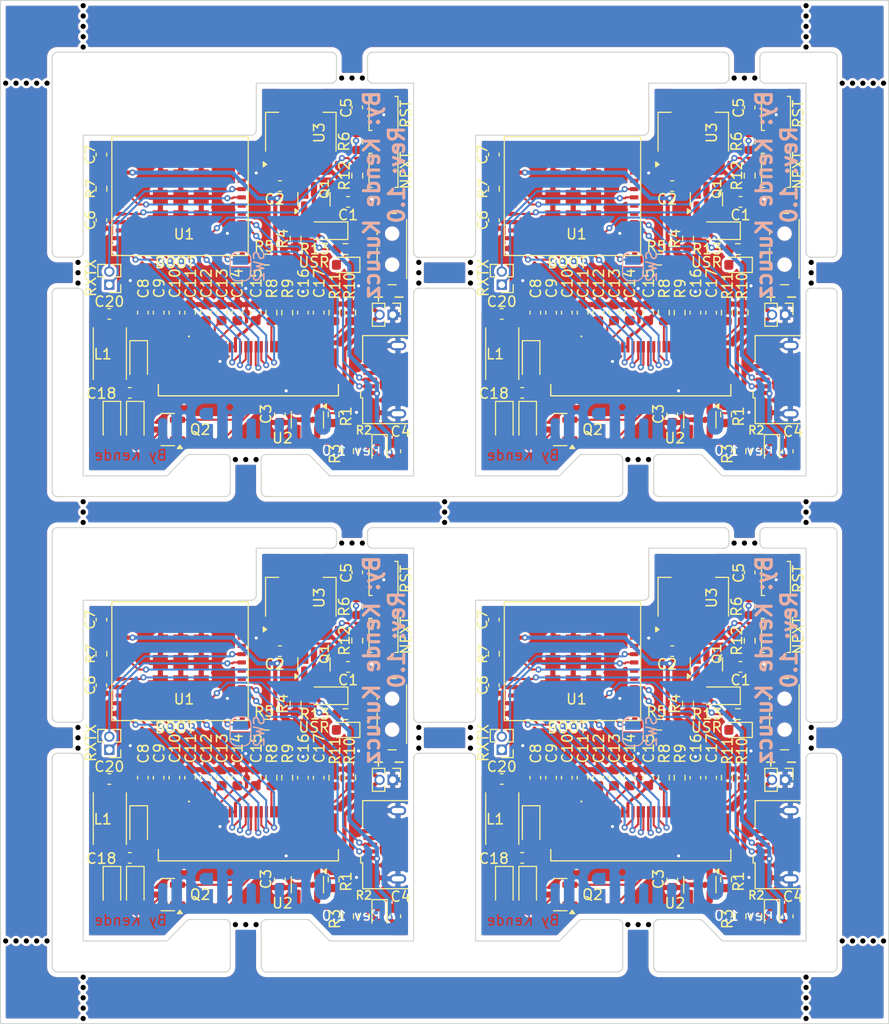
<source format=kicad_pcb>
(kicad_pcb (version 20241229) (generator "pcbnew") (generator_version "9.0")
  (layers (0 "F.Cu" signal) (2 "B.Cu" signal) (13 "F.Paste" user) (15 "B.Paste" user) (5 "F.SilkS" user "F.Silkscreen") (7 "B.SilkS" user "B.Silkscreen") (1 "F.Mask" user) (3 "B.Mask" user) (25 "Edge.Cuts" user))
  (net 0 "")
  (net 1 "Board_0-+3V3")
  (net 2 "Board_0-BS")
  (net 3 "Board_0-BUSY")
  (net 4 "Board_0-CS")
  (net 5 "Board_0-D+")
  (net 6 "Board_0-D-")
  (net 7 "Board_0-D{slash}C")
  (net 8 "Board_0-GDR")
  (net 9 "Board_0-GND")
  (net 10 "Board_0-IO0")
  (net 11 "Board_0-IO1")
  (net 12 "Board_0-IO3")
  (net 13 "Board_0-IO5")
  (net 14 "Board_0-IO7")
  (net 15 "Board_0-Net-(BAT1-Pin_2)")
  (net 16 "Board_0-Net-(C10-Pad1)")
  (net 17 "Board_0-Net-(C12-Pad1)")
  (net 18 "Board_0-Net-(C13-Pad2)")
  (net 19 "Board_0-Net-(C14-Pad2)")
  (net 20 "Board_0-Net-(C16-Pad1)")
  (net 21 "Board_0-Net-(C17-Pad1)")
  (net 22 "Board_0-Net-(D1-K)")
  (net 23 "Board_0-Net-(D2-A)")
  (net 24 "Board_0-Net-(D2-K)")
  (net 25 "Board_0-Net-(D3-K)")
  (net 26 "Board_0-Net-(D5-A)")
  (net 27 "Board_0-Net-(D6-A)")
  (net 28 "Board_0-Net-(Q1-D)")
  (net 29 "Board_0-Net-(U1-EN)")
  (net 30 "Board_0-Net-(U1-IO2)")
  (net 31 "Board_0-Net-(U1-IO8)")
  (net 32 "Board_0-Net-(U1-IO9)")
  (net 33 "Board_0-Net-(U2-PROG)")
  (net 34 "Board_0-Net-(U2-V_{CC})")
  (net 35 "Board_0-PREVGH")
  (net 36 "Board_0-PREVGL")
  (net 37 "Board_0-RESE")
  (net 38 "Board_0-RX")
  (net 39 "Board_0-TX")
  (net 40 "Board_0-VCOM")
  (net 41 "Board_0-VUSB")
  (net 42 "Board_0-unconnected-(J1-ID-Pad4)")
  (net 43 "Board_0-unconnected-(J2-Pad18)")
  (net 44 "Board_0-unconnected-(J2-Pad19)")
  (net 45 "Board_0-unconnected-(J2-Pad24)")
  (net 46 "Board_0-unconnected-(U1-NC10-Pad10)")
  (net 47 "Board_0-unconnected-(U1-NC15-Pad15)")
  (net 48 "Board_0-unconnected-(U1-NC17-Pad17)")
  (net 49 "Board_0-unconnected-(U1-NC24-Pad24)")
  (net 50 "Board_0-unconnected-(U1-NC28-Pad28)")
  (net 51 "Board_0-unconnected-(U1-NC29-Pad29)")
  (net 52 "Board_0-unconnected-(U1-NC32-Pad32)")
  (net 53 "Board_0-unconnected-(U1-NC33-Pad33)")
  (net 54 "Board_0-unconnected-(U1-NC34-Pad34)")
  (net 55 "Board_0-unconnected-(U1-NC35-Pad35)")
  (net 56 "Board_0-unconnected-(U1-NC4-Pad4)")
  (net 57 "Board_0-unconnected-(U1-NC7-Pad7)")
  (net 58 "Board_0-unconnected-(U2-STDBY-Pad5)")
  (net 59 "Board_1-+3V3")
  (net 60 "Board_1-BS")
  (net 61 "Board_1-BUSY")
  (net 62 "Board_1-CS")
  (net 63 "Board_1-D+")
  (net 64 "Board_1-D-")
  (net 65 "Board_1-D{slash}C")
  (net 66 "Board_1-GDR")
  (net 67 "Board_1-GND")
  (net 68 "Board_1-IO0")
  (net 69 "Board_1-IO1")
  (net 70 "Board_1-IO3")
  (net 71 "Board_1-IO5")
  (net 72 "Board_1-IO7")
  (net 73 "Board_1-Net-(BAT1-Pin_2)")
  (net 74 "Board_1-Net-(C10-Pad1)")
  (net 75 "Board_1-Net-(C12-Pad1)")
  (net 76 "Board_1-Net-(C13-Pad2)")
  (net 77 "Board_1-Net-(C14-Pad2)")
  (net 78 "Board_1-Net-(C16-Pad1)")
  (net 79 "Board_1-Net-(C17-Pad1)")
  (net 80 "Board_1-Net-(D1-K)")
  (net 81 "Board_1-Net-(D2-A)")
  (net 82 "Board_1-Net-(D2-K)")
  (net 83 "Board_1-Net-(D3-K)")
  (net 84 "Board_1-Net-(D5-A)")
  (net 85 "Board_1-Net-(D6-A)")
  (net 86 "Board_1-Net-(Q1-D)")
  (net 87 "Board_1-Net-(U1-EN)")
  (net 88 "Board_1-Net-(U1-IO2)")
  (net 89 "Board_1-Net-(U1-IO8)")
  (net 90 "Board_1-Net-(U1-IO9)")
  (net 91 "Board_1-Net-(U2-PROG)")
  (net 92 "Board_1-Net-(U2-V_{CC})")
  (net 93 "Board_1-PREVGH")
  (net 94 "Board_1-PREVGL")
  (net 95 "Board_1-RESE")
  (net 96 "Board_1-RX")
  (net 97 "Board_1-TX")
  (net 98 "Board_1-VCOM")
  (net 99 "Board_1-VUSB")
  (net 100 "Board_1-unconnected-(J1-ID-Pad4)")
  (net 101 "Board_1-unconnected-(J2-Pad18)")
  (net 102 "Board_1-unconnected-(J2-Pad19)")
  (net 103 "Board_1-unconnected-(J2-Pad24)")
  (net 104 "Board_1-unconnected-(U1-NC10-Pad10)")
  (net 105 "Board_1-unconnected-(U1-NC15-Pad15)")
  (net 106 "Board_1-unconnected-(U1-NC17-Pad17)")
  (net 107 "Board_1-unconnected-(U1-NC24-Pad24)")
  (net 108 "Board_1-unconnected-(U1-NC28-Pad28)")
  (net 109 "Board_1-unconnected-(U1-NC29-Pad29)")
  (net 110 "Board_1-unconnected-(U1-NC32-Pad32)")
  (net 111 "Board_1-unconnected-(U1-NC33-Pad33)")
  (net 112 "Board_1-unconnected-(U1-NC34-Pad34)")
  (net 113 "Board_1-unconnected-(U1-NC35-Pad35)")
  (net 114 "Board_1-unconnected-(U1-NC4-Pad4)")
  (net 115 "Board_1-unconnected-(U1-NC7-Pad7)")
  (net 116 "Board_1-unconnected-(U2-STDBY-Pad5)")
  (net 117 "Board_2-+3V3")
  (net 118 "Board_2-BS")
  (net 119 "Board_2-BUSY")
  (net 120 "Board_2-CS")
  (net 121 "Board_2-D+")
  (net 122 "Board_2-D-")
  (net 123 "Board_2-D{slash}C")
  (net 124 "Board_2-GDR")
  (net 125 "Board_2-GND")
  (net 126 "Board_2-IO0")
  (net 127 "Board_2-IO1")
  (net 128 "Board_2-IO3")
  (net 129 "Board_2-IO5")
  (net 130 "Board_2-IO7")
  (net 131 "Board_2-Net-(BAT1-Pin_2)")
  (net 132 "Board_2-Net-(C10-Pad1)")
  (net 133 "Board_2-Net-(C12-Pad1)")
  (net 134 "Board_2-Net-(C13-Pad2)")
  (net 135 "Board_2-Net-(C14-Pad2)")
  (net 136 "Board_2-Net-(C16-Pad1)")
  (net 137 "Board_2-Net-(C17-Pad1)")
  (net 138 "Board_2-Net-(D1-K)")
  (net 139 "Board_2-Net-(D2-A)")
  (net 140 "Board_2-Net-(D2-K)")
  (net 141 "Board_2-Net-(D3-K)")
  (net 142 "Board_2-Net-(D5-A)")
  (net 143 "Board_2-Net-(D6-A)")
  (net 144 "Board_2-Net-(Q1-D)")
  (net 145 "Board_2-Net-(U1-EN)")
  (net 146 "Board_2-Net-(U1-IO2)")
  (net 147 "Board_2-Net-(U1-IO8)")
  (net 148 "Board_2-Net-(U1-IO9)")
  (net 149 "Board_2-Net-(U2-PROG)")
  (net 150 "Board_2-Net-(U2-V_{CC})")
  (net 151 "Board_2-PREVGH")
  (net 152 "Board_2-PREVGL")
  (net 153 "Board_2-RESE")
  (net 154 "Board_2-RX")
  (net 155 "Board_2-TX")
  (net 156 "Board_2-VCOM")
  (net 157 "Board_2-VUSB")
  (net 158 "Board_2-unconnected-(J1-ID-Pad4)")
  (net 159 "Board_2-unconnected-(J2-Pad18)")
  (net 160 "Board_2-unconnected-(J2-Pad19)")
  (net 161 "Board_2-unconnected-(J2-Pad24)")
  (net 162 "Board_2-unconnected-(U1-NC10-Pad10)")
  (net 163 "Board_2-unconnected-(U1-NC15-Pad15)")
  (net 164 "Board_2-unconnected-(U1-NC17-Pad17)")
  (net 165 "Board_2-unconnected-(U1-NC24-Pad24)")
  (net 166 "Board_2-unconnected-(U1-NC28-Pad28)")
  (net 167 "Board_2-unconnected-(U1-NC29-Pad29)")
  (net 168 "Board_2-unconnected-(U1-NC32-Pad32)")
  (net 169 "Board_2-unconnected-(U1-NC33-Pad33)")
  (net 170 "Board_2-unconnected-(U1-NC34-Pad34)")
  (net 171 "Board_2-unconnected-(U1-NC35-Pad35)")
  (net 172 "Board_2-unconnected-(U1-NC4-Pad4)")
  (net 173 "Board_2-unconnected-(U1-NC7-Pad7)")
  (net 174 "Board_2-unconnected-(U2-STDBY-Pad5)")
  (net 175 "Board_3-+3V3")
  (net 176 "Board_3-BS")
  (net 177 "Board_3-BUSY")
  (net 178 "Board_3-CS")
  (net 179 "Board_3-D+")
  (net 180 "Board_3-D-")
  (net 181 "Board_3-D{slash}C")
  (net 182 "Board_3-GDR")
  (net 183 "Board_3-GND")
  (net 184 "Board_3-IO0")
  (net 185 "Board_3-IO1")
  (net 186 "Board_3-IO3")
  (net 187 "Board_3-IO5")
  (net 188 "Board_3-IO7")
  (net 189 "Board_3-Net-(BAT1-Pin_2)")
  (net 190 "Board_3-Net-(C10-Pad1)")
  (net 191 "Board_3-Net-(C12-Pad1)")
  (net 192 "Board_3-Net-(C13-Pad2)")
  (net 193 "Board_3-Net-(C14-Pad2)")
  (net 194 "Board_3-Net-(C16-Pad1)")
  (net 195 "Board_3-Net-(C17-Pad1)")
  (net 196 "Board_3-Net-(D1-K)")
  (net 197 "Board_3-Net-(D2-A)")
  (net 198 "Board_3-Net-(D2-K)")
  (net 199 "Board_3-Net-(D3-K)")
  (net 200 "Board_3-Net-(D5-A)")
  (net 201 "Board_3-Net-(D6-A)")
  (net 202 "Board_3-Net-(Q1-D)")
  (net 203 "Board_3-Net-(U1-EN)")
  (net 204 "Board_3-Net-(U1-IO2)")
  (net 205 "Board_3-Net-(U1-IO8)")
  (net 206 "Board_3-Net-(U1-IO9)")
  (net 207 "Board_3-Net-(U2-PROG)")
  (net 208 "Board_3-Net-(U2-V_{CC})")
  (net 209 "Board_3-PREVGH")
  (net 210 "Board_3-PREVGL")
  (net 211 "Board_3-RESE")
  (net 212 "Board_3-RX")
  (net 213 "Board_3-TX")
  (net 214 "Board_3-VCOM")
  (net 215 "Board_3-VUSB")
  (net 216 "Board_3-unconnected-(J1-ID-Pad4)")
  (net 217 "Board_3-unconnected-(J2-Pad18)")
  (net 218 "Board_3-unconnected-(J2-Pad19)")
  (net 219 "Board_3-unconnected-(J2-Pad24)")
  (net 220 "Board_3-unconnected-(U1-NC10-Pad10)")
  (net 221 "Board_3-unconnected-(U1-NC15-Pad15)")
  (net 222 "Board_3-unconnected-(U1-NC17-Pad17)")
  (net 223 "Board_3-unconnected-(U1-NC24-Pad24)")
  (net 224 "Board_3-unconnected-(U1-NC28-Pad28)")
  (net 225 "Board_3-unconnected-(U1-NC29-Pad29)")
  (net 226 "Board_3-unconnected-(U1-NC32-Pad32)")
  (net 227 "Board_3-unconnected-(U1-NC33-Pad33)")
  (net 228 "Board_3-unconnected-(U1-NC34-Pad34)")
  (net 229 "Board_3-unconnected-(U1-NC35-Pad35)")
  (net 230 "Board_3-unconnected-(U1-NC4-Pad4)")
  (net 231 "Board_3-unconnected-(U1-NC7-Pad7)")
  (net 232 "Board_3-unconnected-(U2-STDBY-Pad5)")
  (footprint "Resistor_SMD:R_0603_1608Metric" (layer "F.Cu") (at 178.6676 63.6108 -90)
    (property "Reference" "R2")
    (property "Value" "2K")
  )
  (footprint "Capacitor_SMD:C_0603_1608Metric" (layer "F.Cu") (at 128.4366 50.1996 -90)
    (property "Reference" "C14")
    (property "Value" "1uF")
  )
  (footprint "Resistor_SMD:R_0603_1608Metric" (layer "F.Cu") (at 175.8228 95.198 -90)
    (property "Reference" "R11")
    (property "Value" "3R")
  )
  (footprint "Connector_PinHeader_1.27mm:PinHeader_1x02_P1.27mm_Vertical" (layer "F.Cu") (at 116.0414 92.4952 180)
    (property "Reference" "J4" (hide yes))
    (property "Value" "Conn_01x02_Pin" (hide yes))
  )
  (footprint "Diode_SMD:D_SOD-323_HandSoldering" (layer "F.Cu") (at 116.2954 105.7952 -90)
    (property "Reference" "D5" (hide yes))
    (property "Value" "1N5819WS" (hide yes))
  )
  (footprint "NPTH" (layer "F.Cu") (at 113.011815 45.338801)
    (property "Reference" "KiKit_MB_4_4" (hide yes))
    (property "Value" "NPTH" (hide yes))
  )
  (footprint "Capacitor_SMD:C_0603_1608Metric" (layer "F.Cu") (at 139.1554 39.4808)
    (property "Reference" "C1")
    (property "Value" "10uF")
  )
  (footprint "Connector_PinHeader_1.27mm:PinHeader_1x02_P1.27mm_Vertical" (layer "F.Cu") (at 143.4734 95.4012 -90)
    (property "Reference" "BAT1" (hide yes))
    (property "Value" "Conn_01x02_Pin" (hide yes))
  )
  (footprint "Capacitor_SMD:C_0603_1608Metric" (layer "F.Cu") (at 172.7748 95.198 90)
    (property "Reference" "C16")
    (property "Value" "4.7uF")
  )
  (footprint "Diode_SMD:D_SOD-323_HandSoldering" (layer "F.Cu") (at 137.1234 42.2748 180)
    (property "Reference" "D1" (hide yes))
    (property "Value" "1N5819WS" (hide yes))
  )
  (footprint "Capacitor_SMD:C_0603_1608Metric" (layer "F.Cu") (at 140.0444 75.3352 90)
    (property "Reference" "C5")
    (property "Value" "1uF")
  )
  (footprint "NPTH" (layer "F.Cu") (at 109.0118 110.9968)
    (property "Reference" "KiKit_MB_25_5" (hide yes))
    (property "Value" "NPTH" (hide yes))
  )
  (footprint "Capacitor_SMD:C_0603_1608Metric" (layer "F.Cu") (at 153.2676 41.2588 -90)
    (property "Reference" "C6")
    (property "Value" "100nF")
  )
  (footprint "NPTH" (layer "F.Cu") (at 113.5118 21.5)
    (property "Reference" "KiKit_MB_20_3" (hide yes))
    (property "Value" "NPTH" (hide yes))
  )
  (footprint "Diode_SMD:D_SOD-323_HandSoldering" (layer "F.Cu") (at 118.8862 54.9242 -90)
    (property "Reference" "D4" (hide yes))
    (property "Value" "1N5819WS" (hide yes))
  )
  (footprint "NPTH" (layer "F.Cu") (at 166.2376 64.4156)
    (property "Reference" "KiKit_MB_5_4" (hide yes))
    (property "Value" "NPTH" (hide yes))
  )
  (footprint "Resistor_SMD:R_0603_1608Metric" (layer "F.Cu") (at 134.0754 43.0368 -90)
    (property "Reference" "R4")
    (property "Value" "10K")
  )
  (footprint "NPTH" (layer "F.Cu") (at 183.9882 91.3372)
    (property "Reference" "KiKit_MB_15_3" (hide yes))
    (property "Value" "NPTH" (hide yes))
  )
  (footprint "NPTH" (layer "F.Cu") (at 177.5246 27.5)
    (property "Reference" "KiKit_MB_6_3" (hide yes))
    (property "Value" "NPTH" (hide yes))
  )
  (footprint "NPTH" (layer "F.Cu") (at 176.5246 27.5)
    (property "Reference" "KiKit_MB_6_2" (hide yes))
    (property "Value" "NPTH" (hide yes))
  )
  (footprint "Capacitor_SMD:C_0603_1608Metric" (layer "F.Cu") (at 170.5396 37.9568 180)
    (property "Reference" "C2")
    (property "Value" "10uF")
  )
  (footprint "Capacitor_SMD:C_0603_1608Metric" (layer "F.Cu") (at 123.8646 50.1996 90)
    (property "Reference" "C11")
    (property "Value" "4.7uF")
  )
  (footprint "Capacitor_SMD:C_0603_1608Metric" (layer "F.Cu") (at 157.2808 95.198 -90)
    (property "Reference" "C8")
    (property "Value" "1uF")
  )
  (footprint "NPTH" (layer "F.Cu") (at 187.9882 28)
    (property "Reference" "KiKit_MB_26_3" (hide yes))
    (property "Value" "NPTH" (hide yes))
  )
  (footprint "NPTH" (layer "F.Cu") (at 138.5364 27.5)
    (property "Reference" "KiKit_MB_2_2" (hide yes))
    (property "Value" "NPTH" (hide yes))
  )
  (footprint "Capacitor_SMD:C_0603_1608Metric" (layer "F.Cu") (at 125.3886 95.198 90)
    (property "Reference" "C12")
    (property "Value" "4.7uF")
  )
  (footprint "Resistor_SMD:R_0603_1608Metric" (layer "F.Cu") (at 169.7268 50.1996 -90)
    (property "Reference" "R8")
    (property "Value" "10K")
  )
  (footprint "Package_TO_SOT_SMD:SOT-223-3_TabPin2" (layer "F.Cu") (at 134.5834 32.7248 90)
    (property "Reference" "U3")
    (property "Value" "AMS1117-3.3")
  )
  (footprint "Capacitor_SMD:C_0603_1608Metric" (layer "F.Cu") (at 166.4248 95.198 -90)
    (property "Reference" "C14")
    (property "Value" "1uF")
  )
  (footprint "NPTH" (layer "F.Cu") (at 183.9882 47.3388)
    (property "Reference" "KiKit_MB_7_4" (hide yes))
    (property "Value" "NPTH" (hide yes))
  )
  (footprint "NPTH" (layer "F.Cu") (at 146 92.3372)
    (property "Reference" "KiKit_MB_11_4" (hide yes))
    (property "Value" "NPTH" (hide yes))
  )
  (footprint "Capacitor_SMD:C_0603_1608Metric" (layer "F.Cu") (at 122.3406 50.1996 90)
    (property "Reference" "C10")
    (property "Value" "4.7uF")
  )
  (footprint "FPC:TE_2-1734839-4" (layer "F.Cu") (at 129.5046 55.2016)
    (property "Reference" "J2" (hide yes))
    (property "Value" "2-1734839-4" (hide yes))
  )
  (footprint "NPTH" (layer "F.Cu") (at 113.5118 118.4968)
    (property "Reference" "KiKit_MB_22_6" (hide yes))
    (property "Value" "NPTH" (hide yes))
  )
  (footprint "NPTH" (layer "F.Cu") (at 113.5118 20.5)
    (property "Reference" "KiKit_MB_20_2" (hide yes))
    (property "Value" "NPTH" (hide yes))
  )
  (footprint "NPTH" (layer "F.Cu") (at 151.000016 47.3388)
    (property "Reference" "KiKit_MB_8_2" (hide yes))
    (property "Value" "NPTH" (hide yes))
  )
  (footprint "Diode_SMD:D_SOD-323_HandSoldering" (layer "F.Cu") (at 156.5442 60.7968 -90)
    (property "Reference" "D3" (hide yes))
    (property "Value" "1N5819WS" (hide yes))
  )
  (footprint "Resistor_SMD:R_0603_1608Metric" (layer "F.Cu") (at 169.2696 90.0672 180)
    (property "Reference" "R5")
    (property "Value" "10K")
  )
  (footprint "NPTH" (layer "F.Cu") (at 146 91.3372)
    (property "Reference" "KiKit_MB_11_3" (hide yes))
    (property "Value" "NPTH" (hide yes))
  )
  (footprint "Package_TO_SOT_SMD:TSOT-23-6" (layer "F.Cu") (at 173.2066 105.5612 -90)
    (property "Reference" "U2")
    (property "Value" "TP4057" (hide yes))
  )
  (footprint "Package_TO_SOT_SMD:SOT-23" (layer "F.Cu") (at 121.7079 106.5112 180)
    (property "Reference" "Q2")
    (property "Value" "IRLML6244" (hide yes))
  )
  (footprint "Package_TO_SOT_SMD:SOT-23" (layer "F.Cu") (at 173.8416 39.2268 90)
    (property "Reference" "Q1")
    (property "Value" "IRLML6402" (hide yes))
  )
  (footprint "Package_TO_SOT_SMD:SOT-23" (layer "F.Cu") (at 159.6961 106.5112 180)
    (property "Reference" "Q2")
    (property "Value" "IRLML6244" (hide yes))
  )
  (footprint "NPTH" (layer "F.Cu") (at 188.9882 28)
    (property "Reference" "KiKit_MB_26_4" (hide yes))
    (property "Value" "NPTH" (hide yes))
  )
  (footprint "NPTH" (layer "F.Cu") (at 189.9882 110.9968)
    (property "Reference" "KiKit_MB_27_5" (hide yes))
    (property "Value" "NPTH" (hide yes))
  )
  (footprint "Capacitor_SMD:C_0603_1608Metric" (layer "F.Cu") (at 181.7156 108.6092 90)
    (property "Reference" "C4")
    (property "Value" "10uF")
  )
  (footprint "Capacitor_SMD:C_0603_1608Metric" (layer "F.Cu") (at 134.7866 50.1996 90)
    (property "Reference" "C16")
    (property "Value" "4.7uF")
  )
  (footprint "NPTH" (layer "F.Cu") (at 113.5118 70.4984)
    (property "Reference" "KiKit_MB_19_4" (hide yes))
    (property "Value" "NPTH" (hide yes))
  )
  (footprint "Capacitor_SMD:C_0603_1608Metric" (layer "F.Cu") (at 136.3106 50.1996 90)
    (property "Reference" "C17")
    (property "Value" "4.7uF")
  )
  (footprint "Diode_SMD:D_SOD-323_HandSoldering" (layer "F.Cu") (at 175.1116 42.2748 180)
    (property "Reference" "D1" (hide yes))
    (property "Value" "1N5819WS" (hide yes))
  )
  (footprint "NPTH" (layer "F.Cu") (at 148.5 70.4984)
    (property "Reference" "KiKit_MB_17_2" (hide yes))
    (property "Value" "NPTH" (hide yes))
  )
  (footprint "FPC:TE_2-1734839-4" (layer "F.Cu") (at 129.5046 100.2)
    (property "Reference" "J2" (hide yes))
    (property "Value" "2-1734839-4" (hide yes))
  )
  (footprint "NPTH" (layer "F.Cu") (at 167.2376 109.414)
    (property "Reference" "KiKit_MB_13_3" (hide yes))
    (property "Value" "NPTH" (hide yes))
  )
  (footprint "NPTH" (layer "F.Cu") (at 108.0118 28)
    (property "Reference" "KiKit_MB_24_4" (hide yes))
    (property "Value" "NPTH" (hide yes))
  )
  (footprint "NPTH" (layer "F.Cu") (at 151.000015 46.338801)
    (property "Reference" "KiKit_MB_8_3" (hide yes))
    (property "Value" "NPTH" (hide yes))
  )
  (footprint "Resistor_SMD:R_0603_1608Metric" (layer "F.Cu") (at 177.1436 108.6092 90)
    (property "Reference" "R3")
    (property "Value" "0.8R")
  )
  (footprint "NPTH" (layer "F.Cu") (at 151.000015 91.3372)
    (property "Reference" "KiKit_MB_16_3" (hide yes))
    (property "Value" "NPTH" (hide yes))
  )
  (footprint "Resistor_SMD:R_0603_1608Metric" (layer "F.Cu") (at 177.3468 50.1996 -90)
    (property "Reference" "R10")
    (property "Value" "10K")
  )
  (footprint "Resistor_SMD:R_0603_1608Metric" (layer "F.Cu") (at 140.0444 36.9408 90)
    (property "Reference" "R12")
    (property "Value" "10K")
  )
  (footprint "NPTH" (layer "F.Cu") (at 146 46.3388)
    (property "Reference" "KiKit_MB_3_3" (hide yes))
    (property "Value" "NPTH" (hide yes))
  )
  (footprint "Capacitor_SMD:C_0603_1608Metric" (layer "F.Cu") (at 153.2676 34.9088 90)
    (property "Reference" "C7")
    (property "Value" "10uF")
  )
  (footprint "Package_TO_SOT_SMD:SOT-23" (layer "F.Cu") (at 173.8416 84.2252 90)
    (property "Reference" "Q1")
    (property "Value" "IRLML6402" (hide yes))
  )
  (footprint "Resistor_SMD:R_0603_1608Metric" (layer "F.Cu") (at 115.2794 83.2092 90)
    (property "Reference" "R7")
    (property "Value" "10K")
  )
  (footprint "Package_TO_SOT_SMD:SOT-23" (layer "F.Cu") (at 135.8534 84.2252 90)
    (property "Reference" "Q1")
    (property "Value" "IRLML6402" (hide yes))
  )
  (footprint "Diode_SMD:D_SOD-323_HandSoldering" (layer "F.Cu") (at 175.1116 87.2732 180)
    (property "Reference" "D1" (hide yes))
    (property "Value" "1N5819WS" (hide yes))
  )
  (footprint "Capacitor_SMD:C_0603_1608Metric" (layer "F.Cu") (at 128.4366 95.198 -90)
    (property "Reference" "C14")
    (property "Value" "1uF")
  )
  (footprint "Resistor_SMD:R_0603_1608Metric" (layer "F.Cu") (at 175.7466 105.0532 90)
    (property "Reference" "R1")
    (property "Value" "2K")
  )
  (footprint "Resistor_SMD:R_0603_1608Metric" (layer "F.Cu") (at 138.9014 89.0512 180)
    (property "Reference" "R13")
    (property "Value" "470R")
  )
  (footprint "Connector_PinHeader_1.27mm:PinHeader_1x02_P1.27mm_Vertical" (layer "F.Cu") (at 181.4616 50.4028 -90)
    (property "Reference" "BAT1" (hide yes))
    (property "Value" "Conn_01x02_Pin" (hide yes))
  )
  (footprint "NPTH" (layer "F.Cu") (at 128.2494 109.414)
    (property "Reference" "KiKit_MB_9_4" (hide yes))
    (property "Value" "NPTH" (hide yes))
  )
  (footprint "SW_BT:SW_SPDT_PCM12" (layer "F.Cu") (at 143.0924 89.0512 90)
    (property "Reference" "SW3" (hide yes))
    (property "Value" "POWER")
  )
  (footprint "Resistor_SMD:R_0603_1608Metric" (layer "F.Cu") (at 131.2814 90.0672 180)
    (property "Reference" "R5")
    (property "Value" "10K")
  )
  (footprint "Capacitor_SMD:C_0603_1608Metric" (layer "F.Cu") (at 156.0108 102.9591 180)
    (property "Reference" "C18")
    (property "Value" "4.7uF")
  )
  (footprint "NPTH" (layer "F.Cu") (at 183.4882 117.4968)
    (property "Reference" "KiKit_MB_23_5" (hide yes))
    (property "Value" "NPTH" (hide yes))
  )
  (footprint "Capacitor_SMD:C_0603_1608Metric" (layer "F.Cu") (at 156.0108 57.9607 180)
    (property "Reference" "C18")
    (property "Value" "4.7uF")
  )
  (footprint "NPTH" (layer "F.Cu") (at 178.5246 72.4984)
    (property "Reference" "KiKit_MB_14_4" (hide yes))
    (property "Value" "NPTH" (hide yes))
  )
  (footprint "NPTH" (layer "F.Cu") (at 139.5364 72.4984)
    (property "Reference" "KiKit_MB_10_3" (hide yes))
    (property "Value" "NPTH" (hide yes))
  )
  (footprint "NPTH" (layer "F.Cu") (at 167.2376 64.4156)
    (property "Reference" "KiKit_MB_5_3" (hide yes))
    (property "Value" "NPTH" (hide yes))
  )
  (footprint "NPTH" (layer "F.Cu") (at 113.011815 90.3372)
    (property "Reference" "KiKit_MB_12_4" (hide yes))
    (property "Value" "NPTH" (hide yes))
  )
  (footprint "Capacitor_SMD:C_0603_1608Metric" (layer "F.Cu") (at 115.2794 41.2588 -90)
    (property "Reference" "C6")
    (property "Value" "100nF")
  )
  (footprint "NPTH" (layer "F.Cu") (at 190.9882 110.9968)
    (property "Reference" "KiKit_MB_27_6" (hide yes))
    (property "Value" "NPTH" (hide yes))
  )
  (footprint "NPTH" (layer "F.Cu") (at 146 45.3388)
    (property "Reference" "KiKit_MB_3_2" (hide yes))
    (property "Value" "NPTH" (hide yes))
  )
  (footprint "LED_SMD:LED_0603_1608Metric" (layer "F.Cu") (at 138.8129 45.5768 180)
    (property "Reference" "D6" (hide yes))
    (property "Value" "LED")
  )
  (footprint "NPTH" (layer "F.Cu") (at 151.000014 90.3372)
    (property "Reference" "KiKit_MB_16_4" (hide yes))
    (property "Value" "NPTH" (hide yes))
  )
  (footprint "Capacitor_SMD:C_0603_1608Metric" (layer "F.Cu") (at 157.2808 50.1996 -90)
    (property "Reference" "C8")
    (property "Value" "1uF")
  )
  (footprint "Resistor_SMD:R_0603_1608Metric" (layer "F.Cu") (at 131.7386 50.1996 -90)
    (property "Reference" "R8")
    (property "Value" "10K")
  )
  (footprint "Capacitor_SMD:C_0603_1608Metric" (layer "F.Cu") (at 118.0226 102.9591 180)
    (property "Reference" "C18")
    (property "Value" "4.7uF")
  )
  (footprint "Capacitor_SMD:C_0603_1608Metric" (layer "F.Cu") (at 130.2146 50.1996 -90)
    (property "Reference" "C15")
    (property "Value" "1uF")
  )
  (footprint "NPTH" (layer "F.Cu") (at 183.4882 118.4968)
    (property "Reference" "KiKit_MB_23_6" (hide yes))
    (property "Value" "NPTH" (hide yes))
  )
  (footprint "Resistor_SMD:R_0603_1608Metric" (layer "F.Cu") (at 137.8346 50.1996 -90)
    (property "Reference" "R11")
    (property "Value" "3R")
  )
  (footprint "NPTH" (layer "F.Cu") (at 183.4882 114.4968)
    (property "Reference" "KiKit_MB_23_2" (hide yes))
    (property "Value" "NPTH" (hide yes))
  )
  (footprint "Resistor_SMD:R_0603_1608Metric" (layer "F.Cu") (at 131.2814 45.0688 180)
    (property "Reference" "R5")
    (property "Value" "10K")
  )
  (footprint "Resistor_SMD:R_0603_1608Metric" (layer "F.Cu") (at 140.6794 63.6108 -90)
    (property "Reference" "R2")
    (property "Value" "2K")
  )
  (footprint "NPTH" (layer "F.Cu") (at 148.5 69.4984)
    (property "Reference" "KiKit_MB_17_3" (hide yes))
    (property "Value" "NPTH" (hide yes))
  )
  (footprint "LED_SMD:LED_0603_1608Metric" (layer "F.Cu") (at 142.2034 108.4822 -90)
    (property "Reference" "D2" (hide yes))
    (property "Value" "LED")
  )
  (footprint "NPTH" (layer "F.Cu") (at 107.0118 110.9968)
    (property "Reference" "KiKit_MB_25_3" (hide yes))
    (property "Value" "NPTH" (hide yes))
  )
  (footprint "NPTH" (layer "F.Cu") (at 177.5246 72.4984)
    (property "Reference" "KiKit_MB_14_3" (hide yes))
    (property "Value" "NPTH" (hide yes))
  )
  (footprint "NPTH" (layer "F.Cu") (at 183.4882 116.4968)
    (property "Reference" "KiKit_MB_23_4" (hide yes))
    (property "Value" "NPTH" (hide yes))
  )
  (footprint "Resistor_SMD:R_0603_1608Metric" (layer "F.Cu") (at 140.0444 81.9392 90)
    (property "Reference" "R12")
    (property "Value" "10K")
  )
  (footprint "NPTH" (layer "F.Cu") (at 106.0118 110.9968)
    (property "Reference" "KiKit_MB_25_2" (hide yes))
    (property "Value" "NPTH" (hide yes))
  )
  (footprint "NPTH" (layer "F.Cu") (at 130.2494 109.414)
    (property "Reference" "KiKit_MB_9_2" (hide yes))
    (property "Value" "NPTH" (hide yes))
  )
  (footprint "Capacitor_SMD:C_0603_1608Metric" (layer "F.Cu") (at 177.1436 84.4792)
    (property "Reference" "C1")
    (property "Value" "10uF")
  )
  (footprint "NPTH" (layer "F.Cu") (at 129.2494 64.4156)
    (property "Reference" "KiKit_MB_1_3" (hide yes))
    (property "Value" "NPTH" (hide yes))
  )
  (footprint "Capacitor_SMD:C_0603_1608Metric" (layer "F.Cu") (at 119.2926 95.198 -90)
    (property "Reference" "C8")
    (property "Value" "1uF")
  )
  (footprint "Resistor_SMD:R_0603_1608Metric" (layer "F.Cu") (at 140.0444 78.6372 90)
    (property "Reference" "R6")
    (property "Value" "10K")
  )
  (footprint "NPTH" (layer "F.Cu") (at 113.5118 69.4984)
    (property "Reference" "KiKit_MB_19_3" (hide yes))
    (property "Value" "NPTH" (hide yes))
  )
  (footprint "NPTH" (layer "F.Cu") (at 140.5364 72.4984)
    (property "Reference" "KiKit_MB_10_4" (hide yes))
    (property "Value" "NPTH" (hide yes))
  )
  (footprint "NPTH" (layer "F.Cu") (at 151.000014 45.338801)
    (property "Reference" "KiKit_MB_8_4" (hide yes))
    (property "Value" "NPTH" (hide yes))
  )
  (footprint "Resistor_SMD:R_0603_1608Metric" (layer "F.Cu") (at 178.0326 36.9408 90)
    (property "Reference" "R12")
    (property "Value" "10K")
  )
  (footprint "Resistor_SMD:R_0603_1608Metric" (layer "F.Cu") (at 178.0326 78.6372 90)
    (property "Reference" "R6")
    (property "Value" "10K")
  )
  (footprint "Capacitor_SMD:C_0603_1608Metric" (layer "F.Cu") (at 172.7748 50.1996 90)
    (property "Reference" "C16")
    (property "Value" "4.7uF")
  )
  (footprint "LED_SMD:LED_0603_1608Metric" (layer "F.Cu") (at 180.1916 108.4822 -90)
    (property "Reference" "D2" (hide yes))
    (property "Value" "LED")
  )
  (footprint "Capacitor_SMD:C_0603_1608Metric" (layer "F.Cu") (at 115.2794 79.9072 90)
    (property "Reference" "C7")
    (property "Value" "10uF")
  )
  (footprint "NPTH" (layer "F.Cu") (at 113.011816 91.3372)
    (property "Reference" "KiKit_MB_12_3" (hide yes))
    (property "Value" "NPTH" (hide yes))
  )
  (footprint "Capacitor_SMD:C_0603_1608Metric" (layer "F.Cu") (at 158.8048 50.1996 90)
    (property "Reference" "C9")
    (property "Value" "4.7uF")
  )
  (footprint "LED_SMD:LED_0603_1608Metric" (layer "F.Cu") (at 176.8011 90.5752 180)
    (property "Reference" "D6" (hide yes))
    (property "Value" "LED")
  )
  (footprint "Capacitor_SMD:C_0603_1608Metric" (layer "F.Cu") (at 143.7274 108.6092 90)
    (property "Reference" "C4")
    (property "Value" "10uF")
  )
  (footprint "Resistor_SMD:R_0603_1608Metric" (layer "F.Cu") (at 133.2626 95.198 -90)
    (property "Reference" "R9")
    (property "Value" "3R")
  )
  (footprint "Resistor_SMD:R_0603_1608Metric" (layer "F.Cu") (at 176.8896 89.0512 180)
    (property "Reference" "R13")
    (property "Value" "470R")
  )
  (footprint "Capacitor_SMD:C_0603_1608Metric" (layer "F.Cu") (at 120.8166 50.1996 90)
    (property "Reference" "C9")
    (property "Value" "4.7uF")
  )
  (footprint "SW_BT:SW_SPDT_PCM12" (layer "F.Cu") (at 181.0806 44.0528 90)
    (property "Reference" "SW3" (hide yes))
    (property "Value" "POWER")
  )
  (footprint "NPTH" (layer "F.Cu") (at 151.000016 92.3372)
    (property "Reference" "KiKit_MB_16_2" (hide yes))
    (property "Value" "NPTH" (hide yes))
  )
  (footprint "Capacitor_SMD:C_0603_1608Metric" (layer "F.Cu") (at 119.2926 50.1996 -90)
    (property "Reference" "C8")
    (property "Value" "1uF")
  )
  (footprint "Capacitor_SMD:C_0603_1608Metric" (layer "F.Cu") (at 161.8528 95.198 90)
    (property "Reference" "C11")
    (property "Value" "4.7uF")
  )
  (footprint "Capacitor_SMD:C_0603_1608Metric" (layer "F.Cu") (at 170.5396 82.9552 180)
    (property "Reference" "C2")
    (property "Value" "10uF")
  )
  (footprint "Resistor_SMD:R_0603_1608Metric" (layer "F.Cu") (at 169.2696 45.0688 180)
    (property "Reference" "R5")
    (property "Value" "10K")
  )
  (footprint "Inductor_SMD:L_Taiyo-Yuden_NR-30xx_HandSoldering" (layer "F.Cu") (at 154.0804 99.1606 -90)
    (property "Reference" "L1")
    (property "Value" "L")
  )
  (footprint "NPTH" (layer "F.Cu") (at 108.0118 110.9968)
    (property "Reference" "KiKit_MB_25_4" (hide yes))
    (property "Value" "NPTH" (hide yes))
  )
  (footprint "Capacitor_SMD:C_0603_1608Metric" (layer "F.Cu") (at 126.9126 95.198 -90)
    (property "Reference" "C13")
    (property "Value" "1uF")
  )
  (footprint "Connector_PinHeader_1.27mm:PinHeader_1x02_P1.27mm_Vertical" (layer "F.Cu") (at 143.4734 50.4028 -90)
    (property "Reference" "BAT1" (hide yes))
    (property "Value" "Conn_01x02_Pin" (hide yes))
  )
  (footprint "Connector_PinHeader_1.27mm:PinHeader_1x02_P1.27mm_Vertical" (layer "F.Cu") (at 154.0296 47.4968 180)
    (property "Reference" "J4" (hide yes))
    (property "Value" "Conn_01x02_Pin" (hide yes))
  )
  (footprint "Capacitor_SMD:C_0603_1608Metric" (layer "F.Cu") (at 143.7274 63.6108 90)
    (property "Reference" "C4")
    (property "Value" "10uF")
  )
  (footprint "Resistor_SMD:R_0603_1608Metric" (layer "F.Cu") (at 172.0636 88.0352 -90)
    (property "Reference" "R4")
    (property "Value" "10K")
  )
  (footprint "Capacitor_SMD:C_0603_1608Metric" (layer "F.Cu") (at 163.3768 95.198 90)
    (property "Reference" "C12")
    (property "Value" "4.7uF")
  )
  (footprint "NPTH" (layer "F.Cu") (at 110.0118 28)
    (property "Reference" "KiKit_MB_24_6" (hide yes))
    (property "Value" "NPTH" (hide yes))
  )
  (footprint "NPTH" (layer "F.Cu") (at 183.4882 115.4968)
    (property "Reference" "KiKit_MB_23_3" (hide yes))
    (property "Value" "NPTH" (hide yes))
  )
  (footprint "SW_BT:SW_SPDT_PCM12" (layer "F.Cu") (at 181.0806 89.0512 90)
    (property "Reference" "SW3" (hide yes))
    (property "Value" "POWER")
  )
  (footprint "NPTH" (layer "F.Cu") (at 113.5118 24.5)
    (property "Reference" "KiKit_MB_20_6" (hide yes))
    (property "Value" "NPTH" (hide yes))
  )
  (footprint "NPTH" (layer "F.Cu") (at 183.9882 45.3388)
    (property "Reference" "KiKit_MB_7_2" (hide yes))
    (property "Value" "NPTH" (hide yes))
  )
  (footprint "Capacitor_SMD:C_0603_1608Metric" (layer "F.Cu") (at 164.9008 95.198 -90)
    (property "Reference" "C13")
    (property "Value" "1uF")
  )
  (footprint "Capacitor_SMD:C_0603_1608Metric" (layer "F.Cu") (at 161.8528 50.1996 90)
    (property "Reference" "C11")
    (property "Value" "4.7uF")
  )
  (footprint "Connector_USB:USB_Micro-B_Amphenol_10118193-0002LF_Horizontal" (layer "F.Cu") (at 181.9696 101.6812 90)
    (property "Reference" "J1" (hide yes))
    (property "Value" "USB_B_Micro")
  )
  (footprint "NPTH" (layer "F.Cu") (at 130.2494 64.4156)
    (property "Reference" "KiKit_MB_1_2" (hide yes))
    (property "Value" "NPTH" (hide yes))
  )
  (footprint "NPTH" (layer "F.Cu") (at 113.5118 116.4968)
    (property "Reference" "KiKit_MB_22_4" (hide yes))
    (property "Value" "NPTH" (hide yes))
  )
  (footprint "Resistor_SMD:R_0603_1608Metric" (layer "F.Cu") (at 137.7584 105.0532 90)
    (property "Reference" "R1")
    (property "Value" "2K")
  )
  (footprint "Diode_SMD:D_SOD-323_HandSoldering" (layer "F.Cu") (at 118.556 60.7968 -90)
    (property "Reference" "D3" (hide yes))
    (property "Value" "1N5819WS" (hide yes))
  )
  (footprint "NPTH" (layer "F.Cu") (at 189.9882 28)
    (property "Reference" "KiKit_MB_26_5" (hide yes))
    (property "Value" "NPTH" (hide yes))
  )
  (footprint "Resistor_SMD:R_0603_1608Metric" (layer "F.Cu") (at 172.0636 43.0368 -90)
    (property "Reference" "R4")
    (property "Value" "10K")
  )
  (footprint "Connector_PinHeader_1.27mm:PinHeader_1x02_P1.27mm_Vertical" (layer "F.Cu") (at 154.0296 92.4952 180)
    (property "Reference" "J4" (hide yes))
    (property "Value" "Conn_01x02_Pin" (hide yes))
  )
  (footprint "Capacitor_SMD:C_0603_1608Metric" (layer "F.Cu") (at 132.5514 82.9552 180)
    (property "Reference" "C2")
    (property "Value" "10uF")
  )
  (footprint "NPTH" (layer "F.Cu") (at 113.5118 114.4968)
    (property "Reference" "KiKit_MB_22_2" (hide yes))
    (property "Value" "NPTH" (hide yes))
  )
  (footprint "ESP32:ESP32-C3-MINI-1" (layer "F.Cu") (at 160.9516 84.0452)
    (property "Reference" "U1")
    (property "Value" "ESP32-C3-MINI-1")
  )
  (footprint "NPTH" (layer "F.Cu") (at 146 90.3372)
    (property "Reference" "KiKit_MB_11_2" (hide yes))
    (property "Value" "NPTH" (hide yes))
  )
  (footprint "SW_BT:SW_SPST_B3U-1000P" (layer "F.Cu") (at 180.5726 36.4328 -90)
    (property "Reference" "SW4" (hide yes))
    (property "Value" "NEXT")
  )
  (footprint "Resistor_SMD:R_0603_1608Metric" (layer "F.Cu") (at 137.8346 95.198 -90)
    (property "Reference" "R11")
    (property "Value" "3R")
  )
  (footprint "NPTH" (layer "F.Cu") (at 183.4882 69.4984)
    (property "Reference" "KiKit_MB_18_3" (hide yes))
    (property "Value" "NPTH" (hide yes))
  )
  (footprint "Resistor_SMD:R_0603_1608Metric" (layer "F.Cu") (at 140.0444 33.6388 90)
    (property "Reference" "R6")
    (property "Value" "10K")
  )
  (footprint "NPTH" (layer "F.Cu") (at 113.5118 22.5)
    (property "Reference" "KiKit_MB_20_4" (hide yes))
    (property "Value" "NPTH" (hide yes))
  )
  (footprint "NPTH" (layer "F.Cu") (at 166.2376 109.414)
    (property "Reference" "KiKit_MB_13_4" (hide yes))
    (property "Value" "NPTH" (hide yes))
  )
  (footprint "NPTH" (layer "F.Cu") (at 113.011817 92.3372)
    (property "Reference" "KiKit_MB_12_2" (hide yes))
    (property "Value" "NPTH" (hide yes))
  )
  (footprint "Capacitor_SMD:C_0603_1608Metric" (layer "F.Cu") (at 170.5396 60.0548 -90)
    (property "Reference" "C3")
    (property "Value" "10uF")
  )
  (footprint "NPTH" (layer "F.Cu") (at 183.4882 68.4984)
    (property "Reference" "KiKit_MB_18_2" (hide yes))
    (property "Value" "NPTH" (hide yes))
  )
  (footprint "Diode_SMD:D_SOD-323_HandSoldering" (layer "F.Cu") (at 118.8862 99.9226 -90)
    (property "Reference" "D4" (hide yes))
    (property "Value" "1N5819WS" (hide yes))
  )
  (footprint "Inductor_SMD:L_Taiyo-Yuden_NR-30xx_HandSoldering" (layer "F.Cu") (at 116.0922 99.1606 -90)
    (property "Reference" "L1")
    (property "Value" "L")
  )
  (footprint "Resistor_SMD:R_0603_1608Metric" (layer "F.Cu") (at 153.2676 83.2092 90)
    (property "Reference" "R7")
    (property "Value" "10K")
  )
  (footprint "Resistor_SMD:R_0603_1608Metric" (layer "F.Cu") (at 139.3586 95.198 -90)
    (property "Reference" "R10")
    (property "Value" "10K")
  )
  (footprint "Resistor_SMD:R_0603_1608Metric" (layer "F.Cu") (at 153.2676 38.2108 90)
    (property "Reference" "R7")
    (property "Value" "10K")
  )
  (footprint "Resistor_SMD:R_0603_1608Metric" (layer "F.Cu") (at 178.0326 33.6388 90)
    (property "Reference" "R6")
    (property "Value" "10K")
  )
  (footprint "Capacitor_SMD:C_0603_1608Metric" (layer "F.Cu") (at 125.3886 50.1996 90)
    (property "Reference" "C12")
    (property "Value" "4.7uF")
  )
  (footprint "Package_TO_SOT_SMD:TSOT-23-6" (layer "F.Cu") (at 135.2184 105.5612 -90)
    (property "Reference" "U2")
    (property "Value" "TP4057" (hide yes))
  )
  (footprint "Capacitor_SMD:C_0603_1608Metric" (layer "F.Cu") (at 153.2676 86.2572 -90)
    (property "Reference" "C6")
    (property "Value" "100nF")
  )
  (footprint "NPTH" (layer "F.Cu") (at 113.011816 46.338801)
    (property "Reference" "KiKit_MB_4_3" (hide yes))
    (property "Value" "NPTH" (hide yes))
  )
  (footprint "Diode_SMD:D_SOD-323_HandSoldering" (layer "F.Cu") (at 156.5442 105.7952 -90)
    (property "Reference" "D3" (hide yes))
    (property "Value" "1N5819WS" (hide yes))
  )
  (footprint "Capacitor_SMD:C_0603_1608Metric" (layer "F.Cu") (at 181.7156 63.6108 90)
    (property "Reference" "C4")
    (property "Value" "10uF")
  )
  (footprint "NPTH" (layer "F.Cu") (at 183.4882 21.5)
    (property "Reference" "KiKit_MB_21_3" (hide yes))
    (property "Value" "NPTH" (hide yes))
  )
  (footprint "Package_TO_SOT_SMD:SOT-23" (layer "F.Cu") (at 159.6961 61.5128 180)
    (property "Reference" "Q2")
    (property "Value" "IRLML6244" (hide yes))
  )
  (footprint "NPTH" (layer "F.Cu") (at 109.0118 28)
    (property "Reference" "KiKit_MB_24_5" (hide yes))
    (property "Value" "NPTH" (hide yes))
  )
  (footprint "FPC:TE_2-1734839-4" (layer "F.Cu") (at 167.4928 100.2)
    (property "Reference" "J2" (hide yes))
    (property "Value" "2-1734839-4" (hide yes))
  )
  (footprint "NPTH" (layer "F.Cu") (at 129.2494 109.414)
    (property "Reference" "KiKit_MB_9_3" (hide yes))
    (property "Value" "NPTH" (hide yes))
  )
  (footprint "Resistor_SMD:R_0603_1608Metric" (layer "F.Cu") (at 140.6794 108.6092 -90)
    (property "Reference" "R2")
    (property "Value" "2K")
  )
  (footprint "NPTH" (layer "F.Cu") (at 148.5 68.4984)
    (property "Reference" "KiKit_MB_17_4" (hide yes))
    (property "Value" "NPTH" (hide yes))
  )
  (footprint "Capacitor_SMD:C_0603_1608Metric" (layer "F.Cu") (at 132.5514 105.0532 -90)
    (property "Reference" "C3")
    (property "Value" "10uF")
  )
  (footprint "NPTH" (layer "F.Cu") (at 183.9882 90.3372)
    (property "Reference" "KiKit_MB_15_2" (hide yes))
    (property "Value" "NPTH" (hide yes))
  )
  (footprint "Capacitor_SMD:C_0603_1608Metric" (layer "F.Cu") (at 174.2988 95.198 90)
    (property "Reference" "C17")
    (property "Value" "4.7uF")
  )
  (footprint "NPTH" (layer "F.Cu") (at 176.5246 72.4984)
    (property "Reference" "KiKit_MB_14_2" (hide yes))
    (property "Value" "NPTH" (hide yes))
  )
  (footprint "Inductor_SMD:L_Taiyo-Yuden_NR-30xx_HandSoldering" (layer "F.Cu") (at 154.0804 54.1622 -90)
    (property "Reference" "L1")
    (property "Value" "L")
  )
  (footprint "NPTH" (layer "F.Cu") (at 188.9882 110.9968)
    (property "Reference" "KiKit_MB_27_4" (hide yes))
    (property "Value" "NPTH" (hide yes))
  )
  (footprint "Capacitor_SMD:C_0603_1608Metric" (layer "F.Cu") (at 115.2794 86.2572 -90)
    (property "Reference" "C6")
    (property "Value" "100nF")
  )
  (footprint "Capacitor_SMD:C_0603_1608Metric" (layer "F.Cu") (at 118.0226 57.9607 180)
    (property "Reference" "C18")
    (property "Value" "4.7uF")
  )
  (footprint "Resistor_SMD:R_0603_1608Metric" (layer "F.Cu") (at 138.9014 44.0528 180)
    (property "Reference" "R13")
    (property "Value" "470R")
  )
  (footprint "Package_TO_SOT_SMD:SOT-23" (layer "F.Cu") (at 121.7079 61.5128 180)
    (property "Reference" "Q2")
    (property "Value" "IRLML6244" (hide yes))
  )
  (footprint "NPTH" (layer "F.Cu") (at 140.5364 27.5)
    (property "Reference" "KiKit_MB_2_4" (hide yes))
    (property "Value" "NPTH" (hide yes))
  )
  (footprint "Capacitor_SMD:C_0603_1608Metric" (layer "F.Cu") (at 139.1554 84.4792)
    (property "Reference" "C1")
    (property "Value" "10uF")
  )
  (footprint "NPTH" (layer "F.Cu") (at 113.011817 47.3388)
    (property "Reference" "KiKit_MB_4_2" (hide yes))
    (property "Value" "NPTH" (hide yes))
  )
  (footprint "ESP32:ESP32-C3-MINI-1" (layer "F.Cu") (at 122.9634 39.0468)
    (property "Reference" "U1")
    (property "Value" "ESP32-C3-MINI-1")
  )
  (footprint "Diode_SMD:D_SOD-323_HandSoldering" (layer "F.Cu") (at 116.2954 60.7968 -90)
    (property "Reference" "D5" (hide yes))
    (property "Value" "1N5819WS" (hide yes))
  )
  (footprint "Capacitor_SMD:C_0603_1608Metric" (layer "F.Cu") (at 154.0296 95.325)
    (property "Reference" "C20")
    (property "Value" "4.7uF")
  )
  (footprint "Package_TO_SOT_SMD:SOT-223-3_TabPin2" (layer "F.Cu") (at 172.5716 32.7248 90)
    (property "Reference" "U3")
    (property "Value" "AMS1117-3.3")
  )
  (footprint "Capacitor_SMD:C_0603_1608Metric" (layer "F.Cu") (at 174.2988 50.1996 90)
    (property "Reference" "C17")
    (property "Value" "4.7uF")
  )
  (footprint "NPTH" (layer "F.Cu") (at 113.5118 68.4984)
    (property "Reference" "KiKit_MB_19_2" (hide yes))
    (property "Value" "NPTH" (hide yes))
  )
  (footprint "Resistor_SMD:R_0603_1608Metric" (layer "F.Cu") (at 175.8228 50.1996 -90)
    (property "Reference" "R11")
    (property "Value" "3R")
  )
  (footprint "Diode_SMD:D_SOD-323_HandSoldering" (layer "F.Cu") (at 137.1234 87.2732 180)
    (property "Reference" "D1" (hide yes))
    (property "Value" "1N5819WS" (hide yes))
  )
  (footprint "Diode_SMD:D_SOD-323_HandSoldering" (layer "F.Cu") (at 154.2836 105.7952 -90)
    (property "Reference" "D5" (hide yes))
    (property "Value" "1N5819WS" (hide yes))
  )
  (footprint "Capacitor_SMD:C_0603_1608Metric" (layer "F.Cu") (at 170.5396 105.0532 -90)
    (property "Reference" "C3")
    (property "Value" "10uF")
  )
  (footprint "Package_TO_SOT_SMD:SOT-223-3_TabPin2" (layer "F.Cu") (at 172.5716 77.7232 90)
    (property "Reference" "U3")
    (property "Value" "AMS1117-3.3")
  )
  (footprint "Capacitor_SMD:C_0603_1608Metric" (layer "F.Cu") (at 132.5514 60.0548 -90)
    (property "Reference" "C3")
    (property "Value" "10uF")
  )
  (footprint "Resistor_SMD:R_0603_1608Metric" (layer "F.Cu") (at 178.6676 108.6092 -90)
    (property "Reference" "R2")
    (property "Value" "2K")
  )
  (footprint "SW_BT:SW_SPST_B3U-1000P" (layer "F.Cu") (at 180.5726 75.9212 -90)
    (property "Reference" "SW1" (hide yes))
    (property "Value" "RST")
  )
  (footprint "NPTH" (layer "F.Cu") (at 183.4882 22.5)
    (property "Reference" "KiKit_MB_21_4" (hide yes))
    (property "Value" "NPTH" (hide yes))
  )
  (footprint "Resistor_SMD:R_0603_1608Metric" (layer "F.Cu") (at 133.2626 50.1996 -90)
    (property "Reference" "R9")
    (property "Value" "3R")
  )
  (footprint "SW_BT:SW_SPST_B3U-1000P" (layer "F.Cu") (at 142.5844 36.4328 -90)
    (property "Reference" "SW4" (hide yes))
    (property "Value" "NEXT")
  )
  (footprint "SW_BT:SW_SPST_B3U-1000P" (layer "F.Cu") (at 180.5726 30.9228 -90)
    (property "Reference" "SW1" (hide yes))
    (property "Value" "RST")
  )
  (footprint "Capacitor_SMD:C_0603_1608Metric" (layer "F.Cu") (at 140.0444 30.3368 90)
    (property "Reference" "C5")
    (property "Value" "1uF")
  )
  (footprint "Diode_SMD:D_SOD-323_HandSoldering" (layer "F.Cu") (at 154.2836 60.7968 -90)
    (property "Reference" "D5" (hide yes))
    (property "Value" "1N5819WS" (hide yes))
  )
  (footprint "NPTH" (layer "F.Cu") (at 186.9882 110.9968)
    (property "Reference" "KiKit_MB_27_2" (hide yes))
    (property "Value" "NPTH" (hide yes))
  )
  (footprint "Capacitor_SMD:C_0603_1608Metric" (layer "F.Cu") (at 115.2794 34.9088 90)
    (property "Reference" "C7")
    (property "Value" "10uF")
  )
  (footprint "Connector_PinHeader_1.27mm:PinHeader_1x02_P1.27mm_Vertical" (layer "F.Cu") (at 181.4616 95.4012 -90)
    (property "Reference" "BAT1" (hide yes))
    (property "Value" "Conn_01x02_Pin" (hide yes))
  )
  (footprint "Capacitor_SMD:C_0603_1608Metric" (layer "F.Cu") (at 168.2028 95.198 -90)
    (property "Reference" "C15")
    (property "Value" "1uF")
  )
  (footprint "Package_TO_SOT_SMD:TSOT-23-6" (layer "F.Cu") (at 173.2066 60.5628 -90)
    (property "Reference" "U2")
    (property "Value" "TP4057" (hide yes))
  )
  (footprint "Resistor_SMD:R_0603_1608Metric" (layer "F.Cu") (at 137.7584 60.0548 90)
    (property "Reference" "R1")
    (property "Value" "2K")
  )
  (footprint "LED_SMD:LED_0603_1608Metric" (layer "F.Cu") (at 176.8011 45.5768 180)
    (property "Reference" "D6" (hide yes))
    (property "Value" "LED")
  )
  (footprint "NPTH" (layer "F.Cu") (at 107.0118 28)
    (property "Reference" "KiKit_MB_24_3" (hide yes))
    (property "Value" "NPTH" (hide yes))
  )
  (footprint "Capacitor_SMD:C_0603_1608Metric" (layer "F.Cu") (at 132.5514 37.9568 180)
    (property "Reference" "C2")
    (property "Value" "10uF")
  )
  (footprint "SW_BT:SW_SPST_B3U-1000P" (layer "F.Cu") (at 180.5726 81.4312 -90)
    (property "Reference" "SW4" (hide yes))
    (property "Value" "NEXT")
  )
  (footprint "Resistor_SMD:R_0603_1608Metric" (layer "F.Cu") (at 177.1436 63.6108 90)
    (property "Reference" "R3")
    (property "Value" "0.8R")
  )
  (footprint "FPC:TE_2-1734839-4" (layer "F.Cu") (at 167.4928 55.2016)
    (property "Reference" "J2" (hide yes))
    (property "Value" "2-1734839-4" (hide yes))
  )
  (footprint "SW_BT:SW_SPST_B3U-1000P" (layer "F.Cu") (at 142.5844 30.9228 -90)
    (property "Reference" "SW1" (hide yes))
    (property "Value" "RST")
  )
  (footprint "SW_BT:SW_SPDT_PCM12" (layer "F.Cu") (at 143.0924 44.0528 90)
    (property "Reference" "SW3" (hide yes))
    (property "Value" "POWER")
  )
  (footprint "NPTH" (layer "F.Cu") (at 128.2494 64.4156)
    (property "Reference" "KiKit_MB_1_4" (hide yes))
    (property "Value" "NPTH" (hide yes))
  )
  (footprint "Capacitor_SMD:C_0603_1608Metric" (layer "F.Cu") (at 116.0414 50.3266)
    (property "Reference" "C20")
    (property "Value" "4.7uF")
  )
  (footprint "NPTH" (layer "F.Cu") (at 139.5364 27.5)
    (property "Reference" "KiKit_MB_2_3" (hide yes))
    (property "Value" "NPTH" (hide yes))
  )
  (footprint "NPTH" (layer "F.Cu") (at 138.5364 72.4984)
    (property "Reference" "KiKit_MB_10_2" (hide yes))
    (property "Value" "NPTH" (hide yes))
  )
  (footprint "LED_SMD:LED_0603_1608Metric" (layer "F.Cu") (at 180.1916 63.4838 -90)
    (property "Reference" "D2" (hide yes))
    (property "Value" "LED")
  )
  (footprint "Package_TO_SOT_SMD:SOT-223-3_TabPin2" (layer "F.Cu") (at 134.5834 77.7232 90)
    (property "Reference" "U3")
    (property "Value" "AMS1117-3.3")
  )
  (footprint "NPTH" (layer "F.Cu") (at 183.4882 20.5)
    (property "Reference" "KiKit_MB_21_2" (hide yes))
    (property "Value" "NPTH" (hide yes))
  )
  (footprint "Capacitor_SMD:C_0603_1608Metric" (layer "F.Cu") (at 130.2146 95.198 -90)
    (property "Reference" "C15")
    (property "Value" "1uF")
  )
  (footprint "Capacitor_SMD:C_0603_1608Metric" (layer "F.Cu") (at 126.9126 50.1996 -90)
    (property "Reference" "C13")
    (property "Value" "1uF")
  )
  (footprint "Capacitor_SMD:C_0603_1608Metric" (layer "F.Cu") (at 122.3406 95.198 90)
    (property "Reference" "C10")
    (property "Value" "4.7uF")
  )
  (footprint "NPTH" (layer "F.Cu") (at 183.9882 92.3372)
    (property "Reference" "KiKit_MB_15_4" (hide yes))
    (property "Value" "NPTH" (hide yes))
  )
  (footprint "NPTH" (layer "F.Cu") (at 186.9882 28)
    (property "Reference" "KiKit_MB_26_2" (hide yes))
    (property "Value" "NPTH" (hide yes))
  )
  (footprint "Capacitor_SMD:C_0603_1608Metric" (layer "F.Cu") (at 153.2676 79.9072 90)
    (property "Reference" "C7")
    (property "Value" "10uF")
  )
  (footprint "NPTH" (layer "F.Cu") (at 190.9882 28)
    (property "Reference" "KiKit_MB_26_6" (hide yes))
    (property "Value" "NPTH" (hide yes))
  )
  (footprint "Capacitor_SMD:C_0603_1608Metric" (layer "F.Cu") (at 178.0326 30.3368 90)
    (property "Reference" "C5")
    (property "Value" "1uF")
  )
  (footprint "Resistor_SMD:R_0603_1608Metric" (layer "F.Cu") (at 169.7268 95.198 -90)
    (property "Reference" "R8")
    (property "Value" "10K")
  )
  (footprint "Capacitor_SMD:C_0603_1608Metric" (layer "F.Cu") (at 164.9008 50.1996 -90)
    (property "Reference" "C13")
    (property "Value" "1uF")
  )
  (footprint "Resistor_SMD:R_0603_1608Metric" (layer "F.Cu") (at 131.7386 95.198 -90)
    (property "Reference" "R8")
    (property "Value" "10K")
  )
  (footprint "Resistor_SMD:R_0603_1608Metric" (layer "F.Cu") (at 139.1554 63.6108 90)
    (property "Reference" "R3")
    (property "Value" "0.8R")
  )
  (footprint "Connector_PinHeader_1.27mm:PinHeader_1x02_P1.27mm_Vertical" (layer "F.Cu") (at 116.0414 47.4968 180)
    (property "Reference" "J4" (hide yes))
    (property "Value" "Conn_01x02_Pin" (hide yes))
  )
  (footprint "NPTH" (layer "F.Cu") (at 168.2376 64.4156)
    (property "Reference" "KiKit_MB_5_2" (hide yes))
    (property "Value" "NPTH" (hide yes))
  )
  (footprint "NPTH" (layer "F.Cu") (at 187.9882 110.9968)
    (property "Reference" "KiKit_MB_27_3" (hide yes))
    (property "Value" "NPTH" (hide yes))
  )
  (footprint "SW_BT:SW_SPST_B3U-1000P" (layer "F.Cu") (at 142.5844 81.4312 -90)
    (property "Reference" "SW4" (hide yes))
    (property "Value" "NEXT")
  )
  (footprint "Resistor_SMD:R_0603_1608Metric" (layer "F.Cu") (at 175.7466 60.0548 90)
    (property "Reference" "R1")
    (property "Value" "2K")
  )
  (footprint "NPTH" (layer "F.Cu") (at 183.4882 70.4984)
    (property "Reference" "KiKit_MB_18_4" (hide yes))
    (property "Value" "NPTH" (hide yes))
  )
  (footprint "Capacitor_SMD:C_0603_1608Metric" (layer "F.Cu") (at 116.0414 95.325)
    (property "Reference" "C20")
    (property "Value" "4.7uF")
  )
  (footprint "Capacitor_SMD:C_0603_1608Metric" (layer "F.Cu") (at 168.2028 50.1996 -90)
    (property "Reference" "C15")
    (property "Value" "1uF")
  )
  (footprint "NPTH" (layer "F.Cu") (at 146 47.3388)
    (property "Reference" "KiKit_MB_3_4" (hide yes))
    (property "Value" "NPTH" (hide yes))
  )
  (footprint "Inductor_SMD:L_Taiyo-Yuden_NR-30xx_HandSoldering" (layer "F.Cu") (at 116.0922 54.1622 -90)
    (property "Reference" "L1")
    (property "Value" "L")
  )
  (footprint "Capacitor_SMD:C_0603_1608Metric" (layer "F.Cu") (at 136.3106 95.198 90)
    (property "Reference" "C17")
    (property "Value" "4.7uF")
  )
  (footprint "Resistor_SMD:R_0603_1608Metric" (layer "F.Cu") (at 134.0754 88.0352 -90)
    (property "Reference" "R4")
    (property "Value" "10K")
  )
  (footprint "Capacitor_SMD:C_0603_1608Metric" (layer "F.Cu") (at 160.3288 50.1996 90)
    (property "Reference" "C10")
    (property "Value" "4.7uF")
  )
  (footprint "Resistor_SMD:R_0603_1608Metric" (layer "F.Cu") (at 171.2508 95.198 -90)
    (property "Reference" "R9")
    (property "Value" "3R")
  )
  (footprint "NPTH" (layer "F.Cu") (at 106.0118 28)
    (property "Reference" "KiKit_MB_24_2" (hide yes))
    (property "Value" "NPTH" (hide yes))
  )
  (footprint "Diode_SMD:D_SOD-323_HandSoldering" (layer "F.Cu") (at 156.8744 99.9226 -90)
    (property "Reference" "D4" (hide yes))
    (property "Value" "1N5819WS" (hide yes))
  )
  (footprint "Resistor_SMD:R_0603_1608Metric" (layer "F.Cu") (at 115.2794 38.2108 90)
    (property "Reference" "R7")
    (property "Value" "10K")
  )
  (footprint "Capacitor_SMD:C_0603_1608Metric" (layer "F.Cu") (at 154.0296 50.3266)
    (property "Reference" "C20")
    (property "Value" "4.7uF")
  )
  (footprint "Connector_USB:USB_Micro-B_Amphenol_10118193-0002LF_Horizontal" (layer "F.Cu") (at 143.9814 56.6828 90)
    (property "Reference" "J1" (hide yes))
    (property "Value" "USB_B_Micro")
  )
  (footprint "Resistor_SMD:R_0603_1608Metric" (layer "F.Cu") (at 139.1554 108.6092 90)
    (property "Reference" "R3")
    (property "Value" "0.8R")
  )
  (footprint "Resistor_SMD:R_0603_1608Metric" (layer "F.Cu") (at 177.3468 95.198 -90)
    (property "Reference" "R10")
    (property "Value" "10K")
  )
  (footprint "Capacitor_SMD:C_0603_1608Metric" (layer "F.Cu") (at 120.8166 95.198 90)
    (property "Reference" "C9")
    (property "Value" "4.7uF")
  )
  (footprint "NPTH" (layer "F.Cu") (at 113.5118 115.4968)
    (property "Reference" "KiKit_MB_22_3" (hide yes))
    (property "Value" "NPTH" (hide yes))
  )
  (footprint "Capacitor_SMD:C_0603_1608Metric" (layer "F.Cu") (at 134.7866 95.198 90)
    (property "Reference" "C16")
    (property "Value" "4.7uF")
  )
  (footprint "LED_SMD:LED_0603_1608Metric" (layer "F.Cu") (at 138.8129 90.5752 180)
    (property "Reference" "D6" (hide yes))
    (property "Value" "LED")
  )
  (footprint "Diode_SMD:D_SOD-323_HandSoldering" (layer "F.Cu") (at 118.556 105.7952 -90)
    (property "Reference" "D3" (hide yes))
    (property "Value" "1N5819WS" (hide yes))
  )
  (footprint "NPTH" (layer "F.Cu") (at 178.5246 27.5)
    (property "Reference" "KiKit_MB_6_4" (hide yes))
    (property "Value" "NPTH" (hide yes))
  )
  (footprint "Capacitor_SMD:C_0603_1608Metric" (layer "F.Cu") (at 177.1436 39.4808)
    (property "Reference" "C1")
    (property "Value" "10uF")
  )
  (footprint "Capacitor_SMD:C_0603_1608Metric" (layer "F.Cu") (at 160.3288 95.198 90)
    (property "Reference" "C10")
    (property "Value" "4.7uF")
  )
  (footprint "Capacitor_SMD:C_0603_1608Metric" (layer "F.Cu") (at 123.8646 95.198 90)
    (property "Reference" "C11")
    (property "Value" "4.7uF")
  )
  (footprint "ESP32:ESP32-C3-MINI-1" (layer "F.Cu") (at 160.9516 39.0468)
    (property "Reference" "U1")
    (property "Value" "ESP32-C3-MINI-1")
  )
  (footprint "Resistor_SMD:R_0603_1608Metric" (layer "F.Cu") (at 139.3586 50.1996 -90)
    (property "Reference" "R10")
    (property "Value" "10K")
  )
  (footprint "Capacitor_SMD:C_0603_1608Metric" (layer "F.Cu") (at 178.0326 75.3352 90)
    (property "Reference" "C5")
    (property "Value" "1uF")
  )
  (footprint "NPTH" (layer "F.Cu") (at 183.9882 46.3388)
    (property "Reference" "KiKit_MB_7_3" (hide yes))
    (property "Value" "NPTH" (hide yes))
  )
  (footprint "NPTH" (layer "F.Cu") (at 113.5118 117.4968)
    (property "Reference" "KiKit_MB_22_5" (hide yes))
    (property "Value" "NPTH" (hide yes))
  )
  (footprint "NPTH" (layer "F.Cu") (at 183.4882 23.5)
    (property "Reference" "KiKit_MB_21_5" (hide yes))
    (property "Value" "NPTH" (hide yes))
  )
  (footprint "Capacitor_SMD:C_0603_1608Metric" (layer "F.Cu") (at 158.8048 95.198 90)
    (property "Reference" "C9")
    (property "Value" "4.7uF")
  )
  (footprint "LED_SMD:LED_0603_1608Metric" (layer "F.Cu") (at 142.2034 63.4838 -90)
    (property "Reference" "D2" (hide yes))
    (property "Value" "LED")
  )
  (footprint "SW_BT:SW_SPST_B3U-1000P" (layer "F.Cu") (at 142.5844 75.9212 -90)
    (property "Reference" "SW1" (hide yes))
    (property "Value" "RST")
  )
  (footprint "Connector_USB:USB_Micro-B_Amphenol_10118193-0002LF_Horizontal" (layer "F.Cu") (at 181.9696 56.6828 90)
    (property "Reference" "J1" (hide yes))
    (property "Value" "USB_B_Micro")
  )
  (footprint "Resistor_SMD:R_0603_1608Metric" (layer "F.Cu") (at 176.8896 44.0528 180)
    (property "Reference" "R13")
    (property "Value" "470R")
  )
  (footprint "Diode_SMD:D_SOD-323_HandSoldering" (layer "F.Cu") (at 156.8744 54.9242 -90)
    (property "Reference" "D4" (hide yes))
    (property "Value" "1N5819WS" (hide yes))
  )
  (footprint "NPTH" (layer "F.Cu") (at 168.2376 109.414)
    (property "Reference" "KiKit_MB_13_2" (hide yes))
    (property "Value" "NPTH" (hide yes))
  )
  (footprint "Resistor_SMD:R_0603_1608Metric" (layer "F.Cu") (at 171.2508 50.1996 -90)
    (property "Reference" "R9")
    (property "Value" "3R")
  )
  (footprint "Capacitor_SMD:C_0603_1608Metric" (layer "F.Cu") (at 166.4248 50.1996 -90)
    (property "Reference" "C14")
    (property "Value" "1uF")
  )
  (footprint "NPTH" (layer "F.Cu") (at 110.0118 110.9968)
    (property "Reference" "KiKit_MB_25_6" (hide yes))
    (property "Value" "NPTH" (hide yes))
  )
  (footprint "Resistor_SMD:R_0603_1608Metric" (layer "F.Cu") (at 178.0326 81.9392 90)
    (property "Reference" "R12")
    (property "Value" "10K")
  )
  (footprint "NPTH" (layer "F.Cu") (at 113.5118 23.5)
    (property "Reference" "KiKit_MB_20_5" (hide yes))
    (property "Value" "NPTH" (hide yes))
  )
  (footprint "Package_TO_SOT_SMD:TSOT-23-6" (layer "F.Cu") (at 135.2184 60.5628 -90)
    (property "Reference" "U2")
    (property "Value" "TP4057" (hide yes))
  )
  (footprint "NPTH" (layer "F.Cu") (at 183.4882 24.5)
    (property "Reference" "KiKit_MB_21_6" (hide yes))
    (property "Value" "NPTH" (hide yes))
  )
  (footprint "Capacitor_SMD:C_0603_1608Metric" (layer "F.Cu") (at 163.3768 50.1996 90)
    (property "Reference" "C12")
    (property "Value" "4.7uF")
  )
  (footprint "ESP32:ESP32-C3-MINI-1" (layer "F.Cu") (at 122.9634 84.0452)
    (property "Reference" "U1")
    (property "Value" "ESP32-C3-MINI-1")
  )
  (footprint "Package_TO_SOT_SMD:SOT-23" (layer "F.Cu") (at 135.8534 39.2268 90)
    (property "Reference" "Q1")
    (property "Value" "IRLML6402" (hide yes))
  )
  (footprint "Connector_USB:USB_Micro-B_Amphenol_10118193-0002LF_Horizontal" (layer "F.Cu") (at 143.9814 101.6812 90)
    (property "Reference" "J1" (hide yes))
    (property "Value" "USB_B_Micro")
  )
  (footprint "Jumper:SolderJumper-2_P1.3mm_Open_RoundedPad1.0x1.5mm" (layer "B.Cu") (at 166.7296 45.7188 90)
    (property "Reference" "SW2")
    (property "Value" "BOOT")
  )
  (footprint "Jumper:SolderJumper-2_P1.3mm_Open_RoundedPad1.0x1.5mm" (layer "B.Cu") (at 128.7414 90.7172 90)
    (property "Reference" "SW2")
    (property "Value" "BOOT")
  )
  (footprint "Jumper:SolderJumper-2_P1.3mm_Open_RoundedPad1.0x1.5mm" (layer "B.Cu") (at 128.7414 45.7188 90)
    (property "Reference" "SW2")
    (property "Value" "BOOT")
  )
  (footprint "Jumper:SolderJumper-2_P1.3mm_Open_RoundedPad1.0x1.5mm" (layer "B.Cu") (at 166.7296 90.7172 90)
    (property "Reference" "SW2")
    (property "Value" "BOOT")
  )
  (gr_line (start 113.24804 44.779878) (end 113.226163 44.79089) (stroke (width 0.1)) (layer "Edge.Cuts"))
  (gr_line (start 130.808321 64.179373) (end 130.820393 64.158062) (stroke (width 0.1)) (layer "Edge.Cuts"))
  (gr_line (start 110.694237 25.113268) (end 110.713546 25.098199) (stroke (width 0.1)) (layer "Edge.Cuts"))
  (gr_line (start 183.601468 89.654762) (end 183.586399 89.635453) (stroke (width 0.1)) (layer "Edge.Cuts"))
  (gr_line (start 179.153865 27.836107) (end 179.137868 27.817562) (stroke (width 0.1)) (layer "Edge.Cuts"))
  (gr_line (start 130.751803 67.54831) (end 130.750001 67.523884) (stroke (width 0.1)) (layer "Edge.Cuts"))
  (gr_line (start 179.137868 71.180837) (end 179.153865 71.162292) (stroke (width 0.1)) (layer "Edge.Cuts"))
  (gr_line (start 183.497788 93.238849) (end 183.503154 93.214952) (stroke (width 0.1)) (layer "Edge.Cuts"))
  (gr_line (start 113.226163 89.78929) (end 113.203772 89.799215) (stroke (width 0.1)) (layer "Edge.Cuts"))
  (gr_line (start 179.355492 25.029169) (end 179.378748 25.021487) (stroke (width 0.1)) (layer "Edge.Cuts"))
  (gr_line (start 186.417206 89.594737) (end 186.404103 89.615429) (stroke (width 0.1)) (layer "Edge.Cuts"))
  (gr_line (start 175.525587 70.9984) (end 175.550084 70.999001) (stroke (width 0.1)) (layer "Edge.Cuts"))
  (gr_line (start 183.889849 89.827611) (end 183.865952 89.822245) (stroke (width 0.1)) (layer "Edge.Cuts"))
  (gr_line (start 169.02325 63.963509) (end 169.045641 63.953584) (stroke (width 0.1)) (layer "Edge.Cuts"))
  (gr_line (start 165.624331 109.096437) (end 165.6394 109.115746) (stroke (width 0.1)) (layer "Edge.Cuts"))
  (gr_line (start 183.962715 89.836598) (end 183.938289 89.834796) (stroke (width 0.1)) (layer "Edge.Cuts"))
  (gr_line (start 168.796521 113.733026) (end 168.785509 113.711149) (stroke (width 0.1)) (layer "Edge.Cuts"))
  (gr_line (start 186.466712 113.642651) (end 186.45903 113.665907) (stroke (width 0.1)) (layer "Edge.Cuts"))
  (gr_line (start 145.505401 89.411418) (end 145.502403 89.38711) (stroke (width 0.1)) (layer "Edge.Cuts"))
  (gr_line (start 165.70843 113.665907) (end 165.699615 113.688758) (stroke (width 0.1)) (layer "Edge.Cuts"))
  (gr_line (start 130.913292 67.869134) (end 130.895553 67.852246) (stroke (width 0.1)) (layer "Edge.Cuts"))
  (gr_line (start 167.85735 78.018011) (end 167.833218 78.022198) (stroke (width 0.1)) (layer "Edge.Cuts"))
  (gr_line (start 145.663892 47.968065) (end 145.682437 47.952068) (stroke (width 0.1)) (layer "Edge.Cuts"))
  (gr_line (start 141.32205 71.046309) (end 141.344441 71.036384) (stroke (width 0.1)) (layer "Edge.Cuts"))
  (gr_line (start 130.770887 67.644251) (end 130.764354 67.620647) (stroke (width 0.1)) (layer "Edge.Cuts"))
  (gr_line (start 113.157669 47.860287) (end 113.180925 47.867969) (stroke (width 0.1)) (layer "Edge.Cuts"))
  (gr_line (start 179.122799 72.796653) (end 179.108696 72.776629) (stroke (width 0.1)) (layer "Edge.Cuts"))
  (gr_line (start 137.383658 110.9968) (end 145.493863 110.9968) (stroke (width 0.1)) (layer "Edge.Cuts"))
  (gr_line (start 161.641848 63.965213) (end 161.664564 63.95494) (stroke (width 0.1)) (layer "Edge.Cuts"))
  (gr_line (start 137.58631 71.000803) (end 137.610618 71.003801) (stroke (width 0.1)) (layer "Edge.Cuts"))
  (gr_line (start 141.510915 25.000601) (end 141.535412 25) (stroke (width 0.1)) (layer "Edge.Cuts"))
  (gr_line (start 169.236612 113.9968) (end 169.212115 113.996198) (stroke (width 0.1)) (layer "Edge.Cuts"))
  (gr_line (start 183.586399 93.038946) (end 183.601468 93.019637) (stroke (width 0.1)) (layer "Edge.Cuts"))
  (gr_line (start 165.28751 67.995996) (end 165.263084 67.997798) (stroke (width 0.1)) (layer "Edge.Cuts"))
  (gr_line (start 168.057253 77.9294) (end 168.037229 77.943503) (stroke (width 0.1)) (layer "Edge.Cuts"))
  (gr_line (start 183.488076 65.997301) (end 183.488199 65.992288) (stroke (width 0.1)) (layer "Edge.Cuts"))
  (gr_line (start 151.497614 93.287288) (end 151.499416 93.311714) (stroke (width 0.1)) (layer "Edge.Cuts"))
  (gr_line (start 113.34792 89.707934) (end 113.329375 89.723931) (stroke (width 0.1)) (layer "Edge.Cuts"))
  (gr_line (start 186.202549 44.79089) (end 186.180158 44.800815) (stroke (width 0.1)) (layer "Edge.Cuts"))
  (gr_line (start 151.298271 47.936999) (end 151.317579 47.952067) (stroke (width 0.1)) (layer "Edge.Cuts"))
  (gr_line (start 130.7494 64.414612) (end 130.750001 64.390115) (stroke (width 0.1)) (layer "Edge.Cuts"))
  (gr_line (start 137.872507 72.869134) (end 137.853962 72.885131) (stroke (width 0.1)) (layer "Edge.Cuts"))
  (gr_line (start 131.057441 67.960415) (end 131.03505 67.95049) (stroke (width 0.1)) (layer "Edge.Cuts"))
  (gr_line (start 179.025201 25.474515) (end 179.027003 25.450089) (stroke (width 0.1)) (layer "Edge.Cuts"))
  (gr_line (start 131.151049 63.925188) (end 131.175181 63.921001) (stroke (width 0.1)) (layer "Edge.Cuts"))
  (gr_line (start 123.568744 64.017227) (end 123.588969 64.002648) (stroke (width 0.1)) (layer "Edge.Cuts"))
  (gr_line (start 165.263084 63.916201) (end 165.28751 63.918003) (stroke (width 0.1)) (layer "Edge.Cuts"))
  (gr_line (start 183.77385 47.886709) (end 183.796241 47.876784) (stroke (width 0.1)) (layer "Edge.Cuts"))
  (gr_line (start 186.417206 44.596337) (end 186.404103 44.617029) (stroke (width 0.1)) (layer "Edge.Cuts"))
  (gr_line (start 113.440819 89.594736) (end 113.427716 89.615429) (stroke (width 0.1)) (layer "Edge.Cuts"))
  (gr_line (start 113.413617 48.040545) (end 113.42772 48.06057) (stroke (width 0.1)) (layer "Edge.Cuts"))
  (gr_line (start 110.609999 93.038946) (end 110.625068 93.019637) (stroke (width 0.1)) (layer "Edge.Cuts"))
  (gr_line (start 186.358934 89.673307) (end 186.342046 89.691046) (stroke (width 0.1)) (layer "Edge.Cuts"))
  (gr_line (start 186.4882 93.336212) (end 186.4882 113.497787) (stroke (width 0.1)) (layer "Edge.Cuts"))
  (gr_line (start 191.488199 20.006111) (end 191.488076 20.001098) (stroke (width 0.1)) (layer "Edge.Cuts"))
  (gr_line (start 165.591446 67.852246) (end 165.573707 67.869134) (stroke (width 0.1)) (layer "Edge.Cuts"))
  (gr_line (start 186.324307 92.966465) (end 186.342046 92.983353) (stroke (width 0.1)) (layer "Edge.Cuts"))
  (gr_line (start 145.808041 47.876784) (end 145.830892 47.867969) (stroke (width 0.1)) (layer "Edge.Cuts"))
  (gr_line (start 127.7494 109.413012) (end 127.7494 113.497787) (stroke (width 0.1)) (layer "Edge.Cuts"))
  (gr_line (start 169.068492 63.944769) (end 169.091748 63.937087) (stroke (width 0.1)) (layer "Edge.Cuts"))
  (gr_line (start 175.57451 72.995996) (end 175.550084 72.997798) (stroke (width 0.1)) (layer "Edge.Cuts"))
  (gr_line (start 179.288373 27.941078) (end 179.267062 27.929006) (stroke (width 0.1)) (layer "Edge.Cuts"))
  (gr_line (start 113.037297 89.836598) (end 113.0128 89.8372) (stroke (width 0.1)) (layer "Edge.Cuts"))
  (gr_line (start 168.796521 67.734626) (end 168.785509 67.712749) (stroke (width 0.1)) (layer "Edge.Cuts"))
  (gr_line (start 127.739811 113.59515) (end 127.734445 113.619047) (stroke (width 0.1)) (layer "Edge.Cuts"))
  (gr_line (start 141.344441 72.960415) (end 141.32205 72.95049) (stroke (width 0.1)) (layer "Edge.Cuts"))
  (gr_line (start 168.256596 77.57751) (end 168.253598 77.601818) (stroke (width 0.1)) (layer "Edge.Cuts"))
  (gr_line (start 175.550084 70.999001) (end 175.57451 71.000803) (stroke (width 0.1)) (layer "Edge.Cuts"))
  (gr_line (start 110.754262 47.909793) (end 110.775573 47.897721) (stroke (width 0.1)) (layer "Edge.Cuts"))
  (gr_line (start 145.854148 44.817312) (end 145.830892 44.80963) (stroke (width 0.1)) (layer "Edge.Cuts"))
  (gr_line (start 145.598199 89.635453) (end 145.584096 89.615429) (stroke (width 0.1)) (layer "Edge.Cuts"))
  (gr_line (start 186.478611 44.43715) (end 186.473245 44.461047) (stroke (width 0.1)) (layer "Edge.Cuts"))
  (gr_line (start 130.778569 67.667507) (end 130.770887 67.644251) (stroke (width 0.1)) (layer "Edge.Cuts"))
  (gr_line (start 137.793937 72.927406) (end 137.772626 72.939478) (stroke (width 0.1)) (layer "Edge.Cuts"))
  (gr_line (start 161.577169 109.001048) (end 161.598096 108.987497) (stroke (width 0.1)) (layer "Edge.Cuts"))
  (gr_line (start 183.751973 92.896121) (end 183.77385 92.885109) (stroke (width 0.1)) (layer "Edge.Cuts"))
  (gr_line (start 137.373062 65.993924) (end 137.377184 65.997969) (stroke (width 0.1)) (layer "Edge.Cuts"))
  (gr_line (start 145.521487 93.191348) (end 145.529169 93.168092) (stroke (width 0.1)) (layer "Edge.Cuts"))
  (gr_line (start 186.374931 67.815962) (end 186.358934 67.834507) (stroke (width 0.1)) (layer "Edge.Cuts"))
  (gr_line (start 151.470843 89.506307) (end 151.462028 89.529158) (stroke (width 0.1)) (layer "Edge.Cuts"))
  (gr_line (start 168.901492 64.044865) (end 168.920037 64.028868) (stroke (width 0.1)) (layer "Edge.Cuts"))
  (gr_line (start 113.511216 48.313314) (end 113.511817 48.337811) (stroke (width 0.1)) (layer "Edge.Cuts"))
  (gr_line (start 151.499411 44.364284) (end 151.497609 44.388709) (stroke (width 0.1)) (layer "Edge.Cuts"))
  (gr_line (start 151.169121 44.80963) (end 151.145865 44.817312) (stroke (width 0.1)) (layer "Edge.Cuts"))
  (gr_line (start 151.278246 92.921296) (end 151.298271 92.935399) (stroke (width 0.1)) (layer "Edge.Cuts"))
  (gr_line (start 110.526754 67.620647) (end 110.521388 67.59675) (stroke (width 0.1)) (layer "Edge.Cuts"))
  (gr_line (start 141.038803 25.450089) (end 141.041801 25.425781) (stroke (width 0.1)) (layer "Edge.Cuts"))
  (gr_line (start 186.485796 71.448489) (end 186.487598 71.472915) (stroke (width 0.1)) (layer "Edge.Cuts"))
  (gr_line (start 169.212115 63.916201) (end 169.236612 63.9156) (stroke (width 0.1)) (layer "Edge.Cuts"))
  (gr_line (start 110.713546 89.739) (end 110.694237 89.723931) (stroke (width 0.1)) (layer "Edge.Cuts"))
  (gr_line (start 186.224426 44.779878) (end 186.202549 44.79089) (stroke (width 0.1)) (layer "Edge.Cuts"))
  (gr_line (start 145.763773 44.779878) (end 145.742462 44.767806) (stroke (width 0.1)) (layer "Edge.Cuts"))
  (gr_line (start 183.913981 89.831798) (end 183.889849 89.827611) (stroke (width 0.1)) (layer "Edge.Cuts"))
  (gr_line (start 186.110447 89.822245) (end 186.08655 89.827611) (stroke (width 0.1)) (layer "Edge.Cuts"))
  (gr_line (start 110.526754 93.214952) (end 110.533287 93.191348) (stroke (width 0.1)) (layer "Edge.Cuts"))
  (gr_line (start 165.716112 113.642651) (end 165.70843 113.665907) (stroke (width 0.1)) (layer "Edge.Cuts"))
  (gr_line (start 151.5 33.035336) (end 151.500013 44.339787) (stroke (width 0.1)) (layer "Edge.Cuts"))
  (gr_line (start 186.404103 67.776629) (end 186.39 67.796653) (stroke (width 0.1)) (layer "Edge.Cuts"))
  (gr_line (start 110.517201 25.425781) (end 110.521388 25.401649) (stroke (width 0.1)) (layer "Edge.Cuts"))
  (gr_line (start 141.0364 72.499387) (end 141.0364 71.497412) (stroke (width 0.1)) (layer "Edge.Cuts"))
  (gr_line (start 183.796241 44.800815) (end 183.77385 44.79089) (stroke (width 0.1)) (layer "Edge.Cuts"))
  (gr_line (start 168.747188 64.317249) (end 168.752554 64.293352) (stroke (width 0.1)) (layer "Edge.Cuts"))
  (gr_line (start 123.653648 63.965213) (end 123.676364 63.95494) (stroke (width 0.1)) (layer "Edge.Cuts"))
  (gr_line (start 135.505653 109.065711) (end 137.373044 110.992306) (stroke (width 0.1)) (layer "Edge.Cuts"))
  (gr_line (start 183.938289 89.834796) (end 183.913981 89.831798) (stroke (width 0.1)) (layer "Edge.Cuts"))
  (gr_line (start 145.974515 47.839401) (end 145.999012 47.8388) (stroke (width 0.1)) (layer "Edge.Cuts"))
  (gr_line (start 186.324307 47.968065) (end 186.342046 47.984953) (stroke (width 0.1)) (layer "Edge.Cuts"))
  (gr_line (start 168.821696 113.775029) (end 168.808593 113.754337) (stroke (width 0.1)) (layer "Edge.Cuts"))
  (gr_line (start 127.506937 63.986593) (end 127.527629 63.999696) (stroke (width 0.1)) (layer "Edge.Cuts"))
  (gr_line (start 145.925781 89.831798) (end 145.901649 89.827611) (stroke (width 0.1)) (layer "Edge.Cuts"))
  (gr_line (start 138.035798 27.525484) (end 138.033996 27.54991) (stroke (width 0.1)) (layer "Edge.Cuts"))
  (gr_line (start 145.854148 47.860287) (end 145.877752 47.853754) (stroke (width 0.1)) (layer "Edge.Cuts"))
  (gr_line (start 110.512401 44.364284) (end 110.5118 44.339787) (stroke (width 0.1)) (layer "Edge.Cuts"))
  (gr_line (start 127.34775 108.923588) (end 127.371647 108.928954) (stroke (width 0.1)) (layer "Edge.Cuts"))
  (gr_line (start 121.639154 110.992321) (end 123.512776 109.065166) (stroke (width 0.1)) (layer "Edge.Cuts"))
  (gr_line (start 186.473245 48.216552) (end 186.478611 48.240449) (stroke (width 0.1)) (layer "Edge.Cuts"))
  (gr_line (start 168.22983 77.696707) (end 168.221015 77.719558) (stroke (width 0.1)) (layer "Edge.Cuts"))
  (gr_line (start 113.511211 89.362684) (end 113.509409 89.387109) (stroke (width 0.1)) (layer "Edge.Cuts"))
  (gr_line (start 186.45903 67.667507) (end 186.450215 67.690358) (stroke (width 0.1)) (layer "Edge.Cuts"))
  (gr_line (start 165.624331 113.814362) (end 165.608334 113.832907) (stroke (width 0.1)) (layer "Edge.Cuts"))
  (gr_line (start 183.547121 89.573426) (end 183.536109 89.551549) (stroke (width 0.1)) (layer "Edge.Cuts"))
  (gr_line (start 186.482798 89.411418) (end 186.478611 89.43555) (stroke (width 0.1)) (layer "Edge.Cuts"))
  (gr_line (start 186.466712 25.354148) (end 186.473245 25.377752) (stroke (width 0.1)) (layer "Edge.Cuts"))
  (gr_line (start 127.29931 63.918003) (end 127.323618 63.921001) (stroke (width 0.1)) (layer "Edge.Cuts"))
  (gr_line (start 137.853962 71.111668) (end 137.872507 71.127665) (stroke (width 0.1)) (layer "Edge.Cuts"))
  (gr_line (start 131.199489 63.918003) (end 131.223915 63.916201) (stroke (width 0.1)) (layer "Edge.Cuts"))
  (gr_line (start 141.045988 71.400049) (end 141.051354 71.376152) (stroke (width 0.1)) (layer "Edge.Cuts"))
  (gr_line (start 161.537474 109.031198) (end 161.556944 109.015627) (stroke (width 0.1)) (layer "Edge.Cuts"))
  (gr_line (start 110.694237 44.725531) (end 110.675692 44.709534) (stroke (width 0.1)) (layer "Edge.Cuts"))
  (gr_line (start 186.245737 25.070993) (end 186.266429 25.084096) (stroke (width 0.1)) (layer "Edge.Cuts"))
  (gr_line (start 110.609999 71.200146) (end 110.625068 71.180837) (stroke (width 0.1)) (layer "Edge.Cuts"))
  (gr_line (start 127.665303 67.776629) (end 127.6512 67.796653) (stroke (width 0.1)) (layer "Edge.Cuts"))
  (gr_line (start 141.038803 72.54831) (end 141.037001 72.523884) (stroke (width 0.1)) (layer "Edge.Cuts"))
  (gr_line (start 123.588969 109.001048) (end 123.609896 108.987497) (stroke (width 0.1)) (layer "Edge.Cuts"))
  (gr_line (start 145.682437 44.725531) (end 145.663892 44.709534) (stroke (width 0.1)) (layer "Edge.Cuts"))
  (gr_line (start 141.149668 71.180837) (end 141.165665 71.162292) (stroke (width 0.1)) (layer "Edge.Cuts"))
  (gr_line (start 137.907134 27.836107) (end 137.890246 27.853846) (stroke (width 0.1)) (layer "Edge.Cuts"))
  (gr_line (start 121.628578 110.996799) (end 121.634341 110.996655) (stroke (width 0.1)) (layer "Edge.Cuts"))
  (gr_line (start 130.028337 32.958206) (end 130.007026 32.970278) (stroke (width 0.1)) (layer "Edge.Cuts"))
  (gr_line (start 151.049923 89.834796) (end 151.025497 89.836598) (stroke (width 0.1)) (layer "Edge.Cuts"))
  (gr_line (start 179.499115 70.999001) (end 179.523612 70.9984) (stroke (width 0.1)) (layer "Edge.Cuts"))
  (gr_line (start 168.980062 113.925806) (end 168.95937 113.912703) (stroke (width 0.1)) (layer "Edge.Cuts"))
  (gr_line (start 168.129734 32.865307) (end 168.112846 32.883046) (stroke (width 0.1)) (layer "Edge.Cuts"))
  (gr_line (start 113.34792 44.709534) (end 113.329375 44.725531) (stroke (width 0.1)) (layer "Edge.Cuts"))
  (gr_line (start 127.636131 67.815962) (end 127.620134 67.834507) (stroke (width 0.1)) (layer "Edge.Cuts"))
  (gr_line (start 168.743001 113.571018) (end 168.740003 113.54671) (stroke (width 0.1)) (layer "Edge.Cuts"))
  (gr_line (start 176.015011 27.59835) (end 176.009645 27.622247) (stroke (width 0.1)) (layer "Edge.Cuts"))
  (gr_line (start 113.329375 89.723931) (end 113.310066 89.739) (stroke (width 0.1)) (layer "Edge.Cuts"))
  (gr_line (start 186.487598 25.474515) (end 186.4882 25.499012) (stroke (width 0.1)) (layer "Edge.Cuts"))
  (gr_line (start 173.437847 64.0176) (end 173.457335 64.033225) (stroke (width 0.1)) (layer "Edge.Cuts"))
  (gr_line (start 179.188492 72.869134) (end 179.170753 72.852246) (stroke (width 0.1)) (layer "Edge.Cuts"))
  (gr_line (start 179.288373 71.057321) (end 179.31025 71.046309) (stroke (width 0.1)) (layer "Edge.Cuts"))
  (gr_line (start 179.053769 27.669107) (end 179.046087 27.645851) (stroke (width 0.1)) (layer "Edge.Cuts"))
  (gr_line (start 130.770887 109.268148) (end 130.778569 109.244892) (stroke (width 0.1)) (layer "Edge.Cuts"))
  (gr_line (start 145.570993 44.596337) (end 145.558921 44.575026) (stroke (width 0.1)) (layer "Edge.Cuts"))
  (gr_line (start 113.496862 48.216552) (end 113.502229 48.240449) (stroke (width 0.1)) (layer "Edge.Cuts"))
  (gr_line (start 165.473826 113.937878) (end 165.451949 113.94889) (stroke (width 0.1)) (layer "Edge.Cuts"))
  (gr_line (start 168.920037 113.883531) (end 168.901492 113.867534) (stroke (width 0.1)) (layer "Edge.Cuts"))
  (gr_line (start 175.953606 25.242462) (end 175.965678 25.263773) (stroke (width 0.1)) (layer "Edge.Cuts"))
  (gr_line (start 186.482798 67.572618) (end 186.478611 67.59675) (stroke (width 0.1)) (layer "Edge.Cuts"))
  (gr_line (start 151.500123 33.030298) (end 151.5 33.035311) (stroke (width 0.1)) (layer "Edge.Cuts"))
  (gr_line (start 127.678406 113.754337) (end 127.665303 113.775029) (stroke (width 0.1)) (layer "Edge.Cuts"))
  (gr_line (start 179.062584 25.308041) (end 179.072509 25.28565) (stroke (width 0.1)) (layer "Edge.Cuts"))
  (gr_line (start 183.586399 44.637053) (end 183.572296 44.617029) (stroke (width 0.1)) (layer "Edge.Cuts"))
  (gr_line (start 151.41592 48.06057) (end 151.429023 48.081262) (stroke (width 0.1)) (layer "Edge.Cuts"))
  (gr_line (start 186.180158 25.037984) (end 186.202549 25.047909) (stroke (width 0.1)) (layer "Edge.Cuts"))
  (gr_line (start 186.134051 67.976912) (end 186.110447 67.983445) (stroke (width 0.1)) (layer "Edge.Cuts"))
  (gr_line (start 183.4882 89.338187) (end 183.4882 73.004536) (stroke (width 0.1)) (layer "Edge.Cuts"))
  (gr_line (start 137.561884 25.000601) (end 137.58631 25.002403) (stroke (width 0.1)) (layer "Edge.Cuts"))
  (gr_line (start 110.549784 25.308041) (end 110.559709 25.28565) (stroke (width 0.1)) (layer "Edge.Cuts"))
  (gr_line (start 130.157531 77.845162) (end 130.141534 77.863707) (stroke (width 0.1)) (layer "Edge.Cuts"))
  (gr_line (start 179.095593 72.755937) (end 179.083521 72.734626) (stroke (width 0.1)) (layer "Edge.Cuts"))
  (gr_line (start 141.414152 25.014954) (end 141.438049 25.009588) (stroke (width 0.1)) (layer "Edge.Cuts"))
  (gr_line (start 111.010812 25) (end 137.537387 25) (stroke (width 0.1)) (layer "Edge.Cuts"))
  (gr_line (start 137.682251 25.021487) (end 137.705507 25.029169) (stroke (width 0.1)) (layer "Edge.Cuts"))
  (gr_line (start 127.620134 109.077892) (end 127.636131 109.096437) (stroke (width 0.1)) (layer "Edge.Cuts"))
  (gr_line (start 113.365659 89.691045) (end 113.34792 89.707934) (stroke (width 0.1)) (layer "Edge.Cuts"))
  (gr_line (start 151.415916 89.615429) (end 151.401813 89.635453) (stroke (width 0.1)) (layer "Edge.Cuts"))
  (gr_line (start 145.974515 89.836598) (end 145.950089 89.834796) (stroke (width 0.1)) (layer "Edge.Cuts"))
  (gr_line (start 151.298266 89.739) (end 151.278242 89.753102) (stroke (width 0.1)) (layer "Edge.Cuts"))
  (gr_line (start 105.511923 20.001098) (end 105.5118 20.006111) (stroke (width 0.1)) (layer "Edge.Cuts"))
  (gr_line (start 183.559193 93.079662) (end 183.572296 93.05897) (stroke (width 0.1)) (layer "Edge.Cuts"))
  (gr_line (start 113.347925 92.966465) (end 113.365663 92.983353) (stroke (width 0.1)) (layer "Edge.Cuts"))
  (gr_line (start 151.470843 44.507907) (end 151.462028 44.530758) (stroke (width 0.1)) (layer "Edge.Cuts"))
  (gr_line (start 165.555162 109.027268) (end 165.573707 109.043265) (stroke (width 0.1)) (layer "Edge.Cuts"))
  (gr_line (start 186.08655 47.848388) (end 186.110447 47.853754) (stroke (width 0.1)) (layer "Edge.Cuts"))
  (gr_line (start 113.226167 92.885109) (end 113.248044 92.896121) (stroke (width 0.1)) (layer "Edge.Cuts"))
  (gr_line (start 141.344441 27.962015) (end 141.32205 27.95209) (stroke (width 0.1)) (layer "Edge.Cuts"))
  (gr_line (start 175.371858 110.9968) (end 183.482063 110.9968) (stroke (width 0.1)) (layer "Edge.Cuts"))
  (gr_line (start 169.045641 63.953584) (end 169.068492 63.944769) (stroke (width 0.1)) (layer "Edge.Cuts"))
  (gr_line (start 175.550084 72.997798) (end 175.525587 72.9984) (stroke (width 0.1)) (layer "Edge.Cuts"))
  (gr_line (start 110.865948 92.858687) (end 110.889552 92.852154) (stroke (width 0.1)) (layer "Edge.Cuts"))
  (gr_line (start 179.034188 71.400049) (end 179.039554 71.376152) (stroke (width 0.1)) (layer "Edge.Cuts"))
  (gr_line (start 186.062418 67.992998) (end 186.03811 67.995996) (stroke (width 0.1)) (layer "Edge.Cuts"))
  (gr_line (start 186.03811 25.002403) (end 186.062418 25.005401) (stroke (width 0.1)) (layer "Edge.Cuts"))
  (gr_line (start 165.451949 108.961909) (end 165.473826 108.972921) (stroke (width 0.1)) (layer "Edge.Cuts"))
  (gr_line (start 137.537387 72.9984) (end 130.276936 72.9984) (stroke (width 0.1)) (layer "Edge.Cuts"))
  (gr_line (start 186.374931 25.182437) (end 186.39 25.201746) (stroke (width 0.1)) (layer "Edge.Cuts"))
  (gr_line (start 137.610618 72.992998) (end 137.58631 72.995996) (stroke (width 0.1)) (layer "Edge.Cuts"))
  (gr_line (start 179.288373 72.939478) (end 179.267062 72.927406) (stroke (width 0.1)) (layer "Edge.Cuts"))
  (gr_line (start 186.429278 67.734626) (end 186.417206 67.755937) (stroke (width 0.1)) (layer "Edge.Cuts"))
  (gr_line (start 167.881247 78.012645) (end 167.85735 78.018011) (stroke (width 0.1)) (layer "Edge.Cuts"))
  (gr_line (start 113.037302 92.837801) (end 113.061728 92.839603) (stroke (width 0.1)) (layer "Edge.Cuts"))
  (gr_line (start 110.79745 25.047909) (end 110.819841 25.037984) (stroke (width 0.1)) (layer "Edge.Cuts"))
  (gr_line (start 183.509687 93.191348) (end 183.517369 93.168092) (stroke (width 0.1)) (layer "Edge.Cuts"))
  (gr_line (start 165.666606 109.156462) (end 165.678678 109.177773) (stroke (width 0.1)) (layer "Edge.Cuts"))
  (gr_line (start 141.218837 25.113268) (end 141.238146 25.098199) (stroke (width 0.1)) (layer "Edge.Cuts"))
  (gr_line (start 179.332641 27.962015) (end 179.31025 27.95209) (stroke (width 0.1)) (layer "Edge.Cuts"))
  (gr_line (start 175.693707 27.97083) (end 175.670451 27.978512) (stroke (width 0.1)) (layer "Edge.Cuts"))
  (gr_line (start 145.493888 110.996799) (end 145.498901 110.996676) (stroke (width 0.1)) (layer "Edge.Cuts"))
  (gr_line (start 138.035798 72.523884) (end 138.033996 72.54831) (stroke (width 0.1)) (layer "Edge.Cuts"))
  (gr_line (start 141.057887 72.644251) (end 141.051354 72.620647) (stroke (width 0.1)) (layer "Edge.Cuts"))
  (gr_line (start 183.913981 44.833398) (end 183.889849 44.829211) (stroke (width 0.1)) (layer "Edge.Cuts"))
  (gr_line (start 113.086031 44.833398) (end 113.061723 44.836396) (stroke (width 0.1)) (layer "Edge.Cuts"))
  (gr_line (start 137.610618 25.005401) (end 137.63475 25.009588) (stroke (width 0.1)) (layer "Edge.Cuts"))
  (gr_line (start 113.180925 47.867969) (end 113.203776 47.876784) (stroke (width 0.1)) (layer "Edge.Cuts"))
  (gr_line (start 105.517911 20) (end 105.512898 20.000123) (stroke (width 0.1)) (layer "Edge.Cuts"))
  (gr_line (start 165.429558 113.958815) (end 165.406707 113.96763) (stroke (width 0.1)) (layer "Edge.Cuts"))
  (gr_line (start 161.664564 108.95334) (end 161.687765 108.944214) (stroke (width 0.1)) (layer "Edge.Cuts"))
  (gr_line (start 161.619674 63.976609) (end 161.641848 63.965213) (stroke (width 0.1)) (layer "Edge.Cuts"))
  (gr_line (start 179.207037 25.113268) (end 179.226346 25.098199) (stroke (width 0.1)) (layer "Edge.Cuts"))
  (gr_line (start 169.187689 108.916403) (end 169.212115 108.914601) (stroke (width 0.1)) (layer "Edge.Cuts"))
  (gr_line (start 186.110447 44.823845) (end 186.08655 44.829211) (stroke (width 0.1)) (layer "Edge.Cuts"))
  (gr_line (start 130.261211 32.62755) (end 130.255845 32.651447) (stroke (width 0.1)) (layer "Edge.Cuts"))
  (gr_line (start 141.065569 25.330892) (end 141.074384 25.308041) (stroke (width 0.1)) (layer "Edge.Cuts"))
  (gr_line (start 165.666606 113.754337) (end 165.653503 113.775029) (stroke (width 0.1)) (layer "Edge.Cuts"))
  (gr_line (start 165.311818 113.991398) (end 165.28751 113.994396) (stroke (width 0.1)) (layer "Edge.Cuts"))
  (gr_line (start 173.306847 63.945928) (end 173.330086 63.955088) (stroke (width 0.1)) (layer "Edge.Cuts"))
  (gr_line (start 151.41592 93.05897) (end 151.429023 93.079662) (stroke (width 0.1)) (layer "Edge.Cuts"))
  (gr_line (start 145.493888 65.998399) (end 145.498901 65.998276) (stroke (width 0.1)) (layer "Edge.Cuts"))
  (gr_line (start 137.682251 72.976912) (end 137.658647 72.983445) (stroke (width 0.1)) (layer "Edge.Cuts"))
  (gr_line (start 175.860707 72.869134) (end 175.842162 72.885131) (stroke (width 0.1)) (layer "Edge.Cuts"))
  (gr_line (start 111.010812 70.9984) (end 137.537387 70.9984) (stroke (width 0.1)) (layer "Edge.Cuts"))
  (gr_line (start 141.200292 72.869134) (end 141.182553 72.852246) (stroke (width 0.1)) (layer "Edge.Cuts"))
  (gr_line (start 183.987212 92.8372) (end 185.989187 92.8372) (stroke (width 0.1)) (layer "Edge.Cuts"))
  (gr_line (start 168.740003 113.54671) (end 168.738201 113.522284) (stroke (width 0.1)) (layer "Edge.Cuts"))
  (gr_line (start 151.370747 89.673307) (end 151.353859 89.691045) (stroke (width 0.1)) (layer "Edge.Cuts"))
  (gr_line (start 191.4882 118.990663) (end 191.4882 20.006136) (stroke (width 0.1)) (layer "Edge.Cuts"))
  (gr_line (start 113.463907 93.122849) (end 113.473833 93.14524) (stroke (width 0.1)) (layer "Edge.Cuts"))
  (gr_line (start 137.728358 71.036384) (end 137.750749 71.046309) (stroke (width 0.1)) (layer "Edge.Cuts"))
  (gr_line (start 151.499416 93.311714) (end 151.500017 93.336211) (stroke (width 0.1)) (layer "Edge.Cuts"))
  (gr_line (start 183.517369 93.168092) (end 183.526184 93.145241) (stroke (width 0.1)) (layer "Edge.Cuts"))
  (gr_line (start 145.925781 92.842601) (end 145.950089 92.839603) (stroke (width 0.1)) (layer "Edge.Cuts"))
  (gr_line (start 127.603246 113.850646) (end 127.585507 113.867534) (stroke (width 0.1)) (layer "Edge.Cuts"))
  (gr_line (start 113.310066 44.7406) (end 113.290042 44.754702) (stroke (width 0.1)) (layer "Edge.Cuts"))
  (gr_line (start 110.609999 89.635453) (end 110.595896 89.615429) (stroke (width 0.1)) (layer "Edge.Cuts"))
  (gr_line (start 141.120496 25.22177) (end 141.134599 25.201746) (stroke (width 0.1)) (layer "Edge.Cuts"))
  (gr_line (start 145.682437 89.723931) (end 145.663892 89.707934) (stroke (width 0.1)) (layer "Edge.Cuts"))
  (gr_line (start 183.517369 44.507907) (end 183.509687 44.484651) (stroke (width 0.1)) (layer "Edge.Cuts"))
  (gr_line (start 127.678406 64.158062) (end 127.690478 64.179373) (stroke (width 0.1)) (layer "Edge.Cuts"))
  (gr_line (start 137.383658 65.9984) (end 145.493863 65.9984) (stroke (width 0.1)) (layer "Edge.Cuts"))
  (gr_line (start 113.511216 93.311714) (end 113.511817 93.336211) (stroke (width 0.1)) (layer "Edge.Cuts"))
  (gr_line (start 129.939907 33.00003) (end 129.916651 33.007712) (stroke (width 0.1)) (layer "Edge.Cuts"))
  (gr_line (start 131.199489 67.995996) (end 131.175181 67.992998) (stroke (width 0.1)) (layer "Edge.Cuts"))
  (gr_line (start 137.998415 25.308041) (end 138.00723 25.330892) (stroke (width 0.1)) (layer "Edge.Cuts"))
  (gr_line (start 151.169125 92.866369) (end 151.191976 92.875184) (stroke (width 0.1)) (layer "Edge.Cuts"))
  (gr_line (start 131.03505 63.963509) (end 131.057441 63.953584) (stroke (width 0.1)) (layer "Edge.Cuts"))
  (gr_line (start 186.39 113.795053) (end 186.374931 113.814362) (stroke (width 0.1)) (layer "Edge.Cuts"))
  (gr_line (start 141.051354 72.620647) (end 141.045988 72.59675) (stroke (width 0.1)) (layer "Edge.Cuts"))
  (gr_line (start 130.028337 77.956606) (end 130.007026 77.968678) (stroke (width 0.1)) (layer "Edge.Cuts"))
  (gr_line (start 169.236612 67.9984) (end 169.212115 67.997798) (stroke (width 0.1)) (layer "Edge.Cuts"))
  (gr_line (start 110.754262 113.925806) (end 110.73357 113.912703) (stroke (width 0.1)) (layer "Edge.Cuts"))
  (gr_line (start 179.24637 27.915903) (end 179.226346 27.9018) (stroke (width 0.1)) (layer "Edge.Cuts"))
  (gr_line (start 186.466712 93.191348) (end 186.473245 93.214952) (stroke (width 0.1)) (layer "Edge.Cuts"))
  (gr_line (start 145.877752 44.823845) (end 145.854148 44.817312) (stroke (width 0.1)) (layer "Edge.Cuts"))
  (gr_line (start 123.631474 63.976609) (end 123.653648 63.965213) (stroke (width 0.1)) (layer "Edge.Cuts"))
  (gr_line (start 110.540969 25.330892) (end 110.549784 25.308041) (stroke (width 0.1)) (layer "Edge.Cuts"))
  (gr_line (start 145.5 65.992263) (end 145.5 48.337812) (stroke (width 0.1)) (layer "Edge.Cuts"))
  (gr_line (start 113.398545 89.654761) (end 113.382547 89.673307) (stroke (width 0.1)) (layer "Edge.Cuts"))
  (gr_line (start 131.080292 63.944769) (end 131.103548 63.937087) (stroke (width 0.1)) (layer "Edge.Cuts"))
  (gr_line (start 130.931837 64.028868) (end 130.951146 64.013799) (stroke (width 0.1)) (layer "Edge.Cuts"))
  (gr_line (start 173.493853 109.065711) (end 175.361244 110.992306) (stroke (width 0.1)) (layer "Edge.Cuts"))
  (gr_line (start 138.026811 25.401649) (end 138.030998 25.425781) (stroke (width 0.1)) (layer "Edge.Cuts"))
  (gr_line (start 183.536109 89.551549) (end 183.526184 89.529158) (stroke (width 0.1)) (layer "Edge.Cuts"))
  (gr_line (start 176.015011 72.59675) (end 176.009645 72.620647) (stroke (width 0.1)) (layer "Edge.Cuts"))
  (gr_line (start 130.895553 67.852246) (end 130.878665 67.834507) (stroke (width 0.1)) (layer "Edge.Cuts"))
  (gr_line (start 179.31025 71.046309) (end 179.332641 71.036384) (stroke (width 0.1)) (layer "Edge.Cuts"))
  (gr_line (start 186.324307 71.127665) (end 186.342046 71.144553) (stroke (width 0.1)) (layer "Edge.Cuts"))
  (gr_line (start 127.746996 67.54831) (end 127.743998 67.572618) (stroke (width 0.1)) (layer "Edge.Cuts"))
  (gr_line (start 168.95937 108.998096) (end 168.980062 108.984993) (stroke (width 0.1)) (layer "Edge.Cuts"))
  (gr_line (start 110.961889 113.994396) (end 110.937581 113.991398) (stroke (width 0.1)) (layer "Edge.Cuts"))
  (gr_line (start 173.234794 108.923971) (end 173.259142 108.929551) (stroke (width 0.1)) (layer "Edge.Cuts"))
  (gr_line (start 113.398549 93.019637) (end 113.413617 93.038945) (stroke (width 0.1)) (layer "Edge.Cuts"))
  (gr_line (start 110.570721 25.263773) (end 110.582793 25.242462) (stroke (width 0.1)) (layer "Edge.Cuts"))
  (gr_line (start 110.533287 67.644251) (end 110.526754 67.620647) (stroke (width 0.1)) (layer "Edge.Cuts"))
  (gr_line (start 175.525587 72.9984) (end 168.265136 72.9984) (stroke (width 0.1)) (layer "Edge.Cuts"))
  (gr_line (start 183.572296 44.617029) (end 183.559193 44.596337) (stroke (width 0.1)) (layer "Edge.Cuts"))
  (gr_line (start 129.82071 78.025196) (end 129.796284 78.026998) (stroke (width 0.1)) (layer "Edge.Cuts"))
  (gr_line (start 165.678678 67.734626) (end 165.666606 67.755937) (stroke (width 0.1)) (layer "Edge.Cuts"))
  (gr_line (start 173.476016 64.049807) (end 173.493853 64.067311) (stroke (width 0.1)) (layer "Edge.Cuts"))
  (gr_line (start 145.808041 92.875184) (end 145.830892 92.866369) (stroke (width 0.1)) (layer "Edge.Cuts"))
  (gr_line (start 137.872507 71.127665) (end 137.890246 71.144553) (stroke (width 0.1)) (layer "Edge.Cuts"))
  (gr_line (start 137.682251 71.019887) (end 137.705507 71.027569) (stroke (width 0.1)) (layer "Edge.Cuts"))
  (gr_line (start 183.938289 92.839603) (end 183.962715 92.837801) (stroke (width 0.1)) (layer "Edge.Cuts"))
  (gr_line (start 113.310071 92.935399) (end 113.329379 92.950467) (stroke (width 0.1)) (layer "Edge.Cuts"))
  (gr_line (start 168.743001 64.341381) (end 168.747188 64.317249) (stroke (width 0.1)) (layer "Edge.Cuts"))
  (gr_line (start 165.238587 63.9156) (end 165.263084 63.916201) (stroke (width 0.1)) (layer "Edge.Cuts"))
  (gr_line (start 113.506411 44.413017) (end 113.502224 44.437149) (stroke (width 0.1)) (layer "Edge.Cuts"))
  (gr_line (start 165.608334 67.834507) (end 165.591446 67.852246) (stroke (width 0.1)) (layer "Edge.Cuts"))
  (gr_line (start 151.098367 47.848388) (end 151.122264 47.853754) (stroke (width 0.1)) (layer "Edge.Cuts"))
  (gr_line (start 113.329375 44.725531) (end 113.310066 44.7406) (stroke (width 0.1)) (layer "Edge.Cuts"))
  (gr_line (start 110.961889 47.841203) (end 110.986315 47.839401) (stroke (width 0.1)) (layer "Edge.Cuts"))
  (gr_line (start 183.70997 44.754703) (end 183.689946 44.7406) (stroke (width 0.1)) (layer "Edge.Cuts"))
  (gr_line (start 167.928107 77.99843) (end 167.904851 78.006112) (stroke (width 0.1)) (layer "Edge.Cuts"))
  (gr_line (start 179.378748 72.976912) (end 179.355492 72.96923) (stroke (width 0.1)) (layer "Edge.Cuts"))
  (gr_line (start 145.584096 48.06057) (end 145.598199 48.040546) (stroke (width 0.1)) (layer "Edge.Cuts"))
  (gr_line (start 175.911331 27.817562) (end 175.895334 27.836107) (stroke (width 0.1)) (layer "Edge.Cuts"))
  (gr_line (start 137.907134 72.834507) (end 137.890246 72.852246) (stroke (width 0.1)) (layer "Edge.Cuts"))
  (gr_line (start 127.395251 113.975312) (end 127.371647 113.981845) (stroke (width 0.1)) (layer "Edge.Cuts"))
  (gr_line (start 113.517911 78.0276) (end 113.512898 78.027723) (stroke (width 0.1)) (layer "Edge.Cuts"))
  (gr_line (start 186.482798 44.413018) (end 186.478611 44.43715) (stroke (width 0.1)) (layer "Edge.Cuts"))
  (gr_line (start 168.112846 77.881446) (end 168.095107 77.898334) (stroke (width 0.1)) (layer "Edge.Cuts"))
  (gr_line (start 137.793937 27.929006) (end 137.772626 27.941078) (stroke (width 0.1)) (layer "Edge.Cuts"))
  (gr_line (start 141.041801 25.425781) (end 141.045988 25.401649) (stroke (width 0.1)) (layer "Edge.Cuts"))
  (gr_line (start 175.878446 25.146153) (end 175.895334 25.163892) (stroke (width 0.1)) (layer "Edge.Cuts"))
  (gr_line (start 131.127152 113.981845) (end 131.103548 113.975312) (stroke (width 0.1)) (layer "Edge.Cuts"))
  (gr_line (start 113.511838 110.990688) (end 113.511961 110.995701) (stroke (width 0.1)) (layer "Edge.Cuts"))
  (gr_line (start 186.157307 44.80963) (end 186.134051 44.817312) (stroke (width 0.1)) (layer "Edge.Cuts"))
  (gr_line (start 183.488801 44.364284) (end 183.4882 44.339787) (stroke (width 0.1)) (layer "Edge.Cuts"))
  (gr_line (start 131.103548 108.935487) (end 131.127152 108.928954) (stroke (width 0.1)) (layer "Edge.Cuts"))
  (gr_line (start 186.324307 113.867534) (end 186.305762 113.883531) (stroke (width 0.1)) (layer "Edge.Cuts"))
  (gr_line (start 110.570721 48.102573) (end 110.582793 48.081262) (stroke (width 0.1)) (layer "Edge.Cuts"))
  (gr_line (start 165.406707 67.96923) (end 165.383451 67.976912) (stroke (width 0.1)) (layer "Edge.Cuts"))
  (gr_line (start 113.290042 44.754702) (end 113.26935 44.767806) (stroke (width 0.1)) (layer "Edge.Cuts"))
  (gr_line (start 110.694237 113.883531) (end 110.675692 113.867534) (stroke (width 0.1)) (layer "Edge.Cuts"))
  (gr_line (start 113.511813 89.338187) (end 113.511211 89.362684) (stroke (width 0.1)) (layer "Edge.Cuts"))
  (gr_line (start 175.361262 110.992324) (end 175.365384 110.996369) (stroke (width 0.1)) (layer "Edge.Cuts"))
  (gr_line (start 111.010812 67.9984) (end 110.986315 67.997798) (stroke (width 0.1)) (layer "Edge.Cuts"))
  (gr_line (start 145.558921 44.575026) (end 145.547909 44.553149) (stroke (width 0.1)) (layer "Edge.Cuts"))
  (gr_line (start 175.940503 72.776629) (end 175.9264 72.796653) (stroke (width 0.1)) (layer "Edge.Cuts"))
  (gr_line (start 145.521487 44.484651) (end 145.514954 44.461047) (stroke (width 0.1)) (layer "Edge.Cuts"))
  (gr_line (start 168.866865 113.832907) (end 168.850868 113.814362) (stroke (width 0.1)) (layer "Edge.Cuts"))
  (gr_line (start 113.473828 44.530758) (end 113.463903 44.553149) (stroke (width 0.1)) (layer "Edge.Cuts"))
  (gr_line (start 186.245737 47.909793) (end 186.266429 47.922896) (stroke (width 0.1)) (layer "Edge.Cuts"))
  (gr_line (start 176.015011 71.400049) (end 176.019198 71.424181) (stroke (width 0.1)) (layer "Edge.Cuts"))
  (gr_line (start 127.441358 67.960415) (end 127.418507 67.96923) (stroke (width 0.1)) (layer "Edge.Cuts"))
  (gr_line (start 145.901649 47.848388) (end 145.925781 47.844201) (stroke (width 0.1)) (layer "Edge.Cuts"))
  (gr_line (start 110.559709 25.28565) (end 110.570721 25.263773) (stroke (width 0.1)) (layer "Edge.Cuts"))
  (gr_line (start 167.784484 78.026998) (end 167.759987 78.0276) (stroke (width 0.1)) (layer "Edge.Cuts"))
  (gr_line (start 110.889552 113.981845) (end 110.865948 113.975312) (stroke (width 0.1)) (layer "Edge.Cuts"))
  (gr_line (start 161.80898 63.91809) (end 161.833841 63.916223) (stroke (width 0.1)) (layer "Edge.Cuts"))
  (gr_line (start 137.63475 27.990411) (end 137.610618 27.994598) (stroke (width 0.1)) (layer "Edge.Cuts"))
  (gr_line (start 127.29931 108.916403) (end 127.323618 108.919401) (stroke (width 0.1)) (layer "Edge.Cuts"))
  (gr_line (start 175.598818 25.005401) (end 175.62295 25.009588) (stroke (width 0.1)) (layer "Edge.Cuts"))
  (gr_line (start 127.371647 113.981845) (end 127.34775 113.987211) (stroke (width 0.1)) (layer "Edge.Cuts"))
  (gr_line (start 165.7376 67.499387) (end 165.736998 67.523884) (stroke (width 0.1)) (layer "Edge.Cuts"))
  (gr_line (start 175.62295 71.007988) (end 175.646847 71.013354) (stroke (width 0.1)) (layer "Edge.Cuts"))
  (gr_line (start 186.202549 25.047909) (end 186.224426 25.058921) (stroke (width 0.1)) (layer "Edge.Cuts"))
  (gr_line (start 113.452895 93.100972) (end 113.463907 93.122849) (stroke (width 0.1)) (layer "Edge.Cuts"))
  (gr_line (start 113.512936 65.998276) (end 113.517949 65.998399) (stroke (width 0.1)) (layer "Edge.Cuts"))
  (gr_line (start 110.582793 89.594737) (end 110.570721 89.573426) (stroke (width 0.1)) (layer "Edge.Cuts"))
  (gr_line (start 151.122264 92.852154) (end 151.145869 92.858687) (stroke (width 0.1)) (layer "Edge.Cuts"))
  (gr_line (start 110.514203 71.448489) (end 110.517201 71.424181) (stroke (width 0.1)) (layer "Edge.Cuts"))
  (gr_line (start 129.939907 77.99843) (end 129.916651 78.006112) (stroke (width 0.1)) (layer "Edge.Cuts"))
  (gr_line (start 165.495137 63.986593) (end 165.515829 63.999696) (stroke (width 0.1)) (layer "Edge.Cuts"))
  (gr_line (start 169.187689 63.918003) (end 169.212115 63.916201) (stroke (width 0.1)) (layer "Edge.Cuts"))
  (gr_line (start 165.735196 67.54831) (end 165.732198 67.572618) (stroke (width 0.1)) (layer "Edge.Cuts"))
  (gr_line (start 186.286453 47.936999) (end 186.305762 47.952068) (stroke (width 0.1)) (layer "Edge.Cuts"))
  (gr_line (start 127.585507 64.044865) (end 127.603246 64.061753) (stroke (width 0.1)) (layer "Edge.Cuts"))
  (gr_line (start 165.666606 67.755937) (end 165.653503 67.776629) (stroke (width 0.1)) (layer "Edge.Cuts"))
  (gr_line (start 110.937581 71.003801) (end 110.961889 71.000803) (stroke (width 0.1)) (layer "Edge.Cuts"))
  (gr_line (start 168.835799 64.117346) (end 168.850868 64.098037) (stroke (width 0.1)) (layer "Edge.Cuts"))
  (gr_line (start 191.487101 20.000123) (end 191.482088 20) (stroke (width 0.1)) (layer "Edge.Cuts"))
  (gr_line (start 110.754262 71.069393) (end 110.775573 71.057321) (stroke (width 0.1)) (layer "Edge.Cuts"))
  (gr_line (start 173.352837 63.965399) (end 173.375043 63.976836) (stroke (width 0.1)) (layer "Edge.Cuts"))
  (gr_line (start 110.79745 44.79089) (end 110.775573 44.779878) (stroke (width 0.1)) (layer "Edge.Cuts"))
  (gr_line (start 186.4882 44.339787) (end 186.487598 44.364284) (stroke (width 0.1)) (layer "Edge.Cuts"))
  (gr_line (start 130.758988 109.315649) (end 130.764354 109.291752) (stroke (width 0.1)) (layer "Edge.Cuts"))
  (gr_line (start 113.490326 89.483051) (end 113.482643 89.506307) (stroke (width 0.1)) (layer "Edge.Cuts"))
  (gr_line (start 113.496858 44.461046) (end 113.490326 44.484651) (stroke (width 0.1)) (layer "Edge.Cuts"))
  (gr_line (start 110.533287 93.191348) (end 110.540969 93.168092) (stroke (width 0.1)) (layer "Edge.Cuts"))
  (gr_line (start 113.226163 44.79089) (end 113.203772 44.800815) (stroke (width 0.1)) (layer "Edge.Cuts"))
  (gr_line (start 169.091748 108.935487) (end 169.115352 108.928954) (stroke (width 0.1)) (layer "Edge.Cuts"))
  (gr_line (start 186.342046 71.144553) (end 186.358934 71.162292) (stroke (width 0.1)) (layer "Edge.Cuts"))
  (gr_line (start 110.5118 67.499387) (end 110.5118 48.337812) (stroke (width 0.1)) (layer "Edge.Cuts"))
  (gr_line (start 131.199489 108.916403) (end 131.223915 108.914601) (stroke (width 0.1)) (layer "Edge.Cuts"))
  (gr_line (start 137.63475 71.007988) (end 137.658647 71.013354) (stroke (width 0.1)) (layer "Edge.Cuts"))
  (gr_line (start 110.79745 67.95049) (end 110.775573 67.939478) (stroke (width 0.1)) (layer "Edge.Cuts"))
  (gr_line (start 141.414152 27.985045) (end 141.390548 27.978512) (stroke (width 0.1)) (layer "Edge.Cuts"))
  (gr_line (start 145.925781 47.844201) (end 145.950089 47.841203) (stroke (width 0.1)) (layer "Edge.Cuts"))
  (gr_line (start 131.03505 108.961909) (end 131.057441 108.951984) (stroke (width 0.1)) (layer "Edge.Cuts"))
  (gr_line (start 135.364637 63.965399) (end 135.386843 63.976836) (stroke (width 0.1)) (layer "Edge.Cuts"))
  (gr_line (start 141.218837 27.886731) (end 141.200292 27.870734) (stroke (width 0.1)) (layer "Edge.Cuts"))
  (gr_line (start 173.259142 63.931151) (end 173.28318 63.937942) (stroke (width 0.1)) (layer "Edge.Cuts"))
  (gr_line (start 131.175181 63.921001) (end 131.199489 63.918003) (stroke (width 0.1)) (layer "Edge.Cuts"))
  (gr_line (start 151.169125 47.867969) (end 151.191976 47.876784) (stroke (width 0.1)) (layer "Edge.Cuts"))
  (gr_line (start 130.797309 113.711149) (end 130.787384 113.688758) (stroke (width 0.1)) (layer "Edge.Cuts"))
  (gr_line (start 168.256596 32.57911) (end 168.253598 32.603418) (stroke (width 0.1)) (layer "Edge.Cuts"))
  (gr_line (start 110.609999 48.040546) (end 110.625068 48.021237) (stroke (width 0.1)) (layer "Edge.Cuts"))
  (gr_line (start 168.850868 67.815962) (end 168.835799 67.796653) (stroke (width 0.1)) (layer "Edge.Cuts"))
  (gr_line (start 186.485796 89.38711) (end 186.482798 89.411418) (stroke (width 0.1)) (layer "Edge.Cuts"))
  (gr_line (start 110.514203 93.287289) (end 110.517201 93.262981) (stroke (width 0.1)) (layer "Edge.Cuts"))
  (gr_line (start 130.847599 67.796653) (end 130.833496 67.776629) (stroke (width 0.1)) (layer "Edge.Cuts"))
  (gr_line (start 186.487598 67.523884) (end 186.485796 67.54831) (stroke (width 0.1)) (layer "Edge.Cuts"))
  (gr_line (start 129.86915 33.019611) (end 129.845018 33.023798) (stroke (width 0.1)) (layer "Edge.Cuts"))
  (gr_line (start 141.462181 25.005401) (end 141.486489 25.002403) (stroke (width 0.1)) (layer "Edge.Cuts"))
  (gr_line (start 141.238146 27.9018) (end 141.218837 27.886731) (stroke (width 0.1)) (layer "Edge.Cuts"))
  (gr_line (start 110.595896 93.05897) (end 110.609999 93.038946) (stroke (width 0.1)) (layer "Edge.Cuts"))
  (gr_line (start 179.108696 71.22017) (end 179.122799 71.200146) (stroke (width 0.1)) (layer "Edge.Cuts"))
  (gr_line (start 145.500601 44.364284) (end 145.5 44.339787) (stroke (width 0.1)) (layer "Edge.Cuts"))
  (gr_line (start 175.525587 25) (end 175.550084 25.000601) (stroke (width 0.1)) (layer "Edge.Cuts"))
  (gr_line (start 175.693707 72.96923) (end 175.670451 72.976912) (stroke (width 0.1)) (layer "Edge.Cuts"))
  (gr_line (start 113.506416 93.262981) (end 113.509414 93.287288) (stroke (width 0.1)) (layer "Edge.Cuts"))
  (gr_line (start 110.625068 67.815962) (end 110.609999 67.796653) (stroke (width 0.1)) (layer "Edge.Cuts"))
  (gr_line (start 179.027003 25.450089) (end 179.030001 25.425781) (stroke (width 0.1)) (layer "Edge.Cuts"))
  (gr_line (start 151.485062 48.216552) (end 151.490429 48.240449) (stroke (width 0.1)) (layer "Edge.Cuts"))
  (gr_line (start 186.342046 113.850646) (end 186.324307 113.867534) (stroke (width 0.1)) (layer "Edge.Cuts"))
  (gr_line (start 110.79745 92.885109) (end 110.819841 92.875184) (stroke (width 0.1)) (layer "Edge.Cuts"))
  (gr_line (start 168.752554 67.620647) (end 168.747188 67.59675) (stroke (width 0.1)) (layer "Edge.Cuts"))
  (gr_line (start 130.265398 32.603418) (end 130.261211 32.62755) (stroke (width 0.1)) (layer "Edge.Cuts"))
  (gr_line (start 179.267062 72.927406) (end 179.24637 72.914303) (stroke (width 0.1)) (layer "Edge.Cuts"))
  (gr_line (start 141.25817 72.914303) (end 141.238146 72.9002) (stroke (width 0.1)) (layer "Edge.Cuts"))
  (gr_line (start 110.913449 25.009588) (end 110.937581 25.005401) (stroke (width 0.1)) (layer "Edge.Cuts"))
  (gr_line (start 186.485796 44.38871) (end 186.482798 44.413018) (stroke (width 0.1)) (layer "Edge.Cuts"))
  (gr_line (start 161.759692 63.925534) (end 161.784243 63.921196) (stroke (width 0.1)) (layer "Edge.Cuts"))
  (gr_line (start 173.210198 108.919617) (end 173.234794 108.923971) (stroke (width 0.1)) (layer "Edge.Cuts"))
  (gr_line (start 127.463749 63.963509) (end 127.485626 63.974521) (stroke (width 0.1)) (layer "Edge.Cuts"))
  (gr_line (start 183.751973 47.897721) (end 183.77385 47.886709) (stroke (width 0.1)) (layer "Edge.Cuts"))
  (gr_line (start 168.901492 67.869134) (end 168.883753 67.852246) (stroke (width 0.1)) (layer "Edge.Cuts"))
  (gr_line (start 179.450381 27.994598) (end 179.426249 27.990411) (stroke (width 0.1)) (layer "Edge.Cuts"))
  (gr_line (start 186.08655 89.827611) (end 186.062418 89.831798) (stroke (width 0.1)) (layer "Edge.Cuts"))
  (gr_line (start 186.487598 48.313315) (end 186.4882 48.337812) (stroke (width 0.1)) (layer "Edge.Cuts"))
  (gr_line (start 173.330086 63.955088) (end 173.352837 63.965399) (stroke (width 0.1)) (layer "Edge.Cuts"))
  (gr_line (start 137.923131 72.815962) (end 137.907134 72.834507) (stroke (width 0.1)) (layer "Edge.Cuts"))
  (gr_line (start 123.870577 63.9156) (end 127.250387 63.9156) (stroke (width 0.1)) (layer "Edge.Cuts"))
  (gr_line (start 127.603246 64.061753) (end 127.620134 64.079492) (stroke (width 0.1)) (layer "Edge.Cuts"))
  (gr_line (start 113.511923 33.030298) (end 113.5118 33.035311) (stroke (width 0.1)) (layer "Edge.Cuts"))
  (gr_line (start 127.739811 64.317249) (end 127.743998 64.341381) (stroke (width 0.1)) (layer "Edge.Cuts"))
  (gr_line (start 110.713546 71.096599) (end 110.73357 71.082496) (stroke (width 0.1)) (layer "Edge.Cuts"))
  (gr_line (start 110.521388 89.43555) (end 110.517201 89.411418) (stroke (width 0.1)) (layer "Edge.Cuts"))
  (gr_line (start 145.547909 44.553149) (end 145.537984 44.530758) (stroke (width 0.1)) (layer "Edge.Cuts"))
  (gr_line (start 141.486489 25.002403) (end 141.510915 25.000601) (stroke (width 0.1)) (layer "Edge.Cuts"))
  (gr_line (start 175.940503 27.778229) (end 175.9264 27.798253) (stroke (width 0.1)) (layer "Edge.Cuts"))
  (gr_line (start 186.39 71.200146) (end 186.404103 71.22017) (stroke (width 0.1)) (layer "Edge.Cuts"))
  (gr_line (start 137.998415 72.690358) (end 137.98849 72.712749) (stroke (width 0.1)) (layer "Edge.Cuts"))
  (gr_line (start 127.603246 109.060153) (end 127.620134 109.077892) (stroke (width 0.1)) (layer "Edge.Cuts"))
  (gr_line (start 141.084309 72.712749) (end 141.074384 72.690358) (stroke (width 0.1)) (layer "Edge.Cuts"))
  (gr_line (start 186.485796 113.54671) (end 186.482798 113.571018) (stroke (width 0.1)) (layer "Edge.Cuts"))
  (gr_line (start 151.25755 89.766206) (end 151.23624 89.778278) (stroke (width 0.1)) (layer "Edge.Cuts"))
  (gr_line (start 127.739811 67.59675) (end 127.734445 67.620647) (stroke (width 0.1)) (layer "Edge.Cuts"))
  (gr_line (start 127.665303 113.775029) (end 127.6512 113.795053) (stroke (width 0.1)) (layer "Edge.Cuts"))
  (gr_line (start 110.5118 89.338187) (end 110.5118 71.497412) (stroke (width 0.1)) (layer "Edge.Cuts"))
  (gr_line (start 183.488199 73.004511) (end 183.488076 72.999498) (stroke (width 0.1)) (layer "Edge.Cuts"))
  (gr_line (start 130.276911 72.9984) (end 130.271898 72.998523) (stroke (width 0.1)) (layer "Edge.Cuts"))
  (gr_line (start 138.021445 71.376152) (end 138.026811 71.400049) (stroke (width 0.1)) (layer "Edge.Cuts"))
  (gr_line (start 123.845641 63.916223) (end 123.870577 63.9156) (stroke (width 0.1)) (layer "Edge.Cuts"))
  (gr_line (start 127.620134 67.834507) (end 127.603246 67.852246) (stroke (width 0.1)) (layer "Edge.Cuts"))
  (gr_line (start 130.787384 109.222041) (end 130.797309 109.19965) (stroke (width 0.1)) (layer "Edge.Cuts"))
  (gr_line (start 113.248044 47.897721) (end 113.269354 47.909793) (stroke (width 0.1)) (layer "Edge.Cuts"))
  (gr_line (start 127.70149 64.20125) (end 127.711415 64.223641) (stroke (width 0.1)) (layer "Edge.Cuts"))
  (gr_line (start 141.200292 71.127665) (end 141.218837 71.111668) (stroke (width 0.1)) (layer "Edge.Cuts"))
  (gr_line (start 186.03811 47.841203) (end 186.062418 47.844201) (stroke (width 0.1)) (layer "Edge.Cuts"))
  (gr_line (start 151.191976 92.875184) (end 151.214367 92.885109) (stroke (width 0.1)) (layer "Edge.Cuts"))
  (gr_line (start 141.278862 27.929006) (end 141.25817 27.915903) (stroke (width 0.1)) (layer "Edge.Cuts"))
  (gr_line (start 175.842162 25.113268) (end 175.860707 25.129265) (stroke (width 0.1)) (layer "Edge.Cuts"))
  (gr_line (start 137.750749 27.95209) (end 137.728358 27.962015) (stroke (width 0.1)) (layer "Edge.Cuts"))
  (gr_line (start 130.97117 67.914303) (end 130.951146 67.9002) (stroke (width 0.1)) (layer "Edge.Cuts"))
  (gr_line (start 168.759087 109.268148) (end 168.766769 109.244892) (stroke (width 0.1)) (layer "Edge.Cuts"))
  (gr_line (start 165.515829 63.999696) (end 165.535853 64.013799) (stroke (width 0.1)) (layer "Edge.Cuts"))
  (gr_line (start 141.278862 72.927406) (end 141.25817 72.914303) (stroke (width 0.1)) (layer "Edge.Cuts"))
  (gr_line (start 186.134051 89.815712) (end 186.110447 89.822245) (stroke (width 0.1)) (layer "Edge.Cuts"))
  (gr_line (start 127.734445 113.619047) (end 127.727912 113.642651) (stroke (width 0.1)) (layer "Edge.Cuts"))
  (gr_line (start 186.450215 89.529158) (end 186.44029 89.551549) (stroke (width 0.1)) (layer "Edge.Cuts"))
  (gr_line (start 151.23624 44.779878) (end 151.214363 44.79089) (stroke (width 0.1)) (layer "Edge.Cuts"))
  (gr_line (start 110.609999 113.795053) (end 110.595896 113.775029) (stroke (width 0.1)) (layer "Edge.Cuts"))
  (gr_line (start 151.441091 44.575026) (end 151.429019 44.596336) (stroke (width 0.1)) (layer "Edge.Cuts"))
  (gr_line (start 179.523612 70.9984) (end 185.989187 70.9984) (stroke (width 0.1)) (layer "Edge.Cuts"))
  (gr_line (start 183.796241 92.875184) (end 183.819092 92.866369) (stroke (width 0.1)) (layer "Edge.Cuts"))
  (gr_line (start 145.78565 92.885109) (end 145.808041 92.875184) (stroke (width 0.1)) (layer "Edge.Cuts"))
  (gr_line (start 179.053769 71.329292) (end 179.062584 71.306441) (stroke (width 0.1)) (layer "Edge.Cuts"))
  (gr_line (start 110.775573 89.778278) (end 110.754262 89.766206) (stroke (width 0.1)) (layer "Edge.Cuts"))
  (gr_line (start 168.1608 77.825853) (end 168.145731 77.845162) (stroke (width 0.1)) (layer "Edge.Cuts"))
  (gr_line (start 179.188492 27.870734) (end 179.170753 27.853846) (stroke (width 0.1)) (layer "Edge.Cuts"))
  (gr_line (start 123.512776 64.066766) (end 123.530605 64.049322) (stroke (width 0.1)) (layer "Edge.Cuts"))
  (gr_line (start 105.512898 118.996676) (end 105.517911 118.996799) (stroke (width 0.1)) (layer "Edge.Cuts"))
  (gr_line (start 121.635016 110.99637) (end 121.639136 110.992339) (stroke (width 0.1)) (layer "Edge.Cuts"))
  (gr_line (start 110.514203 48.288889) (end 110.517201 48.264581) (stroke (width 0.1)) (layer "Edge.Cuts"))
  (gr_line (start 168.253598 32.603418) (end 168.249411 32.62755) (stroke (width 0.1)) (layer "Edge.Cuts"))
  (gr_line (start 138.033996 25.450089) (end 138.035798 25.474515) (stroke (width 0.1)) (layer "Edge.Cuts"))
  (gr_line (start 141.32205 72.95049) (end 141.300173 72.939478) (stroke (width 0.1)) (layer "Edge.Cuts"))
  (gr_line (start 161.500976 109.065166) (end 161.518805 109.047722) (stroke (width 0.1)) (layer "Edge.Cuts"))
  (gr_line (start 110.713546 113.8986) (end 110.694237 113.883531) (stroke (width 0.1)) (layer "Edge.Cuts"))
  (gr_line (start 165.728011 64.317249) (end 165.732198 64.341381) (stroke (width 0.1)) (layer "Edge.Cuts"))
  (gr_line (start 175.62295 27.990411) (end 175.598818 27.994598) (stroke (width 0.1)) (layer "Edge.Cuts"))
  (gr_line (start 130.787384 113.688758) (end 130.778569 113.665907) (stroke (width 0.1)) (layer "Edge.Cuts"))
  (gr_line (start 165.728011 113.59515) (end 165.722645 113.619047) (stroke (width 0.1)) (layer "Edge.Cuts"))
  (gr_line (start 110.986315 44.838198) (end 110.961889 44.836396) (stroke (width 0.1)) (layer "Edge.Cuts"))
  (gr_line (start 168.821696 109.13577) (end 168.835799 109.115746) (stroke (width 0.1)) (layer "Edge.Cuts"))
  (gr_line (start 137.772626 72.939478) (end 137.750749 72.95049) (stroke (width 0.1)) (layer "Edge.Cuts"))
  (gr_line (start 165.716112 64.269748) (end 165.722645 64.293352) (stroke (width 0.1)) (layer "Edge.Cuts"))
  (gr_line (start 110.657953 113.850646) (end 110.641065 113.832907) (stroke (width 0.1)) (layer "Edge.Cuts"))
  (gr_line (start 127.250387 67.9984) (end 111.010812 67.9984) (stroke (width 0.1)) (layer "Edge.Cuts"))
  (gr_line (start 130.049029 77.943503) (end 130.028337 77.956606) (stroke (width 0.1)) (layer "Edge.Cuts"))
  (gr_line (start 173.375043 108.975236) (end 173.39665 108.98777) (stroke (width 0.1)) (layer "Edge.Cuts"))
  (gr_line (start 113.511211 44.364284) (end 113.509409 44.388709) (stroke (width 0.1)) (layer "Edge.Cuts"))
  (gr_line (start 176.022196 71.448489) (end 176.023998 71.472915) (stroke (width 0.1)) (layer "Edge.Cuts"))
  (gr_line (start 137.9382 27.798253) (end 137.923131 27.817562) (stroke (width 0.1)) (layer "Edge.Cuts"))
  (gr_line (start 141.041801 72.572618) (end 141.038803 72.54831) (stroke (width 0.1)) (layer "Edge.Cuts"))
  (gr_line (start 183.670637 47.952068) (end 183.689946 47.936999) (stroke (width 0.1)) (layer "Edge.Cuts"))
  (gr_line (start 110.913449 113.987211) (end 110.889552 113.981845) (stroke (width 0.1)) (layer "Edge.Cuts"))
  (gr_line (start 113.086036 92.842601) (end 113.110167 92.846788) (stroke (width 0.1)) (layer "Edge.Cuts"))
  (gr_line (start 169.163381 108.919401) (end 169.187689 108.916403) (stroke (width 0.1)) (layer "Edge.Cuts"))
  (gr_line (start 127.636131 109.096437) (end 127.6512 109.115746) (stroke (width 0.1)) (layer "Edge.Cuts"))
  (gr_line (start 161.833841 108.914623) (end 161.858777 108.914) (stroke (width 0.1)) (layer "Edge.Cuts"))
  (gr_line (start 175.953606 27.757537) (end 175.940503 27.778229) (stroke (width 0.1)) (layer "Edge.Cuts"))
  (gr_line (start 186.4882 113.497787) (end 186.487598 113.522284) (stroke (width 0.1)) (layer "Edge.Cuts"))
  (gr_line (start 168.7376 67.499387) (end 168.7376 64.414612) (stroke (width 0.1)) (layer "Edge.Cuts"))
  (gr_line (start 130.951146 67.9002) (end 130.931837 67.885131) (stroke (width 0.1)) (layer "Edge.Cuts"))
  (gr_line (start 127.743998 109.339781) (end 127.746996 109.364089) (stroke (width 0.1)) (layer "Edge.Cuts"))
  (gr_line (start 145.999012 44.8388) (end 145.974515 44.838198) (stroke (width 0.1)) (layer "Edge.Cuts"))
  (gr_line (start 175.822853 72.9002) (end 175.802829 72.914303) (stroke (width 0.1)) (layer "Edge.Cuts"))
  (gr_line (start 183.503154 44.461047) (end 183.497788 44.43715) (stroke (width 0.1)) (layer "Edge.Cuts"))
  (gr_line (start 186.482798 93.262981) (end 186.485796 93.287289) (stroke (width 0.1)) (layer "Edge.Cuts"))
  (gr_line (start 145.521487 48.192948) (end 145.529169 48.169692) (stroke (width 0.1)) (layer "Edge.Cuts"))
  (gr_line (start 179.474689 25.002403) (end 179.499115 25.000601) (stroke (width 0.1)) (layer "Edge.Cuts"))
  (gr_line (start 145.498901 72.998523) (end 145.493888 72.9984) (stroke (width 0.1)) (layer "Edge.Cuts"))
  (gr_line (start 183.4882 48.337812) (end 183.488801 48.313315) (stroke (width 0.1)) (layer "Edge.Cuts"))
  (gr_line (start 173.135523 63.9156) (end 173.160507 63.916225) (stroke (width 0.1)) (layer "Edge.Cuts"))
  (gr_line (start 165.238587 108.914) (end 165.263084 108.914601) (stroke (width 0.1)) (layer "Edge.Cuts"))
  (gr_line (start 135.172307 108.914625) (end 135.197215 108.916499) (stroke (width 0.1)) (layer "Edge.Cuts"))
  (gr_line (start 185.989187 25) (end 186.013684 25.000601) (stroke (width 0.1)) (layer "Edge.Cuts"))
  (gr_line (start 186.485796 67.54831) (end 186.482798 67.572618) (stroke (width 0.1)) (layer "Edge.Cuts"))
  (gr_line (start 110.819841 113.958815) (end 110.79745 113.94889) (stroke (width 0.1)) (layer "Edge.Cuts"))
  (gr_line (start 145.570993 48.081262) (end 145.584096 48.06057) (stroke (width 0.1)) (layer "Edge.Cuts"))
  (gr_line (start 110.961889 92.839603) (end 110.986315 92.837801) (stroke (width 0.1)) (layer "Edge.Cuts"))
  (gr_line (start 183.819092 47.867969) (end 183.842348 47.860287) (stroke (width 0.1)) (layer "Edge.Cuts"))
  (gr_line (start 113.427716 89.615429) (end 113.413613 89.635453) (stroke (width 0.1)) (layer "Edge.Cuts"))
  (gr_line (start 169.045641 67.960415) (end 169.02325 67.95049) (stroke (width 0.1)) (layer "Edge.Cuts"))
  (gr_line (start 151.500013 44.339787) (end 151.499411 44.364284) (stroke (width 0.1)) (layer "Edge.Cuts"))
  (gr_line (start 123.723193 108.936258) (end 123.747189 108.929493) (stroke (width 0.1)) (layer "Edge.Cuts"))
  (gr_line (start 110.937581 89.831798) (end 110.913449 89.827611) (stroke (width 0.1)) (layer "Edge.Cuts"))
  (gr_line (start 151.452107 93.122849) (end 151.462033 93.14524) (stroke (width 0.1)) (layer "Edge.Cuts"))
  (gr_line (start 127.418507 108.943169) (end 127.441358 108.951984) (stroke (width 0.1)) (layer "Edge.Cuts"))
  (gr_line (start 179.027003 72.54831) (end 179.025201 72.523884) (stroke (width 0.1)) (layer "Edge.Cuts"))
  (gr_line (start 159.616778 110.996799) (end 159.622541 110.996655) (stroke (width 0.1)) (layer "Edge.Cuts"))
  (gr_line (start 168.747188 113.59515) (end 168.743001 113.571018) (stroke (width 0.1)) (layer "Edge.Cuts"))
  (gr_line (start 175.911331 25.182437) (end 175.9264 25.201746) (stroke (width 0.1)) (layer "Edge.Cuts"))
  (gr_line (start 151.098367 92.846788) (end 151.122264 92.852154) (stroke (width 0.1)) (layer "Edge.Cuts"))
  (gr_line (start 186.429278 48.102573) (end 186.44029 48.12445) (stroke (width 0.1)) (layer "Edge.Cuts"))
  (gr_line (start 141.149668 27.817562) (end 141.134599 27.798253) (stroke (width 0.1)) (layer "Edge.Cuts"))
  (gr_line (start 141.045988 27.59835) (end 141.041801 27.574218) (stroke (width 0.1)) (layer "Edge.Cuts"))
  (gr_line (start 183.689946 44.7406) (end 183.670637 44.725531) (stroke (width 0.1)) (layer "Edge.Cuts"))
  (gr_line (start 183.634353 92.983353) (end 183.652092 92.966465) (stroke (width 0.1)) (layer "Edge.Cuts"))
  (gr_line (start 165.263084 108.914601) (end 165.28751 108.916403) (stroke (width 0.1)) (layer "Edge.Cuts"))
  (gr_line (start 127.748798 109.388515) (end 127.7494 109.413012) (stroke (width 0.1)) (layer "Edge.Cuts"))
  (gr_line (start 138.00723 27.669107) (end 137.998415 27.691958) (stroke (width 0.1)) (layer "Edge.Cuts"))
  (gr_line (start 179.027003 27.54991) (end 179.025201 27.525484) (stroke (width 0.1)) (layer "Edge.Cuts"))
  (gr_line (start 137.977478 27.736226) (end 137.965406 27.757537) (stroke (width 0.1)) (layer "Edge.Cuts"))
  (gr_line (start 161.598096 108.987497) (end 161.619674 108.975009) (stroke (width 0.1)) (layer "Edge.Cuts"))
  (gr_line (start 145.514954 93.214952) (end 145.521487 93.191348) (stroke (width 0.1)) (layer "Edge.Cuts"))
  (gr_line (start 186.39 93.038946) (end 186.404103 93.05897) (stroke (width 0.1)) (layer "Edge.Cuts"))
  (gr_line (start 145.950089 44.836396) (end 145.925781 44.833398) (stroke (width 0.1)) (layer "Edge.Cuts"))
  (gr_line (start 138.033996 71.448489) (end 138.035798 71.472915) (stroke (width 0.1)) (layer "Edge.Cuts"))
  (gr_line (start 110.512401 48.313315) (end 110.514203 48.288889) (stroke (width 0.1)) (layer "Edge.Cuts"))
  (gr_line (start 183.503154 48.216552) (end 183.509687 48.192948) (stroke (width 0.1)) (layer "Edge.Cuts"))
  (gr_line (start 186.473245 71.376152) (end 186.478611 71.400049) (stroke (width 0.1)) (layer "Edge.Cuts"))
  (gr_line (start 130.878665 113.832907) (end 130.862668 113.814362) (stroke (width 0.1)) (layer "Edge.Cuts"))
  (gr_line (start 165.451949 63.963509) (end 165.473826 63.974521) (stroke (width 0.1)) (layer "Edge.Cuts"))
  (gr_line (start 151.214363 44.79089) (end 151.191972 44.800815) (stroke (width 0.1)) (layer "Edge.Cuts"))
  (gr_line (start 127.743998 113.571018) (end 127.739811 113.59515) (stroke (width 0.1)) (layer "Edge.Cuts"))
  (gr_line (start 183.730662 92.908193) (end 183.751973 92.896121) (stroke (width 0.1)) (layer "Edge.Cuts"))
  (gr_line (start 110.540969 113.665907) (end 110.533287 113.642651) (stroke (width 0.1)) (layer "Edge.Cuts"))
  (gr_line (start 168.775584 67.690358) (end 168.766769 67.667507) (stroke (width 0.1)) (layer "Edge.Cuts"))
  (gr_line (start 127.274884 67.997798) (end 127.250387 67.9984) (stroke (width 0.1)) (layer "Edge.Cuts"))
  (gr_line (start 137.705507 71.027569) (end 137.728358 71.036384) (stroke (width 0.1)) (layer "Edge.Cuts"))
  (gr_line (start 186.03811 44.836396) (end 186.013684 44.838198) (stroke (width 0.1)) (layer "Edge.Cuts"))
  (gr_line (start 141.038803 27.54991) (end 141.037001 27.525484) (stroke (width 0.1)) (layer "Edge.Cuts"))
  (gr_line (start 186.305762 47.952068) (end 186.324307 47.968065) (stroke (width 0.1)) (layer "Edge.Cuts"))
  (gr_line (start 151.462028 44.530758) (end 151.452103 44.553149) (stroke (width 0.1)) (layer "Edge.Cuts"))
  (gr_line (start 113.086031 89.831798) (end 113.061723 89.834796) (stroke (width 0.1)) (layer "Edge.Cuts"))
  (gr_line (start 141.165665 72.834507) (end 141.149668 72.815962) (stroke (width 0.1)) (layer "Edge.Cuts"))
  (gr_line (start 179.046087 27.645851) (end 179.039554 27.622247) (stroke (width 0.1)) (layer "Edge.Cuts"))
  (gr_line (start 113.496858 89.459446) (end 113.490326 89.483051) (stroke (width 0.1)) (layer "Edge.Cuts"))
  (gr_line (start 145.509588 93.238849) (end 145.514954 93.214952) (stroke (width 0.1)) (layer "Edge.Cuts"))
  (gr_line (start 141.057887 27.645851) (end 141.051354 27.622247) (stroke (width 0.1)) (layer "Edge.Cuts"))
  (gr_line (start 183.490603 48.288889) (end 183.493601 48.264581) (stroke (width 0.1)) (layer "Edge.Cuts"))
  (gr_line (start 113.13406 44.823845) (end 113.110163 44.829211) (stroke (width 0.1)) (layer "Edge.Cuts"))
  (gr_line (start 173.352837 108.963799) (end 173.375043 108.975236) (stroke (width 0.1)) (layer "Edge.Cuts"))
  (gr_line (start 130.1726 77.825853) (end 130.157531 77.845162) (stroke (width 0.1)) (layer "Edge.Cuts"))
  (gr_line (start 175.738949 27.95209) (end 175.716558 27.962015) (stroke (width 0.1)) (layer "Edge.Cuts"))
  (gr_line (start 130.232815 77.719558) (end 130.22289 77.741949) (stroke (width 0.1)) (layer "Edge.Cuts"))
  (gr_line (start 145.5 48.337812) (end 145.500601 48.313315) (stroke (width 0.1)) (layer "Edge.Cuts"))
  (gr_line (start 110.675692 25.129265) (end 110.694237 25.113268) (stroke (width 0.1)) (layer "Edge.Cuts"))
  (gr_line (start 113.511813 44.339787) (end 113.511211 44.364284) (stroke (width 0.1)) (layer "Edge.Cuts"))
  (gr_line (start 127.566962 109.027268) (end 127.585507 109.043265) (stroke (width 0.1)) (layer "Edge.Cuts"))
  (gr_line (start 183.652092 44.709534) (end 183.634353 44.692646) (stroke (width 0.1)) (layer "Edge.Cuts"))
  (gr_line (start 173.160507 63.916225) (end 173.185415 63.918099) (stroke (width 0.1)) (layer "Edge.Cuts"))
  (gr_line (start 168.253598 77.601818) (end 168.249411 77.62595) (stroke (width 0.1)) (layer "Edge.Cuts"))
  (gr_line (start 130.808321 109.177773) (end 130.820393 109.156462) (stroke (width 0.1)) (layer "Edge.Cuts"))
  (gr_line (start 110.865948 113.975312) (end 110.842692 113.96763) (stroke (width 0.1)) (layer "Edge.Cuts"))
  (gr_line (start 168.738201 64.390115) (end 168.740003 64.365689) (stroke (width 0.1)) (layer "Edge.Cuts"))
  (gr_line (start 183.730662 89.766206) (end 183.70997 89.753103) (stroke (width 0.1)) (layer "Edge.Cuts"))
  (gr_line (start 175.738949 71.046309) (end 175.760826 71.057321) (stroke (width 0.1)) (layer "Edge.Cuts"))
  (gr_line (start 130.787384 64.223641) (end 130.797309 64.20125) (stroke (width 0.1)) (layer "Edge.Cuts"))
  (gr_line (start 186.473245 44.461047) (end 186.466712 44.484651) (stroke (width 0.1)) (layer "Edge.Cuts"))
  (gr_line (start 168.866865 64.079492) (end 168.883753 64.061753) (stroke (width 0.1)) (layer "Edge.Cuts"))
  (gr_line (start 110.517201 67.572618) (end 110.514203 67.54831) (stroke (width 0.1)) (layer "Edge.Cuts"))
  (gr_line (start 130.7494 67.499387) (end 130.7494 64.414612) (stroke (width 0.1)) (layer "Edge.Cuts"))
  (gr_line (start 110.641065 67.834507) (end 110.625068 67.815962) (stroke (width 0.1)) (layer "Edge.Cuts"))
  (gr_line (start 165.699615 67.690358) (end 165.68969 67.712749) (stroke (width 0.1)) (layer "Edge.Cuts"))
  (gr_line (start 151.500123 78.028698) (end 151.5 78.033711) (stroke (width 0.1)) (layer "Edge.Cuts"))
  (gr_line (start 175.802829 72.914303) (end 175.782137 72.927406) (stroke (width 0.1)) (layer "Edge.Cuts"))
  (gr_line (start 110.559709 89.551549) (end 110.549784 89.529158) (stroke (width 0.1)) (layer "Edge.Cuts"))
  (gr_line (start 168.920037 109.027268) (end 168.939346 109.012199) (stroke (width 0.1)) (layer "Edge.Cuts"))
  (gr_line (start 110.5118 93.336212) (end 110.512401 93.311715) (stroke (width 0.1)) (layer "Edge.Cuts"))
  (gr_line (start 179.426249 25.009588) (end 179.450381 25.005401) (stroke (width 0.1)) (layer "Edge.Cuts"))
  (gr_line (start 145.613268 44.656362) (end 145.598199 44.637053) (stroke (width 0.1)) (layer "Edge.Cuts"))
  (gr_line (start 127.463749 67.95049) (end 127.441358 67.960415) (stroke (width 0.1)) (layer "Edge.Cuts"))
  (gr_line (start 179.31025 27.95209) (end 179.288373 27.941078) (stroke (width 0.1)) (layer "Edge.Cuts"))
  (gr_line (start 135.449647 64.0176) (end 135.469135 64.033225) (stroke (width 0.1)) (layer "Edge.Cuts"))
  (gr_line (start 127.441358 63.953584) (end 127.463749 63.963509) (stroke (width 0.1)) (layer "Edge.Cuts"))
  (gr_line (start 145.509588 48.240449) (end 145.514954 48.216552) (stroke (width 0.1)) (layer "Edge.Cuts"))
  (gr_line (start 130.833496 67.776629) (end 130.820393 67.755937) (stroke (width 0.1)) (layer "Edge.Cuts"))
  (gr_line (start 186.180158 71.036384) (end 186.202549 71.046309) (stroke (width 0.1)) (layer "Edge.Cuts"))
  (gr_line (start 137.907134 25.163892) (end 137.923131 25.182437) (stroke (width 0.1)) (layer "Edge.Cuts"))
  (gr_line (start 137.658647 25.014954) (end 137.682251 25.021487) (stroke (width 0.1)) (layer "Edge.Cuts"))
  (gr_line (start 179.030001 71.424181) (end 179.034188 71.400049) (stroke (width 0.1)) (layer "Edge.Cuts"))
  (gr_line (start 110.5118 44.339787) (end 110.5118 25.499012) (stroke (width 0.1)) (layer "Edge.Cuts"))
  (gr_line (start 175.842162 27.886731) (end 175.822853 27.9018) (stroke (width 0.1)) (layer "Edge.Cuts"))
  (gr_line (start 130.913292 64.044865) (end 130.931837 64.028868) (stroke (width 0.1)) (layer "Edge.Cuts"))
  (gr_line (start 127.485626 67.939478) (end 127.463749 67.95049) (stroke (width 0.1)) (layer "Edge.Cuts"))
  (gr_line (start 110.73357 44.754703) (end 110.713546 44.7406) (stroke (width 0.1)) (layer "Edge.Cuts"))
  (gr_line (start 167.973349 77.97969) (end 167.950958 77.989615) (stroke (width 0.1)) (layer "Edge.Cuts"))
  (gr_line (start 161.664564 63.95494) (end 161.687765 63.945814) (stroke (width 0.1)) (layer "Edge.Cuts"))
  (gr_line (start 145.537984 89.529158) (end 145.529169 89.506307) (stroke (width 0.1)) (layer "Edge.Cuts"))
  (gr_line (start 186.324307 89.707934) (end 186.305762 89.723931) (stroke (width 0.1)) (layer "Edge.Cuts"))
  (gr_line (start 151.257554 92.908193) (end 151.278246 92.921296) (stroke (width 0.1)) (layer "Edge.Cuts"))
  (gr_line (start 145.742462 92.908193) (end 145.763773 92.896121) (stroke (width 0.1)) (layer "Edge.Cuts"))
  (gr_line (start 137.705507 27.97083) (end 137.682251 27.978512) (stroke (width 0.1)) (layer "Edge.Cuts"))
  (gr_line (start 127.29931 113.994396) (end 127.274884 113.996198) (stroke (width 0.1)) (layer "Edge.Cuts"))
  (gr_line (start 141.535412 72.9984) (end 141.510915 72.997798) (stroke (width 0.1)) (layer "Edge.Cuts"))
  (gr_line (start 186.482798 71.424181) (end 186.485796 71.448489) (stroke (width 0.1)) (layer "Edge.Cuts"))
  (gr_line (start 176.003112 25.354148) (end 176.009645 25.377752) (stroke (width 0.1)) (layer "Edge.Cuts"))
  (gr_line (start 161.500976 64.066766) (end 161.518805 64.049322) (stroke (width 0.1)) (layer "Edge.Cuts"))
  (gr_line (start 165.6394 109.115746) (end 165.653503 109.13577) (stroke (width 0.1)) (layer "Edge.Cuts"))
  (gr_line (start 175.646847 27.985045) (end 175.62295 27.990411) (stroke (width 0.1)) (layer "Edge.Cuts"))
  (gr_line (start 127.72023 67.667507) (end 127.711415 67.690358) (stroke (width 0.1)) (layer "Edge.Cuts"))
  (gr_line (start 169.091748 113.975312) (end 169.068492 113.96763) (stroke (width 0.1)) (layer "Edge.Cuts"))
  (gr_line (start 175.878446 71.144553) (end 175.895334 71.162292) (stroke (width 0.1)) (layer "Edge.Cuts"))
  (gr_line (start 165.406707 63.944769) (end 165.429558 63.953584) (stroke (width 0.1)) (layer "Edge.Cuts"))
  (gr_line (start 130.141534 77.863707) (end 130.124646 77.881446) (stroke (width 0.1)) (layer "Edge.Cuts"))
  (gr_line (start 130.186703 32.807429) (end 130.1726 32.827453) (stroke (width 0.1)) (layer "Edge.Cuts"))
  (gr_line (start 186.404103 89.615429) (end 186.39 89.635453) (stroke (width 0.1)) (layer "Edge.Cuts"))
  (gr_line (start 141.344441 71.036384) (end 141.367292 71.027569) (stroke (width 0.1)) (layer "Edge.Cuts"))
  (gr_line (start 141.107393 72.755937) (end 141.095321 72.734626) (stroke (width 0.1)) (layer "Edge.Cuts"))
  (gr_line (start 145.682437 47.952068) (end 145.701746 47.936999) (stroke (width 0.1)) (layer "Edge.Cuts"))
  (gr_line (start 127.72023 64.246492) (end 127.727912 64.269748) (stroke (width 0.1)) (layer "Edge.Cuts"))
  (gr_line (start 186.305762 92.950468) (end 186.324307 92.966465) (stroke (width 0.1)) (layer "Edge.Cuts"))
  (gr_line (start 137.834653 27.9018) (end 137.814629 27.915903) (stroke (width 0.1)) (layer "Edge.Cuts"))
  (gr_line (start 110.842692 25.029169) (end 110.865948 25.021487) (stroke (width 0.1)) (layer "Edge.Cuts"))
  (gr_line (start 151.500013 89.338187) (end 151.499411 89.362684) (stroke (width 0.1)) (layer "Edge.Cuts"))
  (gr_line (start 186.44029 113.711149) (end 186.429278 113.733026) (stroke (width 0.1)) (layer "Edge.Cuts"))
  (gr_line (start 110.713546 47.936999) (end 110.73357 47.922896) (stroke (width 0.1)) (layer "Edge.Cuts"))
  (gr_line (start 165.7376 109.413012) (end 165.7376 113.497787) (stroke (width 0.1)) (layer "Edge.Cuts"))
  (gr_line (start 110.819841 67.960415) (end 110.79745 67.95049) (stroke (width 0.1)) (layer "Edge.Cuts"))
  (gr_line (start 169.091748 67.976912) (end 169.068492 67.96923) (stroke (width 0.1)) (layer "Edge.Cuts"))
  (gr_line (start 165.716112 67.644251) (end 165.70843 67.667507) (stroke (width 0.1)) (layer "Edge.Cuts"))
  (gr_line (start 179.378748 27.978512) (end 179.355492 27.97083) (stroke (width 0.1)) (layer "Edge.Cuts"))
  (gr_line (start 129.985149 32.98129) (end 129.962758 32.991215) (stroke (width 0.1)) (layer "Edge.Cuts"))
  (gr_line (start 131.223915 113.996198) (end 131.199489 113.994396) (stroke (width 0.1)) (layer "Edge.Cuts"))
  (gr_line (start 145.646153 44.692646) (end 145.629265 44.674907) (stroke (width 0.1)) (layer "Edge.Cuts"))
  (gr_line (start 168.037229 32.945103) (end 168.016537 32.958206) (stroke (width 0.1)) (layer "Edge.Cuts"))
  (gr_line (start 145.598199 93.038946) (end 145.613268 93.019637) (stroke (width 0.1)) (layer "Edge.Cuts"))
  (gr_line (start 110.775573 92.896121) (end 110.79745 92.885109) (stroke (width 0.1)) (layer "Edge.Cuts"))
  (gr_line (start 130.862668 113.814362) (end 130.847599 113.795053) (stroke (width 0.1)) (layer "Edge.Cuts"))
  (gr_line (start 185.989187 89.8372) (end 183.987212 89.8372) (stroke (width 0.1)) (layer "Edge.Cuts"))
  (gr_line (start 176.003112 72.644251) (end 175.99543 72.667507) (stroke (width 0.1)) (layer "Edge.Cuts"))
  (gr_line (start 113.413613 44.637053) (end 113.398545 44.656361) (stroke (width 0.1)) (layer "Edge.Cuts"))
  (gr_line (start 175.57451 25.002403) (end 175.598818 25.005401) (stroke (width 0.1)) (layer "Edge.Cuts"))
  (gr_line (start 110.549784 44.530758) (end 110.540969 44.507907) (stroke (width 0.1)) (layer "Edge.Cuts"))
  (gr_line (start 145.646153 92.983353) (end 145.663892 92.966465) (stroke (width 0.1)) (layer "Edge.Cuts"))
  (gr_line (start 165.515829 67.914303) (end 165.495137 67.927406) (stroke (width 0.1)) (layer "Edge.Cuts"))
  (gr_line (start 141.238146 72.9002) (end 141.218837 72.885131) (stroke (width 0.1)) (layer "Edge.Cuts"))
  (gr_line (start 179.153865 25.163892) (end 179.170753 25.146153) (stroke (width 0.1)) (layer "Edge.Cuts"))
  (gr_line (start 168.95937 67.914303) (end 168.939346 67.9002) (stroke (width 0.1)) (layer "Edge.Cuts"))
  (gr_line (start 131.013173 108.972921) (end 131.03505 108.961909) (stroke (width 0.1)) (layer "Edge.Cuts"))
  (gr_line (start 141.107393 25.242462) (end 141.120496 25.22177) (stroke (width 0.1)) (layer "Edge.Cuts"))
  (gr_line (start 145.529169 48.169692) (end 145.537984 48.146841) (stroke (width 0.1)) (layer "Edge.Cuts"))
  (gr_line (start 127.620134 113.832907) (end 127.603246 113.850646) (stroke (width 0.1)) (layer "Edge.Cuts"))
  (gr_line (start 183.634353 47.984953) (end 183.652092 47.968065) (stroke (width 0.1)) (layer "Edge.Cuts"))
  (gr_line (start 165.591446 109.060153) (end 165.608334 109.077892) (stroke (width 0.1)) (layer "Edge.Cuts"))
  (gr_line (start 127.527629 63.999696) (end 127.547653 64.013799) (stroke (width 0.1)) (layer "Edge.Cuts"))
  (gr_line (start 186.245737 44.767806) (end 186.224426 44.779878) (stroke (width 0.1)) (layer "Edge.Cuts"))
  (gr_line (start 141.074384 71.306441) (end 141.084309 71.28405) (stroke (width 0.1)) (layer "Edge.Cuts"))
  (gr_line (start 179.027003 71.448489) (end 179.030001 71.424181) (stroke (width 0.1)) (layer "Edge.Cuts"))
  (gr_line (start 113.110167 47.848388) (end 113.134064 47.853754) (stroke (width 0.1)) (layer "Edge.Cuts"))
  (gr_line (start 175.986615 72.690358) (end 175.97669 72.712749) (stroke (width 0.1)) (layer "Edge.Cuts"))
  (gr_line (start 165.451949 67.95049) (end 165.429558 67.960415) (stroke (width 0.1)) (layer "Edge.Cuts"))
  (gr_line (start 110.521388 113.59515) (end 110.517201 113.571018) (stroke (width 0.1)) (layer "Edge.Cuts"))
  (gr_line (start 175.940503 25.22177) (end 175.953606 25.242462) (stroke (width 0.1)) (layer "Edge.Cuts"))
  (gr_line (start 151.214363 89.78929) (end 151.191972 89.799215) (stroke (width 0.1)) (layer "Edge.Cuts"))
  (gr_line (start 168.850868 109.096437) (end 168.866865 109.077892) (stroke (width 0.1)) (layer "Edge.Cuts"))
  (gr_line (start 110.514203 25.450089) (end 110.517201 25.425781) (stroke (width 0.1)) (layer "Edge.Cuts"))
  (gr_line (start 141.0364 27.500987) (end 141.0364 25.499012) (stroke (width 0.1)) (layer "Edge.Cuts"))
  (gr_line (start 127.678406 109.156462) (end 127.690478 109.177773) (stroke (width 0.1)) (layer "Edge.Cuts"))
  (gr_line (start 110.521388 48.240449) (end 110.526754 48.216552) (stroke (width 0.1)) (layer "Edge.Cuts"))
  (gr_line (start 130.951146 109.012199) (end 130.97117 108.998096) (stroke (width 0.1)) (layer "Edge.Cuts"))
  (gr_line (start 165.6394 64.117346) (end 165.653503 64.13737) (stroke (width 0.1)) (layer "Edge.Cuts"))
  (gr_line (start 179.0246 27.500987) (end 179.0246 25.499012) (stroke (width 0.1)) (layer "Edge.Cuts"))
  (gr_line (start 175.9264 72.796653) (end 175.911331 72.815962) (stroke (width 0.1)) (layer "Edge.Cuts"))
  (gr_line (start 113.452891 44.575026) (end 113.440819 44.596336) (stroke (width 0.1)) (layer "Edge.Cuts"))
  (gr_line (start 130.2708 73.004536) (end 130.2708 77.528587) (stroke (width 0.1)) (layer "Edge.Cuts"))
  (gr_line (start 186.450215 25.308041) (end 186.45903 25.330892) (stroke (width 0.1)) (layer "Edge.Cuts"))
  (gr_line (start 179.108696 72.776629) (end 179.095593 72.755937) (stroke (width 0.1)) (layer "Edge.Cuts"))
  (gr_line (start 183.547121 44.575026) (end 183.536109 44.553149) (stroke (width 0.1)) (layer "Edge.Cuts"))
  (gr_line (start 183.503154 93.214952) (end 183.509687 93.191348) (stroke (width 0.1)) (layer "Edge.Cuts"))
  (gr_line (start 151.025502 92.837801) (end 151.049928 92.839603) (stroke (width 0.1)) (layer "Edge.Cuts"))
  (gr_line (start 110.540969 67.667507) (end 110.533287 67.644251) (stroke (width 0.1)) (layer "Edge.Cuts"))
  (gr_line (start 141.051354 71.376152) (end 141.057887 71.352548) (stroke (width 0.1)) (layer "Edge.Cuts"))
  (gr_line (start 186.03811 67.995996) (end 186.013684 67.997798) (stroke (width 0.1)) (layer "Edge.Cuts"))
  (gr_line (start 130.249312 77.673451) (end 130.24163 77.696707) (stroke (width 0.1)) (layer "Edge.Cuts"))
  (gr_line (start 183.730662 44.767806) (end 183.70997 44.754703) (stroke (width 0.1)) (layer "Edge.Cuts"))
  (gr_line (start 186.305762 89.723931) (end 186.286453 89.739) (stroke (width 0.1)) (layer "Edge.Cuts"))
  (gr_line (start 141.510915 27.999398) (end 141.486489 27.997596) (stroke (width 0.1)) (layer "Edge.Cuts"))
  (gr_line (start 113.506416 48.264581) (end 113.509414 48.288888) (stroke (width 0.1)) (layer "Edge.Cuts"))
  (gr_line (start 167.784484 33.028598) (end 167.759987 33.0292) (stroke (width 0.1)) (layer "Edge.Cuts"))
  (gr_line (start 110.657953 25.146153) (end 110.675692 25.129265) (stroke (width 0.1)) (layer "Edge.Cuts"))
  (gr_line (start 151.098363 89.827611) (end 151.074231 89.831798) (stroke (width 0.1)) (layer "Edge.Cuts"))
  (gr_line (start 183.796241 89.799215) (end 183.77385 89.78929) (stroke (width 0.1)) (layer "Edge.Cuts"))
  (gr_line (start 183.842348 44.817312) (end 183.819092 44.80963) (stroke (width 0.1)) (layer "Edge.Cuts"))
  (gr_line (start 113.5118 78.033736) (end 113.511813 89.338187) (stroke (width 0.1)) (layer "Edge.Cuts"))
  (gr_line (start 168.883753 109.060153) (end 168.901492 109.043265) (stroke (width 0.1)) (layer "Edge.Cuts"))
  (gr_line (start 179.267062 71.069393) (end 179.288373 71.057321) (stroke (width 0.1)) (layer "Edge.Cuts"))
  (gr_line (start 186.417206 71.240862) (end 186.429278 71.262173) (stroke (width 0.1)) (layer "Edge.Cuts"))
  (gr_line (start 141.037001 25.474515) (end 141.038803 25.450089) (stroke (width 0.1)) (layer "Edge.Cuts"))
  (gr_line (start 127.371647 108.928954) (end 127.395251 108.935487) (stroke (width 0.1)) (layer "Edge.Cuts"))
  (gr_line (start 127.566962 64.028868) (end 127.585507 64.044865) (stroke (width 0.1)) (layer "Edge.Cuts"))
  (gr_line (start 179.207037 72.885131) (end 179.188492 72.869134) (stroke (width 0.1)) (layer "Edge.Cuts"))
  (gr_line (start 110.512401 67.523884) (end 110.5118 67.499387) (stroke (width 0.1)) (layer "Edge.Cuts"))
  (gr_line (start 175.760826 71.057321) (end 175.782137 71.069393) (stroke (width 0.1)) (layer "Edge.Cuts"))
  (gr_line (start 168.743001 109.339781) (end 168.747188 109.315649) (stroke (width 0.1)) (layer "Edge.Cuts"))
  (gr_line (start 141.367292 72.96923) (end 141.344441 72.960415) (stroke (width 0.1)) (layer "Edge.Cuts"))
  (gr_line (start 175.646847 25.014954) (end 175.670451 25.021487) (stroke (width 0.1)) (layer "Edge.Cuts"))
  (gr_line (start 183.819092 44.80963) (end 183.796241 44.800815) (stroke (width 0.1)) (layer "Edge.Cuts"))
  (gr_line (start 179.046087 25.354148) (end 179.053769 25.330892) (stroke (width 0.1)) (layer "Edge.Cuts"))
  (gr_line (start 151.452103 44.553149) (end 151.441091 44.575026) (stroke (width 0.1)) (layer "Edge.Cuts"))
  (gr_line (start 130.211878 77.763826) (end 130.199806 77.785137) (stroke (width 0.1)) (layer "Edge.Cuts"))
  (gr_line (start 169.236612 63.9156) (end 173.135523 63.9156) (stroke (width 0.1)) (layer "Edge.Cuts"))
  (gr_line (start 135.147323 108.914) (end 135.172307 108.914625) (stroke (width 0.1)) (layer "Edge.Cuts"))
  (gr_line (start 151.494611 44.413017) (end 151.490424 44.437149) (stroke (width 0.1)) (layer "Edge.Cuts"))
  (gr_line (start 123.747189 108.929493) (end 123.771492 108.923934) (stroke (width 0.1)) (layer "Edge.Cuts"))
  (gr_line (start 130.764354 64.293352) (end 130.770887 64.269748) (stroke (width 0.1)) (layer "Edge.Cuts"))
  (gr_line (start 138.033996 72.54831) (end 138.030998 72.572618) (stroke (width 0.1)) (layer "Edge.Cuts"))
  (gr_line (start 165.473826 108.972921) (end 165.495137 108.984993) (stroke (width 0.1)) (layer "Edge.Cuts"))
  (gr_line (start 186.482798 25.425781) (end 186.485796 25.450089) (stroke (width 0.1)) (layer "Edge.Cuts"))
  (gr_line (start 130.778569 113.665907) (end 130.770887 113.642651) (stroke (width 0.1)) (layer "Edge.Cuts"))
  (gr_line (start 123.82078 108.91649) (end 123.845641 108.914623) (stroke (width 0.1)) (layer "Edge.Cuts"))
  (gr_line (start 186.08655 67.988811) (end 186.062418 67.992998) (stroke (width 0.1)) (layer "Edge.Cuts"))
  (gr_line (start 145.78565 44.79089) (end 145.763773 44.779878) (stroke (width 0.1)) (layer "Edge.Cuts"))
  (gr_line (start 137.965406 71.240862) (end 137.977478 71.262173) (stroke (width 0.1)) (layer "Edge.Cuts"))
  (gr_line (start 113.269354 92.908193) (end 113.290046 92.921296) (stroke (width 0.1)) (layer "Edge.Cuts"))
  (gr_line (start 183.526184 89.529158) (end 183.517369 89.506307) (stroke (width 0.1)) (layer "Edge.Cuts"))
  (gr_line (start 141.0364 71.497412) (end 141.037001 71.472915) (stroke (width 0.1)) (layer "Edge.Cuts"))
  (gr_line (start 183.493601 44.413018) (end 183.490603 44.38871) (stroke (width 0.1)) (layer "Edge.Cuts"))
  (gr_line (start 183.796241 47.876784) (end 183.819092 47.867969) (stroke (width 0.1)) (layer "Edge.Cuts"))
  (gr_line (start 145.629265 48.002692) (end 145.646153 47.984953) (stroke (width 0.1)) (layer "Edge.Cuts"))
  (gr_line (start 127.395251 108.935487) (end 127.418507 108.943169) (stroke (width 0.1)) (layer "Edge.Cuts"))
  (gr_line (start 151.236244 47.897721) (end 151.257554 47.909793) (stroke (width 0.1)) (layer "Edge.Cuts"))
  (gr_line (start 130.24163 77.696707) (end 130.232815 77.719558) (stroke (width 0.1)) (layer "Edge.Cuts"))
  (gr_line (start 141.057887 25.354148) (end 141.065569 25.330892) (stroke (width 0.1)) (layer "Edge.Cuts"))
  (gr_line (start 130.255845 77.649847) (end 130.249312 77.673451) (stroke (width 0.1)) (layer "Edge.Cuts"))
  (gr_line (start 130.758988 67.59675) (end 130.754801 67.572618) (stroke (width 0.1)) (layer "Edge.Cuts"))
  (gr_line (start 186.473245 89.459447) (end 186.466712 89.483051) (stroke (width 0.1)) (layer "Edge.Cuts"))
  (gr_line (start 165.732198 113.571018) (end 165.728011 113.59515) (stroke (width 0.1)) (layer "Edge.Cuts"))
  (gr_line (start 127.527629 67.914303) (end 127.506937 67.927406) (stroke (width 0.1)) (layer "Edge.Cuts"))
  (gr_line (start 130.862668 67.815962) (end 130.847599 67.796653) (stroke (width 0.1)) (layer "Edge.Cuts"))
  (gr_line (start 130.758988 64.317249) (end 130.764354 64.293352) (stroke (width 0.1)) (layer "Edge.Cuts"))
  (gr_line (start 168.738201 67.523884) (end 168.7376 67.499387) (stroke (width 0.1)) (layer "Edge.Cuts"))
  (gr_line (start 186.224426 47.897721) (end 186.245737 47.909793) (stroke (width 0.1)) (layer "Edge.Cuts"))
  (gr_line (start 151.001 44.8388) (end 145.999012 44.8388) (stroke (width 0.1)) (layer "Edge.Cuts"))
  (gr_line (start 165.608334 64.079492) (end 165.624331 64.098037) (stroke (width 0.1)) (layer "Edge.Cuts"))
  (gr_line (start 127.371647 67.983445) (end 127.34775 67.988811) (stroke (width 0.1)) (layer "Edge.Cuts"))
  (gr_line (start 110.713546 67.9002) (end 110.694237 67.885131) (stroke (width 0.1)) (layer "Edge.Cuts"))
  (gr_line (start 113.382551 93.001092) (end 113.398549 93.019637) (stroke (width 0.1)) (layer "Edge.Cuts"))
  (gr_line (start 168.939346 109.012199) (end 168.95937 108.998096) (stroke (width 0.1)) (layer "Edge.Cuts"))
  (gr_line (start 130.249312 32.675051) (end 130.24163 32.698307) (stroke (width 0.1)) (layer "Edge.Cuts"))
  (gr_line (start 183.488801 93.311715) (end 183.490603 93.287289) (stroke (width 0.1)) (layer "Edge.Cuts"))
  (gr_line (start 151.490429 93.238849) (end 151.494616 93.262981) (stroke (width 0.1)) (layer "Edge.Cuts"))
  (gr_line (start 130.895553 64.061753) (end 130.913292 64.044865) (stroke (width 0.1)) (layer "Edge.Cuts"))
  (gr_line (start 186.45903 89.506307) (end 186.450215 89.529158) (stroke (width 0.1)) (layer "Edge.Cuts"))
  (gr_line (start 186.450215 71.306441) (end 186.45903 71.329292) (stroke (width 0.1)) (layer "Edge.Cuts"))
  (gr_line (start 110.533287 71.352548) (end 110.540969 71.329292) (stroke (width 0.1)) (layer "Edge.Cuts"))
  (gr_line (start 151.47853 48.192947) (end 151.485062 48.216552) (stroke (width 0.1)) (layer "Edge.Cuts"))
  (gr_line (start 151.074231 89.831798) (end 151.049923 89.834796) (stroke (width 0.1)) (layer "Edge.Cuts"))
  (gr_line (start 137.952303 25.22177) (end 137.965406 25.242462) (stroke (width 0.1)) (layer "Edge.Cuts"))
  (gr_line (start 130.754801 109.339781) (end 130.758988 109.315649) (stroke (width 0.1)) (layer "Edge.Cuts"))
  (gr_line (start 135.487816 64.049807) (end 135.505653 64.067311) (stroke (width 0.1)) (layer "Edge.Cuts"))
  (gr_line (start 127.665303 64.13737) (end 127.678406 64.158062) (stroke (width 0.1)) (layer "Edge.Cuts"))
  (gr_line (start 165.653503 109.13577) (end 165.666606 109.156462) (stroke (width 0.1)) (layer "Edge.Cuts"))
  (gr_line (start 141.107393 71.240862) (end 141.120496 71.22017) (stroke (width 0.1)) (layer "Edge.Cuts"))
  (gr_line (start 186.358934 25.163892) (end 186.374931 25.182437) (stroke (width 0.1)) (layer "Edge.Cuts"))
  (gr_line (start 123.699565 63.945814) (end 123.723193 63.937858) (stroke (width 0.1)) (layer "Edge.Cuts"))
  (gr_line (start 168.785509 67.712749) (end 168.775584 67.690358) (stroke (width 0.1)) (layer "Edge.Cuts"))
  (gr_line (start 175.646847 72.983445) (end 175.62295 72.988811) (stroke (width 0.1)) (layer "Edge.Cuts"))
  (gr_line (start 129.962758 32.991215) (end 129.939907 33.00003) (stroke (width 0.1)) (layer "Edge.Cuts"))
  (gr_line (start 135.469135 64.033225) (end 135.487816 64.049807) (stroke (width 0.1)) (layer "Edge.Cuts"))
  (gr_line (start 186.062418 89.831798) (end 186.03811 89.834796) (stroke (width 0.1)) (layer "Edge.Cuts"))
  (gr_line (start 151.462033 93.14524) (end 151.470847 93.168091) (stroke (width 0.1)) (layer "Edge.Cuts"))
  (gr_line (start 151.470847 93.168091) (end 151.47853 93.191347) (stroke (width 0.1)) (layer "Edge.Cuts"))
  (gr_line (start 173.457335 109.031625) (end 173.476016 109.048207) (stroke (width 0.1)) (layer "Edge.Cuts"))
  (gr_line (start 141.037001 72.523884) (end 141.0364 72.499387) (stroke (width 0.1)) (layer "Edge.Cuts"))
  (gr_line (start 175.716558 71.036384) (end 175.738949 71.046309) (stroke (width 0.1)) (layer "Edge.Cuts"))
  (gr_line (start 113.452891 89.573426) (end 113.440819 89.594736) (stroke (width 0.1)) (layer "Edge.Cuts"))
  (gr_line (start 110.533287 44.484651) (end 110.526754 44.461047) (stroke (width 0.1)) (layer "Edge.Cuts"))
  (gr_line (start 110.657953 89.691046) (end 110.641065 89.673307) (stroke (width 0.1)) (layer "Edge.Cuts"))
  (gr_line (start 151.33612 44.709534) (end 151.317575 44.725531) (stroke (width 0.1)) (layer "Edge.Cuts"))
  (gr_line (start 145.558921 48.102573) (end 145.570993 48.081262) (stroke (width 0.1)) (layer "Edge.Cuts"))
  (gr_line (start 168.076562 32.915931) (end 168.057253 32.931) (stroke (width 0.1)) (layer "Edge.Cuts"))
  (gr_line (start 168.057253 32.931) (end 168.037229 32.945103) (stroke (width 0.1)) (layer "Edge.Cuts"))
  (gr_line (start 110.517201 44.413018) (end 110.514203 44.38871) (stroke (width 0.1)) (layer "Edge.Cuts"))
  (gr_line (start 168.939346 67.9002) (end 168.920037 67.885131) (stroke (width 0.1)) (layer "Edge.Cuts"))
  (gr_line (start 168.145731 77.845162) (end 168.129734 77.863707) (stroke (width 0.1)) (layer "Edge.Cuts"))
  (gr_line (start 165.535853 67.9002) (end 165.515829 67.914303) (stroke (width 0.1)) (layer "Edge.Cuts"))
  (gr_line (start 165.535853 64.013799) (end 165.555162 64.028868) (stroke (width 0.1)) (layer "Edge.Cuts"))
  (gr_line (start 151.494611 89.411417) (end 151.490424 89.435549) (stroke (width 0.1)) (layer "Edge.Cuts"))
  (gr_line (start 130.951146 113.8986) (end 130.931837 113.883531) (stroke (width 0.1)) (layer "Edge.Cuts"))
  (gr_line (start 145.509588 44.43715) (end 145.505401 44.413018) (stroke (width 0.1)) (layer "Edge.Cuts"))
  (gr_line (start 183.517369 89.506307) (end 183.509687 89.483051) (stroke (width 0.1)) (layer "Edge.Cuts"))
  (gr_line (start 175.366059 65.998255) (end 175.371833 65.998399) (stroke (width 0.1)) (layer "Edge.Cuts"))
  (gr_line (start 130.991862 67.927406) (end 130.97117 67.914303) (stroke (width 0.1)) (layer "Edge.Cuts"))
  (gr_line (start 185.989187 113.9968) (end 169.236612 113.9968) (stroke (width 0.1)) (layer "Edge.Cuts"))
  (gr_line (start 113.482643 44.507907) (end 113.473828 44.530758) (stroke (width 0.1)) (layer "Edge.Cuts"))
  (gr_line (start 179.24637 25.084096) (end 179.267062 25.070993) (stroke (width 0.1)) (layer "Edge.Cuts"))
  (gr_line (start 141.038803 71.448489) (end 141.041801 71.424181) (stroke (width 0.1)) (layer "Edge.Cuts"))
  (gr_line (start 135.270942 63.931151) (end 135.29498 63.937942) (stroke (width 0.1)) (layer "Edge.Cuts"))
  (gr_line (start 151.025497 44.838198) (end 151.001 44.8388) (stroke (width 0.1)) (layer "Edge.Cuts"))
  (gr_line (start 179.523612 72.9984) (end 179.499115 72.997798) (stroke (width 0.1)) (layer "Edge.Cuts"))
  (gr_line (start 161.687765 63.945814) (end 161.711393 63.937858) (stroke (width 0.1)) (layer "Edge.Cuts"))
  (gr_line (start 131.175181 113.991398) (end 131.151049 113.987211) (stroke (width 0.1)) (layer "Edge.Cuts"))
  (gr_line (start 165.263084 113.996198) (end 165.238587 113.9968) (stroke (width 0.1)) (layer "Edge.Cuts"))
  (gr_line (start 113.180921 89.80803) (end 113.157665 89.815712) (stroke (width 0.1)) (layer "Edge.Cuts"))
  (gr_line (start 138.014912 71.352548) (end 138.021445 71.376152) (stroke (width 0.1)) (layer "Edge.Cuts"))
  (gr_line (start 141.165665 71.162292) (end 141.182553 71.144553) (stroke (width 0.1)) (layer "Edge.Cuts"))
  (gr_line (start 110.609999 67.796653) (end 110.595896 67.776629) (stroke (width 0.1)) (layer "Edge.Cuts"))
  (gr_line (start 175.598818 27.994598) (end 175.57451 27.997596) (stroke (width 0.1)) (layer "Edge.Cuts"))
  (gr_line (start 127.711415 64.223641) (end 127.72023 64.246492) (stroke (width 0.1)) (layer "Edge.Cuts"))
  (gr_line (start 110.517201 113.571018) (end 110.514203 113.54671) (stroke (width 0.1)) (layer "Edge.Cuts"))
  (gr_line (start 168.259123 28.001098) (end 168.259 28.006111) (stroke (width 0.1)) (layer "Edge.Cuts"))
  (gr_line (start 186.03811 92.839603) (end 186.062418 92.842601) (stroke (width 0.1)) (layer "Edge.Cuts"))
  (gr_line (start 183.987212 44.8388) (end 183.962715 44.838198) (stroke (width 0.1)) (layer "Edge.Cuts"))
  (gr_line (start 110.775573 47.897721) (end 110.79745 47.886709) (stroke (width 0.1)) (layer "Edge.Cuts"))
  (gr_line (start 186.478611 67.59675) (end 186.473245 67.620647) (stroke (width 0.1)) (layer "Edge.Cuts"))
  (gr_line (start 179.095593 71.240862) (end 179.108696 71.22017) (stroke (width 0.1)) (layer "Edge.Cuts"))
  (gr_line (start 159.616778 65.998399) (end 159.622541 65.998255) (stroke (width 0.1)) (layer "Edge.Cuts"))
  (gr_line (start 179.226346 25.098199) (end 179.24637 25.084096) (stroke (width 0.1)) (layer "Edge.Cuts"))
  (gr_line (start 168.200078 77.763826) (end 168.188006 77.785137) (stroke (width 0.1)) (layer "Edge.Cuts"))
  (gr_line (start 175.57451 71.000803) (end 175.598818 71.003801) (stroke (width 0.1)) (layer "Edge.Cuts"))
  (gr_line (start 183.889849 92.846788) (end 183.913981 92.842601) (stroke (width 0.1)) (layer "Edge.Cuts"))
  (gr_line (start 186.062418 25.005401) (end 186.08655 25.009588) (stroke (width 0.1)) (layer "Edge.Cuts"))
  (gr_line (start 168.037229 77.943503) (end 168.016537 77.956606) (stroke (width 0.1)) (layer "Edge.Cuts"))
  (gr_line (start 186.45903 71.329292) (end 186.466712 71.352548) (stroke (width 0.1)) (layer "Edge.Cuts"))
  (gr_line (start 113.517974 110.9968) (end 121.628553 110.9968) (stroke (width 0.1)) (layer "Edge.Cuts"))
  (gr_line (start 179.072509 25.28565) (end 179.083521 25.263773) (stroke (width 0.1)) (layer "Edge.Cuts"))
  (gr_line (start 127.690478 113.733026) (end 127.678406 113.754337) (stroke (width 0.1)) (layer "Edge.Cuts"))
  (gr_line (start 110.675692 113.867534) (end 110.657953 113.850646) (stroke (width 0.1)) (layer "Edge.Cuts"))
  (gr_line (start 168.866865 109.077892) (end 168.883753 109.060153) (stroke (width 0.1)) (layer "Edge.Cuts"))
  (gr_line (start 186.305762 44.725531) (end 186.286453 44.7406) (stroke (width 0.1)) (layer "Edge.Cuts"))
  (gr_line (start 137.793937 71.069393) (end 137.814629 71.082496) (stroke (width 0.1)) (layer "Edge.Cuts"))
  (gr_line (start 151.191972 44.800815) (end 151.169121 44.80963) (stroke (width 0.1)) (layer "Edge.Cuts"))
  (gr_line (start 151.074236 92.842601) (end 151.098367 92.846788) (stroke (width 0.1)) (layer "Edge.Cuts"))
  (gr_line (start 130.268396 77.57751) (end 130.265398 77.601818) (stroke (width 0.1)) (layer "Edge.Cuts"))
  (gr_line (start 127.323618 63.921001) (end 127.34775 63.925188) (stroke (width 0.1)) (layer "Edge.Cuts"))
  (gr_line (start 165.624331 67.815962) (end 165.608334 67.834507) (stroke (width 0.1)) (layer "Edge.Cuts"))
  (gr_line (start 131.199489 113.994396) (end 131.175181 113.991398) (stroke (width 0.1)) (layer "Edge.Cuts"))
  (gr_line (start 183.962715 47.839401) (end 183.987212 47.8388) (stroke (width 0.1)) (layer "Edge.Cuts"))
  (gr_line (start 110.517201 48.264581) (end 110.521388 48.240449) (stroke (width 0.1)) (layer "Edge.Cuts"))
  (gr_line (start 129.893047 33.014245) (end 129.86915 33.019611) (stroke (width 0.1)) (layer "Edge.Cuts"))
  (gr_line (start 167.759987 33.0292) (end 151.506136 33.0292) (stroke (width 0.1)) (layer "Edge.Cuts"))
  (gr_line (start 130.124646 32.883046) (end 130.106907 32.899934) (stroke (width 0.1)) (layer "Edge.Cuts"))
  (gr_line (start 183.4882 44.339787) (end 183.4882 28.006136) (stroke (width 0.1)) (layer "Edge.Cuts"))
  (gr_line (start 183.536109 48.12445) (end 183.547121 48.102573) (stroke (width 0.1)) (layer "Edge.Cuts"))
  (gr_line (start 186.305762 113.883531) (end 186.286453 113.8986) (stroke (width 0.1)) (layer "Edge.Cuts"))
  (gr_line (start 167.881247 33.014245) (end 167.85735 33.019611) (stroke (width 0.1)) (layer "Edge.Cuts"))
  (gr_line (start 168.265111 28) (end 168.260098 28.000123) (stroke (width 0.1)) (layer "Edge.Cuts"))
  (gr_line (start 130.22289 77.741949) (end 130.211878 77.763826) (stroke (width 0.1)) (layer "Edge.Cuts"))
  (gr_line (start 191.488076 118.995701) (end 191.488199 118.990688) (stroke (width 0.1)) (layer "Edge.Cuts"))
  (gr_line (start 127.72023 113.665907) (end 127.711415 113.688758) (stroke (width 0.1)) (layer "Edge.Cuts"))
  (gr_line (start 145.502403 48.288889) (end 145.505401 48.264581) (stroke (width 0.1)) (layer "Edge.Cuts"))
  (gr_line (start 127.690478 64.179373) (end 127.70149 64.20125) (stroke (width 0.1)) (layer "Edge.Cuts"))
  (gr_line (start 151.462033 48.14684) (end 151.470847 48.169691) (stroke (width 0.1)) (layer "Edge.Cuts"))
  (gr_line (start 130.7494 113.497787) (end 130.7494 109.413012) (stroke (width 0.1)) (layer "Edge.Cuts"))
  (gr_line (start 179.095593 27.757537) (end 179.083521 27.736226) (stroke (width 0.1)) (layer "Edge.Cuts"))
  (gr_line (start 110.754262 92.908193) (end 110.775573 92.896121) (stroke (width 0.1)) (layer "Edge.Cuts"))
  (gr_line (start 151.485058 44.461046) (end 151.478526 44.484651) (stroke (width 0.1)) (layer "Edge.Cuts"))
  (gr_line (start 175.965678 25.263773) (end 175.97669 25.28565) (stroke (width 0.1)) (layer "Edge.Cuts"))
  (gr_line (start 161.833841 63.916223) (end 161.858777 63.9156) (stroke (width 0.1)) (layer "Edge.Cuts"))
  (gr_line (start 135.40845 108.98777) (end 135.429402 109.001369) (stroke (width 0.1)) (layer "Edge.Cuts"))
  (gr_line (start 110.512401 25.474515) (end 110.514203 25.450089) (stroke (width 0.1)) (layer "Edge.Cuts"))
  (gr_line (start 186.473245 113.619047) (end 186.466712 113.642651) (stroke (width 0.1)) (layer "Edge.Cuts"))
  (gr_line (start 175.716558 25.037984) (end 175.738949 25.047909) (stroke (width 0.1)) (layer "Edge.Cuts"))
  (gr_line (start 179.137868 25.182437) (end 179.153865 25.163892) (stroke (width 0.1)) (layer "Edge.Cuts"))
  (gr_line (start 175.670451 71.019887) (end 175.693707 71.027569) (stroke (width 0.1)) (layer "Edge.Cuts"))
  (gr_line (start 165.653503 113.775029) (end 165.6394 113.795053) (stroke (width 0.1)) (layer "Edge.Cuts"))
  (gr_line (start 137.561884 70.999001) (end 137.58631 71.000803) (stroke (width 0.1)) (layer "Edge.Cuts"))
  (gr_line (start 110.713546 44.7406) (end 110.694237 44.725531) (stroke (width 0.1)) (layer "Edge.Cuts"))
  (gr_line (start 130.106907 77.898334) (end 130.088362 77.914331) (stroke (width 0.1)) (layer "Edge.Cuts"))
  (gr_line (start 141.300173 71.057321) (end 141.32205 71.046309) (stroke (width 0.1)) (layer "Edge.Cuts"))
  (gr_line (start 141.200292 25.129265) (end 141.218837 25.113268) (stroke (width 0.1)) (layer "Edge.Cuts"))
  (gr_line (start 137.998415 71.306441) (end 138.00723 71.329292) (stroke (width 0.1)) (layer "Edge.Cuts"))
  (gr_line (start 186.224426 25.058921) (end 186.245737 25.070993) (stroke (width 0.1)) (layer "Edge.Cuts"))
  (gr_line (start 127.323618 113.991398) (end 127.29931 113.994396) (stroke (width 0.1)) (layer "Edge.Cuts"))
  (gr_line (start 168.759087 67.644251) (end 168.752554 67.620647) (stroke (width 0.1)) (layer "Edge.Cuts"))
  (gr_line (start 151.401817 48.040545) (end 151.41592 48.06057) (stroke (width 0.1)) (layer "Edge.Cuts"))
  (gr_line (start 186.374931 48.021237) (end 186.39 48.040546) (stroke (width 0.1)) (layer "Edge.Cuts"))
  (gr_line (start 137.998415 27.691958) (end 137.98849 27.714349) (stroke (width 0.1)) (layer "Edge.Cuts"))
  (gr_line (start 186.466712 48.192948) (end 186.473245 48.216552) (stroke (width 0.1)) (layer "Edge.Cuts"))
  (gr_line (start 175.670451 72.976912) (end 175.646847 72.983445) (stroke (width 0.1)) (layer "Edge.Cuts"))
  (gr_line (start 175.895334 25.163892) (end 175.911331 25.182437) (stroke (width 0.1)) (layer "Edge.Cuts"))
  (gr_line (start 186.134051 44.817312) (end 186.110447 44.823845) (stroke (width 0.1)) (layer "Edge.Cuts"))
  (gr_line (start 179.039554 25.377752) (end 179.046087 25.354148) (stroke (width 0.1)) (layer "Edge.Cuts"))
  (gr_line (start 130.931837 109.027268) (end 130.951146 109.012199) (stroke (width 0.1)) (layer "Edge.Cuts"))
  (gr_line (start 151.415916 44.617029) (end 151.401813 44.637053) (stroke (width 0.1)) (layer "Edge.Cuts"))
  (gr_line (start 165.28751 108.916403) (end 165.311818 108.919401) (stroke (width 0.1)) (layer "Edge.Cuts"))
  (gr_line (start 137.610618 27.994598) (end 137.58631 27.997596) (stroke (width 0.1)) (layer "Edge.Cuts"))
  (gr_line (start 130.808321 113.733026) (end 130.797309 113.711149) (stroke (width 0.1)) (layer "Edge.Cuts"))
  (gr_line (start 137.658647 27.985045) (end 137.63475 27.990411) (stroke (width 0.1)) (layer "Edge.Cuts"))
  (gr_line (start 110.79745 113.94889) (end 110.775573 113.937878) (stroke (width 0.1)) (layer "Edge.Cuts"))
  (gr_line (start 186.374931 89.654762) (end 186.358934 89.673307) (stroke (width 0.1)) (layer "Edge.Cuts"))
  (gr_line (start 151.049923 44.836396) (end 151.025497 44.838198) (stroke (width 0.1)) (layer "Edge.Cuts"))
  (gr_line (start 141.0364 25.499012) (end 141.037001 25.474515) (stroke (width 0.1)) (layer "Edge.Cuts"))
  (gr_line (start 168.747188 109.315649) (end 168.752554 109.291752) (stroke (width 0.1)) (layer "Edge.Cuts"))
  (gr_line (start 175.99543 72.667507) (end 175.986615 72.690358) (stroke (width 0.1)) (layer "Edge.Cuts"))
  (gr_line (start 127.250387 63.9156) (end 127.274884 63.916201) (stroke (width 0.1)) (layer "Edge.Cuts"))
  (gr_line (start 145.682437 92.950468) (end 145.701746 92.935399) (stroke (width 0.1)) (layer "Edge.Cuts"))
  (gr_line (start 110.865948 89.815712) (end 110.842692 89.80803) (stroke (width 0.1)) (layer "Edge.Cuts"))
  (gr_line (start 123.699565 108.944214) (end 123.723193 108.936258) (stroke (width 0.1)) (layer "Edge.Cuts"))
  (gr_line (start 135.221998 108.919617) (end 135.246594 108.923971) (stroke (width 0.1)) (layer "Edge.Cuts"))
  (gr_line (start 113.511838 65.992288) (end 113.511961 65.997301) (stroke (width 0.1)) (layer "Edge.Cuts"))
  (gr_line (start 127.547653 109.012199) (end 127.566962 109.027268) (stroke (width 0.1)) (layer "Edge.Cuts"))
  (gr_line (start 168.237512 32.675051) (end 168.22983 32.698307) (stroke (width 0.1)) (layer "Edge.Cuts"))
  (gr_line (start 141.510915 72.997798) (end 141.486489 72.995996) (stroke (width 0.1)) (layer "Edge.Cuts"))
  (gr_line (start 130.750001 64.390115) (end 130.751803 64.365689) (stroke (width 0.1)) (layer "Edge.Cuts"))
  (gr_line (start 135.29498 108.936342) (end 135.318647 108.944328) (stroke (width 0.1)) (layer "Edge.Cuts"))
  (gr_line (start 113.496862 93.214952) (end 113.502229 93.238849) (stroke (width 0.1)) (layer "Edge.Cuts"))
  (gr_line (start 168.244045 32.651447) (end 168.237512 32.675051) (stroke (width 0.1)) (layer "Edge.Cuts"))
  (gr_line (start 138.021445 27.622247) (end 138.014912 27.645851) (stroke (width 0.1)) (layer "Edge.Cuts"))
  (gr_line (start 175.953606 71.240862) (end 175.965678 71.262173) (stroke (width 0.1)) (layer "Edge.Cuts"))
  (gr_line (start 110.657953 67.852246) (end 110.641065 67.834507) (stroke (width 0.1)) (layer "Edge.Cuts"))
  (gr_line (start 173.417602 109.001369) (end 173.437847 109.016) (stroke (width 0.1)) (layer "Edge.Cuts"))
  (gr_line (start 130.2708 28.006136) (end 130.2708 32.530187) (stroke (width 0.1)) (layer "Edge.Cuts"))
  (gr_line (start 151.353859 89.691045) (end 151.33612 89.707934) (stroke (width 0.1)) (layer "Edge.Cuts"))
  (gr_line (start 129.771787 33.0292) (end 113.517936 33.0292) (stroke (width 0.1)) (layer "Edge.Cuts"))
  (gr_line (start 186.429278 25.263773) (end 186.44029 25.28565) (stroke (width 0.1)) (layer "Edge.Cuts"))
  (gr_line (start 169.115352 63.930554) (end 169.139249 63.925188) (stroke (width 0.1)) (layer "Edge.Cuts"))
  (gr_line (start 111.010812 47.8388) (end 113.012805 47.8388) (stroke (width 0.1)) (layer "Edge.Cuts"))
  (gr_line (start 151.47853 93.191347) (end 151.485062 93.214952) (stroke (width 0.1)) (layer "Edge.Cuts"))
  (gr_line (start 183.889849 44.829211) (end 183.865952 44.823845) (stroke (width 0.1)) (layer "Edge.Cuts"))
  (gr_line (start 130.878665 64.079492) (end 130.895553 64.061753) (stroke (width 0.1)) (layer "Edge.Cuts"))
  (gr_line (start 186.466712 44.484651) (end 186.45903 44.507907) (stroke (width 0.1)) (layer "Edge.Cuts"))
  (gr_line (start 168.901492 109.043265) (end 168.920037 109.027268) (stroke (width 0.1)) (layer "Edge.Cuts"))
  (gr_line (start 110.842692 113.96763) (end 110.819841 113.958815) (stroke (width 0.1)) (layer "Edge.Cuts"))
  (gr_line (start 123.549274 109.031198) (end 123.568744 109.015627) (stroke (width 0.1)) (layer "Edge.Cuts"))
  (gr_line (start 168.258398 77.553084) (end 168.256596 77.57751) (stroke (width 0.1)) (layer "Edge.Cuts"))
  (gr_line (start 176.019198 72.572618) (end 176.015011 72.59675) (stroke (width 0.1)) (layer "Edge.Cuts"))
  (gr_line (start 186.013684 25.000601) (end 186.03811 25.002403) (stroke (width 0.1)) (layer "Edge.Cuts"))
  (gr_line (start 145.999012 47.8388) (end 151.001005 47.8388) (stroke (width 0.1)) (layer "Edge.Cuts"))
  (gr_line (start 168.821696 67.776629) (end 168.808593 67.755937) (stroke (width 0.1)) (layer "Edge.Cuts"))
  (gr_line (start 165.70843 64.246492) (end 165.716112 64.269748) (stroke (width 0.1)) (layer "Edge.Cuts"))
  (gr_line (start 130.797309 109.19965) (end 130.808321 109.177773) (stroke (width 0.1)) (layer "Edge.Cuts"))
  (gr_line (start 183.652092 89.707934) (end 183.634353 89.691046) (stroke (width 0.1)) (layer "Edge.Cuts"))
  (gr_line (start 123.82078 63.91809) (end 123.845641 63.916223) (stroke (width 0.1)) (layer "Edge.Cuts"))
  (gr_line (start 131.103548 63.937087) (end 131.127152 63.930554) (stroke (width 0.1)) (layer "Edge.Cuts"))
  (gr_line (start 131.127152 67.983445) (end 131.103548 67.976912) (stroke (width 0.1)) (layer "Edge.Cuts"))
  (gr_line (start 168.920037 67.885131) (end 168.901492 67.869134) (stroke (width 0.1)) (layer "Edge.Cuts"))
  (gr_line (start 113.037302 47.839401) (end 113.061728 47.841203) (stroke (width 0.1)) (layer "Edge.Cuts"))
  (gr_line (start 161.556944 109.015627) (end 161.577169 109.001048) (stroke (width 0.1)) (layer "Edge.Cuts"))
  (gr_line (start 179.153865 71.162292) (end 179.170753 71.144553) (stroke (width 0.1)) (layer "Edge.Cuts"))
  (gr_line (start 179.426249 72.988811) (end 179.402352 72.983445) (stroke (width 0.1)) (layer "Edge.Cuts"))
  (gr_line (start 110.526754 89.459447) (end 110.521388 89.43555) (stroke (width 0.1)) (layer "Edge.Cuts"))
  (gr_line (start 110.517201 89.411418) (end 110.514203 89.38711) (stroke (width 0.1)) (layer "Edge.Cuts"))
  (gr_line (start 176.019198 27.574218) (end 176.015011 27.59835) (stroke (width 0.1)) (layer "Edge.Cuts"))
  (gr_line (start 183.962715 44.838198) (end 183.938289 44.836396) (stroke (width 0.1)) (layer "Edge.Cuts"))
  (gr_line (start 145.72177 92.921296) (end 145.742462 92.908193) (stroke (width 0.1)) (layer "Edge.Cuts"))
  (gr_line (start 131.248412 63.9156) (end 135.147323 63.9156) (stroke (width 0.1)) (layer "Edge.Cuts"))
  (gr_line (start 151.499416 48.313314) (end 151.500017 48.337811) (stroke (width 0.1)) (layer "Edge.Cuts"))
  (gr_line (start 151.401813 89.635453) (end 151.386745 89.654761) (stroke (width 0.1)) (layer "Edge.Cuts"))
  (gr_line (start 110.526754 113.619047) (end 110.521388 113.59515) (stroke (width 0.1)) (layer "Edge.Cuts"))
  (gr_line (start 110.819841 47.876784) (end 110.842692 47.867969) (stroke (width 0.1)) (layer "Edge.Cuts"))
  (gr_line (start 151.494616 93.262981) (end 151.497614 93.287288) (stroke (width 0.1)) (layer "Edge.Cuts"))
  (gr_line (start 130.007026 32.970278) (end 129.985149 32.98129) (stroke (width 0.1)) (layer "Edge.Cuts"))
  (gr_line (start 110.889552 44.823845) (end 110.865948 44.817312) (stroke (width 0.1)) (layer "Edge.Cuts"))
  (gr_line (start 175.62295 72.988811) (end 175.598818 72.992998) (stroke (width 0.1)) (layer "Edge.Cuts"))
  (gr_line (start 141.535412 70.9984) (end 175.525587 70.9984) (stroke (width 0.1)) (layer "Edge.Cuts"))
  (gr_line (start 186.44029 44.553149) (end 186.429278 44.575026) (stroke (width 0.1)) (layer "Edge.Cuts"))
  (gr_line (start 168.259 32.530187) (end 168.258398 32.554684) (stroke (width 0.1)) (layer "Edge.Cuts"))
  (gr_line (start 186.202549 71.046309) (end 186.224426 71.057321) (stroke (width 0.1)) (layer "Edge.Cuts"))
  (gr_line (start 179.450381 25.005401) (end 179.474689 25.002403) (stroke (width 0.1)) (layer "Edge.Cuts"))
  (gr_line (start 110.842692 44.80963) (end 110.819841 44.800815) (stroke (width 0.1)) (layer "Edge.Cuts"))
  (gr_line (start 183.751973 44.779878) (end 183.730662 44.767806) (stroke (width 0.1)) (layer "Edge.Cuts"))
  (gr_line (start 137.772626 71.057321) (end 137.793937 71.069393) (stroke (width 0.1)) (layer "Edge.Cuts"))
  (gr_line (start 145.500601 48.313315) (end 145.502403 48.288889) (stroke (width 0.1)) (layer "Edge.Cuts"))
  (gr_line (start 110.582793 44.596337) (end 110.570721 44.575026) (stroke (width 0.1)) (layer "Edge.Cuts"))
  (gr_line (start 175.738949 25.047909) (end 175.760826 25.058921) (stroke (width 0.1)) (layer "Edge.Cuts"))
  (gr_line (start 179.499115 72.997798) (end 179.474689 72.995996) (stroke (width 0.1)) (layer "Edge.Cuts"))
  (gr_line (start 186.266429 89.753103) (end 186.245737 89.766206) (stroke (width 0.1)) (layer "Edge.Cuts"))
  (gr_line (start 151.353863 47.984953) (end 151.370751 48.002692) (stroke (width 0.1)) (layer "Edge.Cuts"))
  (gr_line (start 137.872507 27.870734) (end 137.853962 27.886731) (stroke (width 0.1)) (layer "Edge.Cuts"))
  (gr_line (start 183.987212 89.8372) (end 183.962715 89.836598) (stroke (width 0.1)) (layer "Edge.Cuts"))
  (gr_line (start 186.39 67.796653) (end 186.374931 67.815962) (stroke (width 0.1)) (layer "Edge.Cuts"))
  (gr_line (start 138.014912 25.354148) (end 138.021445 25.377752) (stroke (width 0.1)) (layer "Edge.Cuts"))
  (gr_line (start 127.441358 113.958815) (end 127.418507 113.96763) (stroke (width 0.1)) (layer "Edge.Cuts"))
  (gr_line (start 135.246594 63.925571) (end 135.270942 63.931151) (stroke (width 0.1)) (layer "Edge.Cuts"))
  (gr_line (start 130.255845 32.651447) (end 130.249312 32.675051) (stroke (width 0.1)) (layer "Edge.Cuts"))
  (gr_line (start 113.517974 65.9984) (end 121.628553 65.9984) (stroke (width 0.1)) (layer "Edge.Cuts"))
  (gr_line (start 186.110447 67.983445) (end 186.08655 67.988811) (stroke (width 0.1)) (layer "Edge.Cuts"))
  (gr_line (start 168.738201 109.388515) (end 168.740003 109.364089) (stroke (width 0.1)) (layer "Edge.Cuts"))
  (gr_line (start 121.639154 65.993921) (end 123.512776 64.066766) (stroke (width 0.1)) (layer "Edge.Cuts"))
  (gr_line (start 141.084309 71.28405) (end 141.095321 71.262173) (stroke (width 0.1)) (layer "Edge.Cuts"))
  (gr_line (start 110.582793 71.240862) (end 110.595896 71.22017) (stroke (width 0.1)) (layer "Edge.Cuts"))
  (gr_line (start 183.70997 92.921296) (end 183.730662 92.908193) (stroke (width 0.1)) (layer "Edge.Cuts"))
  (gr_line (start 186.39 48.040546) (end 186.404103 48.06057) (stroke (width 0.1)) (layer "Edge.Cuts"))
  (gr_line (start 175.598818 72.992998) (end 175.57451 72.995996) (stroke (width 0.1)) (layer "Edge.Cuts"))
  (gr_line (start 186.374931 113.814362) (end 186.358934 113.832907) (stroke (width 0.1)) (layer "Edge.Cuts"))
  (gr_line (start 130.276911 28) (end 130.271898 28.000123) (stroke (width 0.1)) (layer "Edge.Cuts"))
  (gr_line (start 179.226346 27.9018) (end 179.207037 27.886731) (stroke (width 0.1)) (layer "Edge.Cuts"))
  (gr_line (start 151.191972 89.799215) (end 151.169121 89.80803) (stroke (width 0.1)) (layer "Edge.Cuts"))
  (gr_line (start 141.051354 25.377752) (end 141.057887 25.354148) (stroke (width 0.1)) (layer "Edge.Cuts"))
  (gr_line (start 113.0128 89.8372) (end 111.010812 89.8372) (stroke (width 0.1)) (layer "Edge.Cuts"))
  (gr_line (start 186.44029 48.12445) (end 186.450215 48.146841) (stroke (width 0.1)) (layer "Edge.Cuts"))
  (gr_line (start 127.395251 67.976912) (end 127.371647 67.983445) (stroke (width 0.1)) (layer "Edge.Cuts"))
  (gr_line (start 135.469135 109.031625) (end 135.487816 109.048207) (stroke (width 0.1)) (layer "Edge.Cuts"))
  (gr_line (start 151.12226 44.823845) (end 151.098363 44.829211) (stroke (width 0.1)) (layer "Edge.Cuts"))
  (gr_line (start 135.386843 63.976836) (end 135.40845 63.98937) (stroke (width 0.1)) (layer "Edge.Cuts"))
  (gr_line (start 168.808593 109.156462) (end 168.821696 109.13577) (stroke (width 0.1)) (layer "Edge.Cuts"))
  (gr_line (start 186.013684 113.996198) (end 185.989187 113.9968) (stroke (width 0.1)) (layer "Edge.Cuts"))
  (gr_line (start 167.80891 78.025196) (end 167.784484 78.026998) (stroke (width 0.1)) (layer "Edge.Cuts"))
  (gr_line (start 151.278242 89.753102) (end 151.25755 89.766206) (stroke (width 0.1)) (layer "Edge.Cuts"))
  (gr_line (start 151.001005 92.8372) (end 151.025502 92.837801) (stroke (width 0.1)) (layer "Edge.Cuts"))
  (gr_line (start 179.034188 25.401649) (end 179.039554 25.377752) (stroke (width 0.1)) (layer "Edge.Cuts"))
  (gr_line (start 145.613268 93.019637) (end 145.629265 93.001092) (stroke (width 0.1)) (layer "Edge.Cuts"))
  (gr_line (start 151.401817 93.038945) (end 151.41592 93.05897) (stroke (width 0.1)) (layer "Edge.Cuts"))
  (gr_line (start 123.870577 108.914) (end 127.250387 108.914) (stroke (width 0.1)) (layer "Edge.Cuts"))
  (gr_line (start 186.44029 89.551549) (end 186.429278 89.573426) (stroke (width 0.1)) (layer "Edge.Cuts"))
  (gr_line (start 137.63475 72.988811) (end 137.610618 72.992998) (stroke (width 0.1)) (layer "Edge.Cuts"))
  (gr_line (start 173.417602 64.002969) (end 173.437847 64.0176) (stroke (width 0.1)) (layer "Edge.Cuts"))
  (gr_line (start 151.278246 47.922896) (end 151.298271 47.936999) (stroke (width 0.1)) (layer "Edge.Cuts"))
  (gr_line (start 186.466712 67.644251) (end 186.45903 67.667507) (stroke (width 0.1)) (layer "Edge.Cuts"))
  (gr_line (start 127.711415 113.688758) (end 127.70149 113.711149) (stroke (width 0.1)) (layer "Edge.Cuts"))
  (gr_line (start 137.853962 25.113268) (end 137.872507 25.129265) (stroke (width 0.1)) (layer "Edge.Cuts"))
  (gr_line (start 175.716558 27.962015) (end 175.693707 27.97083) (stroke (width 0.1)) (layer "Edge.Cuts"))
  (gr_line (start 183.536109 93.12285) (end 183.547121 93.100973) (stroke (width 0.1)) (layer "Edge.Cuts"))
  (gr_line (start 175.986615 27.691958) (end 175.97669 27.714349) (stroke (width 0.1)) (layer "Edge.Cuts"))
  (gr_line (start 168.866865 67.834507) (end 168.850868 67.815962) (stroke (width 0.1)) (layer "Edge.Cuts"))
  (gr_line (start 110.986315 113.996198) (end 110.961889 113.994396) (stroke (width 0.1)) (layer "Edge.Cuts"))
  (gr_line (start 183.488199 28.006111) (end 183.488076 28.001098) (stroke (width 0.1)) (layer "Edge.Cuts"))
  (gr_line (start 123.771492 108.923934) (end 123.796043 108.919596) (stroke (width 0.1)) (layer "Edge.Cuts"))
  (gr_line (start 123.588969 64.002648) (end 123.609896 63.989097) (stroke (width 0.1)) (layer "Edge.Cuts"))
  (gr_line (start 183.488801 89.362684) (end 183.4882 89.338187) (stroke (width 0.1)) (layer "Edge.Cuts"))
  (gr_line (start 113.134064 47.853754) (end 113.157669 47.860287) (stroke (width 0.1)) (layer "Edge.Cuts"))
  (gr_line (start 183.819092 89.80803) (end 183.796241 89.799215) (stroke (width 0.1)) (layer "Edge.Cuts"))
  (gr_line (start 110.754262 44.767806) (end 110.73357 44.754703) (stroke (width 0.1)) (layer "Edge.Cuts"))
  (gr_line (start 175.760826 72.939478) (end 175.738949 72.95049) (stroke (width 0.1)) (layer "Edge.Cuts"))
  (gr_line (start 165.573707 109.043265) (end 165.591446 109.060153) (stroke (width 0.1)) (layer "Edge.Cuts"))
  (gr_line (start 110.570721 93.100973) (end 110.582793 93.079662) (stroke (width 0.1)) (layer "Edge.Cuts"))
  (gr_line (start 179.072509 71.28405) (end 179.083521 71.262173) (stroke (width 0.1)) (layer "Edge.Cuts"))
  (gr_line (start 173.234794 63.925571) (end 173.259142 63.931151) (stroke (width 0.1)) (layer "Edge.Cuts"))
  (gr_line (start 127.739811 109.315649) (end 127.743998 109.339781) (stroke (width 0.1)) (layer "Edge.Cuts"))
  (gr_line (start 110.986315 92.837801) (end 111.010812 92.8372) (stroke (width 0.1)) (layer "Edge.Cuts"))
  (gr_line (start 183.865952 44.823845) (end 183.842348 44.817312) (stroke (width 0.1)) (layer "Edge.Cuts"))
  (gr_line (start 145.493863 28) (end 141.535412 28) (stroke (width 0.1)) (layer "Edge.Cuts"))
  (gr_line (start 130.069053 32.931) (end 130.049029 32.945103) (stroke (width 0.1)) (layer "Edge.Cuts"))
  (gr_line (start 110.675692 89.707934) (end 110.657953 89.691046) (stroke (width 0.1)) (layer "Edge.Cuts"))
  (gr_line (start 165.311818 67.992998) (end 165.28751 67.995996) (stroke (width 0.1)) (layer "Edge.Cuts"))
  (gr_line (start 110.775573 67.939478) (end 110.754262 67.927406) (stroke (width 0.1)) (layer "Edge.Cuts"))
  (gr_line (start 127.746996 64.365689) (end 127.748798 64.390115) (stroke (width 0.1)) (layer "Edge.Cuts"))
  (gr_line (start 175.802829 27.915903) (end 175.782137 27.929006) (stroke (width 0.1)) (layer "Edge.Cuts"))
  (gr_line (start 110.549784 67.690358) (end 110.540969 67.667507) (stroke (width 0.1)) (layer "Edge.Cuts"))
  (gr_line (start 175.9264 25.201746) (end 175.940503 25.22177) (stroke (width 0.1)) (layer "Edge.Cuts"))
  (gr_line (start 165.238587 67.9984) (end 131.248412 67.9984) (stroke (width 0.1)) (layer "Edge.Cuts"))
  (gr_line (start 141.367292 71.027569) (end 141.390548 71.019887) (stroke (width 0.1)) (layer "Edge.Cuts"))
  (gr_line (start 130.232815 32.721158) (end 130.22289 32.743549) (stroke (width 0.1)) (layer "Edge.Cuts"))
  (gr_line (start 113.203772 44.800815) (end 113.180921 44.80963) (stroke (width 0.1)) (layer "Edge.Cuts"))
  (gr_line (start 168.766769 64.246492) (end 168.775584 64.223641) (stroke (width 0.1)) (layer "Edge.Cuts"))
  (gr_line (start 176.0246 25.499012) (end 176.0246 27.500987) (stroke (width 0.1)) (layer "Edge.Cuts"))
  (gr_line (start 183.617465 93.001092) (end 183.634353 92.983353) (stroke (width 0.1)) (layer "Edge.Cuts"))
  (gr_line (start 145.537984 48.146841) (end 145.547909 48.12445) (stroke (width 0.1)) (layer "Edge.Cuts"))
  (gr_line (start 145.974515 92.837801) (end 145.999012 92.8372) (stroke (width 0.1)) (layer "Edge.Cuts"))
  (gr_line (start 137.890246 25.146153) (end 137.907134 25.163892) (stroke (width 0.1)) (layer "Edge.Cuts"))
  (gr_line (start 191.482088 118.996799) (end 191.487101 118.996676) (stroke (width 0.1)) (layer "Edge.Cuts"))
  (gr_line (start 141.051354 27.622247) (end 141.045988 27.59835) (stroke (width 0.1)) (layer "Edge.Cuts"))
  (gr_line (start 127.274884 63.916201) (end 127.29931 63.918003) (stroke (width 0.1)) (layer "Edge.Cuts"))
  (gr_line (start 137.9382 71.200146) (end 137.952303 71.22017) (stroke (width 0.1)) (layer "Edge.Cuts"))
  (gr_line (start 113.329379 47.952067) (end 113.347925 47.968065) (stroke (width 0.1)) (layer "Edge.Cuts"))
  (gr_line (start 179.053769 25.330892) (end 179.062584 25.308041) (stroke (width 0.1)) (layer "Edge.Cuts"))
  (gr_line (start 179.072509 72.712749) (end 179.062584 72.690358) (stroke (width 0.1)) (layer "Edge.Cuts"))
  (gr_line (start 137.377859 65.998255) (end 137.383633 65.998399) (stroke (width 0.1)) (layer "Edge.Cuts"))
  (gr_line (start 145.950089 47.841203) (end 145.974515 47.839401) (stroke (width 0.1)) (layer "Edge.Cuts"))
  (gr_line (start 129.985149 77.97969) (end 129.962758 77.989615) (stroke (width 0.1)) (layer "Edge.Cuts"))
  (gr_line (start 168.980062 67.927406) (end 168.95937 67.914303) (stroke (width 0.1)) (layer "Edge.Cuts"))
  (gr_line (start 175.860707 71.127665) (end 175.878446 71.144553) (stroke (width 0.1)) (layer "Edge.Cuts"))
  (gr_line (start 130.754801 113.571018) (end 130.751803 113.54671) (stroke (width 0.1)) (layer "Edge.Cuts"))
  (gr_line (start 135.40845 63.98937) (end 135.429402 64.002969) (stroke (width 0.1)) (layer "Edge.Cuts"))
  (gr_line (start 165.33595 63.925188) (end 165.359847 63.930554) (stroke (width 0.1)) (layer "Edge.Cuts"))
  (gr_line (start 130.764354 113.619047) (end 130.758988 113.59515) (stroke (width 0.1)) (layer "Edge.Cuts"))
  (gr_line (start 145.854148 89.815712) (end 145.830892 89.80803) (stroke (width 0.1)) (layer "Edge.Cuts"))
  (gr_line (start 165.359847 108.928954) (end 165.383451 108.935487) (stroke (width 0.1)) (layer "Edge.Cuts"))
  (gr_line (start 151.336125 92.966465) (end 151.353863 92.983353) (stroke (width 0.1)) (layer "Edge.Cuts"))
  (gr_line (start 141.300173 72.939478) (end 141.278862 72.927406) (stroke (width 0.1)) (layer "Edge.Cuts"))
  (gr_line (start 141.462181 72.992998) (end 141.438049 72.988811) (stroke (width 0.1)) (layer "Edge.Cuts"))
  (gr_line (start 130.951146 64.013799) (end 130.97117 63.999696) (stroke (width 0.1)) (layer "Edge.Cuts"))
  (gr_line (start 110.559709 67.712749) (end 110.549784 67.690358) (stroke (width 0.1)) (layer "Edge.Cuts"))
  (gr_line (start 145.78565 89.78929) (end 145.763773 89.778278) (stroke (width 0.1)) (layer "Edge.Cuts"))
  (gr_line (start 127.6512 64.117346) (end 127.665303 64.13737) (stroke (width 0.1)) (layer "Edge.Cuts"))
  (gr_line (start 130.913292 113.867534) (end 130.895553 113.850646) (stroke (width 0.1)) (layer "Edge.Cuts"))
  (gr_line (start 138.0364 25.499012) (end 138.0364 27.500987) (stroke (width 0.1)) (layer "Edge.Cuts"))
  (gr_line (start 141.390548 27.978512) (end 141.367292 27.97083) (stroke (width 0.1)) (layer "Edge.Cuts"))
  (gr_line (start 130.847599 64.117346) (end 130.862668 64.098037) (stroke (width 0.1)) (layer "Edge.Cuts"))
  (gr_line (start 151.452107 48.124449) (end 151.462033 48.14684) (stroke (width 0.1)) (layer "Edge.Cuts"))
  (gr_line (start 110.625068 44.656362) (end 110.609999 44.637053) (stroke (width 0.1)) (layer "Edge.Cuts"))
  (gr_line (start 175.99543 27.669107) (end 175.986615 27.691958) (stroke (width 0.1)) (layer "Edge.Cuts"))
  (gr_line (start 145.598199 44.637053) (end 145.584096 44.617029) (stroke (width 0.1)) (layer "Edge.Cuts"))
  (gr_line (start 127.72023 109.244892) (end 127.727912 109.268148) (stroke (width 0.1)) (layer "Edge.Cuts"))
  (gr_line (start 131.248412 67.9984) (end 131.223915 67.997798) (stroke (width 0.1)) (layer "Edge.Cuts"))
  (gr_line (start 186.45903 93.168092) (end 186.466712 93.191348) (stroke (width 0.1)) (layer "Edge.Cuts"))
  (gr_line (start 186.286453 44.7406) (end 186.266429 44.754703) (stroke (width 0.1)) (layer "Edge.Cuts"))
  (gr_line (start 186.478611 48.240449) (end 186.482798 48.264581) (stroke (width 0.1)) (layer "Edge.Cuts"))
  (gr_line (start 179.355492 72.96923) (end 179.332641 72.960415) (stroke (width 0.1)) (layer "Edge.Cuts"))
  (gr_line (start 179.170753 72.852246) (end 179.153865 72.834507) (stroke (width 0.1)) (layer "Edge.Cuts"))
  (gr_line (start 137.793937 25.070993) (end 137.814629 25.084096) (stroke (width 0.1)) (layer "Edge.Cuts"))
  (gr_line (start 137.377859 110.996655) (end 137.383633 110.996799) (stroke (width 0.1)) (layer "Edge.Cuts"))
  (gr_line (start 131.080292 113.96763) (end 131.057441 113.958815) (stroke (width 0.1)) (layer "Edge.Cuts"))
  (gr_line (start 173.210198 63.921217) (end 173.234794 63.925571) (stroke (width 0.1)) (layer "Edge.Cuts"))
  (gr_line (start 141.462181 27.994598) (end 141.438049 27.990411) (stroke (width 0.1)) (layer "Edge.Cuts"))
  (gr_line (start 165.6394 113.795053) (end 165.624331 113.814362) (stroke (width 0.1)) (layer "Edge.Cuts"))
  (gr_line (start 151.33612 89.707934) (end 151.317575 89.723931) (stroke (width 0.1)) (layer "Edge.Cuts"))
  (gr_line (start 168.1608 32.827453) (end 168.145731 32.846762) (stroke (width 0.1)) (layer "Edge.Cuts"))
  (gr_line (start 183.497788 44.43715) (end 183.493601 44.413018) (stroke (width 0.1)) (layer "Edge.Cuts"))
  (gr_line (start 151.501136 65.998276) (end 151.506149 65.998399) (stroke (width 0.1)) (layer "Edge.Cuts"))
  (gr_line (start 169.163381 113.991398) (end 169.139249 113.987211) (stroke (width 0.1)) (layer "Edge.Cuts"))
  (gr_line (start 145.950089 89.834796) (end 145.925781 89.831798) (stroke (width 0.1)) (layer "Edge.Cuts"))
  (gr_line (start 110.675692 67.869134) (end 110.657953 67.852246) (stroke (width 0.1)) (layer "Edge.Cuts"))
  (gr_line (start 110.937581 67.992998) (end 110.913449 67.988811) (stroke (width 0.1)) (layer "Edge.Cuts"))
  (gr_line (start 175.782137 25.070993) (end 175.802829 25.084096) (stroke (width 0.1)) (layer "Edge.Cuts"))
  (gr_line (start 127.506937 67.927406) (end 127.485626 67.939478) (stroke (width 0.1)) (layer "Edge.Cuts"))
  (gr_line (start 186.358934 71.162292) (end 186.374931 71.180837) (stroke (width 0.1)) (layer "Edge.Cuts"))
  (gr_line (start 175.822853 27.9018) (end 175.802829 27.915903) (stroke (width 0.1)) (layer "Edge.Cuts"))
  (gr_line (start 168.21109 77.741949) (end 168.200078 77.763826) (stroke (width 0.1)) (layer "Edge.Cuts"))
  (gr_line (start 110.521388 67.59675) (end 110.517201 67.572618) (stroke (width 0.1)) (layer "Edge.Cuts"))
  (gr_line (start 145.498901 28.000123) (end 145.493888 28) (stroke (width 0.1)) (layer "Edge.Cuts"))
  (gr_line (start 167.904851 33.007712) (end 167.881247 33.014245) (stroke (width 0.1)) (layer "Edge.Cuts"))
  (gr_line (start 110.986315 47.839401) (end 111.010812 47.8388) (stroke (width 0.1)) (layer "Edge.Cuts"))
  (gr_line (start 151.370747 44.674907) (end 151.353859 44.692645) (stroke (width 0.1)) (layer "Edge.Cuts"))
  (gr_line (start 110.559709 48.12445) (end 110.570721 48.102573) (stroke (width 0.1)) (layer "Edge.Cuts"))
  (gr_line (start 145.999012 92.8372) (end 151.001005 92.8372) (stroke (width 0.1)) (layer "Edge.Cuts"))
  (gr_line (start 123.549274 64.032798) (end 123.568744 64.017227) (stroke (width 0.1)) (layer "Edge.Cuts"))
  (gr_line (start 110.713546 92.935399) (end 110.73357 92.921296) (stroke (width 0.1)) (layer "Edge.Cuts"))
  (gr_line (start 168.259123 72.999498) (end 168.259 73.004511) (stroke (width 0.1)) (layer "Edge.Cuts"))
  (gr_line (start 186.478611 113.59515) (end 186.473245 113.619047) (stroke (width 0.1)) (layer "Edge.Cuts"))
  (gr_line (start 110.73357 89.753103) (end 110.713546 89.739) (stroke (width 0.1)) (layer "Edge.Cuts"))
  (gr_line (start 186.404103 48.06057) (end 186.417206 48.081262) (stroke (width 0.1)) (layer "Edge.Cuts"))
  (gr_line (start 165.495137 108.984993) (end 165.515829 108.998096) (stroke (width 0.1)) (layer "Edge.Cuts"))
  (gr_line (start 113.157665 89.815712) (end 113.13406 89.822245) (stroke (width 0.1)) (layer "Edge.Cuts"))
  (gr_line (start 186.266429 25.084096) (end 186.286453 25.098199) (stroke (width 0.1)) (layer "Edge.Cuts"))
  (gr_line (start 145.570993 93.079662) (end 145.584096 93.05897) (stroke (width 0.1)) (layer "Edge.Cuts"))
  (gr_line (start 168.980062 108.984993) (end 169.001373 108.972921) (stroke (width 0.1)) (layer "Edge.Cuts"))
  (gr_line (start 159.627354 65.993921) (end 161.500976 64.066766) (stroke (width 0.1)) (layer "Edge.Cuts"))
  (gr_line (start 130.797309 67.712749) (end 130.787384 67.690358) (stroke (width 0.1)) (layer "Edge.Cuts"))
  (gr_line (start 186.44029 71.28405) (end 186.450215 71.306441) (stroke (width 0.1)) (layer "Edge.Cuts"))
  (gr_line (start 127.620134 64.079492) (end 127.636131 64.098037) (stroke (width 0.1)) (layer "Edge.Cuts"))
  (gr_line (start 141.149668 25.182437) (end 141.165665 25.163892) (stroke (width 0.1)) (layer "Edge.Cuts"))
  (gr_line (start 113.49033 48.192947) (end 113.496862 48.216552) (stroke (width 0.1)) (layer "Edge.Cuts"))
  (gr_line (start 175.822853 71.096599) (end 175.842162 71.111668) (stroke (width 0.1)) (layer "Edge.Cuts"))
  (gr_line (start 168.775584 109.222041) (end 168.785509 109.19965) (stroke (width 0.1)) (layer "Edge.Cuts"))
  (gr_line (start 135.147323 63.9156) (end 135.172307 63.916225) (stroke (width 0.1)) (layer "Edge.Cuts"))
  (gr_line (start 131.223915 108.914601) (end 131.248412 108.914) (stroke (width 0.1)) (layer "Edge.Cuts"))
  (gr_line (start 173.39665 108.98777) (end 173.417602 109.001369) (stroke (width 0.1)) (layer "Edge.Cuts"))
  (gr_line (start 145.514954 44.461047) (end 145.509588 44.43715) (stroke (width 0.1)) (layer "Edge.Cuts"))
  (gr_line (start 130.820393 64.158062) (end 130.833496 64.13737) (stroke (width 0.1)) (layer "Edge.Cuts"))
  (gr_line (start 165.573707 67.869134) (end 165.555162 67.885131) (stroke (width 0.1)) (layer "Edge.Cuts"))
  (gr_line (start 186.286453 113.8986) (end 186.266429 113.912703) (stroke (width 0.1)) (layer "Edge.Cuts"))
  (gr_line (start 151.298271 92.935399) (end 151.317579 92.950467) (stroke (width 0.1)) (layer "Edge.Cuts"))
  (gr_line (start 145.505401 44.413018) (end 145.502403 44.38871) (stroke (width 0.1)) (layer "Edge.Cuts"))
  (gr_line (start 110.913449 71.007988) (end 110.937581 71.003801) (stroke (width 0.1)) (layer "Edge.Cuts"))
  (gr_line (start 110.73357 25.084096) (end 110.754262 25.070993) (stroke (width 0.1)) (layer "Edge.Cuts"))
  (gr_line (start 175.878446 27.853846) (end 175.860707 27.870734) (stroke (width 0.1)) (layer "Edge.Cuts"))
  (gr_line (start 127.585507 109.043265) (end 127.603246 109.060153) (stroke (width 0.1)) (layer "Edge.Cuts"))
  (gr_line (start 183.987212 47.8388) (end 185.989187 47.8388) (stroke (width 0.1)) (layer "Edge.Cuts"))
  (gr_line (start 175.895334 27.836107) (end 175.878446 27.853846) (stroke (width 0.1)) (layer "Edge.Cuts"))
  (gr_line (start 145.613268 89.654762) (end 145.598199 89.635453) (stroke (width 0.1)) (layer "Edge.Cuts"))
  (gr_line (start 130.157531 32.846762) (end 130.141534 32.865307) (stroke (width 0.1)) (layer "Edge.Cuts"))
  (gr_line (start 151.12226 89.822245) (end 151.098363 89.827611) (stroke (width 0.1)) (layer "Edge.Cuts"))
  (gr_line (start 179.207037 71.111668) (end 179.226346 71.096599) (stroke (width 0.1)) (layer "Edge.Cuts"))
  (gr_line (start 183.482063 28) (end 179.523612 28) (stroke (width 0.1)) (layer "Edge.Cuts"))
  (gr_line (start 165.736998 64.390115) (end 165.7376 64.414612) (stroke (width 0.1)) (layer "Edge.Cuts"))
  (gr_line (start 110.582793 48.081262) (end 110.595896 48.06057) (stroke (width 0.1)) (layer "Edge.Cuts"))
  (gr_line (start 145.529169 44.507907) (end 145.521487 44.484651) (stroke (width 0.1)) (layer "Edge.Cuts"))
  (gr_line (start 113.012805 92.8372) (end 113.037302 92.837801) (stroke (width 0.1)) (layer "Edge.Cuts"))
  (gr_line (start 141.074384 25.308041) (end 141.084309 25.28565) (stroke (width 0.1)) (layer "Edge.Cuts"))
  (gr_line (start 110.559709 113.711149) (end 110.549784 113.688758) (stroke (width 0.1)) (layer "Edge.Cuts"))
  (gr_line (start 183.490603 93.287289) (end 183.493601 93.262981) (stroke (width 0.1)) (layer "Edge.Cuts"))
  (gr_line (start 168.95937 113.912703) (end 168.939346 113.8986) (stroke (width 0.1)) (layer "Edge.Cuts"))
  (gr_line (start 127.665303 109.13577) (end 127.678406 109.156462) (stroke (width 0.1)) (layer "Edge.Cuts"))
  (gr_line (start 145.663892 89.707934) (end 145.646153 89.691046) (stroke (width 0.1)) (layer "Edge.Cuts"))
  (gr_line (start 113.061728 47.841203) (end 113.086036 47.844201) (stroke (width 0.1)) (layer "Edge.Cuts"))
  (gr_line (start 176.009645 27.622247) (end 176.003112 27.645851) (stroke (width 0.1)) (layer "Edge.Cuts"))
  (gr_line (start 113.463907 48.124449) (end 113.473833 48.14684) (stroke (width 0.1)) (layer "Edge.Cuts"))
  (gr_line (start 183.493601 48.264581) (end 183.497788 48.240449) (stroke (width 0.1)) (layer "Edge.Cuts"))
  (gr_line (start 165.359847 67.983445) (end 165.33595 67.988811) (stroke (width 0.1)) (layer "Edge.Cuts"))
  (gr_line (start 165.68969 109.19965) (end 165.699615 109.222041) (stroke (width 0.1)) (layer "Edge.Cuts"))
  (gr_line (start 141.438049 72.988811) (end 141.414152 72.983445) (stroke (width 0.1)) (layer "Edge.Cuts"))
  (gr_line (start 165.608334 109.077892) (end 165.624331 109.096437) (stroke (width 0.1)) (layer "Edge.Cuts"))
  (gr_line (start 186.134051 25.021487) (end 186.157307 25.029169) (stroke (width 0.1)) (layer "Edge.Cuts"))
  (gr_line (start 141.344441 25.037984) (end 141.367292 25.029169) (stroke (width 0.1)) (layer "Edge.Cuts"))
  (gr_line (start 145.925781 44.833398) (end 145.901649 44.829211) (stroke (width 0.1)) (layer "Edge.Cuts"))
  (gr_line (start 110.526754 48.216552) (end 110.533287 48.192948) (stroke (width 0.1)) (layer "Edge.Cuts"))
  (gr_line (start 175.646847 71.013354) (end 175.670451 71.019887) (stroke (width 0.1)) (layer "Edge.Cuts"))
  (gr_line (start 176.022196 27.54991) (end 176.019198 27.574218) (stroke (width 0.1)) (layer "Edge.Cuts"))
  (gr_line (start 127.636131 64.098037) (end 127.6512 64.117346) (stroke (width 0.1)) (layer "Edge.Cuts"))
  (gr_line (start 168.221015 77.719558) (end 168.21109 77.741949) (stroke (width 0.1)) (layer "Edge.Cuts"))
  (gr_line (start 131.080292 108.943169) (end 131.103548 108.935487) (stroke (width 0.1)) (layer "Edge.Cuts"))
  (gr_line (start 138.033996 27.54991) (end 138.030998 27.574218) (stroke (width 0.1)) (layer "Edge.Cuts"))
  (gr_line (start 168.200078 32.765426) (end 168.188006 32.786737) (stroke (width 0.1)) (layer "Edge.Cuts"))
  (gr_line (start 186.180158 67.960415) (end 186.157307 67.96923) (stroke (width 0.1)) (layer "Edge.Cuts"))
  (gr_line (start 110.889552 47.853754) (end 110.913449 47.848388) (stroke (width 0.1)) (layer "Edge.Cuts"))
  (gr_line (start 168.740003 64.365689) (end 168.743001 64.341381) (stroke (width 0.1)) (layer "Edge.Cuts"))
  (gr_line (start 175.62295 25.009588) (end 175.646847 25.014954) (stroke (width 0.1)) (layer "Edge.Cuts"))
  (gr_line (start 179.0246 72.499387) (end 179.0246 71.497412) (stroke (width 0.1)) (layer "Edge.Cuts"))
  (gr_line (start 145.646153 89.691046) (end 145.629265 89.673307) (stroke (width 0.1)) (layer "Edge.Cuts"))
  (gr_line (start 179.355492 27.97083) (end 179.332641 27.962015) (stroke (width 0.1)) (layer "Edge.Cuts"))
  (gr_line (start 169.212115 67.997798) (end 169.187689 67.995996) (stroke (width 0.1)) (layer "Edge.Cuts"))
  (gr_line (start 110.937581 92.842601) (end 110.961889 92.839603) (stroke (width 0.1)) (layer "Edge.Cuts"))
  (gr_line (start 173.375043 63.976836) (end 173.39665 63.98937) (stroke (width 0.1)) (layer "Edge.Cuts"))
  (gr_line (start 141.095321 71.262173) (end 141.107393 71.240862) (stroke (width 0.1)) (layer "Edge.Cuts"))
  (gr_line (start 186.202549 47.886709) (end 186.224426 47.897721) (stroke (width 0.1)) (layer "Edge.Cuts"))
  (gr_line (start 113.365663 47.984953) (end 113.382551 48.002692) (stroke (width 0.1)) (layer "Edge.Cuts"))
  (gr_line (start 145.701746 44.7406) (end 145.682437 44.725531) (stroke (width 0.1)) (layer "Edge.Cuts"))
  (gr_line (start 151.386749 93.019637) (end 151.401817 93.038945) (stroke (width 0.1)) (layer "Edge.Cuts"))
  (gr_line (start 165.406707 108.943169) (end 165.429558 108.951984) (stroke (width 0.1)) (layer "Edge.Cuts"))
  (gr_line (start 186.374931 44.656362) (end 186.358934 44.674907) (stroke (width 0.1)) (layer "Edge.Cuts"))
  (gr_line (start 186.202549 89.78929) (end 186.180158 89.799215) (stroke (width 0.1)) (layer "Edge.Cuts"))
  (gr_line (start 186.450215 48.146841) (end 186.45903 48.169692) (stroke (width 0.1)) (layer "Edge.Cuts"))
  (gr_line (start 110.937581 47.844201) (end 110.961889 47.841203) (stroke (width 0.1)) (layer "Edge.Cuts"))
  (gr_line (start 179.034188 72.59675) (end 179.030001 72.572618) (stroke (width 0.1)) (layer "Edge.Cuts"))
  (gr_line (start 127.7494 67.499387) (end 127.748798 67.523884) (stroke (width 0.1)) (layer "Edge.Cuts"))
  (gr_line (start 145.499999 28.006111) (end 145.499876 28.001098) (stroke (width 0.1)) (layer "Edge.Cuts"))
  (gr_line (start 145.701746 89.739) (end 145.682437 89.723931) (stroke (width 0.1)) (layer "Edge.Cuts"))
  (gr_line (start 151.370751 48.002692) (end 151.386749 48.021237) (stroke (width 0.1)) (layer "Edge.Cuts"))
  (gr_line (start 165.359847 63.930554) (end 165.383451 63.937087) (stroke (width 0.1)) (layer "Edge.Cuts"))
  (gr_line (start 135.221998 63.921217) (end 135.246594 63.925571) (stroke (width 0.1)) (layer "Edge.Cuts"))
  (gr_line (start 110.625068 71.180837) (end 110.641065 71.162292) (stroke (width 0.1)) (layer "Edge.Cuts"))
  (gr_line (start 145.742462 47.909793) (end 145.763773 47.897721) (stroke (width 0.1)) (layer "Edge.Cuts"))
  (gr_line (start 145.584096 89.615429) (end 145.570993 89.594737) (stroke (width 0.1)) (layer "Edge.Cuts"))
  (gr_line (start 168.174903 32.807429) (end 168.1608 32.827453) (stroke (width 0.1)) (layer "Edge.Cuts"))
  (gr_line (start 183.547121 48.102573) (end 183.559193 48.081262) (stroke (width 0.1)) (layer "Edge.Cuts"))
  (gr_line (start 175.9264 71.200146) (end 175.940503 71.22017) (stroke (width 0.1)) (layer "Edge.Cuts"))
  (gr_line (start 165.735196 64.365689) (end 165.736998 64.390115) (stroke (width 0.1)) (layer "Edge.Cuts"))
  (gr_line (start 138.014912 27.645851) (end 138.00723 27.669107) (stroke (width 0.1)) (layer "Edge.Cuts"))
  (gr_line (start 175.550084 25.000601) (end 175.57451 25.002403) (stroke (width 0.1)) (layer "Edge.Cuts"))
  (gr_line (start 110.961889 25.002403) (end 110.986315 25.000601) (stroke (width 0.1)) (layer "Edge.Cuts"))
  (gr_line (start 110.540969 93.168092) (end 110.549784 93.145241) (stroke (width 0.1)) (layer "Edge.Cuts"))
  (gr_line (start 110.961889 89.834796) (end 110.937581 89.831798) (stroke (width 0.1)) (layer "Edge.Cuts"))
  (gr_line (start 161.784243 63.921196) (end 161.80898 63.91809) (stroke (width 0.1)) (layer "Edge.Cuts"))
  (gr_line (start 110.521388 44.43715) (end 110.517201 44.413018) (stroke (width 0.1)) (layer "Edge.Cuts"))
  (gr_line (start 186.450215 44.530758) (end 186.44029 44.553149) (stroke (width 0.1)) (layer "Edge.Cuts"))
  (gr_line (start 179.025201 72.523884) (end 179.0246 72.499387) (stroke (width 0.1)) (layer "Edge.Cuts"))
  (gr_line (start 186.266429 67.914303) (end 186.245737 67.927406) (stroke (width 0.1)) (layer "Edge.Cuts"))
  (gr_line (start 186.157307 67.96923) (end 186.134051 67.976912) (stroke (width 0.1)) (layer "Edge.Cuts"))
  (gr_line (start 179.402352 72.983445) (end 179.378748 72.976912) (stroke (width 0.1)) (layer "Edge.Cuts"))
  (gr_line (start 186.180158 44.800815) (end 186.157307 44.80963) (stroke (width 0.1)) (layer "Edge.Cuts"))
  (gr_line (start 168.740003 67.54831) (end 168.738201 67.523884) (stroke (width 0.1)) (layer "Edge.Cuts"))
  (gr_line (start 113.180921 44.80963) (end 113.157665 44.817312) (stroke (width 0.1)) (layer "Edge.Cuts"))
  (gr_line (start 110.570721 89.573426) (end 110.559709 89.551549) (stroke (width 0.1)) (layer "Edge.Cuts"))
  (gr_line (start 183.652092 92.966465) (end 183.670637 92.950468) (stroke (width 0.1)) (layer "Edge.Cuts"))
  (gr_line (start 183.751973 89.778278) (end 183.730662 89.766206) (stroke (width 0.1)) (layer "Edge.Cuts"))
  (gr_line (start 168.835799 109.115746) (end 168.850868 109.096437) (stroke (width 0.1)) (layer "Edge.Cuts"))
  (gr_line (start 113.061728 92.839603) (end 113.086036 92.842601) (stroke (width 0.1)) (layer "Edge.Cuts"))
  (gr_line (start 130.833496 109.13577) (end 130.847599 109.115746) (stroke (width 0.1)) (layer "Edge.Cuts"))
  (gr_line (start 175.940503 71.22017) (end 175.953606 71.240862) (stroke (width 0.1)) (layer "Edge.Cuts"))
  (gr_line (start 183.962715 92.837801) (end 183.987212 92.8372) (stroke (width 0.1)) (layer "Edge.Cuts"))
  (gr_line (start 123.609896 63.989097) (end 123.631474 63.976609) (stroke (width 0.1)) (layer "Edge.Cuts"))
  (gr_line (start 151.401813 44.637053) (end 151.386745 44.656361) (stroke (width 0.1)) (layer "Edge.Cuts"))
  (gr_line (start 110.595896 71.22017) (end 110.609999 71.200146) (stroke (width 0.1)) (layer "Edge.Cuts"))
  (gr_line (start 186.324307 25.129265) (end 186.342046 25.146153) (stroke (width 0.1)) (layer "Edge.Cuts"))
  (gr_line (start 110.533287 48.192948) (end 110.540969 48.169692) (stroke (width 0.1)) (layer "Edge.Cuts"))
  (gr_line (start 151.497609 44.388709) (end 151.494611 44.413017) (stroke (width 0.1)) (layer "Edge.Cuts"))
  (gr_line (start 130.24163 32.698307) (end 130.232815 32.721158) (stroke (width 0.1)) (layer "Edge.Cuts"))
  (gr_line (start 127.734445 64.293352) (end 127.739811 64.317249) (stroke (width 0.1)) (layer "Edge.Cuts"))
  (gr_line (start 186.404103 25.22177) (end 186.417206 25.242462) (stroke (width 0.1)) (layer "Edge.Cuts"))
  (gr_line (start 165.699615 113.688758) (end 165.68969 113.711149) (stroke (width 0.1)) (layer "Edge.Cuts"))
  (gr_line (start 175.802829 25.084096) (end 175.822853 25.098199) (stroke (width 0.1)) (layer "Edge.Cuts"))
  (gr_line (start 151.470847 48.169691) (end 151.47853 48.192947) (stroke (width 0.1)) (layer "Edge.Cuts"))
  (gr_line (start 141.414152 72.983445) (end 141.390548 72.976912) (stroke (width 0.1)) (layer "Edge.Cuts"))
  (gr_line (start 186.157307 25.029169) (end 186.180158 25.037984) (stroke (width 0.1)) (layer "Edge.Cuts"))
  (gr_line (start 130.199806 77.785137) (end 130.186703 77.805829) (stroke (width 0.1)) (layer "Edge.Cuts"))
  (gr_line (start 186.013684 92.837801) (end 186.03811 92.839603) (stroke (width 0.1)) (layer "Edge.Cuts"))
  (gr_line (start 159.623216 110.99637) (end 159.627336 110.992339) (stroke (width 0.1)) (layer "Edge.Cuts"))
  (gr_line (start 110.526754 71.376152) (end 110.533287 71.352548) (stroke (width 0.1)) (layer "Edge.Cuts"))
  (gr_line (start 127.395251 63.937087) (end 127.418507 63.944769) (stroke (width 0.1)) (layer "Edge.Cuts"))
  (gr_line (start 110.514203 89.38711) (end 110.512401 89.362684) (stroke (width 0.1)) (layer "Edge.Cuts"))
  (gr_line (start 141.486489 72.995996) (end 141.462181 72.992998) (stroke (width 0.1)) (layer "Edge.Cuts"))
  (gr_line (start 110.986315 70.999001) (end 111.010812 70.9984) (stroke (width 0.1)) (layer "Edge.Cuts"))
  (gr_line (start 127.527629 108.998096) (end 127.547653 109.012199) (stroke (width 0.1)) (layer "Edge.Cuts"))
  (gr_line (start 183.689946 89.739) (end 183.670637 89.723931) (stroke (width 0.1)) (layer "Edge.Cuts"))
  (gr_line (start 111.010812 113.9968) (end 110.986315 113.996198) (stroke (width 0.1)) (layer "Edge.Cuts"))
  (gr_line (start 141.095321 27.736226) (end 141.084309 27.714349) (stroke (width 0.1)) (layer "Edge.Cuts"))
  (gr_line (start 141.074384 72.690358) (end 141.065569 72.667507) (stroke (width 0.1)) (layer "Edge.Cuts"))
  (gr_line (start 179.170753 25.146153) (end 179.188492 25.129265) (stroke (width 0.1)) (layer "Edge.Cuts"))
  (gr_line (start 165.429558 108.951984) (end 165.451949 108.961909) (stroke (width 0.1)) (layer "Edge.Cuts"))
  (gr_line (start 110.865948 71.019887) (end 110.889552 71.013354) (stroke (width 0.1)) (layer "Edge.Cuts"))
  (gr_line (start 183.819092 92.866369) (end 183.842348 92.858687) (stroke (width 0.1)) (layer "Edge.Cuts"))
  (gr_line (start 105.5118 20.006136) (end 105.5118 118.990663) (stroke (width 0.1)) (layer "Edge.Cuts"))
  (gr_line (start 151.429019 44.596336) (end 151.415916 44.617029) (stroke (width 0.1)) (layer "Edge.Cuts"))
  (gr_line (start 110.842692 67.96923) (end 110.819841 67.960415) (stroke (width 0.1)) (layer "Edge.Cuts"))
  (gr_line (start 138.0364 27.500987) (end 138.035798 27.525484) (stroke (width 0.1)) (layer "Edge.Cuts"))
  (gr_line (start 186.473245 25.377752) (end 186.478611 25.401649) (stroke (width 0.1)) (layer "Edge.Cuts"))
  (gr_line (start 165.311818 63.921001) (end 165.33595 63.925188) (stroke (width 0.1)) (layer "Edge.Cuts"))
  (gr_line (start 179.0246 71.497412) (end 179.025201 71.472915) (stroke (width 0.1)) (layer "Edge.Cuts"))
  (gr_line (start 130.268396 32.57911) (end 130.265398 32.603418) (stroke (width 0.1)) (layer "Edge.Cuts"))
  (gr_line (start 186.429278 71.262173) (end 186.44029 71.28405) (stroke (width 0.1)) (layer "Edge.Cuts"))
  (gr_line (start 130.750001 113.522284) (end 130.7494 113.497787) (stroke (width 0.1)) (layer "Edge.Cuts"))
  (gr_line (start 110.570721 67.734626) (end 110.559709 67.712749) (stroke (width 0.1)) (layer "Edge.Cuts"))
  (gr_line (start 186.466712 89.483051) (end 186.45903 89.506307) (stroke (width 0.1)) (layer "Edge.Cuts"))
  (gr_line (start 183.497788 48.240449) (end 183.503154 48.216552) (stroke (width 0.1)) (layer "Edge.Cuts"))
  (gr_line (start 169.212115 108.914601) (end 169.236612 108.914) (stroke (width 0.1)) (layer "Edge.Cuts"))
  (gr_line (start 113.5118 33.035336) (end 113.511813 44.339787) (stroke (width 0.1)) (layer "Edge.Cuts"))
  (gr_line (start 183.865952 92.852154) (end 183.889849 92.846788) (stroke (width 0.1)) (layer "Edge.Cuts"))
  (gr_line (start 137.561884 27.999398) (end 137.537387 28) (stroke (width 0.1)) (layer "Edge.Cuts"))
  (gr_line (start 186.110447 113.981845) (end 186.08655 113.987211) (stroke (width 0.1)) (layer "Edge.Cuts"))
  (gr_line (start 141.200292 27.870734) (end 141.182553 27.853846) (stroke (width 0.1)) (layer "Edge.Cuts"))
  (gr_line (start 145.502403 89.38711) (end 145.500601 89.362684) (stroke (width 0.1)) (layer "Edge.Cuts"))
  (gr_line (start 145.629265 93.001092) (end 145.646153 92.983353) (stroke (width 0.1)) (layer "Edge.Cuts"))
  (gr_line (start 141.134599 71.200146) (end 141.149668 71.180837) (stroke (width 0.1)) (layer "Edge.Cuts"))
  (gr_line (start 151.214367 92.885109) (end 151.236244 92.896121) (stroke (width 0.1)) (layer "Edge.Cuts"))
  (gr_line (start 186.324307 44.709534) (end 186.305762 44.725531) (stroke (width 0.1)) (layer "Edge.Cuts"))
  (gr_line (start 141.25817 25.084096) (end 141.278862 25.070993) (stroke (width 0.1)) (layer "Edge.Cuts"))
  (gr_line (start 145.570993 89.594737) (end 145.558921 89.573426) (stroke (width 0.1)) (layer "Edge.Cuts"))
  (gr_line (start 165.735196 113.54671) (end 165.732198 113.571018) (stroke (width 0.1)) (layer "Edge.Cuts"))
  (gr_line (start 113.203776 92.875184) (end 113.226167 92.885109) (stroke (width 0.1)) (layer "Edge.Cuts"))
  (gr_line (start 127.418507 63.944769) (end 127.441358 63.953584) (stroke (width 0.1)) (layer "Edge.Cuts"))
  (gr_line (start 186.062418 71.003801) (end 186.08655 71.007988) (stroke (width 0.1)) (layer "Edge.Cuts"))
  (gr_line (start 186.202549 113.94889) (end 186.180158 113.958815) (stroke (width 0.1)) (layer "Edge.Cuts"))
  (gr_line (start 145.742462 89.766206) (end 145.72177 89.753103) (stroke (width 0.1)) (layer "Edge.Cuts"))
  (gr_line (start 137.58631 27.997596) (end 137.561884 27.999398) (stroke (width 0.1)) (layer "Edge.Cuts"))
  (gr_line (start 183.526184 44.530758) (end 183.517369 44.507907) (stroke (width 0.1)) (layer "Edge.Cuts"))
  (gr_line (start 130.265398 77.601818) (end 130.261211 77.62595) (stroke (width 0.1)) (layer "Edge.Cuts"))
  (gr_line (start 168.835799 113.795053) (end 168.821696 113.775029) (stroke (width 0.1)) (layer "Edge.Cuts"))
  (gr_line (start 167.995226 77.968678) (end 167.973349 77.97969) (stroke (width 0.1)) (layer "Edge.Cuts"))
  (gr_line (start 165.311818 108.919401) (end 165.33595 108.923588) (stroke (width 0.1)) (layer "Edge.Cuts"))
  (gr_line (start 141.390548 72.976912) (end 141.367292 72.96923) (stroke (width 0.1)) (layer "Edge.Cuts"))
  (gr_line (start 127.485626 63.974521) (end 127.506937 63.986593) (stroke (width 0.1)) (layer "Edge.Cuts"))
  (gr_line (start 113.509414 93.287288) (end 113.511216 93.311714) (stroke (width 0.1)) (layer "Edge.Cuts"))
  (gr_line (start 161.537474 64.032798) (end 161.556944 64.017227) (stroke (width 0.1)) (layer "Edge.Cuts"))
  (gr_line (start 111.010812 92.8372) (end 113.012805 92.8372) (stroke (width 0.1)) (layer "Edge.Cuts"))
  (gr_line (start 145.701746 92.935399) (end 145.72177 92.921296) (stroke (width 0.1)) (layer "Edge.Cuts"))
  (gr_line (start 123.568744 109.015627) (end 123.588969 109.001048) (stroke (width 0.1)) (layer "Edge.Cuts"))
  (gr_line (start 110.754262 25.070993) (end 110.775573 25.058921) (stroke (width 0.1)) (layer "Edge.Cuts"))
  (gr_line (start 151.500038 110.990688) (end 151.500161 110.995701) (stroke (width 0.1)) (layer "Edge.Cuts"))
  (gr_line (start 110.775573 44.779878) (end 110.754262 44.767806) (stroke (width 0.1)) (layer "Edge.Cuts"))
  (gr_line (start 165.495137 113.925806) (end 165.473826 113.937878) (stroke (width 0.1)) (layer "Edge.Cuts"))
  (gr_line (start 127.547653 64.013799) (end 127.566962 64.028868) (stroke (width 0.1)) (layer "Edge.Cuts"))
  (gr_line (start 113.24804 89.778278) (end 113.226163 89.78929) (stroke (width 0.1)) (layer "Edge.Cuts"))
  (gr_line (start 135.197215 63.918099) (end 135.221998 63.921217) (stroke (width 0.1)) (layer "Edge.Cuts"))
  (gr_line (start 186.404103 93.05897) (end 186.417206 93.079662) (stroke (width 0.1)) (layer "Edge.Cuts"))
  (gr_line (start 137.814629 71.082496) (end 137.834653 71.096599) (stroke (width 0.1)) (layer "Edge.Cuts"))
  (gr_line (start 186.134051 92.858687) (end 186.157307 92.866369) (stroke (width 0.1)) (layer "Edge.Cuts"))
  (gr_line (start 113.413617 93.038945) (end 113.42772 93.05897) (stroke (width 0.1)) (layer "Edge.Cuts"))
  (gr_line (start 131.057441 63.953584) (end 131.080292 63.944769) (stroke (width 0.1)) (layer "Edge.Cuts"))
  (gr_line (start 186.062418 44.833398) (end 186.03811 44.836396) (stroke (width 0.1)) (layer "Edge.Cuts"))
  (gr_line (start 137.872507 25.129265) (end 137.890246 25.146153) (stroke (width 0.1)) (layer "Edge.Cuts"))
  (gr_line (start 168.752554 64.293352) (end 168.759087 64.269748) (stroke (width 0.1)) (layer "Edge.Cuts"))
  (gr_line (start 130.833496 113.775029) (end 130.820393 113.754337) (stroke (width 0.1)) (layer "Edge.Cuts"))
  (gr_line (start 113.509414 48.288888) (end 113.511216 48.313314) (stroke (width 0.1)) (layer "Edge.Cuts"))
  (gr_line (start 110.865948 47.860287) (end 110.889552 47.853754) (stroke (width 0.1)) (layer "Edge.Cuts"))
  (gr_line (start 137.890246 71.144553) (end 137.907134 71.162292) (stroke (width 0.1)) (layer "Edge.Cuts"))
  (gr_line (start 186.062418 47.844201) (end 186.08655 47.848388) (stroke (width 0.1)) (layer "Edge.Cuts"))
  (gr_line (start 138.035798 71.472915) (end 138.0364 71.497412) (stroke (width 0.1)) (layer "Edge.Cuts"))
  (gr_line (start 165.591446 64.061753) (end 165.608334 64.079492) (stroke (width 0.1)) (layer "Edge.Cuts"))
  (gr_line (start 141.165665 25.163892) (end 141.182553 25.146153) (stroke (width 0.1)) (layer "Edge.Cuts"))
  (gr_line (start 110.5118 25.499012) (end 110.512401 25.474515) (stroke (width 0.1)) (layer "Edge.Cuts"))
  (gr_line (start 183.526184 48.146841) (end 183.536109 48.12445) (stroke (width 0.1)) (layer "Edge.Cuts"))
  (gr_line (start 191.482063 20) (end 105.517936 20) (stroke (width 0.1)) (layer "Edge.Cuts"))
  (gr_line (start 127.711415 109.222041) (end 127.72023 109.244892) (stroke (width 0.1)) (layer "Edge.Cuts"))
  (gr_line (start 165.722645 109.291752) (end 165.728011 109.315649) (stroke (width 0.1)) (layer "Edge.Cuts"))
  (gr_line (start 145.514954 48.216552) (end 145.521487 48.192948) (stroke (width 0.1)) (layer "Edge.Cuts"))
  (gr_line (start 165.33595 113.987211) (end 165.311818 113.991398) (stroke (width 0.1)) (layer "Edge.Cuts"))
  (gr_line (start 138.014912 72.644251) (end 138.00723 72.667507) (stroke (width 0.1)) (layer "Edge.Cuts"))
  (gr_line (start 137.952303 72.776629) (end 137.9382 72.796653) (stroke (width 0.1)) (layer "Edge.Cuts"))
  (gr_line (start 183.601468 44.656362) (end 183.586399 44.637053) (stroke (width 0.1)) (layer "Edge.Cuts"))
  (gr_line (start 167.950958 32.991215) (end 167.928107 33.00003) (stroke (width 0.1)) (layer "Edge.Cuts"))
  (gr_line (start 127.371647 63.930554) (end 127.395251 63.937087) (stroke (width 0.1)) (layer "Edge.Cuts"))
  (gr_line (start 141.278862 25.070993) (end 141.300173 25.058921) (stroke (width 0.1)) (layer "Edge.Cuts"))
  (gr_line (start 186.245737 71.069393) (end 186.266429 71.082496) (stroke (width 0.1)) (layer "Edge.Cuts"))
  (gr_line (start 169.045641 108.951984) (end 169.068492 108.943169) (stroke (width 0.1)) (layer "Edge.Cuts"))
  (gr_line (start 113.463903 89.551549) (end 113.452891 89.573426) (stroke (width 0.1)) (layer "Edge.Cuts"))
  (gr_line (start 175.598818 71.003801) (end 175.62295 71.007988) (stroke (width 0.1)) (layer "Edge.Cuts"))
  (gr_line (start 110.512401 113.522284) (end 110.5118 113.497787) (stroke (width 0.1)) (layer "Edge.Cuts"))
  (gr_line (start 130.211878 32.765426) (end 130.199806 32.786737) (stroke (width 0.1)) (layer "Edge.Cuts"))
  (gr_line (start 137.98849 72.712749) (end 137.977478 72.734626) (stroke (width 0.1)) (layer "Edge.Cuts"))
  (gr_line (start 127.274884 108.914601) (end 127.29931 108.916403) (stroke (width 0.1)) (layer "Edge.Cuts"))
  (gr_line (start 130.797309 64.20125) (end 130.808321 64.179373) (stroke (width 0.1)) (layer "Edge.Cuts"))
  (gr_line (start 186.013684 44.838198) (end 185.989187 44.8388) (stroke (width 0.1)) (layer "Edge.Cuts"))
  (gr_line (start 110.694237 92.950468) (end 110.713546 92.935399) (stroke (width 0.1)) (layer "Edge.Cuts"))
  (gr_line (start 110.775573 71.057321) (end 110.79745 71.046309) (stroke (width 0.1)) (layer "Edge.Cuts"))
  (gr_line (start 165.33595 67.988811) (end 165.311818 67.992998) (stroke (width 0.1)) (layer "Edge.Cuts"))
  (gr_line (start 110.641065 71.162292) (end 110.657953 71.144553) (stroke (width 0.1)) (layer "Edge.Cuts"))
  (gr_line (start 179.046087 72.644251) (end 179.039554 72.620647) (stroke (width 0.1)) (layer "Edge.Cuts"))
  (gr_line (start 151.429023 48.081262) (end 151.441095 48.102572) (stroke (width 0.1)) (layer "Edge.Cuts"))
  (gr_line (start 138.021445 25.377752) (end 138.026811 25.401649) (stroke (width 0.1)) (layer "Edge.Cuts"))
  (gr_line (start 167.833218 33.023798) (end 167.80891 33.026796) (stroke (width 0.1)) (layer "Edge.Cuts"))
  (gr_line (start 186.44029 93.12285) (end 186.450215 93.145241) (stroke (width 0.1)) (layer "Edge.Cuts"))
  (gr_line (start 168.850868 64.098037) (end 168.866865 64.079492) (stroke (width 0.1)) (layer "Edge.Cuts"))
  (gr_line (start 186.245737 92.908193) (end 186.266429 92.921296) (stroke (width 0.1)) (layer "Edge.Cuts"))
  (gr_line (start 110.961889 71.000803) (end 110.986315 70.999001) (stroke (width 0.1)) (layer "Edge.Cuts"))
  (gr_line (start 131.127152 108.928954) (end 131.151049 108.923588) (stroke (width 0.1)) (layer "Edge.Cuts"))
  (gr_line (start 113.365659 44.692645) (end 113.34792 44.709534) (stroke (width 0.1)) (layer "Edge.Cuts"))
  (gr_line (start 110.694237 71.111668) (end 110.713546 71.096599) (stroke (width 0.1)) (layer "Edge.Cuts"))
  (gr_line (start 113.203776 47.876784) (end 113.226167 47.886709) (stroke (width 0.1)) (layer "Edge.Cuts"))
  (gr_line (start 176.0246 71.497412) (end 176.0246 72.499387) (stroke (width 0.1)) (layer "Edge.Cuts"))
  (gr_line (start 176.022196 25.450089) (end 176.023998 25.474515) (stroke (width 0.1)) (layer "Edge.Cuts"))
  (gr_line (start 165.722645 113.619047) (end 165.716112 113.642651) (stroke (width 0.1)) (layer "Edge.Cuts"))
  (gr_line (start 176.0246 72.499387) (end 176.023998 72.523884) (stroke (width 0.1)) (layer "Edge.Cuts"))
  (gr_line (start 123.530605 109.047722) (end 123.549274 109.031198) (stroke (width 0.1)) (layer "Edge.Cuts"))
  (gr_line (start 129.916651 33.007712) (end 129.893047 33.014245) (stroke (width 0.1)) (layer "Edge.Cuts"))
  (gr_line (start 151.098363 44.829211) (end 151.074231 44.833398) (stroke (width 0.1)) (layer "Edge.Cuts"))
  (gr_line (start 168.796521 109.177773) (end 168.808593 109.156462) (stroke (width 0.1)) (layer "Edge.Cuts"))
  (gr_line (start 110.540969 44.507907) (end 110.533287 44.484651) (stroke (width 0.1)) (layer "Edge.Cuts"))
  (gr_line (start 127.743998 64.341381) (end 127.746996 64.365689) (stroke (width 0.1)) (layer "Edge.Cuts"))
  (gr_line (start 135.429402 109.001369) (end 135.449647 109.016) (stroke (width 0.1)) (layer "Edge.Cuts"))
  (gr_line (start 145.830892 44.80963) (end 145.808041 44.800815) (stroke (width 0.1)) (layer "Edge.Cuts"))
  (gr_line (start 151.490424 44.437149) (end 151.485058 44.461046) (stroke (width 0.1)) (layer "Edge.Cuts"))
  (gr_line (start 110.526754 25.377752) (end 110.533287 25.354148) (stroke (width 0.1)) (layer "Edge.Cuts"))
  (gr_line (start 183.634353 89.691046) (end 183.617465 89.673307) (stroke (width 0.1)) (layer "Edge.Cuts"))
  (gr_line (start 127.485626 113.937878) (end 127.463749 113.94889) (stroke (width 0.1)) (layer "Edge.Cuts"))
  (gr_line (start 186.157307 71.027569) (end 186.180158 71.036384) (stroke (width 0.1)) (layer "Edge.Cuts"))
  (gr_line (start 168.808593 113.754337) (end 168.796521 113.733026) (stroke (width 0.1)) (layer "Edge.Cuts"))
  (gr_line (start 168.775584 64.223641) (end 168.785509 64.20125) (stroke (width 0.1)) (layer "Edge.Cuts"))
  (gr_line (start 179.267062 27.929006) (end 179.24637 27.915903) (stroke (width 0.1)) (layer "Edge.Cuts"))
  (gr_line (start 110.675692 71.127665) (end 110.694237 71.111668) (stroke (width 0.1)) (layer "Edge.Cuts"))
  (gr_line (start 127.70149 109.19965) (end 127.711415 109.222041) (stroke (width 0.1)) (layer "Edge.Cuts"))
  (gr_line (start 183.938289 47.841203) (end 183.962715 47.839401) (stroke (width 0.1)) (layer "Edge.Cuts"))
  (gr_line (start 186.487598 89.362684) (end 186.485796 89.38711) (stroke (width 0.1)) (layer "Edge.Cuts"))
  (gr_line (start 137.63475 25.009588) (end 137.658647 25.014954) (stroke (width 0.1)) (layer "Edge.Cuts"))
  (gr_line (start 145.499876 65.997301) (end 145.499999 65.992288) (stroke (width 0.1)) (layer "Edge.Cuts"))
  (gr_line (start 151.386749 48.021237) (end 151.401817 48.040545) (stroke (width 0.1)) (layer "Edge.Cuts"))
  (gr_line (start 183.559193 44.596337) (end 183.547121 44.575026) (stroke (width 0.1)) (layer "Edge.Cuts"))
  (gr_line (start 138.030998 25.425781) (end 138.033996 25.450089) (stroke (width 0.1)) (layer "Edge.Cuts"))
  (gr_line (start 141.037001 71.472915) (end 141.038803 71.448489) (stroke (width 0.1)) (layer "Edge.Cuts"))
  (gr_line (start 179.267062 25.070993) (end 179.288373 25.058921) (stroke (width 0.1)) (layer "Edge.Cuts"))
  (gr_line (start 183.70997 89.753103) (end 183.689946 89.739) (stroke (width 0.1)) (layer "Edge.Cuts"))
  (gr_line (start 151.001 89.8372) (end 145.999012 89.8372) (stroke (width 0.1)) (layer "Edge.Cuts"))
  (gr_line (start 127.727912 109.268148) (end 127.734445 109.291752) (stroke (width 0.1)) (layer "Edge.Cuts"))
  (gr_line (start 110.913449 47.848388) (end 110.937581 47.844201) (stroke (width 0.1)) (layer "Edge.Cuts"))
  (gr_line (start 137.537387 70.9984) (end 137.561884 70.999001) (stroke (width 0.1)) (layer "Edge.Cuts"))
  (gr_line (start 175.895334 71.162292) (end 175.911331 71.180837) (stroke (width 0.1)) (layer "Edge.Cuts"))
  (gr_line (start 141.165665 27.836107) (end 141.149668 27.817562) (stroke (width 0.1)) (layer "Edge.Cuts"))
  (gr_line (start 183.913981 47.844201) (end 183.938289 47.841203) (stroke (width 0.1)) (layer "Edge.Cuts"))
  (gr_line (start 151.429023 93.079662) (end 151.441095 93.100972) (stroke (width 0.1)) (layer "Edge.Cuts"))
  (gr_line (start 168.237512 77.673451) (end 168.22983 77.696707) (stroke (width 0.1)) (layer "Edge.Cuts"))
  (gr_line (start 175.860707 27.870734) (end 175.842162 27.886731) (stroke (width 0.1)) (layer "Edge.Cuts"))
  (gr_line (start 121.628578 65.998399) (end 121.634341 65.998255) (stroke (width 0.1)) (layer "Edge.Cuts"))
  (gr_line (start 161.711393 108.936258) (end 161.735389 108.929493) (stroke (width 0.1)) (layer "Edge.Cuts"))
  (gr_line (start 175.782137 27.929006) (end 175.760826 27.941078) (stroke (width 0.1)) (layer "Edge.Cuts"))
  (gr_line (start 130.124646 77.881446) (end 130.106907 77.898334) (stroke (width 0.1)) (layer "Edge.Cuts"))
  (gr_line (start 110.842692 71.027569) (end 110.865948 71.019887) (stroke (width 0.1)) (layer "Edge.Cuts"))
  (gr_line (start 175.760826 27.941078) (end 175.738949 27.95209) (stroke (width 0.1)) (layer "Edge.Cuts"))
  (gr_line (start 167.759987 78.0276) (end 151.506136 78.0276) (stroke (width 0.1)) (layer "Edge.Cuts"))
  (gr_line (start 127.734445 67.620647) (end 127.727912 67.644251) (stroke (width 0.1)) (layer "Edge.Cuts"))
  (gr_line (start 183.490603 89.38711) (end 183.488801 89.362684) (stroke (width 0.1)) (layer "Edge.Cuts"))
  (gr_line (start 175.842162 72.885131) (end 175.822853 72.9002) (stroke (width 0.1)) (layer "Edge.Cuts"))
  (gr_line (start 186.342046 44.692646) (end 186.324307 44.709534) (stroke (width 0.1)) (layer "Edge.Cuts"))
  (gr_line (start 137.750749 71.046309) (end 137.772626 71.057321) (stroke (width 0.1)) (layer "Edge.Cuts"))
  (gr_line (start 186.266429 47.922896) (end 186.286453 47.936999) (stroke (width 0.1)) (layer "Edge.Cuts"))
  (gr_line (start 135.318647 63.945928) (end 135.341886 63.955088) (stroke (width 0.1)) (layer "Edge.Cuts"))
  (gr_line (start 130.833496 64.13737) (end 130.847599 64.117346) (stroke (width 0.1)) (layer "Edge.Cuts"))
  (gr_line (start 168.808593 64.158062) (end 168.821696 64.13737) (stroke (width 0.1)) (layer "Edge.Cuts"))
  (gr_line (start 113.506411 89.411417) (end 113.502224 89.435549) (stroke (width 0.1)) (layer "Edge.Cuts"))
  (gr_line (start 130.1726 32.827453) (end 130.157531 32.846762) (stroke (width 0.1)) (layer "Edge.Cuts"))
  (gr_line (start 130.820393 67.755937) (end 130.808321 67.734626) (stroke (width 0.1)) (layer "Edge.Cuts"))
  (gr_line (start 113.512936 110.996676) (end 113.517949 110.996799) (stroke (width 0.1)) (layer "Edge.Cuts"))
  (gr_line (start 137.834653 71.096599) (end 137.853962 71.111668) (stroke (width 0.1)) (layer "Edge.Cuts"))
  (gr_line (start 129.916651 78.006112) (end 129.893047 78.012645) (stroke (width 0.1)) (layer "Edge.Cuts"))
  (gr_line (start 110.521388 93.238849) (end 110.526754 93.214952) (stroke (width 0.1)) (layer "Edge.Cuts"))
  (gr_line (start 186.404103 113.775029) (end 186.39 113.795053) (stroke (width 0.1)) (layer "Edge.Cuts"))
  (gr_line (start 145.521487 89.483051) (end 145.514954 89.459447) (stroke (width 0.1)) (layer "Edge.Cuts"))
  (gr_line (start 161.711393 63.937858) (end 161.735389 63.931093) (stroke (width 0.1)) (layer "Edge.Cuts"))
  (gr_line (start 186.180158 92.875184) (end 186.202549 92.885109) (stroke (width 0.1)) (layer "Edge.Cuts"))
  (gr_line (start 137.834653 25.098199) (end 137.853962 25.113268) (stroke (width 0.1)) (layer "Edge.Cuts"))
  (gr_line (start 130.270923 72.999498) (end 130.2708 73.004511) (stroke (width 0.1)) (layer "Edge.Cuts"))
  (gr_line (start 123.653648 108.963613) (end 123.676364 108.95334) (stroke (width 0.1)) (layer "Edge.Cuts"))
  (gr_line (start 179.426249 71.007988) (end 179.450381 71.003801) (stroke (width 0.1)) (layer "Edge.Cuts"))
  (gr_line (start 130.754801 67.572618) (end 130.751803 67.54831) (stroke (width 0.1)) (layer "Edge.Cuts"))
  (gr_line (start 161.735389 63.931093) (end 161.759692 63.925534) (stroke (width 0.1)) (layer "Edge.Cuts"))
  (gr_line (start 186.062418 92.842601) (end 186.08655 92.846788) (stroke (width 0.1)) (layer "Edge.Cuts"))
  (gr_line (start 127.250387 108.914) (end 127.274884 108.914601) (stroke (width 0.1)) (layer "Edge.Cuts"))
  (gr_line (start 110.570721 44.575026) (end 110.559709 44.553149) (stroke (width 0.1)) (layer "Edge.Cuts"))
  (gr_line (start 110.889552 71.013354) (end 110.913449 71.007988) (stroke (width 0.1)) (layer "Edge.Cuts"))
  (gr_line (start 130.186703 77.805829) (end 130.1726 77.825853) (stroke (width 0.1)) (layer "Edge.Cuts"))
  (gr_line (start 151.145865 89.815712) (end 151.12226 89.822245) (stroke (width 0.1)) (layer "Edge.Cuts"))
  (gr_line (start 141.300173 25.058921) (end 141.32205 25.047909) (stroke (width 0.1)) (layer "Edge.Cuts"))
  (gr_line (start 137.610618 71.003801) (end 137.63475 71.007988) (stroke (width 0.1)) (layer "Edge.Cuts"))
  (gr_line (start 175.9264 27.798253) (end 175.911331 27.817562) (stroke (width 0.1)) (layer "Edge.Cuts"))
  (gr_line (start 186.180158 113.958815) (end 186.157307 113.96763) (stroke (width 0.1)) (layer "Edge.Cuts"))
  (gr_line (start 165.735196 109.364089) (end 165.736998 109.388515) (stroke (width 0.1)) (layer "Edge.Cuts"))
  (gr_line (start 183.482063 72.9984) (end 179.523612 72.9984) (stroke (width 0.1)) (layer "Edge.Cuts"))
  (gr_line (start 175.802829 71.082496) (end 175.822853 71.096599) (stroke (width 0.1)) (layer "Edge.Cuts"))
  (gr_line (start 161.556944 64.017227) (end 161.577169 64.002648) (stroke (width 0.1)) (layer "Edge.Cuts"))
  (gr_line (start 165.653503 67.776629) (end 165.6394 67.796653) (stroke (width 0.1)) (layer "Edge.Cuts"))
  (gr_line (start 173.476016 109.048207) (end 173.493853 109.065711) (stroke (width 0.1)) (layer "Edge.Cuts"))
  (gr_line (start 113.13406 89.822245) (end 113.110163 89.827611) (stroke (width 0.1)) (layer "Edge.Cuts"))
  (gr_line (start 179.170753 27.853846) (end 179.153865 27.836107) (stroke (width 0.1)) (layer "Edge.Cuts"))
  (gr_line (start 145.629265 89.673307) (end 145.613268 89.654762) (stroke (width 0.1)) (layer "Edge.Cuts"))
  (gr_line (start 110.582793 25.242462) (end 110.595896 25.22177) (stroke (width 0.1)) (layer "Edge.Cuts"))
  (gr_line (start 110.595896 113.775029) (end 110.582793 113.754337) (stroke (width 0.1)) (layer "Edge.Cuts"))
  (gr_line (start 141.107393 27.757537) (end 141.095321 27.736226) (stroke (width 0.1)) (layer "Edge.Cuts"))
  (gr_line (start 168.095107 77.898334) (end 168.076562 77.914331) (stroke (width 0.1)) (layer "Edge.Cuts"))
  (gr_line (start 183.586399 89.635453) (end 183.572296 89.615429) (stroke (width 0.1)) (layer "Edge.Cuts"))
  (gr_line (start 179.474689 27.997596) (end 179.450381 27.994598) (stroke (width 0.1)) (layer "Edge.Cuts"))
  (gr_line (start 110.641065 48.002692) (end 110.657953 47.984953) (stroke (width 0.1)) (layer "Edge.Cuts"))
  (gr_line (start 186.224426 92.896121) (end 186.245737 92.908193) (stroke (width 0.1)) (layer "Edge.Cuts"))
  (gr_line (start 151.169121 89.80803) (end 151.145865 89.815712) (stroke (width 0.1)) (layer "Edge.Cuts"))
  (gr_line (start 168.7376 64.414612) (end 168.738201 64.390115) (stroke (width 0.1)) (layer "Edge.Cuts"))
  (gr_line (start 165.383451 63.937087) (end 165.406707 63.944769) (stroke (width 0.1)) (layer "Edge.Cuts"))
  (gr_line (start 176.019198 71.424181) (end 176.022196 71.448489) (stroke (width 0.1)) (layer "Edge.Cuts"))
  (gr_line (start 145.877752 47.853754) (end 145.901649 47.848388) (stroke (width 0.1)) (layer "Edge.Cuts"))
  (gr_line (start 110.713546 25.098199) (end 110.73357 25.084096) (stroke (width 0.1)) (layer "Edge.Cuts"))
  (gr_line (start 165.699615 109.222041) (end 165.70843 109.244892) (stroke (width 0.1)) (layer "Edge.Cuts"))
  (gr_line (start 179.034188 27.59835) (end 179.030001 27.574218) (stroke (width 0.1)) (layer "Edge.Cuts"))
  (gr_line (start 110.694237 47.952068) (end 110.713546 47.936999) (stroke (width 0.1)) (layer "Edge.Cuts"))
  (gr_line (start 127.70149 113.711149) (end 127.690478 113.733026) (stroke (width 0.1)) (layer "Edge.Cuts"))
  (gr_line (start 165.7376 113.497787) (end 165.736998 113.522284) (stroke (width 0.1)) (layer "Edge.Cuts"))
  (gr_line (start 137.923131 25.182437) (end 137.9382 25.201746) (stroke (width 0.1)) (layer "Edge.Cuts"))
  (gr_line (start 186.450215 113.688758) (end 186.44029 113.711149) (stroke (width 0.1)) (layer "Edge.Cuts"))
  (gr_line (start 130.049029 32.945103) (end 130.028337 32.958206) (stroke (width 0.1)) (layer "Edge.Cuts"))
  (gr_line (start 175.965678 71.262173) (end 175.97669 71.28405) (stroke (width 0.1)) (layer "Edge.Cuts"))
  (gr_line (start 145.5 93.336212) (end 145.500601 93.311715) (stroke (width 0.1)) (layer "Edge.Cuts"))
  (gr_line (start 173.437847 109.016) (end 173.457335 109.031625) (stroke (width 0.1)) (layer "Edge.Cuts"))
  (gr_line (start 127.690478 67.734626) (end 127.678406 67.755937) (stroke (width 0.1)) (layer "Edge.Cuts"))
  (gr_line (start 110.937581 44.833398) (end 110.913449 44.829211) (stroke (width 0.1)) (layer "Edge.Cuts"))
  (gr_line (start 113.473833 48.14684) (end 113.482647 48.169691) (stroke (width 0.1)) (layer "Edge.Cuts"))
  (gr_line (start 168.249411 77.62595) (end 168.244045 77.649847) (stroke (width 0.1)) (layer "Edge.Cuts"))
  (gr_line (start 175.550084 27.999398) (end 175.525587 28) (stroke (width 0.1)) (layer "Edge.Cuts"))
  (gr_line (start 168.939346 64.013799) (end 168.95937 63.999696) (stroke (width 0.1)) (layer "Edge.Cuts"))
  (gr_line (start 127.547653 113.8986) (end 127.527629 113.912703) (stroke (width 0.1)) (layer "Edge.Cuts"))
  (gr_line (start 151.353859 44.692645) (end 151.33612 44.709534) (stroke (width 0.1)) (layer "Edge.Cuts"))
  (gr_line (start 183.842348 92.858687) (end 183.865952 92.852154) (stroke (width 0.1)) (layer "Edge.Cuts"))
  (gr_line (start 141.120496 71.22017) (end 141.134599 71.200146) (stroke (width 0.1)) (layer "Edge.Cuts"))
  (gr_line (start 110.559709 93.12285) (end 110.570721 93.100973) (stroke (width 0.1)) (layer "Edge.Cuts"))
  (gr_line (start 129.845018 78.022198) (end 129.82071 78.025196) (stroke (width 0.1)) (layer "Edge.Cuts"))
  (gr_line (start 186.266429 71.082496) (end 186.286453 71.096599) (stroke (width 0.1)) (layer "Edge.Cuts"))
  (gr_line (start 186.202549 92.885109) (end 186.224426 92.896121) (stroke (width 0.1)) (layer "Edge.Cuts"))
  (gr_line (start 183.689946 92.935399) (end 183.70997 92.921296) (stroke (width 0.1)) (layer "Edge.Cuts"))
  (gr_line (start 186.110447 47.853754) (end 186.134051 47.860287) (stroke (width 0.1)) (layer "Edge.Cuts"))
  (gr_line (start 110.559709 44.553149) (end 110.549784 44.530758) (stroke (width 0.1)) (layer "Edge.Cuts"))
  (gr_line (start 141.065569 72.667507) (end 141.057887 72.644251) (stroke (width 0.1)) (layer "Edge.Cuts"))
  (gr_line (start 135.270942 108.929551) (end 135.29498 108.936342) (stroke (width 0.1)) (layer "Edge.Cuts"))
  (gr_line (start 168.076562 77.914331) (end 168.057253 77.9294) (stroke (width 0.1)) (layer "Edge.Cuts"))
  (gr_line (start 179.072509 27.714349) (end 179.062584 27.691958) (stroke (width 0.1)) (layer "Edge.Cuts"))
  (gr_line (start 179.108696 25.22177) (end 179.122799 25.201746) (stroke (width 0.1)) (layer "Edge.Cuts"))
  (gr_line (start 179.083521 27.736226) (end 179.072509 27.714349) (stroke (width 0.1)) (layer "Edge.Cuts"))
  (gr_line (start 141.095321 72.734626) (end 141.084309 72.712749) (stroke (width 0.1)) (layer "Edge.Cuts"))
  (gr_line (start 113.502229 48.240449) (end 113.506416 48.264581) (stroke (width 0.1)) (layer "Edge.Cuts"))
  (gr_line (start 151.506111 33.0292) (end 151.501098 33.029323) (stroke (width 0.1)) (layer "Edge.Cuts"))
  (gr_line (start 167.833218 78.022198) (end 167.80891 78.025196) (stroke (width 0.1)) (layer "Edge.Cuts"))
  (gr_line (start 168.145731 32.846762) (end 168.129734 32.865307) (stroke (width 0.1)) (layer "Edge.Cuts"))
  (gr_line (start 161.759692 108.923934) (end 161.784243 108.919596) (stroke (width 0.1)) (layer "Edge.Cuts"))
  (gr_line (start 130.778569 64.246492) (end 130.787384 64.223641) (stroke (width 0.1)) (layer "Edge.Cuts"))
  (gr_line (start 168.835799 67.796653) (end 168.821696 67.776629) (stroke (width 0.1)) (layer "Edge.Cuts"))
  (gr_line (start 169.236612 108.914) (end 173.135523 108.914) (stroke (width 0.1)) (layer "Edge.Cuts"))
  (gr_line (start 141.438049 25.009588) (end 141.462181 25.005401) (stroke (width 0.1)) (layer "Edge.Cuts"))
  (gr_line (start 179.499115 25.000601) (end 179.523612 25) (stroke (width 0.1)) (layer "Edge.Cuts"))
  (gr_line (start 110.913449 92.846788) (end 110.937581 92.842601) (stroke (width 0.1)) (layer "Edge.Cuts"))
  (gr_line (start 113.012805 47.8388) (end 113.037302 47.839401) (stroke (width 0.1)) (layer "Edge.Cuts"))
  (gr_line (start 176.0246 27.500987) (end 176.023998 27.525484) (stroke (width 0.1)) (layer "Edge.Cuts"))
  (gr_line (start 183.503154 89.459447) (end 183.497788 89.43555) (stroke (width 0.1)) (layer "Edge.Cuts"))
  (gr_line (start 145.999012 89.8372) (end 145.974515 89.836598) (stroke (width 0.1)) (layer "Edge.Cuts"))
  (gr_line (start 137.965406 27.757537) (end 137.952303 27.778229) (stroke (width 0.1)) (layer "Edge.Cuts"))
  (gr_line (start 145.547909 93.12285) (end 145.558921 93.100973) (stroke (width 0.1)) (layer "Edge.Cuts"))
  (gr_line (start 179.355492 71.027569) (end 179.378748 71.019887) (stroke (width 0.1)) (layer "Edge.Cuts"))
  (gr_line (start 186.417206 25.242462) (end 186.429278 25.263773) (stroke (width 0.1)) (layer "Edge.Cuts"))
  (gr_line (start 186.08655 44.829211) (end 186.062418 44.833398) (stroke (width 0.1)) (layer "Edge.Cuts"))
  (gr_line (start 127.485626 108.972921) (end 127.506937 108.984993) (stroke (width 0.1)) (layer "Edge.Cuts"))
  (gr_line (start 175.782137 72.927406) (end 175.760826 72.939478) (stroke (width 0.1)) (layer "Edge.Cuts"))
  (gr_line (start 110.961889 67.995996) (end 110.937581 67.992998) (stroke (width 0.1)) (layer "Edge.Cuts"))
  (gr_line (start 137.965406 25.242462) (end 137.977478 25.263773) (stroke (width 0.1)) (layer "Edge.Cuts"))
  (gr_line (start 145.663892 92.966465) (end 145.682437 92.950468) (stroke (width 0.1)) (layer "Edge.Cuts"))
  (gr_line (start 145.742462 44.767806) (end 145.72177 44.754703) (stroke (width 0.1)) (layer "Edge.Cuts"))
  (gr_line (start 183.913981 92.842601) (end 183.938289 92.839603) (stroke (width 0.1)) (layer "Edge.Cuts"))
  (gr_line (start 131.175181 108.919401) (end 131.199489 108.916403) (stroke (width 0.1)) (layer "Edge.Cuts"))
  (gr_line (start 113.110167 92.846788) (end 113.134064 92.852154) (stroke (width 0.1)) (layer "Edge.Cuts"))
  (gr_line (start 168.920037 64.028868) (end 168.939346 64.013799) (stroke (width 0.1)) (layer "Edge.Cuts"))
  (gr_line (start 130.991862 113.925806) (end 130.97117 113.912703) (stroke (width 0.1)) (layer "Edge.Cuts"))
  (gr_line (start 168.174903 77.805829) (end 168.1608 77.825853) (stroke (width 0.1)) (layer "Edge.Cuts"))
  (gr_line (start 151.506174 65.9984) (end 159.616753 65.9984) (stroke (width 0.1)) (layer "Edge.Cuts"))
  (gr_line (start 110.73357 92.921296) (end 110.754262 92.908193) (stroke (width 0.1)) (layer "Edge.Cuts"))
  (gr_line (start 141.32205 25.047909) (end 141.344441 25.037984) (stroke (width 0.1)) (layer "Edge.Cuts"))
  (gr_line (start 179.402352 71.013354) (end 179.426249 71.007988) (stroke (width 0.1)) (layer "Edge.Cuts"))
  (gr_line (start 186.342046 25.146153) (end 186.358934 25.163892) (stroke (width 0.1)) (layer "Edge.Cuts"))
  (gr_line (start 110.865948 67.976912) (end 110.842692 67.96923) (stroke (width 0.1)) (layer "Edge.Cuts"))
  (gr_line (start 113.49033 93.191347) (end 113.496862 93.214952) (stroke (width 0.1)) (layer "Edge.Cuts"))
  (gr_line (start 186.450215 93.145241) (end 186.45903 93.168092) (stroke (width 0.1)) (layer "Edge.Cuts"))
  (gr_line (start 186.224426 71.057321) (end 186.245737 71.069393) (stroke (width 0.1)) (layer "Edge.Cuts"))
  (gr_line (start 186.45903 113.665907) (end 186.450215 113.688758) (stroke (width 0.1)) (layer "Edge.Cuts"))
  (gr_line (start 173.330086 108.953488) (end 173.352837 108.963799) (stroke (width 0.1)) (layer "Edge.Cuts"))
  (gr_line (start 179.025201 27.525484) (end 179.0246 27.500987) (stroke (width 0.1)) (layer "Edge.Cuts"))
  (gr_line (start 141.390548 25.021487) (end 141.414152 25.014954) (stroke (width 0.1)) (layer "Edge.Cuts"))
  (gr_line (start 145.646153 47.984953) (end 145.663892 47.968065) (stroke (width 0.1)) (layer "Edge.Cuts"))
  (gr_line (start 137.772626 27.941078) (end 137.750749 27.95209) (stroke (width 0.1)) (layer "Edge.Cuts"))
  (gr_line (start 173.259142 108.929551) (end 173.28318 108.936342) (stroke (width 0.1)) (layer "Edge.Cuts"))
  (gr_line (start 186.404103 44.617029) (end 186.39 44.637053) (stroke (width 0.1)) (layer "Edge.Cuts"))
  (gr_line (start 110.570721 113.733026) (end 110.559709 113.711149) (stroke (width 0.1)) (layer "Edge.Cuts"))
  (gr_line (start 183.4882 93.336212) (end 183.488801 93.311715) (stroke (width 0.1)) (layer "Edge.Cuts"))
  (gr_line (start 110.889552 67.983445) (end 110.865948 67.976912) (stroke (width 0.1)) (layer "Edge.Cuts"))
  (gr_line (start 186.342046 47.984953) (end 186.358934 48.002692) (stroke (width 0.1)) (layer "Edge.Cuts"))
  (gr_line (start 179.31025 25.047909) (end 179.332641 25.037984) (stroke (width 0.1)) (layer "Edge.Cuts"))
  (gr_line (start 131.013173 63.974521) (end 131.03505 63.963509) (stroke (width 0.1)) (layer "Edge.Cuts"))
  (gr_line (start 179.450381 72.992998) (end 179.426249 72.988811) (stroke (width 0.1)) (layer "Edge.Cuts"))
  (gr_line (start 130.764354 109.291752) (end 130.770887 109.268148) (stroke (width 0.1)) (layer "Edge.Cuts"))
  (gr_line (start 175.693707 25.029169) (end 175.716558 25.037984) (stroke (width 0.1)) (layer "Edge.Cuts"))
  (gr_line (start 179.0246 25.499012) (end 179.025201 25.474515) (stroke (width 0.1)) (layer "Edge.Cuts"))
  (gr_line (start 186.374931 93.019637) (end 186.39 93.038946) (stroke (width 0.1)) (layer "Edge.Cuts"))
  (gr_line (start 145.974515 44.838198) (end 145.950089 44.836396) (stroke (width 0.1)) (layer "Edge.Cuts"))
  (gr_line (start 141.535412 28) (end 141.510915 27.999398) (stroke (width 0.1)) (layer "Edge.Cuts"))
  (gr_line (start 113.440823 48.081262) (end 113.452895 48.102572) (stroke (width 0.1)) (layer "Edge.Cuts"))
  (gr_line (start 141.25817 27.915903) (end 141.238146 27.9018) (stroke (width 0.1)) (layer "Edge.Cuts"))
  (gr_line (start 186.4882 71.497412) (end 186.4882 89.338187) (stroke (width 0.1)) (layer "Edge.Cuts"))
  (gr_line (start 110.986315 67.997798) (end 110.961889 67.995996) (stroke (width 0.1)) (layer "Edge.Cuts"))
  (gr_line (start 113.427716 44.617029) (end 113.413613 44.637053) (stroke (width 0.1)) (layer "Edge.Cuts"))
  (gr_line (start 145.763773 89.778278) (end 145.742462 89.766206) (stroke (width 0.1)) (layer "Edge.Cuts"))
  (gr_line (start 145.901649 92.846788) (end 145.925781 92.842601) (stroke (width 0.1)) (layer "Edge.Cuts"))
  (gr_line (start 183.482088 110.996799) (end 183.487101 110.996676) (stroke (width 0.1)) (layer "Edge.Cuts"))
  (gr_line (start 161.619674 108.975009) (end 161.641848 108.963613) (stroke (width 0.1)) (layer "Edge.Cuts"))
  (gr_line (start 183.689946 47.936999) (end 183.70997 47.922896) (stroke (width 0.1)) (layer "Edge.Cuts"))
  (gr_line (start 110.675692 47.968065) (end 110.694237 47.952068) (stroke (width 0.1)) (layer "Edge.Cuts"))
  (gr_line (start 135.505653 64.067311) (end 137.373044 65.993906) (stroke (width 0.1)) (layer "Edge.Cuts"))
  (gr_line (start 141.462181 71.003801) (end 141.486489 71.000803) (stroke (width 0.1)) (layer "Edge.Cuts"))
  (gr_line (start 168.188006 32.786737) (end 168.174903 32.807429) (stroke (width 0.1)) (layer "Edge.Cuts"))
  (gr_line (start 151.452103 89.551549) (end 151.441091 89.573426) (stroke (width 0.1)) (layer "Edge.Cuts"))
  (gr_line (start 135.341886 108.953488) (end 135.364637 108.963799) (stroke (width 0.1)) (layer "Edge.Cuts"))
  (gr_line (start 173.185415 108.916499) (end 173.210198 108.919617) (stroke (width 0.1)) (layer "Edge.Cuts"))
  (gr_line (start 141.134599 25.201746) (end 141.149668 25.182437) (stroke (width 0.1)) (layer "Edge.Cuts"))
  (gr_line (start 110.889552 89.822245) (end 110.865948 89.815712) (stroke (width 0.1)) (layer "Edge.Cuts"))
  (gr_line (start 165.383451 113.975312) (end 165.359847 113.981845) (stroke (width 0.1)) (layer "Edge.Cuts"))
  (gr_line (start 183.842348 89.815712) (end 183.819092 89.80803) (stroke (width 0.1)) (layer "Edge.Cuts"))
  (gr_line (start 113.0128 44.8388) (end 111.010812 44.8388) (stroke (width 0.1)) (layer "Edge.Cuts"))
  (gr_line (start 110.514203 113.54671) (end 110.512401 113.522284) (stroke (width 0.1)) (layer "Edge.Cuts"))
  (gr_line (start 168.21109 32.743549) (end 168.200078 32.765426) (stroke (width 0.1)) (layer "Edge.Cuts"))
  (gr_line (start 113.502229 93.238849) (end 113.506416 93.262981) (stroke (width 0.1)) (layer "Edge.Cuts"))
  (gr_line (start 179.062584 72.690358) (end 179.053769 72.667507) (stroke (width 0.1)) (layer "Edge.Cuts"))
  (gr_line (start 179.188492 71.127665) (end 179.207037 71.111668) (stroke (width 0.1)) (layer "Edge.Cuts"))
  (gr_line (start 186.224426 67.939478) (end 186.202549 67.95049) (stroke (width 0.1)) (layer "Edge.Cuts"))
  (gr_line (start 130.991862 63.986593) (end 131.013173 63.974521) (stroke (width 0.1)) (layer "Edge.Cuts"))
  (gr_line (start 173.135523 108.914) (end 173.160507 108.914625) (stroke (width 0.1)) (layer "Edge.Cuts"))
  (gr_line (start 127.727912 113.642651) (end 127.72023 113.665907) (stroke (width 0.1)) (layer "Edge.Cuts"))
  (gr_line (start 186.013684 89.836598) (end 185.989187 89.8372) (stroke (width 0.1)) (layer "Edge.Cuts"))
  (gr_line (start 130.764354 67.620647) (end 130.758988 67.59675) (stroke (width 0.1)) (layer "Edge.Cuts"))
  (gr_line (start 137.977478 72.734626) (end 137.965406 72.755937) (stroke (width 0.1)) (layer "Edge.Cuts"))
  (gr_line (start 165.473826 63.974521) (end 165.495137 63.986593) (stroke (width 0.1)) (layer "Edge.Cuts"))
  (gr_line (start 179.083521 25.263773) (end 179.095593 25.242462) (stroke (width 0.1)) (layer "Edge.Cuts"))
  (gr_line (start 186.466712 71.352548) (end 186.473245 71.376152) (stroke (width 0.1)) (layer "Edge.Cuts"))
  (gr_line (start 110.514203 67.54831) (end 110.512401 67.523884) (stroke (width 0.1)) (layer "Edge.Cuts"))
  (gr_line (start 110.73357 71.082496) (end 110.754262 71.069393) (stroke (width 0.1)) (layer "Edge.Cuts"))
  (gr_line (start 165.263084 67.997798) (end 165.238587 67.9984) (stroke (width 0.1)) (layer "Edge.Cuts"))
  (gr_line (start 141.218837 71.111668) (end 141.238146 71.096599) (stroke (width 0.1)) (layer "Edge.Cuts"))
  (gr_line (start 131.03505 113.94889) (end 131.013173 113.937878) (stroke (width 0.1)) (layer "Edge.Cuts"))
  (gr_line (start 179.402352 27.985045) (end 179.378748 27.978512) (stroke (width 0.1)) (layer "Edge.Cuts"))
  (gr_line (start 110.675692 92.966465) (end 110.694237 92.950468) (stroke (width 0.1)) (layer "Edge.Cuts"))
  (gr_line (start 137.834653 72.9002) (end 137.814629 72.914303) (stroke (width 0.1)) (layer "Edge.Cuts"))
  (gr_line (start 179.046087 71.352548) (end 179.053769 71.329292) (stroke (width 0.1)) (layer "Edge.Cuts"))
  (gr_line (start 175.670451 25.021487) (end 175.693707 25.029169) (stroke (width 0.1)) (layer "Edge.Cuts"))
  (gr_line (start 179.137868 27.817562) (end 179.122799 27.798253) (stroke (width 0.1)) (layer "Edge.Cuts"))
  (gr_line (start 165.555162 67.885131) (end 165.535853 67.9002) (stroke (width 0.1)) (layer "Edge.Cuts"))
  (gr_line (start 186.180158 89.799215) (end 186.157307 89.80803) (stroke (width 0.1)) (layer "Edge.Cuts"))
  (gr_line (start 169.02325 108.961909) (end 169.045641 108.951984) (stroke (width 0.1)) (layer "Edge.Cuts"))
  (gr_line (start 186.44029 25.28565) (end 186.450215 25.308041) (stroke (width 0.1)) (layer "Edge.Cuts"))
  (gr_line (start 110.512401 93.311715) (end 110.514203 93.287289) (stroke (width 0.1)) (layer "Edge.Cuts"))
  (gr_line (start 176.003112 27.645851) (end 175.99543 27.669107) (stroke (width 0.1)) (layer "Edge.Cuts"))
  (gr_line (start 113.398545 44.656361) (end 113.382547 44.674907) (stroke (width 0.1)) (layer "Edge.Cuts"))
  (gr_line (start 151.074231 44.833398) (end 151.049923 44.836396) (stroke (width 0.1)) (layer "Edge.Cuts"))
  (gr_line (start 186.03811 113.994396) (end 186.013684 113.996198) (stroke (width 0.1)) (layer "Edge.Cuts"))
  (gr_line (start 186.487598 113.522284) (end 186.485796 113.54671) (stroke (width 0.1)) (layer "Edge.Cuts"))
  (gr_line (start 183.493601 93.262981) (end 183.497788 93.238849) (stroke (width 0.1)) (layer "Edge.Cuts"))
  (gr_line (start 130.751803 64.365689) (end 130.754801 64.341381) (stroke (width 0.1)) (layer "Edge.Cuts"))
  (gr_line (start 186.157307 92.866369) (end 186.180158 92.875184) (stroke (width 0.1)) (layer "Edge.Cuts"))
  (gr_line (start 110.641065 113.832907) (end 110.625068 113.814362) (stroke (width 0.1)) (layer "Edge.Cuts"))
  (gr_line (start 123.796043 108.919596) (end 123.82078 108.91649) (stroke (width 0.1)) (layer "Edge.Cuts"))
  (gr_line (start 179.288373 25.058921) (end 179.31025 25.047909) (stroke (width 0.1)) (layer "Edge.Cuts"))
  (gr_line (start 161.641848 108.963613) (end 161.664564 108.95334) (stroke (width 0.1)) (layer "Edge.Cuts"))
  (gr_line (start 113.509409 44.388709) (end 113.506411 44.413017) (stroke (width 0.1)) (layer "Edge.Cuts"))
  (gr_line (start 175.99543 25.330892) (end 176.003112 25.354148) (stroke (width 0.1)) (layer "Edge.Cuts"))
  (gr_line (start 151.025497 89.836598) (end 151.001 89.8372) (stroke (width 0.1)) (layer "Edge.Cuts"))
  (gr_line (start 165.383451 108.935487) (end 165.406707 108.943169) (stroke (width 0.1)) (layer "Edge.Cuts"))
  (gr_line (start 113.440823 93.079662) (end 113.452895 93.100972) (stroke (width 0.1)) (layer "Edge.Cuts"))
  (gr_line (start 135.341886 63.955088) (end 135.364637 63.965399) (stroke (width 0.1)) (layer "Edge.Cuts"))
  (gr_line (start 169.163381 63.921001) (end 169.187689 63.918003) (stroke (width 0.1)) (layer "Edge.Cuts"))
  (gr_line (start 110.694237 89.723931) (end 110.675692 89.707934) (stroke (width 0.1)) (layer "Edge.Cuts"))
  (gr_line (start 113.509409 89.387109) (end 113.506411 89.411417) (stroke (width 0.1)) (layer "Edge.Cuts"))
  (gr_line (start 183.482088 65.998399) (end 183.487101 65.998276) (stroke (width 0.1)) (layer "Edge.Cuts"))
  (gr_line (start 186.374931 71.180837) (end 186.39 71.200146) (stroke (width 0.1)) (layer "Edge.Cuts"))
  (gr_line (start 186.358934 67.834507) (end 186.342046 67.852246) (stroke (width 0.1)) (layer "Edge.Cuts"))
  (gr_line (start 165.68969 67.712749) (end 165.678678 67.734626) (stroke (width 0.1)) (layer "Edge.Cuts"))
  (gr_line (start 141.149668 72.815962) (end 141.134599 72.796653) (stroke (width 0.1)) (layer "Edge.Cuts"))
  (gr_line (start 175.361262 65.993924) (end 175.365384 65.997969) (stroke (width 0.1)) (layer "Edge.Cuts"))
  (gr_line (start 183.517369 48.169692) (end 183.526184 48.146841) (stroke (width 0.1)) (layer "Edge.Cuts"))
  (gr_line (start 173.493853 64.067311) (end 175.361244 65.993906) (stroke (width 0.1)) (layer "Edge.Cuts"))
  (gr_line (start 165.555162 113.883531) (end 165.535853 113.8986) (stroke (width 0.1)) (layer "Edge.Cuts"))
  (gr_line (start 151.485062 93.214952) (end 151.490429 93.238849) (stroke (width 0.1)) (layer "Edge.Cuts"))
  (gr_line (start 165.70843 109.244892) (end 165.716112 109.268148) (stroke (width 0.1)) (layer "Edge.Cuts"))
  (gr_line (start 130.931837 67.885131) (end 130.913292 67.869134) (stroke (width 0.1)) (layer "Edge.Cuts"))
  (gr_line (start 110.819841 44.800815) (end 110.79745 44.79089) (stroke (width 0.1)) (layer "Edge.Cuts"))
  (gr_line (start 127.34775 113.987211) (end 127.323618 113.991398) (stroke (width 0.1)) (layer "Edge.Cuts"))
  (gr_line (start 168.759087 113.642651) (end 168.752554 113.619047) (stroke (width 0.1)) (layer "Edge.Cuts"))
  (gr_line (start 175.878446 72.852246) (end 175.860707 72.869134) (stroke (width 0.1)) (layer "Edge.Cuts"))
  (gr_line (start 113.473833 93.14524) (end 113.482647 93.168091) (stroke (width 0.1)) (layer "Edge.Cuts"))
  (gr_line (start 186.45903 44.507907) (end 186.450215 44.530758) (stroke (width 0.1)) (layer "Edge.Cuts"))
  (gr_line (start 179.24637 71.082496) (end 179.267062 71.069393) (stroke (width 0.1)) (layer "Edge.Cuts"))
  (gr_line (start 186.450215 67.690358) (end 186.44029 67.712749) (stroke (width 0.1)) (layer "Edge.Cuts"))
  (gr_line (start 169.02325 113.94889) (end 169.001373 113.937878) (stroke (width 0.1)) (layer "Edge.Cuts"))
  (gr_line (start 110.913449 67.988811) (end 110.889552 67.983445) (stroke (width 0.1)) (layer "Edge.Cuts"))
  (gr_line (start 175.860707 25.129265) (end 175.878446 25.146153) (stroke (width 0.1)) (layer "Edge.Cuts"))
  (gr_line (start 145.808041 89.799215) (end 145.78565 89.78929) (stroke (width 0.1)) (layer "Edge.Cuts"))
  (gr_line (start 145.537984 44.530758) (end 145.529169 44.507907) (stroke (width 0.1)) (layer "Edge.Cuts"))
  (gr_line (start 186.417206 48.081262) (end 186.429278 48.102573) (stroke (width 0.1)) (layer "Edge.Cuts"))
  (gr_line (start 131.223915 67.997798) (end 131.199489 67.995996) (stroke (width 0.1)) (layer "Edge.Cuts"))
  (gr_line (start 183.487101 72.998523) (end 183.482088 72.9984) (stroke (width 0.1)) (layer "Edge.Cuts"))
  (gr_line (start 138.021445 72.620647) (end 138.014912 72.644251) (stroke (width 0.1)) (layer "Edge.Cuts"))
  (gr_line (start 145.500601 93.311715) (end 145.502403 93.287289) (stroke (width 0.1)) (layer "Edge.Cuts"))
  (gr_line (start 131.057441 108.951984) (end 131.080292 108.943169) (stroke (width 0.1)) (layer "Edge.Cuts"))
  (gr_line (start 179.474689 71.000803) (end 179.499115 70.999001) (stroke (width 0.1)) (layer "Edge.Cuts"))
  (gr_line (start 168.258398 32.554684) (end 168.256596 32.57911) (stroke (width 0.1)) (layer "Edge.Cuts"))
  (gr_line (start 110.570721 71.262173) (end 110.582793 71.240862) (stroke (width 0.1)) (layer "Edge.Cuts"))
  (gr_line (start 179.137868 72.815962) (end 179.122799 72.796653) (stroke (width 0.1)) (layer "Edge.Cuts"))
  (gr_line (start 173.28318 108.936342) (end 173.306847 108.944328) (stroke (width 0.1)) (layer "Edge.Cuts"))
  (gr_line (start 183.536109 44.553149) (end 183.526184 44.530758) (stroke (width 0.1)) (layer "Edge.Cuts"))
  (gr_line (start 186.478611 93.238849) (end 186.482798 93.262981) (stroke (width 0.1)) (layer "Edge.Cuts"))
  (gr_line (start 151.497614 48.288888) (end 151.499416 48.313314) (stroke (width 0.1)) (layer "Edge.Cuts"))
  (gr_line (start 127.463749 108.961909) (end 127.485626 108.972921) (stroke (width 0.1)) (layer "Edge.Cuts"))
  (gr_line (start 127.418507 67.96923) (end 127.395251 67.976912) (stroke (width 0.1)) (layer "Edge.Cuts"))
  (gr_line (start 127.506937 113.925806) (end 127.485626 113.937878) (stroke (width 0.1)) (layer "Edge.Cuts"))
  (gr_line (start 186.429278 89.573426) (end 186.417206 89.594737) (stroke (width 0.1)) (layer "Edge.Cuts"))
  (gr_line (start 127.7494 113.497787) (end 127.748798 113.522284) (stroke (width 0.1)) (layer "Edge.Cuts"))
  (gr_line (start 186.266429 92.921296) (end 186.286453 92.935399) (stroke (width 0.1)) (layer "Edge.Cuts"))
  (gr_line (start 168.747188 67.59675) (end 168.743001 67.572618) (stroke (width 0.1)) (layer "Edge.Cuts"))
  (gr_line (start 151.23624 89.778278) (end 151.214363 89.78929) (stroke (width 0.1)) (layer "Edge.Cuts"))
  (gr_line (start 175.97669 27.714349) (end 175.965678 27.736226) (stroke (width 0.1)) (layer "Edge.Cuts"))
  (gr_line (start 176.023998 27.525484) (end 176.022196 27.54991) (stroke (width 0.1)) (layer "Edge.Cuts"))
  (gr_line (start 135.487816 109.048207) (end 135.505653 109.065711) (stroke (width 0.1)) (layer "Edge.Cuts"))
  (gr_line (start 151.441091 89.573426) (end 151.429019 89.594736) (stroke (width 0.1)) (layer "Edge.Cuts"))
  (gr_line (start 145.558921 93.100973) (end 145.570993 93.079662) (stroke (width 0.1)) (layer "Edge.Cuts"))
  (gr_line (start 130.069053 77.9294) (end 130.049029 77.943503) (stroke (width 0.1)) (layer "Edge.Cuts"))
  (gr_line (start 165.573707 64.044865) (end 165.591446 64.061753) (stroke (width 0.1)) (layer "Edge.Cuts"))
  (gr_line (start 186.245737 89.766206) (end 186.224426 89.778278) (stroke (width 0.1)) (layer "Edge.Cuts"))
  (gr_line (start 113.061723 44.836396) (end 113.037297 44.838198) (stroke (width 0.1)) (layer "Edge.Cuts"))
  (gr_line (start 145.663892 44.709534) (end 145.646153 44.692646) (stroke (width 0.1)) (layer "Edge.Cuts"))
  (gr_line (start 113.482643 89.506307) (end 113.473828 89.529158) (stroke (width 0.1)) (layer "Edge.Cuts"))
  (gr_line (start 175.822853 25.098199) (end 175.842162 25.113268) (stroke (width 0.1)) (layer "Edge.Cuts"))
  (gr_line (start 127.547653 67.9002) (end 127.527629 67.914303) (stroke (width 0.1)) (layer "Edge.Cuts"))
  (gr_line (start 165.728011 67.59675) (end 165.722645 67.620647) (stroke (width 0.1)) (layer "Edge.Cuts"))
  (gr_line (start 110.582793 67.755937) (end 110.570721 67.734626) (stroke (width 0.1)) (layer "Edge.Cuts"))
  (gr_line (start 165.6394 67.796653) (end 165.624331 67.815962) (stroke (width 0.1)) (layer "Edge.Cuts"))
  (gr_line (start 110.540969 48.169692) (end 110.549784 48.146841) (stroke (width 0.1)) (layer "Edge.Cuts"))
  (gr_line (start 169.068492 113.96763) (end 169.045641 113.958815) (stroke (width 0.1)) (layer "Edge.Cuts"))
  (gr_line (start 186.358934 48.002692) (end 186.374931 48.021237) (stroke (width 0.1)) (layer "Edge.Cuts"))
  (gr_line (start 131.248412 108.914) (end 135.147323 108.914) (stroke (width 0.1)) (layer "Edge.Cuts"))
  (gr_line (start 169.001373 67.939478) (end 168.980062 67.927406) (stroke (width 0.1)) (layer "Edge.Cuts"))
  (gr_line (start 179.378748 71.019887) (end 179.402352 71.013354) (stroke (width 0.1)) (layer "Edge.Cuts"))
  (gr_line (start 110.675692 44.709534) (end 110.657953 44.692646) (stroke (width 0.1)) (layer "Edge.Cuts"))
  (gr_line (start 186.286453 89.739) (end 186.266429 89.753103) (stroke (width 0.1)) (layer "Edge.Cuts"))
  (gr_line (start 113.086036 47.844201) (end 113.110167 47.848388) (stroke (width 0.1)) (layer "Edge.Cuts"))
  (gr_line (start 183.670637 89.723931) (end 183.652092 89.707934) (stroke (width 0.1)) (layer "Edge.Cuts"))
  (gr_line (start 141.095321 25.263773) (end 141.107393 25.242462) (stroke (width 0.1)) (layer "Edge.Cuts"))
  (gr_line (start 141.134599 27.798253) (end 141.120496 27.778229) (stroke (width 0.1)) (layer "Edge.Cuts"))
  (gr_line (start 179.053769 72.667507) (end 179.046087 72.644251) (stroke (width 0.1)) (layer "Edge.Cuts"))
  (gr_line (start 151.278242 44.754702) (end 151.25755 44.767806) (stroke (width 0.1)) (layer "Edge.Cuts"))
  (gr_line (start 137.814629 25.084096) (end 137.834653 25.098199) (stroke (width 0.1)) (layer "Edge.Cuts"))
  (gr_line (start 179.226346 72.9002) (end 179.207037 72.885131) (stroke (width 0.1)) (layer "Edge.Cuts"))
  (gr_line (start 129.86915 78.018011) (end 129.845018 78.022198) (stroke (width 0.1)) (layer "Edge.Cuts"))
  (gr_line (start 186.266429 113.912703) (end 186.245737 113.925806) (stroke (width 0.1)) (layer "Edge.Cuts"))
  (gr_line (start 110.819841 25.037984) (end 110.842692 25.029169) (stroke (width 0.1)) (layer "Edge.Cuts"))
  (gr_line (start 135.318647 108.944328) (end 135.341886 108.953488) (stroke (width 0.1)) (layer "Edge.Cuts"))
  (gr_line (start 151.049928 92.839603) (end 151.074236 92.842601) (stroke (width 0.1)) (layer "Edge.Cuts"))
  (gr_line (start 110.889552 92.852154) (end 110.913449 92.846788) (stroke (width 0.1)) (layer "Edge.Cuts"))
  (gr_line (start 165.678678 64.179373) (end 165.68969 64.20125) (stroke (width 0.1)) (layer "Edge.Cuts"))
  (gr_line (start 179.062584 27.691958) (end 179.053769 27.669107) (stroke (width 0.1)) (layer "Edge.Cuts"))
  (gr_line (start 110.517201 93.262981) (end 110.521388 93.238849) (stroke (width 0.1)) (layer "Edge.Cuts"))
  (gr_line (start 130.2708 77.528587) (end 130.270198 77.553084) (stroke (width 0.1)) (layer "Edge.Cuts"))
  (gr_line (start 145.529169 93.168092) (end 145.537984 93.145241) (stroke (width 0.1)) (layer "Edge.Cuts"))
  (gr_line (start 183.842348 47.860287) (end 183.865952 47.853754) (stroke (width 0.1)) (layer "Edge.Cuts"))
  (gr_line (start 151.257554 47.909793) (end 151.278246 47.922896) (stroke (width 0.1)) (layer "Edge.Cuts"))
  (gr_line (start 168.016537 32.958206) (end 167.995226 32.970278) (stroke (width 0.1)) (layer "Edge.Cuts"))
  (gr_line (start 179.122799 71.200146) (end 179.137868 71.180837) (stroke (width 0.1)) (layer "Edge.Cuts"))
  (gr_line (start 168.7376 113.497787) (end 168.7376 109.413012) (stroke (width 0.1)) (layer "Edge.Cuts"))
  (gr_line (start 113.269354 47.909793) (end 113.290046 47.922896) (stroke (width 0.1)) (layer "Edge.Cuts"))
  (gr_line (start 186.013684 67.997798) (end 185.989187 67.9984) (stroke (width 0.1)) (layer "Edge.Cuts"))
  (gr_line (start 183.586399 48.040546) (end 183.601468 48.021237) (stroke (width 0.1)) (layer "Edge.Cuts"))
  (gr_line (start 169.139249 63.925188) (end 169.163381 63.921001) (stroke (width 0.1)) (layer "Edge.Cuts"))
  (gr_line (start 168.259 28.006136) (end 168.259 32.530187) (stroke (width 0.1)) (layer "Edge.Cuts"))
  (gr_line (start 183.670637 44.725531) (end 183.652092 44.709534) (stroke (width 0.1)) (layer "Edge.Cuts"))
  (gr_line (start 110.625068 113.814362) (end 110.609999 113.795053) (stroke (width 0.1)) (layer "Edge.Cuts"))
  (gr_line (start 183.4882 65.992263) (end 183.4882 48.337812) (stroke (width 0.1)) (layer "Edge.Cuts"))
  (gr_line (start 141.367292 25.029169) (end 141.390548 25.021487) (stroke (width 0.1)) (layer "Edge.Cuts"))
  (gr_line (start 137.98849 71.28405) (end 137.998415 71.306441) (stroke (width 0.1)) (layer "Edge.Cuts"))
  (gr_line (start 131.080292 67.96923) (end 131.057441 67.960415) (stroke (width 0.1)) (layer "Edge.Cuts"))
  (gr_line (start 127.566962 113.883531) (end 127.547653 113.8986) (stroke (width 0.1)) (layer "Edge.Cuts"))
  (gr_line (start 110.595896 44.617029) (end 110.582793 44.596337) (stroke (width 0.1)) (layer "Edge.Cuts"))
  (gr_line (start 131.127152 63.930554) (end 131.151049 63.925188) (stroke (width 0.1)) (layer "Edge.Cuts"))
  (gr_line (start 186.305762 71.111668) (end 186.324307 71.127665) (stroke (width 0.1)) (layer "Edge.Cuts"))
  (gr_line (start 130.878665 109.077892) (end 130.895553 109.060153) (stroke (width 0.1)) (layer "Edge.Cuts"))
  (gr_line (start 141.045988 72.59675) (end 141.041801 72.572618) (stroke (width 0.1)) (layer "Edge.Cuts"))
  (gr_line (start 175.693707 71.027569) (end 175.716558 71.036384) (stroke (width 0.1)) (layer "Edge.Cuts"))
  (gr_line (start 141.438049 27.990411) (end 141.414152 27.985045) (stroke (width 0.1)) (layer "Edge.Cuts"))
  (gr_line (start 179.122799 25.201746) (end 179.137868 25.182437) (stroke (width 0.1)) (layer "Edge.Cuts"))
  (gr_line (start 145.78565 47.886709) (end 145.808041 47.876784) (stroke (width 0.1)) (layer "Edge.Cuts"))
  (gr_line (start 186.478611 25.401649) (end 186.482798 25.425781) (stroke (width 0.1)) (layer "Edge.Cuts"))
  (gr_line (start 113.452895 48.102572) (end 113.463907 48.124449) (stroke (width 0.1)) (layer "Edge.Cuts"))
  (gr_line (start 161.598096 63.989097) (end 161.619674 63.976609) (stroke (width 0.1)) (layer "Edge.Cuts"))
  (gr_line (start 110.5118 71.497412) (end 110.512401 71.472915) (stroke (width 0.1)) (layer "Edge.Cuts"))
  (gr_line (start 168.883753 64.061753) (end 168.901492 64.044865) (stroke (width 0.1)) (layer "Edge.Cuts"))
  (gr_line (start 130.862668 109.096437) (end 130.878665 109.077892) (stroke (width 0.1)) (layer "Edge.Cuts"))
  (gr_line (start 138.00723 25.330892) (end 138.014912 25.354148) (stroke (width 0.1)) (layer "Edge.Cuts"))
  (gr_line (start 110.549784 113.688758) (end 110.540969 113.665907) (stroke (width 0.1)) (layer "Edge.Cuts"))
  (gr_line (start 151.441095 93.100972) (end 151.452107 93.122849) (stroke (width 0.1)) (layer "Edge.Cuts"))
  (gr_line (start 145.505401 93.262981) (end 145.509588 93.238849) (stroke (width 0.1)) (layer "Edge.Cuts"))
  (gr_line (start 165.699615 64.223641) (end 165.70843 64.246492) (stroke (width 0.1)) (layer "Edge.Cuts"))
  (gr_line (start 110.913449 89.827611) (end 110.889552 89.822245) (stroke (width 0.1)) (layer "Edge.Cuts"))
  (gr_line (start 123.676364 63.95494) (end 123.699565 63.945814) (stroke (width 0.1)) (layer "Edge.Cuts"))
  (gr_line (start 113.398549 48.021237) (end 113.413617 48.040545) (stroke (width 0.1)) (layer "Edge.Cuts"))
  (gr_line (start 113.180925 92.866369) (end 113.203776 92.875184) (stroke (width 0.1)) (layer "Edge.Cuts"))
  (gr_line (start 165.678678 113.733026) (end 165.666606 113.754337) (stroke (width 0.1)) (layer "Edge.Cuts"))
  (gr_line (start 110.842692 89.80803) (end 110.819841 89.799215) (stroke (width 0.1)) (layer "Edge.Cuts"))
  (gr_line (start 183.617465 48.002692) (end 183.634353 47.984953) (stroke (width 0.1)) (layer "Edge.Cuts"))
  (gr_line (start 186.180158 47.876784) (end 186.202549 47.886709) (stroke (width 0.1)) (layer "Edge.Cuts"))
  (gr_line (start 141.065569 71.329292) (end 141.074384 71.306441) (stroke (width 0.1)) (layer "Edge.Cuts"))
  (gr_line (start 131.013173 67.939478) (end 130.991862 67.927406) (stroke (width 0.1)) (layer "Edge.Cuts"))
  (gr_line (start 165.68969 113.711149) (end 165.678678 113.733026) (stroke (width 0.1)) (layer "Edge.Cuts"))
  (gr_line (start 168.796521 64.179373) (end 168.808593 64.158062) (stroke (width 0.1)) (layer "Edge.Cuts"))
  (gr_line (start 175.738949 72.95049) (end 175.716558 72.960415) (stroke (width 0.1)) (layer "Edge.Cuts"))
  (gr_line (start 151.429019 89.594736) (end 151.415916 89.615429) (stroke (width 0.1)) (layer "Edge.Cuts"))
  (gr_line (start 186.487598 44.364284) (end 186.485796 44.38871) (stroke (width 0.1)) (layer "Edge.Cuts"))
  (gr_line (start 179.332641 71.036384) (end 179.355492 71.027569) (stroke (width 0.1)) (layer "Edge.Cuts"))
  (gr_line (start 185.989187 92.8372) (end 186.013684 92.837801) (stroke (width 0.1)) (layer "Edge.Cuts"))
  (gr_line (start 135.449647 109.016) (end 135.469135 109.031625) (stroke (width 0.1)) (layer "Edge.Cuts"))
  (gr_line (start 151.485058 89.459446) (end 151.478526 89.483051) (stroke (width 0.1)) (layer "Edge.Cuts"))
  (gr_line (start 169.115352 67.983445) (end 169.091748 67.976912) (stroke (width 0.1)) (layer "Edge.Cuts"))
  (gr_line (start 110.641065 89.673307) (end 110.625068 89.654762) (stroke (width 0.1)) (layer "Edge.Cuts"))
  (gr_line (start 186.44029 67.712749) (end 186.429278 67.734626) (stroke (width 0.1)) (layer "Edge.Cuts"))
  (gr_line (start 145.499876 110.995701) (end 145.499999 110.990688) (stroke (width 0.1)) (layer "Edge.Cuts"))
  (gr_line (start 186.429278 113.733026) (end 186.417206 113.754337) (stroke (width 0.1)) (layer "Edge.Cuts"))
  (gr_line (start 151.236244 92.896121) (end 151.257554 92.908193) (stroke (width 0.1)) (layer "Edge.Cuts"))
  (gr_line (start 165.429558 67.960415) (end 165.406707 67.96923) (stroke (width 0.1)) (layer "Edge.Cuts"))
  (gr_line (start 127.585507 67.869134) (end 127.566962 67.885131) (stroke (width 0.1)) (layer "Edge.Cuts"))
  (gr_line (start 186.224426 89.778278) (end 186.202549 89.78929) (stroke (width 0.1)) (layer "Edge.Cuts"))
  (gr_line (start 168.808593 67.755937) (end 168.796521 67.734626) (stroke (width 0.1)) (layer "Edge.Cuts"))
  (gr_line (start 110.517201 71.424181) (end 110.521388 71.400049) (stroke (width 0.1)) (layer "Edge.Cuts"))
  (gr_line (start 110.641065 44.674907) (end 110.625068 44.656362) (stroke (width 0.1)) (layer "Edge.Cuts"))
  (gr_line (start 168.883753 113.850646) (end 168.866865 113.832907) (stroke (width 0.1)) (layer "Edge.Cuts"))
  (gr_line (start 123.512776 109.065166) (end 123.530605 109.047722) (stroke (width 0.1)) (layer "Edge.Cuts"))
  (gr_line (start 186.157307 113.96763) (end 186.134051 113.975312) (stroke (width 0.1)) (layer "Edge.Cuts"))
  (gr_line (start 176.009645 71.376152) (end 176.015011 71.400049) (stroke (width 0.1)) (layer "Edge.Cuts"))
  (gr_line (start 141.390548 71.019887) (end 141.414152 71.013354) (stroke (width 0.1)) (layer "Edge.Cuts"))
  (gr_line (start 165.495137 67.927406) (end 165.473826 67.939478) (stroke (width 0.1)) (layer "Edge.Cuts"))
  (gr_line (start 145.854148 92.858687) (end 145.877752 92.852154) (stroke (width 0.1)) (layer "Edge.Cuts"))
  (gr_line (start 183.572296 48.06057) (end 183.586399 48.040546) (stroke (width 0.1)) (layer "Edge.Cuts"))
  (gr_line (start 137.853962 72.885131) (end 137.834653 72.9002) (stroke (width 0.1)) (layer "Edge.Cuts"))
  (gr_line (start 137.561884 72.997798) (end 137.537387 72.9984) (stroke (width 0.1)) (layer "Edge.Cuts"))
  (gr_line (start 113.290046 92.921296) (end 113.310071 92.935399) (stroke (width 0.1)) (layer "Edge.Cuts"))
  (gr_line (start 138.026811 72.59675) (end 138.021445 72.620647) (stroke (width 0.1)) (layer "Edge.Cuts"))
  (gr_line (start 110.889552 25.014954) (end 110.913449 25.009588) (stroke (width 0.1)) (layer "Edge.Cuts"))
  (gr_line (start 151.441095 48.102572) (end 151.452107 48.124449) (stroke (width 0.1)) (layer "Edge.Cuts"))
  (gr_line (start 165.591446 113.850646) (end 165.573707 113.867534) (stroke (width 0.1)) (layer "Edge.Cuts"))
  (gr_line (start 179.039554 72.620647) (end 179.034188 72.59675) (stroke (width 0.1)) (layer "Edge.Cuts"))
  (gr_line (start 138.035798 25.474515) (end 138.0364 25.499012) (stroke (width 0.1)) (layer "Edge.Cuts"))
  (gr_line (start 141.041801 27.574218) (end 141.038803 27.54991) (stroke (width 0.1)) (layer "Edge.Cuts"))
  (gr_line (start 169.001373 108.972921) (end 169.02325 108.961909) (stroke (width 0.1)) (layer "Edge.Cuts"))
  (gr_line (start 176.022196 72.54831) (end 176.019198 72.572618) (stroke (width 0.1)) (layer "Edge.Cuts"))
  (gr_line (start 186.134051 113.975312) (end 186.110447 113.981845) (stroke (width 0.1)) (layer "Edge.Cuts"))
  (gr_line (start 141.510915 70.999001) (end 141.535412 70.9984) (stroke (width 0.1)) (layer "Edge.Cuts"))
  (gr_line (start 137.965406 72.755937) (end 137.952303 72.776629) (stroke (width 0.1)) (layer "Edge.Cuts"))
  (gr_line (start 110.549784 71.306441) (end 110.559709 71.28405) (stroke (width 0.1)) (layer "Edge.Cuts"))
  (gr_line (start 183.490603 44.38871) (end 183.488801 44.364284) (stroke (width 0.1)) (layer "Edge.Cuts"))
  (gr_line (start 123.530605 64.049322) (end 123.549274 64.032798) (stroke (width 0.1)) (layer "Edge.Cuts"))
  (gr_line (start 168.759087 64.269748) (end 168.766769 64.246492) (stroke (width 0.1)) (layer "Edge.Cuts"))
  (gr_line (start 161.80898 108.91649) (end 161.833841 108.914623) (stroke (width 0.1)) (layer "Edge.Cuts"))
  (gr_line (start 167.928107 33.00003) (end 167.904851 33.007712) (stroke (width 0.1)) (layer "Edge.Cuts"))
  (gr_line (start 141.535412 25) (end 175.525587 25) (stroke (width 0.1)) (layer "Edge.Cuts"))
  (gr_line (start 110.641065 93.001092) (end 110.657953 92.983353) (stroke (width 0.1)) (layer "Edge.Cuts"))
  (gr_line (start 183.865952 47.853754) (end 183.889849 47.848388) (stroke (width 0.1)) (layer "Edge.Cuts"))
  (gr_line (start 110.549784 48.146841) (end 110.559709 48.12445) (stroke (width 0.1)) (layer "Edge.Cuts"))
  (gr_line (start 175.842162 71.111668) (end 175.860707 71.127665) (stroke (width 0.1)) (layer "Edge.Cuts"))
  (gr_line (start 110.819841 92.875184) (end 110.842692 92.866369) (stroke (width 0.1)) (layer "Edge.Cuts"))
  (gr_line (start 179.030001 25.425781) (end 179.034188 25.401649) (stroke (width 0.1)) (layer "Edge.Cuts"))
  (gr_line (start 110.819841 89.799215) (end 110.79745 89.78929) (stroke (width 0.1)) (layer "Edge.Cuts"))
  (gr_line (start 183.670637 92.950468) (end 183.689946 92.935399) (stroke (width 0.1)) (layer "Edge.Cuts"))
  (gr_line (start 176.019198 25.425781) (end 176.022196 25.450089) (stroke (width 0.1)) (layer "Edge.Cuts"))
  (gr_line (start 165.736998 67.523884) (end 165.735196 67.54831) (stroke (width 0.1)) (layer "Edge.Cuts"))
  (gr_line (start 145.72177 44.754703) (end 145.701746 44.7406) (stroke (width 0.1)) (layer "Edge.Cuts"))
  (gr_line (start 179.153865 72.834507) (end 179.137868 72.815962) (stroke (width 0.1)) (layer "Edge.Cuts"))
  (gr_line (start 127.748798 113.522284) (end 127.746996 113.54671) (stroke (width 0.1)) (layer "Edge.Cuts"))
  (gr_line (start 113.037297 44.838198) (end 113.0128 44.8388) (stroke (width 0.1)) (layer "Edge.Cuts"))
  (gr_line (start 110.937581 113.991398) (end 110.913449 113.987211) (stroke (width 0.1)) (layer "Edge.Cuts"))
  (gr_line (start 168.785509 64.20125) (end 168.796521 64.179373) (stroke (width 0.1)) (layer "Edge.Cuts"))
  (gr_line (start 123.747189 63.931093) (end 123.771492 63.925534) (stroke (width 0.1)) (layer "Edge.Cuts"))
  (gr_line (start 151.214367 47.886709) (end 151.236244 47.897721) (stroke (width 0.1)) (layer "Edge.Cuts"))
  (gr_line (start 113.061723 89.834796) (end 113.037297 89.836598) (stroke (width 0.1)) (layer "Edge.Cuts"))
  (gr_line (start 186.45903 48.169692) (end 186.466712 48.192948) (stroke (width 0.1)) (layer "Edge.Cuts"))
  (gr_line (start 145.547909 89.551549) (end 145.537984 89.529158) (stroke (width 0.1)) (layer "Edge.Cuts"))
  (gr_line (start 186.473245 93.214952) (end 186.478611 93.238849) (stroke (width 0.1)) (layer "Edge.Cuts"))
  (gr_line (start 167.904851 78.006112) (end 167.881247 78.012645) (stroke (width 0.1)) (layer "Edge.Cuts"))
  (gr_line (start 123.609896 108.987497) (end 123.631474 108.975009) (stroke (width 0.1)) (layer "Edge.Cuts"))
  (gr_line (start 141.084309 27.714349) (end 141.074384 27.691958) (stroke (width 0.1)) (layer "Edge.Cuts"))
  (gr_line (start 165.451949 113.94889) (end 165.429558 113.958815) (stroke (width 0.1)) (layer "Edge.Cuts"))
  (gr_line (start 110.73357 47.922896) (end 110.754262 47.909793) (stroke (width 0.1)) (layer "Edge.Cuts"))
  (gr_line (start 145.529169 89.506307) (end 145.521487 89.483051) (stroke (width 0.1)) (layer "Edge.Cuts"))
  (gr_line (start 105.5118 118.990688) (end 105.511923 118.995701) (stroke (width 0.1)) (layer "Edge.Cuts"))
  (gr_line (start 151.317575 89.723931) (end 151.298266 89.739) (stroke (width 0.1)) (layer "Edge.Cuts"))
  (gr_line (start 145.808041 44.800815) (end 145.78565 44.79089) (stroke (width 0.1)) (layer "Edge.Cuts"))
  (gr_line (start 186.429278 44.575026) (end 186.417206 44.596337) (stroke (width 0.1)) (layer "Edge.Cuts"))
  (gr_line (start 183.601468 48.021237) (end 183.617465 48.002692) (stroke (width 0.1)) (layer "Edge.Cuts"))
  (gr_line (start 175.911331 72.815962) (end 175.895334 72.834507) (stroke (width 0.1)) (layer "Edge.Cuts"))
  (gr_line (start 145.5 89.338187) (end 145.5 73.004536) (stroke (width 0.1)) (layer "Edge.Cuts"))
  (gr_line (start 151.490429 48.240449) (end 151.494616 48.264581) (stroke (width 0.1)) (layer "Edge.Cuts"))
  (gr_line (start 137.977478 25.263773) (end 137.98849 25.28565) (stroke (width 0.1)) (layer "Edge.Cuts"))
  (gr_line (start 141.182553 25.146153) (end 141.200292 25.129265) (stroke (width 0.1)) (layer "Edge.Cuts"))
  (gr_line (start 113.482647 48.169691) (end 113.49033 48.192947) (stroke (width 0.1)) (layer "Edge.Cuts"))
  (gr_line (start 169.001373 113.937878) (end 168.980062 113.925806) (stroke (width 0.1)) (layer "Edge.Cuts"))
  (gr_line (start 173.28318 63.937942) (end 173.306847 63.945928) (stroke (width 0.1)) (layer "Edge.Cuts"))
  (gr_line (start 183.547121 93.100973) (end 183.559193 93.079662) (stroke (width 0.1)) (layer "Edge.Cuts"))
  (gr_line (start 183.509687 89.483051) (end 183.503154 89.459447) (stroke (width 0.1)) (layer "Edge.Cuts"))
  (gr_line (start 169.187689 113.994396) (end 169.163381 113.991398) (stroke (width 0.1)) (layer "Edge.Cuts"))
  (gr_line (start 168.766769 109.244892) (end 168.775584 109.222041) (stroke (width 0.1)) (layer "Edge.Cuts"))
  (gr_line (start 137.890246 27.853846) (end 137.872507 27.870734) (stroke (width 0.1)) (layer "Edge.Cuts"))
  (gr_line (start 175.366059 110.996655) (end 175.371833 110.996799) (stroke (width 0.1)) (layer "Edge.Cuts"))
  (gr_line (start 168.901492 113.867534) (end 168.883753 113.850646) (stroke (width 0.1)) (layer "Edge.Cuts"))
  (gr_line (start 151.478526 44.484651) (end 151.470843 44.507907) (stroke (width 0.1)) (layer "Edge.Cuts"))
  (gr_line (start 186.478611 71.400049) (end 186.482798 71.424181) (stroke (width 0.1)) (layer "Edge.Cuts"))
  (gr_line (start 186.08655 25.009588) (end 186.110447 25.014954) (stroke (width 0.1)) (layer "Edge.Cuts"))
  (gr_line (start 186.358934 113.832907) (end 186.342046 113.850646) (stroke (width 0.1)) (layer "Edge.Cuts"))
  (gr_line (start 151.370751 93.001092) (end 151.386749 93.019637) (stroke (width 0.1)) (layer "Edge.Cuts"))
  (gr_line (start 151.499411 89.362684) (end 151.497609 89.387109) (stroke (width 0.1)) (layer "Edge.Cuts"))
  (gr_line (start 186.110447 92.852154) (end 186.134051 92.858687) (stroke (width 0.1)) (layer "Edge.Cuts"))
  (gr_line (start 127.7494 64.414612) (end 127.7494 67.499387) (stroke (width 0.1)) (layer "Edge.Cuts"))
  (gr_line (start 110.775573 25.058921) (end 110.79745 25.047909) (stroke (width 0.1)) (layer "Edge.Cuts"))
  (gr_line (start 113.347925 47.968065) (end 113.365663 47.984953) (stroke (width 0.1)) (layer "Edge.Cuts"))
  (gr_line (start 129.82071 33.026796) (end 129.796284 33.028598) (stroke (width 0.1)) (layer "Edge.Cuts"))
  (gr_line (start 110.657953 47.984953) (end 110.675692 47.968065) (stroke (width 0.1)) (layer "Edge.Cuts"))
  (gr_line (start 175.97669 72.712749) (end 175.965678 72.734626) (stroke (width 0.1)) (layer "Edge.Cuts"))
  (gr_line (start 183.617465 89.673307) (end 183.601468 89.654762) (stroke (width 0.1)) (layer "Edge.Cuts"))
  (gr_line (start 130.007026 77.968678) (end 129.985149 77.97969) (stroke (width 0.1)) (layer "Edge.Cuts"))
  (gr_line (start 130.2708 32.530187) (end 130.270198 32.554684) (stroke (width 0.1)) (layer "Edge.Cuts"))
  (gr_line (start 130.270198 32.554684) (end 130.268396 32.57911) (stroke (width 0.1)) (layer "Edge.Cuts"))
  (gr_line (start 113.42772 93.05897) (end 113.440823 93.079662) (stroke (width 0.1)) (layer "Edge.Cuts"))
  (gr_line (start 183.634353 44.692646) (end 183.617465 44.674907) (stroke (width 0.1)) (layer "Edge.Cuts"))
  (gr_line (start 169.045641 113.958815) (end 169.02325 113.94889) (stroke (width 0.1)) (layer "Edge.Cuts"))
  (gr_line (start 141.414152 71.013354) (end 141.438049 71.007988) (stroke (width 0.1)) (layer "Edge.Cuts"))
  (gr_line (start 141.134599 72.796653) (end 141.120496 72.776629) (stroke (width 0.1)) (layer "Edge.Cuts"))
  (gr_line (start 110.625068 93.019637) (end 110.641065 93.001092) (stroke (width 0.1)) (layer "Edge.Cuts"))
  (gr_line (start 130.991862 108.984993) (end 131.013173 108.972921) (stroke (width 0.1)) (layer "Edge.Cuts"))
  (gr_line (start 127.6512 67.796653) (end 127.636131 67.815962) (stroke (width 0.1)) (layer "Edge.Cuts"))
  (gr_line (start 176.023998 71.472915) (end 176.0246 71.497412) (stroke (width 0.1)) (layer "Edge.Cuts"))
  (gr_line (start 186.08655 71.007988) (end 186.110447 71.013354) (stroke (width 0.1)) (layer "Edge.Cuts"))
  (gr_line (start 173.306847 108.944328) (end 173.330086 108.953488) (stroke (width 0.1)) (layer "Edge.Cuts"))
  (gr_line (start 186.45903 25.330892) (end 186.466712 25.354148) (stroke (width 0.1)) (layer "Edge.Cuts"))
  (gr_line (start 110.540969 71.329292) (end 110.549784 71.306441) (stroke (width 0.1)) (layer "Edge.Cuts"))
  (gr_line (start 113.226167 47.886709) (end 113.248044 47.897721) (stroke (width 0.1)) (layer "Edge.Cuts"))
  (gr_line (start 186.157307 89.80803) (end 186.134051 89.815712) (stroke (width 0.1)) (layer "Edge.Cuts"))
  (gr_line (start 130.750001 109.388515) (end 130.751803 109.364089) (stroke (width 0.1)) (layer "Edge.Cuts"))
  (gr_line (start 168.785509 109.19965) (end 168.796521 109.177773) (stroke (width 0.1)) (layer "Edge.Cuts"))
  (gr_line (start 137.705507 72.96923) (end 137.682251 72.976912) (stroke (width 0.1)) (layer "Edge.Cuts"))
  (gr_line (start 168.249411 32.62755) (end 168.244045 32.651447) (stroke (width 0.1)) (layer "Edge.Cuts"))
  (gr_line (start 168.821696 64.13737) (end 168.835799 64.117346) (stroke (width 0.1)) (layer "Edge.Cuts"))
  (gr_line (start 141.182553 71.144553) (end 141.200292 71.127665) (stroke (width 0.1)) (layer "Edge.Cuts"))
  (gr_line (start 113.502224 89.435549) (end 113.496858 89.459446) (stroke (width 0.1)) (layer "Edge.Cuts"))
  (gr_line (start 145.514954 89.459447) (end 145.509588 89.43555) (stroke (width 0.1)) (layer "Edge.Cuts"))
  (gr_line (start 110.595896 25.22177) (end 110.609999 25.201746) (stroke (width 0.1)) (layer "Edge.Cuts"))
  (gr_line (start 130.878665 67.834507) (end 130.862668 67.815962) (stroke (width 0.1)) (layer "Edge.Cuts"))
  (gr_line (start 161.518805 64.049322) (end 161.537474 64.032798) (stroke (width 0.1)) (layer "Edge.Cuts"))
  (gr_line (start 123.771492 63.925534) (end 123.796043 63.921196) (stroke (width 0.1)) (layer "Edge.Cuts"))
  (gr_line (start 165.28751 63.918003) (end 165.311818 63.921001) (stroke (width 0.1)) (layer "Edge.Cuts"))
  (gr_line (start 151.5 78.033736) (end 151.500013 89.338187) (stroke (width 0.1)) (layer "Edge.Cuts"))
  (gr_line (start 137.923131 27.817562) (end 137.907134 27.836107) (stroke (width 0.1)) (layer "Edge.Cuts"))
  (gr_line (start 186.324307 67.869134) (end 186.305762 67.885131) (stroke (width 0.1)) (layer "Edge.Cuts"))
  (gr_line (start 151.386745 44.656361) (end 151.370747 44.674907) (stroke (width 0.1)) (layer "Edge.Cuts"))
  (gr_line (start 168.221015 32.721158) (end 168.21109 32.743549) (stroke (width 0.1)) (layer "Edge.Cuts"))
  (gr_line (start 186.134051 47.860287) (end 186.157307 47.867969) (stroke (width 0.1)) (layer "Edge.Cuts"))
  (gr_line (start 131.03505 67.95049) (end 131.013173 67.939478) (stroke (width 0.1)) (layer "Edge.Cuts"))
  (gr_line (start 168.775584 113.688758) (end 168.766769 113.665907) (stroke (width 0.1)) (layer "Edge.Cuts"))
  (gr_line (start 183.572296 93.05897) (end 183.586399 93.038946) (stroke (width 0.1)) (layer "Edge.Cuts"))
  (gr_line (start 113.110163 44.829211) (end 113.086031 44.833398) (stroke (width 0.1)) (layer "Edge.Cuts"))
  (gr_line (start 151.353863 92.983353) (end 151.370751 93.001092) (stroke (width 0.1)) (layer "Edge.Cuts"))
  (gr_line (start 179.332641 25.037984) (end 179.355492 25.029169) (stroke (width 0.1)) (layer "Edge.Cuts"))
  (gr_line (start 137.705507 25.029169) (end 137.728358 25.037984) (stroke (width 0.1)) (layer "Edge.Cuts"))
  (gr_line (start 110.609999 44.637053) (end 110.595896 44.617029) (stroke (width 0.1)) (layer "Edge.Cuts"))
  (gr_line (start 168.939346 113.8986) (end 168.920037 113.883531) (stroke (width 0.1)) (layer "Edge.Cuts"))
  (gr_line (start 110.79745 89.78929) (end 110.775573 89.778278) (stroke (width 0.1)) (layer "Edge.Cuts"))
  (gr_line (start 186.03811 89.834796) (end 186.013684 89.836598) (stroke (width 0.1)) (layer "Edge.Cuts"))
  (gr_line (start 185.989187 44.8388) (end 183.987212 44.8388) (stroke (width 0.1)) (layer "Edge.Cuts"))
  (gr_line (start 110.595896 89.615429) (end 110.582793 89.594737) (stroke (width 0.1)) (layer "Edge.Cuts"))
  (gr_line (start 145.877752 92.852154) (end 145.901649 92.846788) (stroke (width 0.1)) (layer "Edge.Cuts"))
  (gr_line (start 113.26935 89.766206) (end 113.24804 89.778278) (stroke (width 0.1)) (layer "Edge.Cuts"))
  (gr_line (start 168.738201 113.522284) (end 168.7376 113.497787) (stroke (width 0.1)) (layer "Edge.Cuts"))
  (gr_line (start 123.631474 108.975009) (end 123.653648 108.963613) (stroke (width 0.1)) (layer "Edge.Cuts"))
  (gr_line (start 165.33595 108.923588) (end 165.359847 108.928954) (stroke (width 0.1)) (layer "Edge.Cuts"))
  (gr_line (start 175.965678 27.736226) (end 175.953606 27.757537) (stroke (width 0.1)) (layer "Edge.Cuts"))
  (gr_line (start 127.727912 67.644251) (end 127.72023 67.667507) (stroke (width 0.1)) (layer "Edge.Cuts"))
  (gr_line (start 127.34775 63.925188) (end 127.371647 63.930554) (stroke (width 0.1)) (layer "Edge.Cuts"))
  (gr_line (start 165.728011 109.315649) (end 165.732198 109.339781) (stroke (width 0.1)) (layer "Edge.Cuts"))
  (gr_line (start 141.32205 27.95209) (end 141.300173 27.941078) (stroke (width 0.1)) (layer "Edge.Cuts"))
  (gr_line (start 179.095593 25.242462) (end 179.108696 25.22177) (stroke (width 0.1)) (layer "Edge.Cuts"))
  (gr_line (start 186.358934 93.001092) (end 186.374931 93.019637) (stroke (width 0.1)) (layer "Edge.Cuts"))
  (gr_line (start 137.853962 27.886731) (end 137.834653 27.9018) (stroke (width 0.1)) (layer "Edge.Cuts"))
  (gr_line (start 130.820393 113.754337) (end 130.808321 113.733026) (stroke (width 0.1)) (layer "Edge.Cuts"))
  (gr_line (start 138.00723 71.329292) (end 138.014912 71.352548) (stroke (width 0.1)) (layer "Edge.Cuts"))
  (gr_line (start 151.462028 89.529158) (end 151.452103 89.551549) (stroke (width 0.1)) (layer "Edge.Cuts"))
  (gr_line (start 186.224426 113.937878) (end 186.202549 113.94889) (stroke (width 0.1)) (layer "Edge.Cuts"))
  (gr_line (start 183.77385 92.885109) (end 183.796241 92.875184) (stroke (width 0.1)) (layer "Edge.Cuts"))
  (gr_line (start 186.39 89.635453) (end 186.374931 89.654762) (stroke (width 0.1)) (layer "Edge.Cuts"))
  (gr_line (start 151.317579 47.952067) (end 151.336125 47.968065) (stroke (width 0.1)) (layer "Edge.Cuts"))
  (gr_line (start 175.99543 71.329292) (end 176.003112 71.352548) (stroke (width 0.1)) (layer "Edge.Cuts"))
  (gr_line (start 137.952303 71.22017) (end 137.965406 71.240862) (stroke (width 0.1)) (layer "Edge.Cuts"))
  (gr_line (start 110.865948 44.817312) (end 110.842692 44.80963) (stroke (width 0.1)) (layer "Edge.Cuts"))
  (gr_line (start 176.015011 25.401649) (end 176.019198 25.425781) (stroke (width 0.1)) (layer "Edge.Cuts"))
  (gr_line (start 113.310066 89.739) (end 113.290042 89.753102) (stroke (width 0.1)) (layer "Edge.Cuts"))
  (gr_line (start 169.212115 113.996198) (end 169.187689 113.994396) (stroke (width 0.1)) (layer "Edge.Cuts"))
  (gr_line (start 141.045988 25.401649) (end 141.051354 25.377752) (stroke (width 0.1)) (layer "Edge.Cuts"))
  (gr_line (start 175.97669 71.28405) (end 175.986615 71.306441) (stroke (width 0.1)) (layer "Edge.Cuts"))
  (gr_line (start 175.97669 25.28565) (end 175.986615 25.308041) (stroke (width 0.1)) (layer "Edge.Cuts"))
  (gr_line (start 130.758988 113.59515) (end 130.754801 113.571018) (stroke (width 0.1)) (layer "Edge.Cuts"))
  (gr_line (start 127.636131 113.814362) (end 127.620134 113.832907) (stroke (width 0.1)) (layer "Edge.Cuts"))
  (gr_line (start 183.865952 89.822245) (end 183.842348 89.815712) (stroke (width 0.1)) (layer "Edge.Cuts"))
  (gr_line (start 186.305762 67.885131) (end 186.286453 67.9002) (stroke (width 0.1)) (layer "Edge.Cuts"))
  (gr_line (start 145.502403 44.38871) (end 145.500601 44.364284) (stroke (width 0.1)) (layer "Edge.Cuts"))
  (gr_line (start 110.521388 25.401649) (end 110.526754 25.377752) (stroke (width 0.1)) (layer "Edge.Cuts"))
  (gr_line (start 130.862668 64.098037) (end 130.878665 64.079492) (stroke (width 0.1)) (layer "Edge.Cuts"))
  (gr_line (start 165.28751 113.994396) (end 165.263084 113.996198) (stroke (width 0.1)) (layer "Edge.Cuts"))
  (gr_line (start 145.629265 44.674907) (end 145.613268 44.656362) (stroke (width 0.1)) (layer "Edge.Cuts"))
  (gr_line (start 179.426249 27.990411) (end 179.402352 27.985045) (stroke (width 0.1)) (layer "Edge.Cuts"))
  (gr_line (start 110.582793 93.079662) (end 110.595896 93.05897) (stroke (width 0.1)) (layer "Edge.Cuts"))
  (gr_line (start 176.009645 72.620647) (end 176.003112 72.644251) (stroke (width 0.1)) (layer "Edge.Cuts"))
  (gr_line (start 130.820393 109.156462) (end 130.833496 109.13577) (stroke (width 0.1)) (layer "Edge.Cuts"))
  (gr_line (start 145.72177 47.922896) (end 145.742462 47.909793) (stroke (width 0.1)) (layer "Edge.Cuts"))
  (gr_line (start 113.26935 44.767806) (end 113.24804 44.779878) (stroke (width 0.1)) (layer "Edge.Cuts"))
  (gr_line (start 127.527629 113.912703) (end 127.506937 113.925806) (stroke (width 0.1)) (layer "Edge.Cuts"))
  (gr_line (start 105.517936 118.9968) (end 191.482063 118.9968) (stroke (width 0.1)) (layer "Edge.Cuts"))
  (gr_line (start 169.139249 108.923588) (end 169.163381 108.919401) (stroke (width 0.1)) (layer "Edge.Cuts"))
  (gr_line (start 183.509687 48.192948) (end 183.517369 48.169692) (stroke (width 0.1)) (layer "Edge.Cuts"))
  (gr_line (start 130.847599 109.115746) (end 130.862668 109.096437) (stroke (width 0.1)) (layer "Edge.Cuts"))
  (gr_line (start 138.030998 27.574218) (end 138.026811 27.59835) (stroke (width 0.1)) (layer "Edge.Cuts"))
  (gr_line (start 137.890246 72.852246) (end 137.872507 72.869134) (stroke (width 0.1)) (layer "Edge.Cuts"))
  (gr_line (start 113.310071 47.936999) (end 113.329379 47.952067) (stroke (width 0.1)) (layer "Edge.Cuts"))
  (gr_line (start 145.877752 89.822245) (end 145.854148 89.815712) (stroke (width 0.1)) (layer "Edge.Cuts"))
  (gr_line (start 129.893047 78.012645) (end 129.86915 78.018011) (stroke (width 0.1)) (layer "Edge.Cuts"))
  (gr_line (start 141.218837 72.885131) (end 141.200292 72.869134) (stroke (width 0.1)) (layer "Edge.Cuts"))
  (gr_line (start 113.365663 92.983353) (end 113.382551 93.001092) (stroke (width 0.1)) (layer "Edge.Cuts"))
  (gr_line (start 130.7494 109.413012) (end 130.750001 109.388515) (stroke (width 0.1)) (layer "Edge.Cuts"))
  (gr_line (start 135.172307 63.916225) (end 135.197215 63.918099) (stroke (width 0.1)) (layer "Edge.Cuts"))
  (gr_line (start 130.895553 109.060153) (end 130.913292 109.043265) (stroke (width 0.1)) (layer "Edge.Cuts"))
  (gr_line (start 110.842692 47.867969) (end 110.865948 47.860287) (stroke (width 0.1)) (layer "Edge.Cuts"))
  (gr_line (start 185.989187 47.8388) (end 186.013684 47.839401) (stroke (width 0.1)) (layer "Edge.Cuts"))
  (gr_line (start 135.364637 108.963799) (end 135.386843 108.975236) (stroke (width 0.1)) (layer "Edge.Cuts"))
  (gr_line (start 135.386843 108.975236) (end 135.40845 108.98777) (stroke (width 0.1)) (layer "Edge.Cuts"))
  (gr_line (start 113.248044 92.896121) (end 113.269354 92.908193) (stroke (width 0.1)) (layer "Edge.Cuts"))
  (gr_line (start 183.77385 89.78929) (end 183.751973 89.778278) (stroke (width 0.1)) (layer "Edge.Cuts"))
  (gr_line (start 113.382547 89.673307) (end 113.365659 89.691045) (stroke (width 0.1)) (layer "Edge.Cuts"))
  (gr_line (start 130.931837 113.883531) (end 130.913292 113.867534) (stroke (width 0.1)) (layer "Edge.Cuts"))
  (gr_line (start 145.763773 47.897721) (end 145.78565 47.886709) (stroke (width 0.1)) (layer "Edge.Cuts"))
  (gr_line (start 141.278862 71.069393) (end 141.300173 71.057321) (stroke (width 0.1)) (layer "Edge.Cuts"))
  (gr_line (start 151.191976 47.876784) (end 151.214367 47.886709) (stroke (width 0.1)) (layer "Edge.Cuts"))
  (gr_line (start 169.139249 67.988811) (end 169.115352 67.983445) (stroke (width 0.1)) (layer "Edge.Cuts"))
  (gr_line (start 183.559193 89.594737) (end 183.547121 89.573426) (stroke (width 0.1)) (layer "Edge.Cuts"))
  (gr_line (start 168.7376 109.413012) (end 168.738201 109.388515) (stroke (width 0.1)) (layer "Edge.Cuts"))
  (gr_line (start 186.202549 67.95049) (end 186.180158 67.960415) (stroke (width 0.1)) (layer "Edge.Cuts"))
  (gr_line (start 173.185415 63.918099) (end 173.210198 63.921217) (stroke (width 0.1)) (layer "Edge.Cuts"))
  (gr_line (start 130.778569 109.244892) (end 130.787384 109.222041) (stroke (width 0.1)) (layer "Edge.Cuts"))
  (gr_line (start 110.79745 47.886709) (end 110.819841 47.876784) (stroke (width 0.1)) (layer "Edge.Cuts"))
  (gr_line (start 168.259 73.004536) (end 168.259 77.528587) (stroke (width 0.1)) (layer "Edge.Cuts"))
  (gr_line (start 165.7376 64.414612) (end 165.7376 67.499387) (stroke (width 0.1)) (layer "Edge.Cuts"))
  (gr_line (start 145.950089 92.839603) (end 145.974515 92.837801) (stroke (width 0.1)) (layer "Edge.Cuts"))
  (gr_line (start 161.784243 108.919596) (end 161.80898 108.91649) (stroke (width 0.1)) (layer "Edge.Cuts"))
  (gr_line (start 145.584096 44.617029) (end 145.570993 44.596337) (stroke (width 0.1)) (layer "Edge.Cuts"))
  (gr_line (start 145.499999 73.004511) (end 145.499876 72.999498) (stroke (width 0.1)) (layer "Edge.Cuts"))
  (gr_line (start 151.001005 47.8388) (end 151.025502 47.839401) (stroke (width 0.1)) (layer "Edge.Cuts"))
  (gr_line (start 165.383451 67.976912) (end 165.359847 67.983445) (stroke (width 0.1)) (layer "Edge.Cuts"))
  (gr_line (start 110.937581 25.005401) (end 110.961889 25.002403) (stroke (width 0.1)) (layer "Edge.Cuts"))
  (gr_line (start 127.746996 109.364089) (end 127.748798 109.388515) (stroke (width 0.1)) (layer "Edge.Cuts"))
  (gr_line (start 110.533287 89.483051) (end 110.526754 89.459447) (stroke (width 0.1)) (layer "Edge.Cuts"))
  (gr_line (start 186.286453 67.9002) (end 186.266429 67.914303) (stroke (width 0.1)) (layer "Edge.Cuts"))
  (gr_line (start 137.9382 72.796653) (end 137.923131 72.815962) (stroke (width 0.1)) (layer "Edge.Cuts"))
  (gr_line (start 141.065569 27.669107) (end 141.057887 27.645851) (stroke (width 0.1)) (layer "Edge.Cuts"))
  (gr_line (start 159.627354 110.992321) (end 161.500976 109.065166) (stroke (width 0.1)) (layer "Edge.Cuts"))
  (gr_line (start 110.512401 71.472915) (end 110.514203 71.448489) (stroke (width 0.1)) (layer "Edge.Cuts"))
  (gr_line (start 186.39 44.637053) (end 186.374931 44.656362) (stroke (width 0.1)) (layer "Edge.Cuts"))
  (gr_line (start 141.037001 27.525484) (end 141.0364 27.500987) (stroke (width 0.1)) (layer "Edge.Cuts"))
  (gr_line (start 151.145865 44.817312) (end 151.12226 44.823845) (stroke (width 0.1)) (layer "Edge.Cuts"))
  (gr_line (start 130.913292 109.043265) (end 130.931837 109.027268) (stroke (width 0.1)) (layer "Edge.Cuts"))
  (gr_line (start 135.246594 108.923971) (end 135.270942 108.929551) (stroke (width 0.1)) (layer "Edge.Cuts"))
  (gr_line (start 129.845018 33.023798) (end 129.82071 33.026796) (stroke (width 0.1)) (layer "Edge.Cuts"))
  (gr_line (start 131.223915 63.916201) (end 131.248412 63.9156) (stroke (width 0.1)) (layer "Edge.Cuts"))
  (gr_line (start 179.402352 25.014954) (end 179.426249 25.009588) (stroke (width 0.1)) (layer "Edge.Cuts"))
  (gr_line (start 169.115352 108.928954) (end 169.139249 108.923588) (stroke (width 0.1)) (layer "Edge.Cuts"))
  (gr_line (start 175.525587 28) (end 168.265136 28) (stroke (width 0.1)) (layer "Edge.Cuts"))
  (gr_line (start 127.734445 109.291752) (end 127.739811 109.315649) (stroke (width 0.1)) (layer "Edge.Cuts"))
  (gr_line (start 185.989187 67.9984) (end 169.236612 67.9984) (stroke (width 0.1)) (layer "Edge.Cuts"))
  (gr_line (start 145.537984 93.145241) (end 145.547909 93.12285) (stroke (width 0.1)) (layer "Edge.Cuts"))
  (gr_line (start 168.259 77.528587) (end 168.258398 77.553084) (stroke (width 0.1)) (layer "Edge.Cuts"))
  (gr_line (start 165.555162 64.028868) (end 165.573707 64.044865) (stroke (width 0.1)) (layer "Edge.Cuts"))
  (gr_line (start 141.182553 27.853846) (end 141.165665 27.836107) (stroke (width 0.1)) (layer "Edge.Cuts"))
  (gr_line (start 131.103548 67.976912) (end 131.080292 67.96923) (stroke (width 0.1)) (layer "Edge.Cuts"))
  (gr_line (start 138.030998 71.424181) (end 138.033996 71.448489) (stroke (width 0.1)) (layer "Edge.Cuts"))
  (gr_line (start 123.796043 63.921196) (end 123.82078 63.91809) (stroke (width 0.1)) (layer "Edge.Cuts"))
  (gr_line (start 179.24637 72.914303) (end 179.226346 72.9002) (stroke (width 0.1)) (layer "Edge.Cuts"))
  (gr_line (start 169.02325 67.95049) (end 169.001373 67.939478) (stroke (width 0.1)) (layer "Edge.Cuts"))
  (gr_line (start 113.382547 44.674907) (end 113.365659 44.692645) (stroke (width 0.1)) (layer "Edge.Cuts"))
  (gr_line (start 123.723193 63.937858) (end 123.747189 63.931093) (stroke (width 0.1)) (layer "Edge.Cuts"))
  (gr_line (start 165.70843 67.667507) (end 165.699615 67.690358) (stroke (width 0.1)) (layer "Edge.Cuts"))
  (gr_line (start 145.502403 93.287289) (end 145.505401 93.262981) (stroke (width 0.1)) (layer "Edge.Cuts"))
  (gr_line (start 186.404103 71.22017) (end 186.417206 71.240862) (stroke (width 0.1)) (layer "Edge.Cuts"))
  (gr_line (start 110.865948 25.021487) (end 110.889552 25.014954) (stroke (width 0.1)) (layer "Edge.Cuts"))
  (gr_line (start 145.830892 47.867969) (end 145.854148 47.860287) (stroke (width 0.1)) (layer "Edge.Cuts"))
  (gr_line (start 186.013684 47.839401) (end 186.03811 47.841203) (stroke (width 0.1)) (layer "Edge.Cuts"))
  (gr_line (start 186.286453 25.098199) (end 186.305762 25.113268) (stroke (width 0.1)) (layer "Edge.Cuts"))
  (gr_line (start 179.039554 27.622247) (end 179.034188 27.59835) (stroke (width 0.1)) (layer "Edge.Cuts"))
  (gr_line (start 110.657953 44.692646) (end 110.641065 44.674907) (stroke (width 0.1)) (layer "Edge.Cuts"))
  (gr_line (start 127.748798 64.390115) (end 127.7494 64.414612) (stroke (width 0.1)) (layer "Edge.Cuts"))
  (gr_line (start 151.497609 89.387109) (end 151.494611 89.411417) (stroke (width 0.1)) (layer "Edge.Cuts"))
  (gr_line (start 110.549784 89.529158) (end 110.540969 89.506307) (stroke (width 0.1)) (layer "Edge.Cuts"))
  (gr_line (start 176.009645 25.377752) (end 176.015011 25.401649) (stroke (width 0.1)) (layer "Edge.Cuts"))
  (gr_line (start 186.110447 71.013354) (end 186.134051 71.019887) (stroke (width 0.1)) (layer "Edge.Cuts"))
  (gr_line (start 137.98849 25.28565) (end 137.998415 25.308041) (stroke (width 0.1)) (layer "Edge.Cuts"))
  (gr_line (start 127.463749 113.94889) (end 127.441358 113.958815) (stroke (width 0.1)) (layer "Edge.Cuts"))
  (gr_line (start 130.751803 113.54671) (end 130.750001 113.522284) (stroke (width 0.1)) (layer "Edge.Cuts"))
  (gr_line (start 138.0364 72.499387) (end 138.035798 72.523884) (stroke (width 0.1)) (layer "Edge.Cuts"))
  (gr_line (start 168.743001 67.572618) (end 168.740003 67.54831) (stroke (width 0.1)) (layer "Edge.Cuts"))
  (gr_line (start 113.502224 44.437149) (end 113.496858 44.461046) (stroke (width 0.1)) (layer "Edge.Cuts"))
  (gr_line (start 186.4882 89.338187) (end 186.487598 89.362684) (stroke (width 0.1)) (layer "Edge.Cuts"))
  (gr_line (start 179.332641 72.960415) (end 179.31025 72.95049) (stroke (width 0.1)) (layer "Edge.Cuts"))
  (gr_line (start 127.506937 108.984993) (end 127.527629 108.998096) (stroke (width 0.1)) (layer "Edge.Cuts"))
  (gr_line (start 141.182553 72.852246) (end 141.165665 72.834507) (stroke (width 0.1)) (layer "Edge.Cuts"))
  (gr_line (start 175.895334 72.834507) (end 175.878446 72.852246) (stroke (width 0.1)) (layer "Edge.Cuts"))
  (gr_line (start 173.457335 64.033225) (end 173.476016 64.049807) (stroke (width 0.1)) (layer "Edge.Cuts"))
  (gr_line (start 183.938289 44.836396) (end 183.913981 44.833398) (stroke (width 0.1)) (layer "Edge.Cuts"))
  (gr_line (start 127.748798 67.523884) (end 127.746996 67.54831) (stroke (width 0.1)) (layer "Edge.Cuts"))
  (gr_line (start 145.505401 48.264581) (end 145.509588 48.240449) (stroke (width 0.1)) (layer "Edge.Cuts"))
  (gr_line (start 169.068492 108.943169) (end 169.091748 108.935487) (stroke (width 0.1)) (layer "Edge.Cuts"))
  (gr_line (start 113.157669 92.858687) (end 113.180925 92.866369) (stroke (width 0.1)) (layer "Edge.Cuts"))
  (gr_line (start 110.913449 44.829211) (end 110.889552 44.823845) (stroke (width 0.1)) (layer "Edge.Cuts"))
  (gr_line (start 168.95937 63.999696) (end 168.980062 63.986593) (stroke (width 0.1)) (layer "Edge.Cuts"))
  (gr_line (start 141.238146 25.098199) (end 141.25817 25.084096) (stroke (width 0.1)) (layer "Edge.Cuts"))
  (gr_line (start 137.658647 72.983445) (end 137.63475 72.988811) (stroke (width 0.1)) (layer "Edge.Cuts"))
  (gr_line (start 165.515829 113.912703) (end 165.495137 113.925806) (stroke (width 0.1)) (layer "Edge.Cuts"))
  (gr_line (start 168.244045 77.649847) (end 168.237512 77.673451) (stroke (width 0.1)) (layer "Edge.Cuts"))
  (gr_line (start 130.270198 77.553084) (end 130.268396 77.57751) (stroke (width 0.1)) (layer "Edge.Cuts"))
  (gr_line (start 130.787384 67.690358) (end 130.778569 67.667507) (stroke (width 0.1)) (layer "Edge.Cuts"))
  (gr_line (start 151.500017 48.337811) (end 151.500037 65.992263) (stroke (width 0.1)) (layer "Edge.Cuts"))
  (gr_line (start 145.584096 93.05897) (end 145.598199 93.038946) (stroke (width 0.1)) (layer "Edge.Cuts"))
  (gr_line (start 137.58631 25.002403) (end 137.610618 25.005401) (stroke (width 0.1)) (layer "Edge.Cuts"))
  (gr_line (start 127.585507 113.867534) (end 127.566962 113.883531) (stroke (width 0.1)) (layer "Edge.Cuts"))
  (gr_line (start 137.728358 25.037984) (end 137.750749 25.047909) (stroke (width 0.1)) (layer "Edge.Cuts"))
  (gr_line (start 151.501136 110.996676) (end 151.506149 110.996799) (stroke (width 0.1)) (layer "Edge.Cuts"))
  (gr_line (start 113.382551 48.002692) (end 113.398549 48.021237) (stroke (width 0.1)) (layer "Edge.Cuts"))
  (gr_line (start 151.145869 47.860287) (end 151.169125 47.867969) (stroke (width 0.1)) (layer "Edge.Cuts"))
  (gr_line (start 175.986615 25.308041) (end 175.99543 25.330892) (stroke (width 0.1)) (layer "Edge.Cuts"))
  (gr_line (start 141.084309 25.28565) (end 141.095321 25.263773) (stroke (width 0.1)) (layer "Edge.Cuts"))
  (gr_line (start 183.889849 47.848388) (end 183.913981 47.844201) (stroke (width 0.1)) (layer "Edge.Cuts"))
  (gr_line (start 186.358934 44.674907) (end 186.342046 44.692646) (stroke (width 0.1)) (layer "Edge.Cuts"))
  (gr_line (start 179.025201 71.472915) (end 179.027003 71.448489) (stroke (width 0.1)) (layer "Edge.Cuts"))
  (gr_line (start 127.323618 108.919401) (end 127.34775 108.923588) (stroke (width 0.1)) (layer "Edge.Cuts"))
  (gr_line (start 167.85735 33.019611) (end 167.833218 33.023798) (stroke (width 0.1)) (layer "Edge.Cuts"))
  (gr_line (start 169.115352 113.981845) (end 169.091748 113.975312) (stroke (width 0.1)) (layer "Edge.Cuts"))
  (gr_line (start 113.157665 44.817312) (end 113.13406 44.823845) (stroke (width 0.1)) (layer "Edge.Cuts"))
  (gr_line (start 138.030998 72.572618) (end 138.026811 72.59675) (stroke (width 0.1)) (layer "Edge.Cuts"))
  (gr_line (start 145.598199 48.040546) (end 145.613268 48.021237) (stroke (width 0.1)) (layer "Edge.Cuts"))
  (gr_line (start 175.371858 65.9984) (end 183.482063 65.9984) (stroke (width 0.1)) (layer "Edge.Cuts"))
  (gr_line (start 113.511817 48.337811) (end 113.511837 65.992263) (stroke (width 0.1)) (layer "Edge.Cuts"))
  (gr_line (start 131.151049 67.988811) (end 131.127152 67.983445) (stroke (width 0.1)) (layer "Edge.Cuts"))
  (gr_line (start 145.830892 92.866369) (end 145.854148 92.858687) (stroke (width 0.1)) (layer "Edge.Cuts"))
  (gr_line (start 168.095107 32.899934) (end 168.076562 32.915931) (stroke (width 0.1)) (layer "Edge.Cuts"))
  (gr_line (start 151.490424 89.435549) (end 151.485058 89.459446) (stroke (width 0.1)) (layer "Edge.Cuts"))
  (gr_line (start 113.490326 44.484651) (end 113.482643 44.507907) (stroke (width 0.1)) (layer "Edge.Cuts"))
  (gr_line (start 167.973349 32.98129) (end 167.950958 32.991215) (stroke (width 0.1)) (layer "Edge.Cuts"))
  (gr_line (start 127.34775 67.988811) (end 127.323618 67.992998) (stroke (width 0.1)) (layer "Edge.Cuts"))
  (gr_line (start 175.911331 71.180837) (end 175.9264 71.200146) (stroke (width 0.1)) (layer "Edge.Cuts"))
  (gr_line (start 129.962758 77.989615) (end 129.939907 77.99843) (stroke (width 0.1)) (layer "Edge.Cuts"))
  (gr_line (start 141.438049 71.007988) (end 141.462181 71.003801) (stroke (width 0.1)) (layer "Edge.Cuts"))
  (gr_line (start 138.026811 27.59835) (end 138.021445 27.622247) (stroke (width 0.1)) (layer "Edge.Cuts"))
  (gr_line (start 168.016537 77.956606) (end 167.995226 77.968678) (stroke (width 0.1)) (layer "Edge.Cuts"))
  (gr_line (start 186.062418 113.991398) (end 186.03811 113.994396) (stroke (width 0.1)) (layer "Edge.Cuts"))
  (gr_line (start 186.342046 92.983353) (end 186.358934 93.001092) (stroke (width 0.1)) (layer "Edge.Cuts"))
  (gr_line (start 183.572296 89.615429) (end 183.559193 89.594737) (stroke (width 0.1)) (layer "Edge.Cuts"))
  (gr_line (start 165.608334 113.832907) (end 165.591446 113.850646) (stroke (width 0.1)) (layer "Edge.Cuts"))
  (gr_line (start 130.088362 32.915931) (end 130.069053 32.931) (stroke (width 0.1)) (layer "Edge.Cuts"))
  (gr_line (start 127.6512 113.795053) (end 127.636131 113.814362) (stroke (width 0.1)) (layer "Edge.Cuts"))
  (gr_line (start 145.5 110.990663) (end 145.5 93.336212) (stroke (width 0.1)) (layer "Edge.Cuts"))
  (gr_line (start 127.678406 67.755937) (end 127.665303 67.776629) (stroke (width 0.1)) (layer "Edge.Cuts"))
  (gr_line (start 145.72177 89.753103) (end 145.701746 89.739) (stroke (width 0.1)) (layer "Edge.Cuts"))
  (gr_line (start 137.772626 25.058921) (end 137.793937 25.070993) (stroke (width 0.1)) (layer "Edge.Cuts"))
  (gr_line (start 183.488076 110.995701) (end 183.488199 110.990688) (stroke (width 0.1)) (layer "Edge.Cuts"))
  (gr_line (start 110.754262 67.927406) (end 110.73357 67.914303) (stroke (width 0.1)) (layer "Edge.Cuts"))
  (gr_line (start 165.359847 113.981845) (end 165.33595 113.987211) (stroke (width 0.1)) (layer "Edge.Cuts"))
  (gr_line (start 186.485796 93.287289) (end 186.487598 93.311715) (stroke (width 0.1)) (layer "Edge.Cuts"))
  (gr_line (start 129.796284 33.028598) (end 129.771787 33.0292) (stroke (width 0.1)) (layer "Edge.Cuts"))
  (gr_line (start 165.732198 67.572618) (end 165.728011 67.59675) (stroke (width 0.1)) (layer "Edge.Cuts"))
  (gr_line (start 183.526184 93.145241) (end 183.536109 93.12285) (stroke (width 0.1)) (layer "Edge.Cuts"))
  (gr_line (start 113.473828 89.529158) (end 113.463903 89.551549) (stroke (width 0.1)) (layer "Edge.Cuts"))
  (gr_line (start 161.687765 108.944214) (end 161.711393 108.936258) (stroke (width 0.1)) (layer "Edge.Cuts"))
  (gr_line (start 137.537387 28) (end 130.276936 28) (stroke (width 0.1)) (layer "Edge.Cuts"))
  (gr_line (start 137.728358 72.960415) (end 137.705507 72.96923) (stroke (width 0.1)) (layer "Edge.Cuts"))
  (gr_line (start 111.010812 89.8372) (end 110.986315 89.836598) (stroke (width 0.1)) (layer "Edge.Cuts"))
  (gr_line (start 168.883753 67.852246) (end 168.866865 67.834507) (stroke (width 0.1)) (layer "Edge.Cuts"))
  (gr_line (start 110.657953 92.983353) (end 110.675692 92.966465) (stroke (width 0.1)) (layer "Edge.Cuts"))
  (gr_line (start 110.641065 25.163892) (end 110.657953 25.146153) (stroke (width 0.1)) (layer "Edge.Cuts"))
  (gr_line (start 179.499115 27.999398) (end 179.474689 27.997596) (stroke (width 0.1)) (layer "Edge.Cuts"))
  (gr_line (start 130.22289 32.743549) (end 130.211878 32.765426) (stroke (width 0.1)) (layer "Edge.Cuts"))
  (gr_line (start 141.120496 72.776629) (end 141.107393 72.755937) (stroke (width 0.1)) (layer "Edge.Cuts"))
  (gr_line (start 183.601468 93.019637) (end 183.617465 93.001092) (stroke (width 0.1)) (layer "Edge.Cuts"))
  (gr_line (start 137.923131 71.180837) (end 137.9382 71.200146) (stroke (width 0.1)) (layer "Edge.Cuts"))
  (gr_line (start 130.770887 113.642651) (end 130.764354 113.619047) (stroke (width 0.1)) (layer "Edge.Cuts"))
  (gr_line (start 131.013173 113.937878) (end 130.991862 113.925806) (stroke (width 0.1)) (layer "Edge.Cuts"))
  (gr_line (start 141.486489 27.997596) (end 141.462181 27.994598) (stroke (width 0.1)) (layer "Edge.Cuts"))
  (gr_line (start 165.573707 113.867534) (end 165.555162 113.883531) (stroke (width 0.1)) (layer "Edge.Cuts"))
  (gr_line (start 168.752554 109.291752) (end 168.759087 109.268148) (stroke (width 0.1)) (layer "Edge.Cuts"))
  (gr_line (start 179.450381 71.003801) (end 179.474689 71.000803) (stroke (width 0.1)) (layer "Edge.Cuts"))
  (gr_line (start 113.290042 89.753102) (end 113.26935 89.766206) (stroke (width 0.1)) (layer "Edge.Cuts"))
  (gr_line (start 130.97117 63.999696) (end 130.991862 63.986593) (stroke (width 0.1)) (layer "Edge.Cuts"))
  (gr_line (start 127.711415 67.690358) (end 127.70149 67.712749) (stroke (width 0.1)) (layer "Edge.Cuts"))
  (gr_line (start 168.129734 77.863707) (end 168.112846 77.881446) (stroke (width 0.1)) (layer "Edge.Cuts"))
  (gr_line (start 185.989187 70.9984) (end 186.013684 70.999001) (stroke (width 0.1)) (layer "Edge.Cuts"))
  (gr_line (start 137.977478 71.262173) (end 137.98849 71.28405) (stroke (width 0.1)) (layer "Edge.Cuts"))
  (gr_line (start 165.666606 64.158062) (end 165.678678 64.179373) (stroke (width 0.1)) (layer "Edge.Cuts"))
  (gr_line (start 186.473245 67.620647) (end 186.466712 67.644251) (stroke (width 0.1)) (layer "Edge.Cuts"))
  (gr_line (start 130.088362 77.914331) (end 130.069053 77.9294) (stroke (width 0.1)) (layer "Edge.Cuts"))
  (gr_line (start 186.487598 93.311715) (end 186.4882 93.336212) (stroke (width 0.1)) (layer "Edge.Cuts"))
  (gr_line (start 151.500038 65.992288) (end 151.500161 65.997301) (stroke (width 0.1)) (layer "Edge.Cuts"))
  (gr_line (start 186.429278 93.100973) (end 186.44029 93.12285) (stroke (width 0.1)) (layer "Edge.Cuts"))
  (gr_line (start 175.670451 27.978512) (end 175.646847 27.985045) (stroke (width 0.1)) (layer "Edge.Cuts"))
  (gr_line (start 186.110447 25.014954) (end 186.134051 25.021487) (stroke (width 0.1)) (layer "Edge.Cuts"))
  (gr_line (start 165.722645 64.293352) (end 165.728011 64.317249) (stroke (width 0.1)) (layer "Edge.Cuts"))
  (gr_line (start 151.386745 89.654761) (end 151.370747 89.673307) (stroke (width 0.1)) (layer "Edge.Cuts"))
  (gr_line (start 169.068492 67.96923) (end 169.045641 67.960415) (stroke (width 0.1)) (layer "Edge.Cuts"))
  (gr_line (start 179.030001 27.574218) (end 179.027003 27.54991) (stroke (width 0.1)) (layer "Edge.Cuts"))
  (gr_line (start 186.342046 67.852246) (end 186.324307 67.869134) (stroke (width 0.1)) (layer "Edge.Cuts"))
  (gr_line (start 141.300173 27.941078) (end 141.278862 27.929006) (stroke (width 0.1)) (layer "Edge.Cuts"))
  (gr_line (start 179.083521 72.734626) (end 179.072509 72.712749) (stroke (width 0.1)) (layer "Edge.Cuts"))
  (gr_line (start 137.728358 27.962015) (end 137.705507 27.97083) (stroke (width 0.1)) (layer "Edge.Cuts"))
  (gr_line (start 113.463903 44.553149) (end 113.452891 44.575026) (stroke (width 0.1)) (layer "Edge.Cuts"))
  (gr_line (start 110.512401 89.362684) (end 110.5118 89.338187) (stroke (width 0.1)) (layer "Edge.Cuts"))
  (gr_line (start 137.537387 25) (end 137.561884 25.000601) (stroke (width 0.1)) (layer "Edge.Cuts"))
  (gr_line (start 137.814629 72.914303) (end 137.793937 72.927406) (stroke (width 0.1)) (layer "Edge.Cuts"))
  (gr_line (start 186.478611 89.43555) (end 186.473245 89.459447) (stroke (width 0.1)) (layer "Edge.Cuts"))
  (gr_line (start 165.678678 109.177773) (end 165.68969 109.19965) (stroke (width 0.1)) (layer "Edge.Cuts"))
  (gr_line (start 169.187689 67.995996) (end 169.163381 67.992998) (stroke (width 0.1)) (layer "Edge.Cuts"))
  (gr_line (start 110.79745 71.046309) (end 110.819841 71.036384) (stroke (width 0.1)) (layer "Edge.Cuts"))
  (gr_line (start 113.482647 93.168091) (end 113.49033 93.191347) (stroke (width 0.1)) (layer "Edge.Cuts"))
  (gr_line (start 137.58631 72.995996) (end 137.561884 72.997798) (stroke (width 0.1)) (layer "Edge.Cuts"))
  (gr_line (start 130.199806 32.786737) (end 130.186703 32.807429) (stroke (width 0.1)) (layer "Edge.Cuts"))
  (gr_line (start 175.965678 72.734626) (end 175.953606 72.755937) (stroke (width 0.1)) (layer "Edge.Cuts"))
  (gr_line (start 165.68969 64.20125) (end 165.699615 64.223641) (stroke (width 0.1)) (layer "Edge.Cuts"))
  (gr_line (start 110.5118 48.337812) (end 110.512401 48.313315) (stroke (width 0.1)) (layer "Edge.Cuts"))
  (gr_line (start 179.122799 27.798253) (end 179.108696 27.778229) (stroke (width 0.1)) (layer "Edge.Cuts"))
  (gr_line (start 127.250387 113.9968) (end 111.010812 113.9968) (stroke (width 0.1)) (layer "Edge.Cuts"))
  (gr_line (start 183.652092 47.968065) (end 183.670637 47.952068) (stroke (width 0.1)) (layer "Edge.Cuts"))
  (gr_line (start 135.29498 63.937942) (end 135.318647 63.945928) (stroke (width 0.1)) (layer "Edge.Cuts"))
  (gr_line (start 186.39 25.201746) (end 186.404103 25.22177) (stroke (width 0.1)) (layer "Edge.Cuts"))
  (gr_line (start 110.73357 67.914303) (end 110.713546 67.9002) (stroke (width 0.1)) (layer "Edge.Cuts"))
  (gr_line (start 145.509588 89.43555) (end 145.505401 89.411418) (stroke (width 0.1)) (layer "Edge.Cuts"))
  (gr_line (start 186.03811 71.000803) (end 186.062418 71.003801) (stroke (width 0.1)) (layer "Edge.Cuts"))
  (gr_line (start 151.074236 47.844201) (end 151.098367 47.848388) (stroke (width 0.1)) (layer "Edge.Cuts"))
  (gr_line (start 113.290046 47.922896) (end 113.310071 47.936999) (stroke (width 0.1)) (layer "Edge.Cuts"))
  (gr_line (start 145.830892 89.80803) (end 145.808041 89.799215) (stroke (width 0.1)) (layer "Edge.Cuts"))
  (gr_line (start 137.373062 110.992324) (end 137.377184 110.996369) (stroke (width 0.1)) (layer "Edge.Cuts"))
  (gr_line (start 130.106907 32.899934) (end 130.088362 32.915931) (stroke (width 0.1)) (layer "Edge.Cuts"))
  (gr_line (start 110.540969 89.506307) (end 110.533287 89.483051) (stroke (width 0.1)) (layer "Edge.Cuts"))
  (gr_line (start 169.163381 67.992998) (end 169.139249 67.988811) (stroke (width 0.1)) (layer "Edge.Cuts"))
  (gr_line (start 145.613268 48.021237) (end 145.629265 48.002692) (stroke (width 0.1)) (layer "Edge.Cuts"))
  (gr_line (start 123.845641 108.914623) (end 123.870577 108.914) (stroke (width 0.1)) (layer "Edge.Cuts"))
  (gr_line (start 129.771787 78.0276) (end 113.517936 78.0276) (stroke (width 0.1)) (layer "Edge.Cuts"))
  (gr_line (start 110.961889 44.836396) (end 110.937581 44.833398) (stroke (width 0.1)) (layer "Edge.Cuts"))
  (gr_line (start 179.523612 28) (end 179.499115 27.999398) (stroke (width 0.1)) (layer "Edge.Cuts"))
  (gr_line (start 176.023998 25.474515) (end 176.0246 25.499012) (stroke (width 0.1)) (layer "Edge.Cuts"))
  (gr_line (start 168.766769 67.667507) (end 168.759087 67.644251) (stroke (width 0.1)) (layer "Edge.Cuts"))
  (gr_line (start 141.057887 71.352548) (end 141.065569 71.329292) (stroke (width 0.1)) (layer "Edge.Cuts"))
  (gr_line (start 127.418507 113.96763) (end 127.395251 113.975312) (stroke (width 0.1)) (layer "Edge.Cuts"))
  (gr_line (start 137.9382 25.201746) (end 137.952303 25.22177) (stroke (width 0.1)) (layer "Edge.Cuts"))
  (gr_line (start 131.248412 113.9968) (end 131.223915 113.996198) (stroke (width 0.1)) (layer "Edge.Cuts"))
  (gr_line (start 165.535853 113.8986) (end 165.515829 113.912703) (stroke (width 0.1)) (layer "Edge.Cuts"))
  (gr_line (start 127.29931 67.995996) (end 127.274884 67.997798) (stroke (width 0.1)) (layer "Edge.Cuts"))
  (gr_line (start 151.317579 92.950467) (end 151.336125 92.966465) (stroke (width 0.1)) (layer "Edge.Cuts"))
  (gr_line (start 167.950958 77.989615) (end 167.928107 77.99843) (stroke (width 0.1)) (layer "Edge.Cuts"))
  (gr_line (start 113.511817 93.336211) (end 113.511837 110.990663) (stroke (width 0.1)) (layer "Edge.Cuts"))
  (gr_line (start 151.145869 92.858687) (end 151.169125 92.866369) (stroke (width 0.1)) (layer "Edge.Cuts"))
  (gr_line (start 110.73357 113.912703) (end 110.713546 113.8986) (stroke (width 0.1)) (layer "Edge.Cuts"))
  (gr_line (start 175.986615 71.306441) (end 175.99543 71.329292) (stroke (width 0.1)) (layer "Edge.Cuts"))
  (gr_line (start 141.041801 71.424181) (end 141.045988 71.400049) (stroke (width 0.1)) (layer "Edge.Cuts"))
  (gr_line (start 151.506174 110.9968) (end 159.616753 110.9968) (stroke (width 0.1)) (layer "Edge.Cuts"))
  (gr_line (start 169.001373 63.974521) (end 169.02325 63.963509) (stroke (width 0.1)) (layer "Edge.Cuts"))
  (gr_line (start 151.478526 89.483051) (end 151.470843 89.506307) (stroke (width 0.1)) (layer "Edge.Cuts"))
  (gr_line (start 135.429402 64.002969) (end 135.449647 64.0176) (stroke (width 0.1)) (layer "Edge.Cuts"))
  (gr_line (start 151.494616 48.264581) (end 151.497614 48.288888) (stroke (width 0.1)) (layer "Edge.Cuts"))
  (gr_line (start 129.796284 78.026998) (end 129.771787 78.0276) (stroke (width 0.1)) (layer "Edge.Cuts"))
  (gr_line (start 186.245737 67.927406) (end 186.224426 67.939478) (stroke (width 0.1)) (layer "Edge.Cuts"))
  (gr_line (start 179.039554 71.376152) (end 179.046087 71.352548) (stroke (width 0.1)) (layer "Edge.Cuts"))
  (gr_line (start 141.25817 71.082496) (end 141.278862 71.069393) (stroke (width 0.1)) (layer "Edge.Cuts"))
  (gr_line (start 110.625068 48.021237) (end 110.641065 48.002692) (stroke (width 0.1)) (layer "Edge.Cuts"))
  (gr_line (start 186.013684 70.999001) (end 186.03811 71.000803) (stroke (width 0.1)) (layer "Edge.Cuts"))
  (gr_line (start 186.417206 113.754337) (end 186.404103 113.775029) (stroke (width 0.1)) (layer "Edge.Cuts"))
  (gr_line (start 175.716558 72.960415) (end 175.693707 72.96923) (stroke (width 0.1)) (layer "Edge.Cuts"))
  (gr_line (start 110.986315 25.000601) (end 111.010812 25) (stroke (width 0.1)) (layer "Edge.Cuts"))
  (gr_line (start 131.175181 67.992998) (end 131.151049 67.988811) (stroke (width 0.1)) (layer "Edge.Cuts"))
  (gr_line (start 175.760826 25.058921) (end 175.782137 25.070993) (stroke (width 0.1)) (layer "Edge.Cuts"))
  (gr_line (start 110.514203 44.38871) (end 110.512401 44.364284) (stroke (width 0.1)) (layer "Edge.Cuts"))
  (gr_line (start 110.5118 113.497787) (end 110.5118 93.336212) (stroke (width 0.1)) (layer "Edge.Cuts"))
  (gr_line (start 179.31025 72.95049) (end 179.288373 72.939478) (stroke (width 0.1)) (layer "Edge.Cuts"))
  (gr_line (start 137.907134 71.162292) (end 137.923131 71.180837) (stroke (width 0.1)) (layer "Edge.Cuts"))
  (gr_line (start 168.22983 32.698307) (end 168.221015 32.721158) (stroke (width 0.1)) (layer "Edge.Cuts"))
  (gr_line (start 176.023998 72.523884) (end 176.022196 72.54831) (stroke (width 0.1)) (layer "Edge.Cuts"))
  (gr_line (start 110.521388 71.400049) (end 110.526754 71.376152) (stroke (width 0.1)) (layer "Edge.Cuts"))
  (gr_line (start 186.482798 48.264581) (end 186.485796 48.288889) (stroke (width 0.1)) (layer "Edge.Cuts"))
  (gr_line (start 110.549784 93.145241) (end 110.559709 93.12285) (stroke (width 0.1)) (layer "Edge.Cuts"))
  (gr_line (start 168.112846 32.883046) (end 168.095107 32.899934) (stroke (width 0.1)) (layer "Edge.Cuts"))
  (gr_line (start 110.609999 25.201746) (end 110.625068 25.182437) (stroke (width 0.1)) (layer "Edge.Cuts"))
  (gr_line (start 113.42772 48.06057) (end 113.440823 48.081262) (stroke (width 0.1)) (layer "Edge.Cuts"))
  (gr_line (start 131.057441 113.958815) (end 131.03505 113.94889) (stroke (width 0.1)) (layer "Edge.Cuts"))
  (gr_line (start 145.901649 89.827611) (end 145.877752 89.822245) (stroke (width 0.1)) (layer "Edge.Cuts"))
  (gr_line (start 130.97117 108.998096) (end 130.991862 108.984993) (stroke (width 0.1)) (layer "Edge.Cuts"))
  (gr_line (start 183.617465 44.674907) (end 183.601468 44.656362) (stroke (width 0.1)) (layer "Edge.Cuts"))
  (gr_line (start 151.500017 93.336211) (end 151.500037 110.990663) (stroke (width 0.1)) (layer "Edge.Cuts"))
  (gr_line (start 110.694237 67.885131) (end 110.675692 67.869134) (stroke (width 0.1)) (layer "Edge.Cuts"))
  (gr_line (start 145.901649 44.829211) (end 145.877752 44.823845) (stroke (width 0.1)) (layer "Edge.Cuts"))
  (gr_line (start 186.417206 93.079662) (end 186.429278 93.100973) (stroke (width 0.1)) (layer "Edge.Cuts"))
  (gr_line (start 151.317575 44.725531) (end 151.298266 44.7406) (stroke (width 0.1)) (layer "Edge.Cuts"))
  (gr_line (start 137.750749 72.95049) (end 137.728358 72.960415) (stroke (width 0.1)) (layer "Edge.Cuts"))
  (gr_line (start 137.98849 27.714349) (end 137.977478 27.736226) (stroke (width 0.1)) (layer "Edge.Cuts"))
  (gr_line (start 183.497788 89.43555) (end 183.493601 89.411418) (stroke (width 0.1)) (layer "Edge.Cuts"))
  (gr_line (start 186.157307 47.867969) (end 186.180158 47.876784) (stroke (width 0.1)) (layer "Edge.Cuts"))
  (gr_line (start 145.547909 48.12445) (end 145.558921 48.102573) (stroke (width 0.1)) (layer "Edge.Cuts"))
  (gr_line (start 127.6512 109.115746) (end 127.665303 109.13577) (stroke (width 0.1)) (layer "Edge.Cuts"))
  (gr_line (start 183.77385 44.79089) (end 183.751973 44.779878) (stroke (width 0.1)) (layer "Edge.Cuts"))
  (gr_line (start 179.226346 71.096599) (end 179.24637 71.082496) (stroke (width 0.1)) (layer "Edge.Cuts"))
  (gr_line (start 110.582793 113.754337) (end 110.570721 113.733026) (stroke (width 0.1)) (layer "Edge.Cuts"))
  (gr_line (start 141.238146 71.096599) (end 141.25817 71.082496) (stroke (width 0.1)) (layer "Edge.Cuts"))
  (gr_line (start 151.298266 44.7406) (end 151.278242 44.754702) (stroke (width 0.1)) (layer "Edge.Cuts"))
  (gr_line (start 173.160507 108.914625) (end 173.185415 108.916499) (stroke (width 0.1)) (layer "Edge.Cuts"))
  (gr_line (start 121.635016 65.99797) (end 121.639136 65.993939) (stroke (width 0.1)) (layer "Edge.Cuts"))
  (gr_line (start 169.139249 113.987211) (end 169.115352 113.981845) (stroke (width 0.1)) (layer "Edge.Cuts"))
  (gr_line (start 159.623216 65.99797) (end 159.627336 65.993939) (stroke (width 0.1)) (layer "Edge.Cuts"))
  (gr_line (start 145.493863 72.9984) (end 141.535412 72.9984) (stroke (width 0.1)) (layer "Edge.Cuts"))
  (gr_line (start 176.003112 71.352548) (end 176.009645 71.376152) (stroke (width 0.1)) (layer "Edge.Cuts"))
  (gr_line (start 110.533287 113.642651) (end 110.526754 113.619047) (stroke (width 0.1)) (layer "Edge.Cuts"))
  (gr_line (start 145.701746 47.936999) (end 145.72177 47.922896) (stroke (width 0.1)) (layer "Edge.Cuts"))
  (gr_line (start 151.336125 47.968065) (end 151.353863 47.984953) (stroke (width 0.1)) (layer "Edge.Cuts"))
  (gr_line (start 168.752554 113.619047) (end 168.747188 113.59515) (stroke (width 0.1)) (layer "Edge.Cuts"))
  (gr_line (start 130.97117 113.912703) (end 130.951146 113.8986) (stroke (width 0.1)) (layer "Edge.Cuts"))
  (gr_line (start 179.062584 71.306441) (end 179.072509 71.28405) (stroke (width 0.1)) (layer "Edge.Cuts"))
  (gr_line (start 183.559193 48.081262) (end 183.572296 48.06057) (stroke (width 0.1)) (layer "Edge.Cuts"))
  (gr_line (start 168.265111 72.9984) (end 168.260098 72.998523) (stroke (width 0.1)) (layer "Edge.Cuts"))
  (gr_line (start 168.188006 77.785137) (end 168.174903 77.805829) (stroke (width 0.1)) (layer "Edge.Cuts"))
  (gr_line (start 161.735389 108.929493) (end 161.759692 108.923934) (stroke (width 0.1)) (layer "Edge.Cuts"))
  (gr_line (start 130.770887 64.269748) (end 130.778569 64.246492) (stroke (width 0.1)) (layer "Edge.Cuts"))
  (gr_line (start 165.722645 67.620647) (end 165.716112 67.644251) (stroke (width 0.1)) (layer "Edge.Cuts"))
  (gr_line (start 141.074384 27.691958) (end 141.065569 27.669107) (stroke (width 0.1)) (layer "Edge.Cuts"))
  (gr_line (start 130.751803 109.364089) (end 130.754801 109.339781) (stroke (width 0.1)) (layer "Edge.Cuts"))
  (gr_line (start 110.842692 92.866369) (end 110.865948 92.858687) (stroke (width 0.1)) (layer "Edge.Cuts"))
  (gr_line (start 130.754801 64.341381) (end 130.758988 64.317249) (stroke (width 0.1)) (layer "Edge.Cuts"))
  (gr_line (start 141.367292 27.97083) (end 141.344441 27.962015) (stroke (width 0.1)) (layer "Edge.Cuts"))
  (gr_line (start 165.535853 109.012199) (end 165.555162 109.027268) (stroke (width 0.1)) (layer "Edge.Cuts"))
  (gr_line (start 165.515829 108.998096) (end 165.535853 109.012199) (stroke (width 0.1)) (layer "Edge.Cuts"))
  (gr_line (start 113.134064 92.852154) (end 113.157669 92.858687) (stroke (width 0.1)) (layer "Edge.Cuts"))
  (gr_line (start 127.70149 67.712749) (end 127.690478 67.734626) (stroke (width 0.1)) (layer "Edge.Cuts"))
  (gr_line (start 130.750001 67.523884) (end 130.7494 67.499387) (stroke (width 0.1)) (layer "Edge.Cuts"))
  (gr_line (start 138.026811 71.400049) (end 138.030998 71.424181) (stroke (width 0.1)) (layer "Edge.Cuts"))
  (gr_line (start 165.653503 64.13737) (end 165.666606 64.158062) (stroke (width 0.1)) (layer "Edge.Cuts"))
  (gr_line (start 110.819841 71.036384) (end 110.842692 71.027569) (stroke (width 0.1)) (layer "Edge.Cuts"))
  (gr_line (start 151.025502 47.839401) (end 151.049928 47.841203) (stroke (width 0.1)) (layer "Edge.Cuts"))
  (gr_line (start 167.995226 32.970278) (end 167.973349 32.98129) (stroke (width 0.1)) (layer "Edge.Cuts"))
  (gr_line (start 186.417206 67.755937) (end 186.404103 67.776629) (stroke (width 0.1)) (layer "Edge.Cuts"))
  (gr_line (start 168.740003 109.364089) (end 168.743001 109.339781) (stroke (width 0.1)) (layer "Edge.Cuts"))
  (gr_line (start 130.141534 32.865307) (end 130.124646 32.883046) (stroke (width 0.1)) (layer "Edge.Cuts"))
  (gr_line (start 186.485796 25.450089) (end 186.487598 25.474515) (stroke (width 0.1)) (layer "Edge.Cuts"))
  (gr_line (start 165.736998 109.388515) (end 165.7376 109.413012) (stroke (width 0.1)) (layer "Edge.Cuts"))
  (gr_line (start 165.732198 109.339781) (end 165.735196 109.364089) (stroke (width 0.1)) (layer "Edge.Cuts"))
  (gr_line (start 145.558921 89.573426) (end 145.547909 89.551549) (stroke (width 0.1)) (layer "Edge.Cuts"))
  (gr_line (start 186.286453 92.935399) (end 186.305762 92.950468) (stroke (width 0.1)) (layer "Edge.Cuts"))
  (gr_line (start 110.625068 25.182437) (end 110.641065 25.163892) (stroke (width 0.1)) (layer "Edge.Cuts"))
  (gr_line (start 165.238587 113.9968) (end 131.248412 113.9968) (stroke (width 0.1)) (layer "Edge.Cuts"))
  (gr_line (start 113.517911 33.0292) (end 113.512898 33.029323) (stroke (width 0.1)) (layer "Edge.Cuts"))
  (gr_line (start 175.953606 72.755937) (end 175.940503 72.776629) (stroke (width 0.1)) (layer "Edge.Cuts"))
  (gr_line (start 110.754262 89.766206) (end 110.73357 89.753103) (stroke (width 0.1)) (layer "Edge.Cuts"))
  (gr_line (start 183.4882 110.990663) (end 183.4882 93.336212) (stroke (width 0.1)) (layer "Edge.Cuts"))
  (gr_line (start 179.170753 71.144553) (end 179.188492 71.127665) (stroke (width 0.1)) (layer "Edge.Cuts"))
  (gr_line (start 145.5 44.339787) (end 145.5 28.006136) (stroke (width 0.1)) (layer "Edge.Cuts"))
  (gr_line (start 179.083521 71.262173) (end 179.095593 71.240862) (stroke (width 0.1)) (layer "Edge.Cuts"))
  (gr_line (start 165.406707 113.96763) (end 165.383451 113.975312) (stroke (width 0.1)) (layer "Edge.Cuts"))
  (gr_line (start 183.487101 28.000123) (end 183.482088 28) (stroke (width 0.1)) (layer "Edge.Cuts"))
  (gr_line (start 161.858777 63.9156) (end 165.238587 63.9156) (stroke (width 0.1)) (layer "Edge.Cuts"))
  (gr_line (start 165.736998 113.522284) (end 165.735196 113.54671) (stroke (width 0.1)) (layer "Edge.Cuts"))
  (gr_line (start 110.775573 113.937878) (end 110.754262 113.925806) (stroke (width 0.1)) (layer "Edge.Cuts"))
  (gr_line (start 186.487598 71.472915) (end 186.4882 71.497412) (stroke (width 0.1)) (layer "Edge.Cuts"))
  (gr_line (start 130.895553 113.850646) (end 130.878665 113.832907) (stroke (width 0.1)) (layer "Edge.Cuts"))
  (gr_line (start 110.559709 71.28405) (end 110.570721 71.262173) (stroke (width 0.1)) (layer "Edge.Cuts"))
  (gr_line (start 161.518805 109.047722) (end 161.537474 109.031198) (stroke (width 0.1)) (layer "Edge.Cuts"))
  (gr_line (start 130.270923 28.001098) (end 130.2708 28.006111) (stroke (width 0.1)) (layer "Edge.Cuts"))
  (gr_line (start 175.782137 71.069393) (end 175.802829 71.082496) (stroke (width 0.1)) (layer "Edge.Cuts"))
  (gr_line (start 131.103548 113.975312) (end 131.080292 113.96763) (stroke (width 0.1)) (layer "Edge.Cuts"))
  (gr_line (start 151.25755 44.767806) (end 151.23624 44.779878) (stroke (width 0.1)) (layer "Edge.Cuts"))
  (gr_line (start 138.00723 72.667507) (end 137.998415 72.690358) (stroke (width 0.1)) (layer "Edge.Cuts"))
  (gr_line (start 110.526754 44.461047) (end 110.521388 44.43715) (stroke (width 0.1)) (layer "Edge.Cuts"))
  (gr_line (start 161.858777 108.914) (end 165.238587 108.914) (stroke (width 0.1)) (layer "Edge.Cuts"))
  (gr_line (start 186.482798 113.571018) (end 186.478611 113.59515) (stroke (width 0.1)) (layer "Edge.Cuts"))
  (gr_line (start 186.08655 92.846788) (end 186.110447 92.852154) (stroke (width 0.1)) (layer "Edge.Cuts"))
  (gr_line (start 110.986315 89.836598) (end 110.961889 89.834796) (stroke (width 0.1)) (layer "Edge.Cuts"))
  (gr_line (start 137.952303 27.778229) (end 137.9382 27.798253) (stroke (width 0.1)) (layer "Edge.Cuts"))
  (gr_line (start 175.57451 27.997596) (end 175.550084 27.999398) (stroke (width 0.1)) (layer "Edge.Cuts"))
  (gr_line (start 168.980062 63.986593) (end 169.001373 63.974521) (stroke (width 0.1)) (layer "Edge.Cuts"))
  (gr_line (start 137.750749 25.047909) (end 137.772626 25.058921) (stroke (width 0.1)) (layer "Edge.Cuts"))
  (gr_line (start 186.08655 113.987211) (end 186.062418 113.991398) (stroke (width 0.1)) (layer "Edge.Cuts"))
  (gr_line (start 167.80891 33.026796) (end 167.784484 33.028598) (stroke (width 0.1)) (layer "Edge.Cuts"))
  (gr_line (start 183.730662 47.909793) (end 183.751973 47.897721) (stroke (width 0.1)) (layer "Edge.Cuts"))
  (gr_line (start 127.603246 67.852246) (end 127.585507 67.869134) (stroke (width 0.1)) (layer "Edge.Cuts"))
  (gr_line (start 151.122264 47.853754) (end 151.145869 47.860287) (stroke (width 0.1)) (layer "Edge.Cuts"))
  (gr_line (start 113.440819 44.596336) (end 113.427716 44.617029) (stroke (width 0.1)) (layer "Edge.Cuts"))
  (gr_line (start 186.266429 44.754703) (end 186.245737 44.767806) (stroke (width 0.1)) (layer "Edge.Cuts"))
  (gr_line (start 111.010812 44.8388) (end 110.986315 44.838198) (stroke (width 0.1)) (layer "Edge.Cuts"))
  (gr_line (start 131.151049 113.987211) (end 131.127152 113.981845) (stroke (width 0.1)) (layer "Edge.Cuts"))
  (gr_line (start 127.746996 113.54671) (end 127.743998 113.571018) (stroke (width 0.1)) (layer "Edge.Cuts"))
  (gr_line (start 110.625068 89.654762) (end 110.609999 89.635453) (stroke (width 0.1)) (layer "Edge.Cuts"))
  (gr_line (start 137.682251 27.978512) (end 137.658647 27.985045) (stroke (width 0.1)) (layer "Edge.Cuts"))
  (gr_line (start 161.577169 64.002648) (end 161.598096 63.989097) (stroke (width 0.1)) (layer "Edge.Cuts"))
  (gr_line (start 135.197215 108.916499) (end 135.221998 108.919617) (stroke (width 0.1)) (layer "Edge.Cuts"))
  (gr_line (start 127.566962 67.885131) (end 127.547653 67.9002) (stroke (width 0.1)) (layer "Edge.Cuts"))
  (gr_line (start 127.727912 64.269748) (end 127.734445 64.293352) (stroke (width 0.1)) (layer "Edge.Cuts"))
  (gr_line (start 179.378748 25.021487) (end 179.402352 25.014954) (stroke (width 0.1)) (layer "Edge.Cuts"))
  (gr_line (start 141.486489 71.000803) (end 141.510915 70.999001) (stroke (width 0.1)) (layer "Edge.Cuts"))
  (gr_line (start 183.488801 48.313315) (end 183.490603 48.288889) (stroke (width 0.1)) (layer "Edge.Cuts"))
  (gr_line (start 183.509687 44.484651) (end 183.503154 44.461047) (stroke (width 0.1)) (layer "Edge.Cuts"))
  (gr_line (start 113.329379 92.950467) (end 113.347925 92.966465) (stroke (width 0.1)) (layer "Edge.Cuts"))
  (gr_line (start 127.690478 109.177773) (end 127.70149 109.19965) (stroke (width 0.1)) (layer "Edge.Cuts"))
  (gr_line (start 130.261211 77.62595) (end 130.255845 77.649847) (stroke (width 0.1)) (layer "Edge.Cuts"))
  (gr_line (start 173.39665 63.98937) (end 173.417602 64.002969) (stroke (width 0.1)) (layer "Edge.Cuts"))
  (gr_line (start 179.030001 72.572618) (end 179.027003 72.54831) (stroke (width 0.1)) (layer "Edge.Cuts"))
  (gr_line (start 165.732198 64.341381) (end 165.735196 64.365689) (stroke (width 0.1)) (layer "Edge.Cuts"))
  (gr_line (start 151.049928 47.841203) (end 151.074236 47.844201) (stroke (width 0.1)) (layer "Edge.Cuts"))
  (gr_line (start 179.207037 27.886731) (end 179.188492 27.870734) (stroke (width 0.1)) (layer "Edge.Cuts"))
  (gr_line (start 186.286453 71.096599) (end 186.305762 71.111668) (stroke (width 0.1)) (layer "Edge.Cuts"))
  (gr_line (start 110.595896 67.776629) (end 110.582793 67.755937) (stroke (width 0.1)) (layer "Edge.Cuts"))
  (gr_line (start 165.624331 64.098037) (end 165.6394 64.117346) (stroke (width 0.1)) (layer "Edge.Cuts"))
  (gr_line (start 127.323618 67.992998) (end 127.29931 67.995996) (stroke (width 0.1)) (layer "Edge.Cuts"))
  (gr_line (start 110.595896 48.06057) (end 110.609999 48.040546) (stroke (width 0.1)) (layer "Edge.Cuts"))
  (gr_line (start 183.493601 89.411418) (end 183.490603 89.38711) (stroke (width 0.1)) (layer "Edge.Cuts"))
  (gr_line (start 165.716112 109.268148) (end 165.722645 109.291752) (stroke (width 0.1)) (layer "Edge.Cuts"))
  (gr_line (start 186.134051 71.019887) (end 186.157307 71.027569) (stroke (width 0.1)) (layer "Edge.Cuts"))
  (gr_line (start 183.70997 47.922896) (end 183.730662 47.909793) (stroke (width 0.1)) (layer "Edge.Cuts"))
  (gr_line (start 127.743998 67.572618) (end 127.739811 67.59675) (stroke (width 0.1)) (layer "Edge.Cuts"))
  (gr_line (start 110.657953 71.144553) (end 110.675692 71.127665) (stroke (width 0.1)) (layer "Edge.Cuts"))
  (gr_line (start 169.091748 63.937087) (end 169.115352 63.930554) (stroke (width 0.1)) (layer "Edge.Cuts"))
  (gr_line (start 113.203772 89.799215) (end 113.180921 89.80803) (stroke (width 0.1)) (layer "Edge.Cuts"))
  (gr_line (start 130.808321 67.734626) (end 130.797309 67.712749) (stroke (width 0.1)) (layer "Edge.Cuts"))
  (gr_line (start 137.658647 71.013354) (end 137.682251 71.019887) (stroke (width 0.1)) (layer "Edge.Cuts"))
  (gr_line (start 186.245737 113.925806) (end 186.224426 113.937878) (stroke (width 0.1)) (layer "Edge.Cuts"))
  (gr_line (start 141.120496 27.778229) (end 141.107393 27.757537) (stroke (width 0.1)) (layer "Edge.Cuts"))
  (gr_line (start 168.785509 113.711149) (end 168.775584 113.688758) (stroke (width 0.1)) (layer "Edge.Cuts"))
  (gr_line (start 186.4882 25.499012) (end 186.4882 44.339787) (stroke (width 0.1)) (layer "Edge.Cuts"))
  (gr_line (start 186.305762 25.113268) (end 186.324307 25.129265) (stroke (width 0.1)) (layer "Edge.Cuts"))
  (gr_line (start 113.511923 78.028698) (end 113.5118 78.033711) (stroke (width 0.1)) (layer "Edge.Cuts"))
  (gr_line (start 145.763773 92.896121) (end 145.78565 92.885109) (stroke (width 0.1)) (layer "Edge.Cuts"))
  (gr_line (start 130.847599 113.795053) (end 130.833496 113.775029) (stroke (width 0.1)) (layer "Edge.Cuts"))
  (gr_line (start 127.441358 108.951984) (end 127.463749 108.961909) (stroke (width 0.1)) (layer "Edge.Cuts"))
  (gr_line (start 168.766769 113.665907) (end 168.759087 113.642651) (stroke (width 0.1)) (layer "Edge.Cuts"))
  (gr_line (start 113.110163 89.827611) (end 113.086031 89.831798) (stroke (width 0.1)) (layer "Edge.Cuts"))
  (gr_line (start 127.274884 113.996198) (end 127.250387 113.9968) (stroke (width 0.1)) (layer "Edge.Cuts"))
  (gr_line (start 186.4882 48.337812) (end 186.4882 67.499387) (stroke (width 0.1)) (layer "Edge.Cuts"))
  (gr_line (start 113.413613 89.635453) (end 113.398545 89.654761) (stroke (width 0.1)) (layer "Edge.Cuts"))
  (gr_line (start 138.0364 71.497412) (end 138.0364 72.499387) (stroke (width 0.1)) (layer "Edge.Cuts"))
  (gr_line (start 179.474689 72.995996) (end 179.450381 72.992998) (stroke (width 0.1)) (layer "Edge.Cuts"))
  (gr_line (start 179.523612 25) (end 185.989187 25) (stroke (width 0.1)) (layer "Edge.Cuts"))
  (gr_line (start 110.533287 25.354148) (end 110.540969 25.330892) (stroke (width 0.1)) (layer "Edge.Cuts"))
  (gr_line (start 186.4882 67.499387) (end 186.487598 67.523884) (stroke (width 0.1)) (layer "Edge.Cuts"))
  (gr_line (start 165.429558 63.953584) (end 165.451949 63.963509) (stroke (width 0.1)) (layer "Edge.Cuts"))
  (gr_line (start 145.500601 89.362684) (end 145.5 89.338187) (stroke (width 0.1)) (layer "Edge.Cuts"))
  (gr_line (start 179.188492 25.129265) (end 179.207037 25.113268) (stroke (width 0.1)) (layer "Edge.Cuts"))
  (gr_line (start 123.676364 108.95334) (end 123.699565 108.944214) (stroke (width 0.1)) (layer "Edge.Cuts"))
  (gr_line (start 186.485796 48.288889) (end 186.487598 48.313315) (stroke (width 0.1)) (layer "Edge.Cuts"))
  (gr_line (start 165.473826 67.939478) (end 165.451949 67.95049) (stroke (width 0.1)) (layer "Edge.Cuts"))
  (gr_line (start 179.108696 27.778229) (end 179.095593 27.757537) (stroke (width 0.1)) (layer "Edge.Cuts"))
  (gr_line (start 151.506111 78.0276) (end 151.501098 78.027723) (stroke (width 0.1)) (layer "Edge.Cuts"))
  (gr_line (start 131.151049 108.923588) (end 131.175181 108.919401) (stroke (width 0.1)) (layer "Edge.Cuts"))
  (gr_line (start 186.342046 89.691046) (end 186.324307 89.707934) (stroke (width 0.1)) (layer "Edge.Cuts"))
  (gr_line (start 137.814629 27.915903) (end 137.793937 27.929006) (stroke (width 0.1)) (layer "Edge.Cuts"))
  (gr_line (start 168.850868 113.814362) (end 168.835799 113.795053) (stroke (width 0.1)) (layer "Edge.Cuts"))
  (gr_text "Rev 1.0" (at 142.4574 64.1188 0) (layer "B.Cu" knockout) (effects (font (size 1 1)) (justify left bottom mirror)))
  (gr_text "By Kende" (at 121.731 109.5744 0) (layer "B.Cu" knockout) (effects (font (size 1 1)) (justify left bottom mirror)))
  (gr_text "Rev 1.0" (at 142.4574 109.1172 0) (layer "B.Cu" knockout) (effects (font (size 1 1)) (justify left bottom mirror)))
  (gr_text "OmniPin" (at 138.5458 62.5948 0) (layer "B.Cu" knockout) (effects (font (size 3 3) (thickness 0.4)) (justify left bottom mirror)))
  (gr_text "By Kende" (at 121.731 64.576 0) (layer "B.Cu" knockout) (effects (font (size 1 1)) (justify left bottom mirror)))
  (gr_text "OmniPin" (at 176.534 62.5948 0) (layer "B.Cu" knockout) (effects (font (size 3 3) (thickness 0.4)) (justify left bottom mirror)))
  (gr_text "Rev 1.0" (at 180.4456 64.1188 0) (layer "B.Cu" knockout) (effects (font (size 1 1)) (justify left bottom mirror)))
  (gr_text "Rev 1.0" (at 180.4456 109.1172 0) (layer "B.Cu" knockout) (effects (font (size 1 1)) (justify left bottom mirror)))
  (gr_text "By Kende" (at 159.7192 109.5744 0) (layer "B.Cu" knockout) (effects (font (size 1 1)) (justify left bottom mirror)))
  (gr_text "OmniPin" (at 176.534 107.5932 0) (layer "B.Cu" knockout) (effects (font (size 3 3) (thickness 0.4)) (justify left bottom mirror)))
  (gr_text "OmniPin" (at 138.5458 107.5932 0) (layer "B.Cu" knockout) (effects (font (size 3 3) (thickness 0.4)) (justify left bottom mirror)))
  (gr_text "By Kende" (at 159.7192 64.576 0) (layer "B.Cu" knockout) (effects (font (size 1 1)) (justify left bottom mirror)))
  (gr_text "RXTX" (at 114.2634 46.8468 90) (layer "F.SilkS") (effects (font (size 1 1))))
  (gr_text "+ -" (at 181.0806 93.6232 0) (layer "F.SilkS") (effects (font (size 1 1))))
  (gr_text "RXTX" (at 114.2634 91.8452 90) (layer "F.SilkS") (effects (font (size 1 1))))
  (gr_text "USR" (at 135.8534 45.3228 0) (layer "F.SilkS") (effects (font (size 1 1))))
  (gr_text "USR" (at 173.8416 45.3228 0) (layer "F.SilkS") (effects (font (size 1 1))))
  (gr_text "RXTX" (at 152.2516 91.8452 90) (layer "F.SilkS") (effects (font (size 1 1))))
  (gr_text "RXTX" (at 152.2516 46.8468 90) (layer "F.SilkS") (effects (font (size 1 1))))
  (gr_text "RST" (at 182.7316 30.9718 90) (layer "F.SilkS") (effects (font (size 1 1))))
  (gr_text "BOOT" (at 122.380841 45.391585 0) (layer "F.SilkS") (effects (font (size 1 1) (thickness 0.15) (bold yes))))
  (gr_text "RST" (at 144.7434 30.9718 90) (layer "F.SilkS") (effects (font (size 1 1))))
  (gr_text "NEXT" (at 182.7316 36.4328 90) (layer "F.SilkS") (effects (font (size 1 1))))
  (gr_text "NEXT" (at 144.7434 36.4328 90) (layer "F.SilkS") (effects (font (size 1 1))))
  (gr_text "+ -" (at 181.0806 48.6248 0) (layer "F.SilkS") (effects (font (size 1 1))))
  (gr_text "BOOT" (at 160.369041 90.389985 0) (layer "F.SilkS") (effects (font (size 1 1) (thickness 0.15) (bold yes))))
  (gr_text "+ -" (at 143.0924 48.6248 0) (layer "F.SilkS") (effects (font (size 1 1))))
  (gr_text "USR" (at 135.8534 90.3212 0) (layer "F.SilkS") (effects (font (size 1 1))))
  (gr_text "RST" (at 182.7316 75.9702 90) (layer "F.SilkS") (effects (font (size 1 1))))
  (gr_text "+ -" (at 143.0924 93.6232 0) (layer "F.SilkS") (effects (font (size 1 1))))
  (gr_text "BOOT" (at 160.369041 45.391585 0) (layer "F.SilkS") (effects (font (size 1 1) (thickness 0.15) (bold yes))))
  (gr_text "NEXT" (at 144.7434 81.4312 90) (layer "F.SilkS") (effects (font (size 1 1))))
  (gr_text "BOOT" (at 122.380841 90.389985 0) (layer "F.SilkS") (effects (font (size 1 1) (thickness 0.15) (bold yes))))
  (gr_text "RST" (at 144.7434 75.9702 90) (layer "F.SilkS") (effects (font (size 1 1))))
  (gr_text "USR" (at 173.8416 90.3212 0) (layer "F.SilkS") (effects (font (size 1 1))))
  (gr_text "NEXT" (at 182.7316 81.4312 90) (layer "F.SilkS") (effects (font (size 1 1))))
  (gr_text "By: Kende Kurucz\n   Rev: 1.0" (at 144.7434 73.5572 90) (layer "B.SilkS") (effects (font (size 1.5 1.5) (thickness 0.3) (bold yes)) (justify left bottom mirror)))
  (gr_text "By: Kende Kurucz\n   Rev: 1.0" (at 182.7316 73.5572 90) (layer "B.SilkS") (effects (font (size 1.5 1.5) (thickness 0.3) (bold yes)) (justify left bottom mirror)))
  (gr_text "By: Kende Kurucz\n   Rev: 1.0" (at 144.7434 28.5588 90) (layer "B.SilkS") (effects (font (size 1.5 1.5) (thickness 0.3) (bold yes)) (justify left bottom mirror)))
  (gr_text "By: Kende Kurucz\n   Rev: 1.0" (at 182.7316 28.5588 90) (layer "B.SilkS") (effects (font (size 1.5 1.5) (thickness 0.3) (bold yes)) (justify left bottom mirror)))
  (segment (start 115.2664 51.7364) (end 116.0922 52.5622) (width 0.4) (layer "F.Cu") (net 1))
  (segment (start 132.1064 39.3258) (end 132.1064 45.0688) (width 0.4) (layer "F.Cu") (net 1))
  (segment (start 134.5834 35.8748) (end 134.5834 36.6998) (width 0.4) (layer "F.Cu") (net 1))
  (segment (start 118.2874 36.6468) (end 117.0634 36.6468) (width 0.4) (layer "F.Cu") (net 1))
  (segment (start 133.3264 38.1058) (end 133.3264 37.9568) (width 0.4) (layer "F.Cu") (net 1))
  (segment (start 129.0084 52.1808) (end 130.2146 50.9746) (width 0.3) (layer "F.Cu") (net 1))
  (segment (start 134.5834 35.8748) (end 134.5834 34.4008) (width 0.4) (layer "F.Cu") (net 1))
  (segment (start 132.2974 39.1348) (end 133.3264 38.1058) (width 0.4) (layer "F.Cu") (net 1))
  (segment (start 131.7386 49.3746) (end 131.7386 48.9296) (width 0.4) (layer "F.Cu") (net 1))
  (segment (start 115.2794 37.3858) (end 114.4034 38.2618) (width 0.4) (layer "F.Cu") (net 1))
  (segment (start 114.4034 38.2618) (end 114.4034 49.4636) (width 0.4) (layer "F.Cu") (net 1))
  (segment (start 134.5834 34.4008) (end 134.5834 29.5748) (width 0.4) (layer "F.Cu") (net 1))
  (segment (start 130.2146 50.9746) (end 130.2146 50.8986) (width 0.4) (layer "F.Cu") (net 1))
  (segment (start 134.6464 34.4638) (end 134.5834 34.4008) (width 0.2) (layer "F.Cu") (net 1))
  (segment (start 115.2664 50.3266) (end 115.2664 51.7364) (width 0.4) (layer "F.Cu") (net 1))
  (segment (start 117.0634 36.6468) (end 116.0184 36.6468) (width 0.4) (layer "F.Cu") (net 1))
  (segment (start 128.7734 52.1808) (end 129.0084 52.1808) (width 0.3) (layer "F.Cu") (net 1))
  (segment (start 115.2794 35.9078) (end 115.2794 35.6838) (width 0.4) (layer "F.Cu") (net 1))
  (segment (start 132.2974 39.1348) (end 132.1064 39.3258) (width 0.4) (layer "F.Cu") (net 1))
  (segment (start 114.4034 40.4838) (end 115.2794 40.4838) (width 0.4) (layer "F.Cu") (net 1))
  (segment (start 114.4034 49.4636) (end 115.2664 50.3266) (width 0.4) (layer "F.Cu") (net 1))
  (segment (start 131.7386 48.9296) (end 132.1064 48.5618) (width 0.4) (layer "F.Cu") (net 1))
  (segment (start 132.1064 46.0848) (end 132.1064 45.0688) (width 0.4) (layer "F.Cu") (net 1))
  (segment (start 128.2546 53.5016) (end 128.2546 52.6996) (width 0.3) (layer "F.Cu") (net 1))
  (segment (start 127.7546 53.5016) (end 128.2546 53.5016) (width 0.3) (layer "F.Cu") (net 1))
  (segment (start 140.3134 34.7328) (end 140.0444 34.4638) (width 0.2) (layer "F.Cu") (net 1))
  (segment (start 134.5834 36.6998) (end 133.3264 37.9568) (width 0.4) (layer "F.Cu") (net 1))
  (segment (start 116.0184 36.6468) (end 115.2794 35.9078) (width 0.4) (layer "F.Cu") (net 1))
  (segment (start 128.2546 52.6996) (end 128.7734 52.1808) (width 0.3) (layer "F.Cu") (net 1))
  (segment (start 116.0184 36.6468) (end 115.2794 37.3858) (width 0.4) (layer "F.Cu") (net 1))
  (segment (start 130.2146 50.8986) (end 131.7386 49.3746) (width 0.4) (layer "F.Cu") (net 1))
  (segment (start 132.1064 48.5618) (end 132.1064 46.0848) (width 0.4) (layer "F.Cu") (net 1))
  (segment (start 140.0444 34.4638) (end 134.6464 34.4638) (width 0.2) (layer "F.Cu") (net 1))
  (segment (start 142.5844 34.7328) (end 140.3134 34.7328) (width 0.2) (layer "F.Cu") (net 1))
  (via (at 118.2874 36.6468) (size 0.6) (drill 0.3) (layers "F.Cu" "B.Cu") (net 1))
  (via (at 132.2974 39.1348) (size 0.6) (drill 0.3) (layers "F.Cu" "B.Cu") (net 1))
  (segment (start 130.4274 39.1348) (end 132.2974 39.1348) (width 0.4) (layer "B.Cu") (net 1))
  (segment (start 127.9394 36.6468) (end 130.4274 39.1348) (width 0.4) (layer "B.Cu") (net 1))
  (segment (start 118.2874 36.6468) (end 127.9394 36.6468) (width 0.4) (layer "B.Cu") (net 1))
  (segment (start 131.7386 51.0246) (end 131.7386 53.4856) (width 0.2) (layer "F.Cu") (net 2))
  (segment (start 131.7386 53.4856) (end 131.7546 53.5016) (width 0.2) (layer "F.Cu") (net 2))
  (segment (start 131.7546 51.0406) (end 131.7386 51.0246) (width 0.2) (layer "F.Cu") (net 2))
  (segment (start 133.2626 51.0246) (end 131.7386 51.0246) (width 0.2) (layer "F.Cu") (net 2))
  (segment (start 131.9926 55.0256) (end 131.2546 54.2876) (width 0.2) (layer "F.Cu") (net 3))
  (segment (start 125.4648 45.0942) (end 124.5634 44.1928) (width 0.2) (layer "F.Cu") (net 3))
  (segment (start 131.2546 54.2876) (end 131.2546 53.5016) (width 0.2) (layer "F.Cu") (net 3))
  (segment (start 124.5634 44.1928) (end 124.5634 43.9468) (width 0.2) (layer "F.Cu") (net 3))
  (via (at 125.4648 45.0942) (size 0.6) (drill 0.3) (layers "F.Cu" "B.Cu") (net 3))
  (via (at 131.9926 55.0256) (size 0.6) (drill 0.3) (layers "F.Cu" "B.Cu") (net 3))
  (segment (start 125.4648 45.0942) (end 131.9926 51.622) (width 0.2) (layer "B.Cu") (net 3))
  (segment (start 131.9926 51.622) (end 131.9926 55.0256) (width 0.2) (layer "B.Cu") (net 3))
  (segment (start 121.3634 44.647126) (end 121.3634 43.9468) (width 0.2) (layer "F.Cu") (net 4))
  (segment (start 129.7546 55.2316) (end 129.5034 55.4828) (width 0.2) (layer "F.Cu") (net 4))
  (segment (start 121.910435 45.194161) (end 121.3634 44.647126) (width 0.2) (layer "F.Cu") (net 4))
  (segment (start 129.7546 55.2316) (end 129.7546 53.5016) (width 0.2) (layer "F.Cu") (net 4))
  (via (at 121.910435 45.194161) (size 0.6) (drill 0.3) (layers "F.Cu" "B.Cu") (net 4))
  (via (at 129.5034 55.4828) (size 0.6) (drill 0.3) (layers "F.Cu" "B.Cu") (net 4))
  (segment (start 121.910435 45.194161) (end 129.5034 52.787126) (width 0.2) (layer "B.Cu") (net 4))
  (segment (start 129.5034 52.787126) (end 129.5034 55.4828) (width 0.2) (layer "B.Cu") (net 4))
  (segment (start 140.240065 56.480935) (end 140.44193 56.6828) (width 0.2) (layer "F.Cu") (net 5))
  (segment (start 130.08077 41.7278) (end 129.79977 41.4468) (width 0.2) (layer "F.Cu") (net 5))
  (segment (start 140.44193 56.6828) (end 141.3064 56.6828) (width 0.2) (layer "F.Cu") (net 5))
  (segment (start 130.2654 41.7278) (end 130.08077 41.7278) (width 0.2) (layer "F.Cu") (net 5))
  (segment (start 129.79977 41.4468) (end 128.8634 41.4468) (width 0.2) (layer "F.Cu") (net 5))
  (via (at 140.240065 56.480935) (size 0.6) (drill 0.3) (layers "F.Cu" "B.Cu") (net 5))
  (via (at 130.2654 41.7278) (size 0.6) (drill 0.3) (layers "F.Cu" "B.Cu") (net 5))
  (segment (start 138.6674 54.90827) (end 138.6674 48.1368) (width 0.2) (layer "B.Cu") (net 5))
  (segment (start 138.6674 48.1368) (end 134.3294 43.7988) (width 0.2) (layer "B.Cu") (net 5))
  (segment (start 134.3294 43.7988) (end 132.3364 43.7988) (width 0.2) (layer "B.Cu") (net 5))
  (segment (start 140.240065 56.480935) (end 138.6674 54.90827) (width 0.2) (layer "B.Cu") (net 5))
  (segment (start 132.3364 43.7988) (end 130.2654 41.7278) (width 0.2) (layer "B.Cu") (net 5))
  (segment (start 140.2434 57.3328) (end 141.3064 57.3328) (width 0.2) (layer "F.Cu") (net 6))
  (segment (start 130.2654 42.7828) (end 129.7294 42.2468) (width 0.2) (layer "F.Cu") (net 6))
  (segment (start 129.7294 42.2468) (end 128.8634 42.2468) (width 0.2) (layer "F.Cu") (net 6))
  (via (at 130.2654 42.7828) (size 0.6) (drill 0.3) (layers "F.Cu" "B.Cu") (net 6))
  (via (at 140.2434 57.3328) (size 0.6) (drill 0.3) (layers "F.Cu" "B.Cu") (net 6))
  (segment (start 138.1394 55.2288) (end 138.1394 48.40035) (width 0.2) (layer "B.Cu") (net 6))
  (segment (start 138.1394 48.40035) (end 134.04585 44.3068) (width 0.2) (layer "B.Cu") (net 6))
  (segment (start 131.7894 44.3068) (end 130.2654 42.7828) (width 0.2) (layer "B.Cu") (net 6))
  (segment (start 140.2434 57.3328) (end 138.1394 55.2288) (width 0.2) (layer "B.Cu") (net 6))
  (segment (start 134.04585 44.3068) (end 131.7894 44.3068) (width 0.2) (layer "B.Cu") (net 6))
  (segment (start 130.4686 55.5336) (end 130.2146 55.2796) (width 0.2) (layer "F.Cu") (net 7))
  (segment (start 123.001 45.2212) (end 122.9634 45.1836) (width 0.2) (layer "F.Cu") (net 7))
  (segment (start 122.9634 45.1836) (end 122.9634 43.9468) (width 0.2) (layer "F.Cu") (net 7))
  (segment (start 130.2146 55.2796) (end 130.2146 53.5416) (width 0.2) (layer "F.Cu") (net 7))
  (segment (start 130.2146 53.5416) (end 130.2546 53.5016) (width 0.2) (layer "F.Cu") (net 7))
  (via (at 130.4686 55.5336) (size 0.6) (drill 0.3) (layers "F.Cu" "B.Cu") (net 7))
  (via (at 123.001 45.2212) (size 0.6) (drill 0.3) (layers "F.Cu" "B.Cu") (net 7))
  (segment (start 130.4686 52.6248) (end 130.4686 55.5336) (width 0.2) (layer "B.Cu") (net 7))
  (segment (start 123.065 45.2212) (end 130.4686 52.6248) (width 0.2) (layer "B.Cu") (net 7))
  (segment (start 123.001 45.2212) (end 123.065 45.2212) (width 0.2) (layer "B.Cu") (net 7))
  (segment (start 134.7546 52.8338) (end 135.0608 52.5276) (width 0.2) (layer "F.Cu") (net 8))
  (segment (start 135.0608 52.5276) (end 137.8556 52.5276) (width 0.2) (layer "F.Cu") (net 8))
  (segment (start 127.0954 62.4628) (end 134.7546 54.8036) (width 0.2) (layer "F.Cu") (net 8))
  (segment (start 122.6454 62.4628) (end 127.0954 62.4628) (width 0.2) (layer "F.Cu") (net 8))
  (segment (start 134.7546 54.8036) (end 134.7546 53.5016) (width 0.2) (layer "F.Cu") (net 8))
  (segment (start 137.8556 52.5276) (end 139.3586 51.0246) (width 0.2) (layer "F.Cu") (net 8))
  (segment (start 134.7546 53.5016) (end 134.7546 52.8338) (width 0.2) (layer "F.Cu") (net 8))
  (segment (start 127.2546 53.5016) (end 127.2546 54.4296) (width 0.3) (layer "F.Cu") (net 9))
  (segment (start 141.6314 59.9828) (end 141.5314 59.8828) (width 0.4) (layer "F.Cu") (net 9))
  (segment (start 135.2184 59.4253) (end 135.2184 59.0134) (width 0.2) (layer "F.Cu") (net 9))
  (segment (start 141.3169 59.6683) (end 141.5314 59.8828) (width 0.4) (layer "F.Cu") (net 9))
  (segment (start 143.9814 53.3828) (end 144.2354 53.1288) (width 0.4) (layer "F.Cu") (net 9))
  (segment (start 117.0634 34.1468) (end 117.0134 34.0968) (width 0.4) (layer "F.Cu") (net 9))
  (segment (start 127.2546 54.4296) (end 126.7602 54.924) (width 0.3) (layer "F.Cu") (net 9))
  (via (at 139.9682 59.8516) (size 0.6) (drill 0.3) (layers "F.Cu" "B.Cu") (net 9))
  (via (at 126.7602 54.924) (size 0.6) (drill 0.3) (layers "F.Cu" "B.Cu") (net 9))
  (via (at 133.161 57.7688) (size 0.6) (drill 0.3) (layers "F.Cu" "B.Cu") (net 9))
  (via (at 118.0734 47.1008) (size 0.6) (drill 0.3) (layers "F.Cu" "B.Cu") (net 9))
  (via (at 130.2654 36.6868) (size 0.6) (drill 0.3) (layers "F.Cu" "B.Cu") (net 9))
  (via (at 140.1714 47.6088) (size 0.6) (drill 0.3) (layers "F.Cu" "B.Cu") (net 9))
  (via (at 141.4414 39.2268) (size 0.6) (drill 0.3) (layers "F.Cu" "B.Cu") (net 9))
  (via (at 127.4714 42.5288) (size 0.6) (drill 0.3) (layers "F.Cu" "B.Cu") (net 9))
  (via (at 142.6098 31.048) (size 0.6) (drill 0.3) (layers "F.Cu" "B.Cu") (net 9))
  (via (at 129.2494 47.8628) (size 0.6) (drill 0.3) (layers "F.Cu" "B.Cu") (net 9))
  (via (at 134.7866 48.1676) (size 0.6) (drill 0.3) (layers "F.Cu" "B.Cu") (net 9))
  (segment (start 118.5814 45.0688) (end 118.1634 44.6508) (width 0.2) (layer "F.Cu") (net 10))
  (segment (start 118.1634 44.6508) (end 118.1634 43.9468) (width 0.2) (layer "F.Cu") (net 10))
  (segment (start 128.7546 54.194068) (end 128.7546 53.5016) (width 0.2) (layer "F.Cu") (net 10))
  (segment (start 127.936688 55.01198) (end 128.7546 54.194068) (width 0.2) (layer "F.Cu") (net 10))
  (via (at 127.936688 55.01198) (size 0.6) (drill 0.3) (layers "F.Cu" "B.Cu") (net 10))
  (via (at 118.5814 45.0688) (size 0.6) (drill 0.3) (layers "F.Cu" "B.Cu") (net 10))
  (segment (start 127.936688 53.154088) (end 127.936688 55.01198) (width 0.2) (layer "B.Cu") (net 10))
  (segment (start 118.5814 45.0688) (end 119.8514 45.0688) (width 0.2) (layer "B.Cu") (net 10))
  (segment (start 119.8514 45.0688) (end 127.936688 53.154088) (width 0.2) (layer "B.Cu") (net 10))
  (segment (start 129.2546 54.7156) (end 129.2546 53.5016) (width 0.2) (layer "F.Cu") (net 11))
  (segment (start 119.600392 45.071792) (end 118.9634 44.4348) (width 0.2) (layer "F.Cu") (net 11))
  (segment (start 128.6906 55.2796) (end 129.2546 54.7156) (width 0.2) (layer "F.Cu") (net 11))
  (segment (start 121.054373 45.186627) (end 120.939538 45.071792) (width 0.2) (layer "F.Cu") (net 11))
  (segment (start 120.939538 45.071792) (end 119.600392 45.071792) (width 0.2) (layer "F.Cu") (net 11))
  (segment (start 118.9634 44.4348) (end 118.9634 43.9468) (width 0.2) (layer "F.Cu") (net 11))
  (via (at 121.054373 45.186627) (size 0.6) (drill 0.3) (layers "F.Cu" "B.Cu") (net 11))
  (via (at 128.6906 55.2796) (size 0.6) (drill 0.3) (layers "F.Cu" "B.Cu") (net 11))
  (segment (start 121.054373 45.186627) (end 122.6454 46.777655) (width 0.2) (layer "B.Cu") (net 11))
  (segment (start 128.6906 52.822854) (end 128.6906 55.2796) (width 0.2) (layer "B.Cu") (net 11))
  (segment (start 122.6454 46.777655) (end 128.6906 52.822854) (width 0.2) (layer "B.Cu") (net 11))
  (segment (start 139.175135 35.246535) (end 140.0444 36.1158) (width 0.2) (layer "F.Cu") (net 12))
  (segment (start 118.8354 39.7348) (end 118.1474 39.0468) (width 0.2) (layer "F.Cu") (net 12))
  (segment (start 119.5974 39.7348) (end 118.8354 39.7348) (width 0.2) (layer "F.Cu") (net 12))
  (segment (start 138.563665 35.246535) (end 139.175135 35.246535) (width 0.2) (layer "F.Cu") (net 12))
  (segment (start 140.0444 36.1158) (end 142.0614 38.1328) (width 0.2) (layer "F.Cu") (net 12))
  (segment (start 118.1474 39.0468) (end 117.0634 39.0468) (width 0.2) (layer "F.Cu") (net 12))
  (segment (start 142.0614 38.1328) (end 142.5844 38.1328) (width 0.2) (layer "F.Cu") (net 12))
  (via (at 119.5974 39.7348) (size 0.6) (drill 0.3) (layers "F.Cu" "B.Cu") (net 12))
  (via (at 138.563665 35.246535) (size 0.6) (drill 0.3) (layers "F.Cu" "B.Cu") (net 12))
  (segment (start 138.563665 35.246535) (end 134.0754 39.7348) (width 0.2) (layer "B.Cu") (net 12))
  (segment (start 134.0754 39.7348) (end 119.5974 39.7348) (width 0.2) (layer "B.Cu") (net 12))
  (segment (start 123.7634 44.9168) (end 123.7634 43.9468) (width 0.2) (layer "F.Cu") (net 13))
  (segment (start 124.017 45.1704) (end 123.7634 44.9168) (width 0.2) (layer "F.Cu") (net 13))
  (segment (start 131.2306 55.2796) (end 130.7546 54.8036) (width 0.2) (layer "F.Cu") (net 13))
  (segment (start 130.7546 54.8036) (end 130.7546 53.5016) (width 0.2) (layer "F.Cu") (net 13))
  (via (at 124.017 45.1704) (size 0.6) (drill 0.3) (layers "F.Cu" "B.Cu") (net 13))
  (via (at 131.2306 55.2796) (size 0.6) (drill 0.3) (layers "F.Cu" "B.Cu") (net 13))
  (segment (start 124.017 45.1704) (end 131.2306 52.384) (width 0.2) (layer "B.Cu") (net 13))
  (segment (start 131.2306 52.384) (end 131.2306 55.2796) (width 0.2) (layer "B.Cu") (net 13))
  (segment (start 138.0764 44.0528) (end 136.501425 44.0528) (width 0.2) (layer "F.Cu") (net 14))
  (segment (start 136.501425 44.0528) (end 136.3614 43.912775) (width 0.2) (layer "F.Cu") (net 14))
  (segment (start 125.3634 43.1128) (end 125.3634 43.9468) (width 0.2) (layer "F.Cu") (net 14))
  (segment (start 126.4554 42.0208) (end 125.3634 43.1128) (width 0.2) (layer "F.Cu") (net 14))
  (via (at 126.4554 42.0208) (size 0.6) (drill 0.3) (layers "F.Cu" "B.Cu") (net 14))
  (via (at 136.3614 43.912775) (size 0.6) (drill 0.3) (layers "F.Cu" "B.Cu") (net 14))
  (segment (start 136.3614 43.912775) (end 135.739425 43.2908) (width 0.2) (layer "B.Cu") (net 14))
  (segment (start 127.4714 41.0048) (end 126.4554 42.0208) (width 0.2) (layer "B.Cu") (net 14))
  (segment (start 135.739425 43.2908) (end 133.0594 43.2908) (width 0.2) (layer "B.Cu") (net 14))
  (segment (start 133.0594 43.2908) (end 130.7734 41.0048) (width 0.2) (layer "B.Cu") (net 14))
  (segment (start 130.7734 41.0048) (end 127.4714 41.0048) (width 0.2) (layer "B.Cu") (net 14))
  (segment (start 141.5114 46.4538) (end 141.6624 46.3028) (width 0.4) (layer "F.Cu") (net 15))
  (segment (start 142.2034 50.4028) (end 138.7998 53.8064) (width 0.4) (layer "F.Cu") (net 15))
  (segment (start 134.1229 59.2798) (end 134.2684 59.4253) (width 0.4) (layer "F.Cu") (net 15))
  (segment (start 134.2684 58.1854) (end 134.2684 59.4253) (width 0.4) (layer "F.Cu") (net 15))
  (segment (start 138.7998 56.8054) (end 138.192 57.4132) (width 0.4) (layer "F.Cu") (net 15))
  (segment (start 141.5114 49.7108) (end 141.5114 46.4538) (width 0.4) (layer "F.Cu") (net 15))
  (segment (start 132.5514 59.2798) (end 134.1229 59.2798) (width 0.4) (layer "F.Cu") (net 15))
  (segment (start 138.192 57.4132) (end 135.0406 57.4132) (width 0.4) (layer "F.Cu") (net 15))
  (segment (start 138.7998 53.8064) (end 138.7998 56.8054) (width 0.4) (layer "F.Cu") (net 15))
  (segment (start 135.0406 57.4132) (end 134.2684 58.1854) (width 0.4) (layer "F.Cu") (net 15))
  (segment (start 142.2034 50.4028) (end 141.5114 49.7108) (width 0.4) (layer "F.Cu") (net 15))
  (segment (start 124.7546 53.5016) (end 124.7546 52.7516) (width 0.2) (layer "F.Cu") (net 16))
  (segment (start 123.0916 51.7256) (end 122.3406 50.9746) (width 0.2) (layer "F.Cu") (net 16))
  (segment (start 123.7286 51.7256) (end 123.0916 51.7256) (width 0.2) (layer "F.Cu") (net 16))
  (segment (start 124.7546 52.7516) (end 123.7286 51.7256) (width 0.2) (layer "F.Cu") (net 16))
  (segment (start 125.7546 51.3406) (end 125.3886 50.9746) (width 0.2) (layer "F.Cu") (net 17))
  (segment (start 125.7546 53.5016) (end 125.7546 51.3406) (width 0.2) (layer "F.Cu") (net 17))
  (segment (start 126.2546 53.5016) (end 126.2546 51.6196) (width 0.2) (layer "F.Cu") (net 18))
  (segment (start 126.8996 50.9746) (end 126.9126 50.9746) (width 0.2) (layer "F.Cu") (net 18))
  (segment (start 126.2546 51.6196) (end 126.8996 50.9746) (width 0.2) (layer "F.Cu") (net 18))
  (segment (start 126.7546 52.6566) (end 128.4366 50.9746) (width 0.2) (layer "F.Cu") (net 19))
  (segment (start 126.7546 53.5016) (end 126.7546 52.6566) (width 0.2) (layer "F.Cu") (net 19))
  (segment (start 133.2546 52.5066) (end 134.7866 50.9746) (width 0.2) (layer "F.Cu") (net 20))
  (segment (start 133.2546 53.5016) (end 133.2546 52.5066) (width 0.2) (layer "F.Cu") (net 20))
  (segment (start 134.7286 51.7256) (end 135.5596 51.7256) (width 0.2) (layer "F.Cu") (net 21))
  (segment (start 133.7546 52.6996) (end 134.7286 51.7256) (width 0.2) (layer "F.Cu") (net 21))
  (segment (start 133.7546 53.5016) (end 133.7546 52.6996) (width 0.2) (layer "F.Cu") (net 21))
  (segment (start 135.5596 51.7256) (end 136.3106 50.9746) (width 0.2) (layer "F.Cu") (net 21))
  (segment (start 138.3734 42.2748) (end 138.3734 40.2428) (width 0.4) (layer "F.Cu") (net 22))
  (segment (start 138.3804 39.4808) (end 138.3804 37.3718) (width 0.4) (layer "F.Cu") (net 22))
  (segment (start 138.3804 37.3718) (end 136.8834 35.8748) (width 0.4) (layer "F.Cu") (net 22))
  (segment (start 137.5329 40.1643) (end 136.8034 40.1643) (width 0.4) (layer "F.Cu") (net 22))
  (segment (start 138.3734 41.0048) (end 137.5329 40.1643) (width 0.4) (layer "F.Cu") (net 22))
  (segment (start 138.3734 40.2428) (end 138.3734 39.4878) (width 0.4) (layer "F.Cu") (net 22))
  (segment (start 138.3734 39.4878) (end 138.3804 39.4808) (width 0.4) (layer "F.Cu") (net 22))
  (segment (start 140.7179 62.7858) (end 142.2034 64.2713) (width 0.4) (layer "F.Cu") (net 23))
  (segment (start 140.6794 62.7858) (end 140.7179 62.7858) (width 0.4) (layer "F.Cu") (net 23))
  (segment (start 136.1684 59.4253) (end 136.6739 59.9308) (width 0.2) (layer "F.Cu") (net 24))
  (segment (start 141.4699 61.9628) (end 142.2034 62.6963) (width 0.2) (layer "F.Cu") (net 24))
  (segment (start 140.685457 61.9628) (end 141.4699 61.9628) (width 0.2) (layer "F.Cu") (net 24))
  (segment (start 138.653457 59.9308) (end 140.685457 61.9628) (width 0.2) (layer "F.Cu") (net 24))
  (segment (start 136.6739 59.9308) (end 138.653457 59.9308) (width 0.2) (layer "F.Cu") (net 24))
  (segment (start 118.8862 56.1742) (end 118.8862 57.8721) (width 0.2) (layer "F.Cu") (net 25))
  (segment (start 118.7976 59.3052) (end 118.556 59.5468) (width 0.2) (layer "F.Cu") (net 25))
  (segment (start 118.7976 57.9607) (end 118.7976 59.3052) (width 0.2) (layer "F.Cu") (net 25))
  (segment (start 118.8862 57.8721) (end 118.7976 57.9607) (width 0.2) (layer "F.Cu") (net 25))
  (segment (start 119.343399 63.3568) (end 120.7704 61.929799) (width 0.2) (layer "F.Cu") (net 26))
  (segment (start 116.4365 57.9607) (end 116.59534 57.9607) (width 0.2) (layer "F.Cu") (net 26))
  (segment (start 120.7704 61.929799) (end 120.7704 61.5128) (width 0.2) (layer "F.Cu") (net 26))
  (segment (start 115.4944 61.2458) (end 115.4944 58.8746) (width 0.2) (layer "F.Cu") (net 26))
  (segment (start 116.0922 55.7622) (end 116.0922 57.6164) (width 0.2) (layer "F.Cu") (net 26))
  (segment (start 116.4083 57.9607) (end 116.59534 57.9607) (width 0.2) (layer "F.Cu") (net 26))
  (segment (start 116.2954 62.0468) (end 117.6054 63.3568) (width 0.2) (layer "F.Cu") (net 26))
  (segment (start 117.6054 63.3568) (end 119.343399 63.3568) (width 0.2) (layer "F.Cu") (net 26))
  (segment (start 116.2954 62.0468) (end 115.4944 61.2458) (width 0.2) (layer "F.Cu") (net 26))
  (segment (start 116.59534 57.9607) (end 117.2476 57.9607) (width 0.2) (layer "F.Cu") (net 26))
  (segment (start 116.0922 57.6164) (end 116.4365 57.9607) (width 0.2) (layer "F.Cu") (net 26))
  (segment (start 115.4944 58.8746) (end 116.4083 57.9607) (width 0.2) (layer "F.Cu") (net 26))
  (segment (start 139.7264 44.0528) (end 139.5494 44.0528) (width 0.2) (layer "F.Cu") (net 27))
  (segment (start 139.5494 44.0528) (end 138.0254 45.5768) (width 0.2) (layer "F.Cu") (net 27))
  (segment (start 137.84782 43.1768) (end 137.16161 42.49059) (width 0.4) (layer "F.Cu") (net 28))
  (segment (start 137.16161 42.043398) (end 135.8534 40.735188) (width 0.4) (layer "F.Cu") (net 28))
  (segment (start 141.5364 43.1768) (end 137.84782 43.1768) (width 0.4) (layer "F.Cu") (net 28))
  (segment (start 141.6624 43.3028) (end 141.5364 43.1768) (width 0.4) (layer "F.Cu") (net 28))
  (segment (start 135.8534 40.735188) (end 135.8534 38.2893) (width 0.4) (layer "F.Cu") (net 28))
  (segment (start 137.16161 42.49059) (end 137.16161 42.043398) (width 0.4) (layer "F.Cu") (net 28))
  (segment (start 140.0444 32.8138) (end 140.0444 31.1118) (width 0.2) (layer "F.Cu") (net 29))
  (segment (start 139.934073 32.893127) (end 140.0134 32.8138) (width 0.2) (layer "F.Cu") (net 29))
  (segment (start 140.0134 32.8138) (end 140.0444 32.8138) (width 0.2) (layer "F.Cu") (net 29))
  (segment (start 117.0634 40.6468) (end 119.1934 40.6468) (width 0.2) (layer "F.Cu") (net 29))
  (segment (start 142.5844 32.6228) (end 140.2354 32.6228) (width 0.2) (layer "F.Cu") (net 29))
  (segment (start 119.1934 40.6468) (end 119.3434 40.4968) (width 0.2) (layer "F.Cu") (net 29))
  (segment (start 139.934073 33.5638) (end 139.934073 32.893127) (width 0.2) (layer "F.Cu") (net 29))
  (segment (start 140.2354 32.6228) (end 140.0444 32.8138) (width 0.2) (layer "F.Cu") (net 29))
  (via (at 139.934073 33.5638) (size 0.6) (drill 0.3) (layers "F.Cu" "B.Cu") (net 29))
  (via (at 119.3434 40.4968) (size 0.6) (drill 0.3) (layers "F.Cu" "B.Cu") (net 29))
  (segment (start 139.9174 33.580473) (end 139.9174 34.9088) (width 0.2) (layer "B.Cu") (net 29))
  (segment (start 139.934073 33.5638) (end 139.9174 33.580473) (width 0.2) (layer "B.Cu") (net 29))
  (segment (start 134.3294 40.4968) (end 119.3434 40.4968) (width 0.2) (layer "B.Cu") (net 29))
  (segment (start 139.9174 34.9088) (end 134.3294 40.4968) (width 0.2) (layer "B.Cu") (net 29))
  (segment (start 115.2794 39.0358) (end 116.0684 38.2468) (width 0.2) (layer "F.Cu") (net 30))
  (segment (start 116.0684 38.2468) (end 117.0634 38.2468) (width 0.2) (layer "F.Cu") (net 30))
  (segment (start 129.6944 45.8308) (end 130.4564 45.0688) (width 0.2) (layer "F.Cu") (net 31))
  (segment (start 127.4474 45.8308) (end 129.6944 45.8308) (width 0.2) (layer "F.Cu") (net 31))
  (segment (start 126.1634 44.5468) (end 127.4474 45.8308) (width 0.2) (layer "F.Cu") (net 31))
  (segment (start 126.1634 43.9468) (end 126.1634 44.5468) (width 0.2) (layer "F.Cu") (net 31))
  (segment (start 126.9634 44.49827) (end 127.502665 45.037535) (width 0.2) (layer "F.Cu") (net 32))
  (segment (start 126.9634 43.9468) (end 126.9634 44.49827) (width 0.2) (layer "F.Cu") (net 32))
  (via (at 127.502665 45.037535) (size 0.6) (drill 0.3) (layers "F.Cu" "B.Cu") (net 32))
  (segment (start 128.7414 45.0688) (end 127.53393 45.0688) (width 0.2) (layer "B.Cu") (net 32))
  (segment (start 127.53393 45.0688) (end 127.502665 45.037535) (width 0.2) (layer "B.Cu") (net 32))
  (segment (start 136.9379 61.7003) (end 137.7584 60.8798) (width 0.2) (layer "F.Cu") (net 33))
  (segment (start 136.1684 61.7003) (end 136.9379 61.7003) (width 0.2) (layer "F.Cu") (net 33))
  (segment (start 134.2684 61.7003) (end 134.2684 62.362799) (width 0.4) (layer "F.Cu") (net 34))
  (segment (start 134.2684 62.362799) (end 134.691401 62.7858) (width 0.4) (layer "F.Cu") (net 34))
  (segment (start 134.691401 62.7858) (end 139.1554 62.7858) (width 0.4) (layer "F.Cu") (net 34))
  (segment (start 125.2546 57.1916) (end 125.2546 53.5016) (width 0.2) (layer "F.Cu") (net 35))
  (segment (start 119.5466 61.1216) (end 121.8834 58.7848) (width 0.2) (layer "F.Cu") (net 35))
  (segment (start 119.5466 62.3916) (end 119.5466 61.1216) (width 0.2) (layer "F.Cu") (net 35))
  (segment (start 125.2546 52.25) (end 125.2546 53.5016) (width 0.2) (layer "F.Cu") (net 35))
  (segment (start 116.2954 59.5468) (end 117.3622 60.6136) (width 0.2) (layer "F.Cu") (net 35))
  (segment (start 123.9792 50.9746) (end 125.2546 52.25) (width 0.2) (layer "F.Cu") (net 35))
  (segment (start 119.0904 62.8478) (end 119.5466 62.3916) (width 0.2) (layer "F.Cu") (net 35))
  (segment (start 121.8834 58.7848) (end 123.6614 58.7848) (width 0.2) (layer "F.Cu") (net 35))
  (segment (start 123.6614 58.7848) (end 125.2546 57.1916) (width 0.2) (layer "F.Cu") (net 35))
  (segment (start 117.3622 62.3408) (end 117.8692 62.8478) (width 0.2) (layer "F.Cu") (net 35))
  (segment (start 123.8646 50.9746) (end 123.9792 50.9746) (width 0.2) (layer "F.Cu") (net 35))
  (segment (start 117.3622 60.6136) (end 117.3622 62.3408) (width 0.2) (layer "F.Cu") (net 35))
  (segment (start 117.8692 62.8478) (end 119.0904 62.8478) (width 0.2) (layer "F.Cu") (net 35))
  (segment (start 118.556 61.3502) (end 121.6294 58.2768) (width 0.2) (layer "F.Cu") (net 36))
  (segment (start 118.556 62.0468) (end 118.556 61.3502) (width 0.2) (layer "F.Cu") (net 36))
  (segment (start 121.6294 58.2768) (end 123.1534 58.2768) (width 0.2) (layer "F.Cu") (net 36))
  (segment (start 120.8166 50.9746) (end 121.9686 52.1266) (width 0.2) (layer "F.Cu") (net 36))
  (segment (start 123.1534 58.2768) (end 124.2546 57.1756) (width 0.2) (layer "F.Cu") (net 36))
  (segment (start 121.9686 52.1266) (end 123.5625 52.1266) (width 0.2) (layer "F.Cu") (net 36))
  (segment (start 124.2546 52.8187) (end 124.2546 53.5016) (width 0.2) (layer "F.Cu") (net 36))
  (segment (start 123.5625 52.1266) (end 124.2546 52.8187) (width 0.2) (layer "F.Cu") (net 36))
  (segment (start 124.2546 57.1756) (end 124.2546 53.5016) (width 0.2) (layer "F.Cu") (net 36))
  (segment (start 136.7326 52.1266) (end 134.8947 52.1266) (width 0.2) (layer "F.Cu") (net 37))
  (segment (start 137.8346 51.0246) (end 136.7326 52.1266) (width 0.2) (layer "F.Cu") (net 37))
  (segment (start 134.2546 54.3036) (end 134.2546 53.5016) (width 0.2) (layer "F.Cu") (net 37))
  (segment (start 134.8947 52.1266) (end 134.2546 52.7667) (width 0.2) (layer "F.Cu") (net 37))
  (segment (start 134.2546 52.7667) (end 134.2546 53.5016) (width 0.2) (layer "F.Cu") (net 37))
  (segment (start 127.9954 60.5628) (end 134.2546 54.3036) (width 0.2) (layer "F.Cu") (net 37))
  (segment (start 122.6454 60.5628) (end 127.9954 60.5628) (width 0.2) (layer "F.Cu") (net 37))
  (segment (start 127.4704 39.1338) (end 127.9804 39.1338) (width 0.2) (layer "F.Cu") (net 38))
  (segment (start 128.0674 39.0468) (end 128.8634 39.0468) (width 0.2) (layer "F.Cu") (net 38))
  (segment (start 127.9804 39.1338) (end 128.0674 39.0468) (width 0.2) (layer "F.Cu") (net 38))
  (via (at 127.4704 39.1338) (size 0.6) (drill 0.3) (layers "F.Cu" "B.Cu") (net 38))
  (segment (start 116.8424 46.6958) (end 116.0414 47.4968) (width 0.2) (layer "B.Cu") (net 38))
  (segment (start 119.348457 39.1338) (end 116.8424 41.639857) (width 0.2) (layer "B.Cu") (net 38))
  (segment (start 127.4704 39.1338) (end 119.348457 39.1338) (width 0.2) (layer "B.Cu") (net 38))
  (segment (start 116.8424 41.639857) (end 116.8424 46.6958) (width 0.2) (layer "B.Cu") (net 38))
  (segment (start 127.9434 38.2468) (end 128.8634 38.2468) (width 0.2) (layer "F.Cu") (net 39))
  (via (at 127.9434 38.2468) (size 0.6) (drill 0.3) (layers "F.Cu" "B.Cu") (net 39))
  (segment (start 116.0414 41.873757) (end 116.0414 46.2268) (width 0.2) (layer "B.Cu") (net 39))
  (segment (start 127.9434 38.2468) (end 127.7254 38.4648) (width 0.2) (layer "B.Cu") (net 39))
  (segment (start 127.7254 38.4648) (end 119.450357 38.4648) (width 0.2) (layer "B.Cu") (net 39))
  (segment (start 119.450357 38.4648) (end 116.0414 41.873757) (width 0.2) (layer "B.Cu") (net 39))
  (segment (start 123.7546 53.5016) (end 122.7806 52.5276) (width 0.2) (layer "F.Cu") (net 40))
  (segment (start 122.7806 52.5276) (end 120.8456 52.5276) (width 0.2) (layer "F.Cu") (net 40))
  (segment (start 120.8456 52.5276) (end 119.2926 50.9746) (width 0.2) (layer "F.Cu") (net 40))
  (segment (start 143.164754 63.823154) (end 143.7274 64.3858) (width 0.4) (layer "F.Cu") (net 41))
  (segment (start 134.9034 41.3048) (end 134.9034 40.1643) (width 0.4) (layer "F.Cu") (net 41))
  (segment (start 141.950866 58.029232) (end 141.904434 57.9828) (width 0.4) (layer "F.Cu") (net 41))
  (segment (start 134.0754 42.2118) (end 135.8104 42.2118) (width 0.4) (layer "F.Cu") (net 41))
  (segment (start 135.8734 42.2748) (end 134.9034 41.3048) (width 0.4) (layer "F.Cu") (net 41))
  (segment (start 135.9242 42.3456) (end 135.9242 42.3256) (width 0.4) (layer "F.Cu") (net 41))
  (segment (start 135.8104 42.2118) (end 135.8734 42.2748) (width 0.4) (layer "F.Cu") (net 41))
  (segment (start 143.0034 65.1098) (end 143.7274 64.3858) (width 0.4) (layer "F.Cu") (net 41))
  (segment (start 140.6794 64.4358) (end 141.3534 65.1098) (width 0.4) (layer "F.Cu") (net 41))
  (segment (start 136.6154 43.0368) (end 135.9242 42.3456) (width 0.4) (layer "F.Cu") (net 41))
  (segment (start 135.9242 42.3256) (end 135.8734 42.2748) (width 0.4) (layer "F.Cu") (net 41))
  (segment (start 141.904434 57.9828) (end 141.3064 57.9828) (width 0.4) (layer "F.Cu") (net 41))
  (segment (start 141.3534 65.1098) (end 143.0034 65.1098) (width 0.4) (layer "F.Cu") (net 41))
  (segment (start 139.1554 64.4358) (end 140.6794 64.4358) (width 0.4) (layer "F.Cu") (net 41))
  (segment (start 143.164754 63.719333) (end 143.164754 63.823154) (width 0.4) (layer "F.Cu") (net 41))
  (via (at 143.164754 63.719333) (size 0.6) (drill 0.3) (layers "F.Cu" "B.Cu") (net 41))
  (via (at 141.950866 58.029232) (size 0.6) (drill 0.3) (layers "F.Cu" "B.Cu") (net 41))
  (via (at 136.6154 43.0368) (size 0.6) (drill 0.3) (layers "F.Cu" "B.Cu") (net 41))
  (segment (start 139.2824 54.3398) (end 139.2824 45.7038) (width 0.4) (layer "B.Cu") (net 41))
  (segment (start 143.164754 62.032154) (end 143.164754 63.719333) (width 0.4) (layer "B.Cu") (net 41))
  (segment (start 141.950866 60.818266) (end 143.164754 62.032154) (width 0.4) (layer "B.Cu") (net 41))
  (segment (start 141.950866 58.029232) (end 141.950866 57.008266) (width 0.4) (layer "B.Cu") (net 41))
  (segment (start 141.950866 57.008266) (end 139.2824 54.3398) (width 0.4) (layer "B.Cu") (net 41))
  (segment (start 141.950866 58.029232) (end 141.950866 60.818266) (width 0.4) (layer "B.Cu") (net 41))
  (segment (start 139.2824 45.7038) (end 136.6154 43.0368) (width 0.4) (layer "B.Cu") (net 41))
  (segment (start 156.2756 36.6468) (end 155.0516 36.6468) (width 0.4) (layer "F.Cu") (net 59))
  (segment (start 170.2856 39.1348) (end 171.3146 38.1058) (width 0.4) (layer "F.Cu") (net 59))
  (segment (start 152.3916 40.4838) (end 153.2676 40.4838) (width 0.4) (layer "F.Cu") (net 59))
  (segment (start 153.2546 51.7364) (end 154.0804 52.5622) (width 0.4) (layer "F.Cu") (net 59))
  (segment (start 169.7268 48.9296) (end 170.0946 48.5618) (width 0.4) (layer "F.Cu") (net 59))
  (segment (start 178.3016 34.7328) (end 178.0326 34.4638) (width 0.2) (layer "F.Cu") (net 59))
  (segment (start 168.2028 50.9746) (end 168.2028 50.8986) (width 0.4) (layer "F.Cu") (net 59))
  (segment (start 170.2856 39.1348) (end 170.0946 39.3258) (width 0.4) (layer "F.Cu") (net 59))
  (segment (start 172.5716 36.6998) (end 171.3146 37.9568) (width 0.4) (layer "F.Cu") (net 59))
  (segment (start 153.2676 37.3858) (end 152.3916 38.2618) (width 0.4) (layer "F.Cu") (net 59))
  (segment (start 166.2428 52.6996) (end 166.7616 52.1808) (width 0.3) (layer "F.Cu") (net 59))
  (segment (start 170.0946 39.3258) (end 170.0946 45.0688) (width 0.4) (layer "F.Cu") (net 59))
  (segment (start 172.6346 34.4638) (end 172.5716 34.4008) (width 0.2) (layer "F.Cu") (net 59))
  (segment (start 154.0066 36.6468) (end 153.2676 37.3858) (width 0.4) (layer "F.Cu") (net 59))
  (segment (start 172.5716 35.8748) (end 172.5716 34.4008) (width 0.4) (layer "F.Cu") (net 59))
  (segment (start 153.2676 35.9078) (end 153.2676 35.6838) (width 0.4) (layer "F.Cu") (net 59))
  (segment (start 180.5726 34.7328) (end 178.3016 34.7328) (width 0.2) (layer "F.Cu") (net 59))
  (segment (start 155.0516 36.6468) (end 154.0066 36.6468) (width 0.4) (layer "F.Cu") (net 59))
  (segment (start 169.7268 49.3746) (end 169.7268 48.9296) (width 0.4) (layer "F.Cu") (net 59))
  (segment (start 178.0326 34.4638) (end 172.6346 34.4638) (width 0.2) (layer "F.Cu") (net 59))
  (segment (start 166.9966 52.1808) (end 168.2028 50.9746) (width 0.3) (layer "F.Cu") (net 59))
  (segment (start 152.3916 49.4636) (end 153.2546 50.3266) (width 0.4) (layer "F.Cu") (net 59))
  (segment (start 152.3916 38.2618) (end 152.3916 49.4636) (width 0.4) (layer "F.Cu") (net 59))
  (segment (start 172.5716 34.4008) (end 172.5716 29.5748) (width 0.4) (layer "F.Cu") (net 59))
  (segment (start 165.7428 53.5016) (end 166.2428 53.5016) (width 0.3) (layer "F.Cu") (net 59))
  (segment (start 153.2546 50.3266) (end 153.2546 51.7364) (width 0.4) (layer "F.Cu") (net 59))
  (segment (start 171.3146 38.1058) (end 171.3146 37.9568) (width 0.4) (layer "F.Cu") (net 59))
  (segment (start 154.0066 36.6468) (end 153.2676 35.9078) (width 0.4) (layer "F.Cu") (net 59))
  (segment (start 170.0946 46.0848) (end 170.0946 45.0688) (width 0.4) (layer "F.Cu") (net 59))
  (segment (start 168.2028 50.8986) (end 169.7268 49.3746) (width 0.4) (layer "F.Cu") (net 59))
  (segment (start 166.7616 52.1808) (end 166.9966 52.1808) (width 0.3) (layer "F.Cu") (net 59))
  (segment (start 170.0946 48.5618) (end 170.0946 46.0848) (width 0.4) (layer "F.Cu") (net 59))
  (segment (start 166.2428 53.5016) (end 166.2428 52.6996) (width 0.3) (layer "F.Cu") (net 59))
  (segment (start 172.5716 35.8748) (end 172.5716 36.6998) (width 0.4) (layer "F.Cu") (net 59))
  (via (at 156.2756 36.6468) (size 0.6) (drill 0.3) (layers "F.Cu" "B.Cu") (net 59))
  (via (at 170.2856 39.1348) (size 0.6) (drill 0.3) (layers "F.Cu" "B.Cu") (net 59))
  (segment (start 168.4156 39.1348) (end 170.2856 39.1348) (width 0.4) (layer "B.Cu") (net 59))
  (segment (start 156.2756 36.6468) (end 165.9276 36.6468) (width 0.4) (layer "B.Cu") (net 59))
  (segment (start 165.9276 36.6468) (end 168.4156 39.1348) (width 0.4) (layer "B.Cu") (net 59))
  (segment (start 169.7268 53.4856) (end 169.7428 53.5016) (width 0.2) (layer "F.Cu") (net 60))
  (segment (start 169.7428 51.0406) (end 169.7268 51.0246) (width 0.2) (layer "F.Cu") (net 60))
  (segment (start 171.2508 51.0246) (end 169.7268 51.0246) (width 0.2) (layer "F.Cu") (net 60))
  (segment (start 169.7268 51.0246) (end 169.7268 53.4856) (width 0.2) (layer "F.Cu") (net 60))
  (segment (start 163.453 45.0942) (end 162.5516 44.1928) (width 0.2) (layer "F.Cu") (net 61))
  (segment (start 162.5516 44.1928) (end 162.5516 43.9468) (width 0.2) (layer "F.Cu") (net 61))
  (segment (start 169.2428 54.2876) (end 169.2428 53.5016) (width 0.2) (layer "F.Cu") (net 61))
  (segment (start 169.9808 55.0256) (end 169.2428 54.2876) (width 0.2) (layer "F.Cu") (net 61))
  (via (at 169.9808 55.0256) (size 0.6) (drill 0.3) (layers "F.Cu" "B.Cu") (net 61))
  (via (at 163.453 45.0942) (size 0.6) (drill 0.3) (layers "F.Cu" "B.Cu") (net 61))
  (segment (start 163.453 45.0942) (end 169.9808 51.622) (width 0.2) (layer "B.Cu") (net 61))
  (segment (start 169.9808 51.622) (end 169.9808 55.0256) (width 0.2) (layer "B.Cu") (net 61))
  (segment (start 167.7428 55.2316) (end 167.7428 53.5016) (width 0.2) (layer "F.Cu") (net 62))
  (segment (start 167.7428 55.2316) (end 167.4916 55.4828) (width 0.2) (layer "F.Cu") (net 62))
  (segment (start 159.3516 44.647126) (end 159.3516 43.9468) (width 0.2) (layer "F.Cu") (net 62))
  (segment (start 159.898635 45.194161) (end 159.3516 44.647126) (width 0.2) (layer "F.Cu") (net 62))
  (via (at 167.4916 55.4828) (size 0.6) (drill 0.3) (layers "F.Cu" "B.Cu") (net 62))
  (via (at 159.898635 45.194161) (size 0.6) (drill 0.3) (layers "F.Cu" "B.Cu") (net 62))
  (segment (start 159.898635 45.194161) (end 167.4916 52.787126) (width 0.2) (layer "B.Cu") (net 62))
  (segment (start 167.4916 52.787126) (end 167.4916 55.4828) (width 0.2) (layer "B.Cu") (net 62))
  (segment (start 167.78797 41.4468) (end 166.8516 41.4468) (width 0.2) (layer "F.Cu") (net 63))
  (segment (start 178.43013 56.6828) (end 179.2946 56.6828) (width 0.2) (layer "F.Cu") (net 63))
  (segment (start 178.228265 56.480935) (end 178.43013 56.6828) (width 0.2) (layer "F.Cu") (net 63))
  (segment (start 168.06897 41.7278) (end 167.78797 41.4468) (width 0.2) (layer "F.Cu") (net 63))
  (segment (start 168.2536 41.7278) (end 168.06897 41.7278) (width 0.2) (layer "F.Cu") (net 63))
  (via (at 168.2536 41.7278) (size 0.6) (drill 0.3) (layers "F.Cu" "B.Cu") (net 63))
  (via (at 178.228265 56.480935) (size 0.6) (drill 0.3) (layers "F.Cu" "B.Cu") (net 63))
  (segment (start 170.3246 43.7988) (end 168.2536 41.7278) (width 0.2) (layer "B.Cu") (net 63))
  (segment (start 176.6556 48.1368) (end 172.3176 43.7988) (width 0.2) (layer "B.Cu") (net 63))
  (segment (start 176.6556 54.90827) (end 176.6556 48.1368) (width 0.2) (layer "B.Cu") (net 63))
  (segment (start 178.228265 56.480935) (end 176.6556 54.90827) (width 0.2) (layer "B.Cu") (net 63))
  (segment (start 172.3176 43.7988) (end 170.3246 43.7988) (width 0.2) (layer "B.Cu") (net 63))
  (segment (start 178.2316 57.3328) (end 179.2946 57.3328) (width 0.2) (layer "F.Cu") (net 64))
  (segment (start 168.2536 42.7828) (end 167.7176 42.2468) (width 0.2) (layer "F.Cu") (net 64))
  (segment (start 167.7176 42.2468) (end 166.8516 42.2468) (width 0.2) (layer "F.Cu") (net 64))
  (via (at 178.2316 57.3328) (size 0.6) (drill 0.3) (layers "F.Cu" "B.Cu") (net 64))
  (via (at 168.2536 42.7828) (size 0.6) (drill 0.3) (layers "F.Cu" "B.Cu") (net 64))
  (segment (start 169.7776 44.3068) (end 168.2536 42.7828) (width 0.2) (layer "B.Cu") (net 64))
  (segment (start 178.2316 57.3328) (end 176.1276 55.2288) (width 0.2) (layer "B.Cu") (net 64))
  (segment (start 176.1276 55.2288) (end 176.1276 48.40035) (width 0.2) (layer "B.Cu") (net 64))
  (segment (start 172.03405 44.3068) (end 169.7776 44.3068) (width 0.2) (layer "B.Cu") (net 64))
  (segment (start 176.1276 48.40035) (end 172.03405 44.3068) (width 0.2) (layer "B.Cu") (net 64))
  (segment (start 160.9892 45.2212) (end 160.9516 45.1836) (width 0.2) (layer "F.Cu") (net 65))
  (segment (start 168.2028 55.2796) (end 168.2028 53.5416) (width 0.2) (layer "F.Cu") (net 65))
  (segment (start 168.4568 55.5336) (end 168.2028 55.2796) (width 0.2) (layer "F.Cu") (net 65))
  (segment (start 168.2028 53.5416) (end 168.2428 53.5016) (width 0.2) (layer "F.Cu") (net 65))
  (segment (start 160.9516 45.1836) (end 160.9516 43.9468) (width 0.2) (layer "F.Cu") (net 65))
  (via (at 160.9892 45.2212) (size 0.6) (drill 0.3) (layers "F.Cu" "B.Cu") (net 65))
  (via (at 168.4568 55.5336) (size 0.6) (drill 0.3) (layers "F.Cu" "B.Cu") (net 65))
  (segment (start 168.4568 52.6248) (end 168.4568 55.5336) (width 0.2) (layer "B.Cu") (net 65))
  (segment (start 160.9892 45.2212) (end 161.0532 45.2212) (width 0.2) (layer "B.Cu") (net 65))
  (segment (start 161.0532 45.2212) (end 168.4568 52.6248) (width 0.2) (layer "B.Cu") (net 65))
  (segment (start 172.7428 52.8338) (end 173.049 52.5276) (width 0.2) (layer "F.Cu") (net 66))
  (segment (start 160.6336 62.4628) (end 165.0836 62.4628) (width 0.2) (layer "F.Cu") (net 66))
  (segment (start 172.7428 53.5016) (end 172.7428 52.8338) (width 0.2) (layer "F.Cu") (net 66))
  (segment (start 173.049 52.5276) (end 175.8438 52.5276) (width 0.2) (layer "F.Cu") (net 66))
  (segment (start 175.8438 52.5276) (end 177.3468 51.0246) (width 0.2) (layer "F.Cu") (net 66))
  (segment (start 172.7428 54.8036) (end 172.7428 53.5016) (width 0.2) (layer "F.Cu") (net 66))
  (segment (start 165.0836 62.4628) (end 172.7428 54.8036) (width 0.2) (layer "F.Cu") (net 66))
  (segment (start 181.9696 53.3828) (end 182.2236 53.1288) (width 0.4) (layer "F.Cu") (net 67))
  (segment (start 165.2428 54.4296) (end 164.7484 54.924) (width 0.3) (layer "F.Cu") (net 67))
  (segment (start 173.2066 59.4253) (end 173.2066 59.0134) (width 0.2) (layer "F.Cu") (net 67))
  (segment (start 165.2428 53.5016) (end 165.2428 54.4296) (width 0.3) (layer "F.Cu") (net 67))
  (segment (start 179.6196 59.9828) (end 179.5196 59.8828) (width 0.4) (layer "F.Cu") (net 67))
  (segment (start 179.3051 59.6683) (end 179.5196 59.8828) (width 0.4) (layer "F.Cu") (net 67))
  (segment (start 155.0516 34.1468) (end 155.0016 34.0968) (width 0.4) (layer "F.Cu") (net 67))
  (via (at 156.0616 47.1008) (size 0.6) (drill 0.3) (layers "F.Cu" "B.Cu") (net 67))
  (via (at 172.7748 48.1676) (size 0.6) (drill 0.3) (layers "F.Cu" "B.Cu") (net 67))
  (via (at 168.2536 36.6868) (size 0.6) (drill 0.3) (layers "F.Cu" "B.Cu") (net 67))
  (via (at 165.4596 42.5288) (size 0.6) (drill 0.3) (layers "F.Cu" "B.Cu") (net 67))
  (via (at 179.4296 39.2268) (size 0.6) (drill 0.3) (layers "F.Cu" "B.Cu") (net 67))
  (via (at 164.7484 54.924) (size 0.6) (drill 0.3) (layers "F.Cu" "B.Cu") (net 67))
  (via (at 178.1596 47.6088) (size 0.6) (drill 0.3) (layers "F.Cu" "B.Cu") (net 67))
  (via (at 177.9564 59.8516) (size 0.6) (drill 0.3) (layers "F.Cu" "B.Cu") (net 67))
  (via (at 171.1492 57.7688) (size 0.6) (drill 0.3) (layers "F.Cu" "B.Cu") (net 67))
  (via (at 180.598 31.048) (size 0.6) (drill 0.3) (layers "F.Cu" "B.Cu") (net 67))
  (via (at 167.2376 47.8628) (size 0.6) (drill 0.3) (layers "F.Cu" "B.Cu") (net 67))
  (segment (start 166.7428 54.194068) (end 166.7428 53.5016) (width 0.2) (layer "F.Cu") (net 68))
  (segment (start 156.5696 45.0688) (end 156.1516 44.6508) (width 0.2) (layer "F.Cu") (net 68))
  (segment (start 165.924888 55.01198) (end 166.7428 54.194068) (width 0.2) (layer "F.Cu") (net 68))
  (segment (start 156.1516 44.6508) (end 156.1516 43.9468) (width 0.2) (layer "F.Cu") (net 68))
  (via (at 165.924888 55.01198) (size 0.6) (drill 0.3) (layers "F.Cu" "B.Cu") (net 68))
  (via (at 156.5696 45.0688) (size 0.6) (drill 0.3) (layers "F.Cu" "B.Cu") (net 68))
  (segment (start 165.924888 53.154088) (end 165.924888 55.01198) (width 0.2) (layer "B.Cu") (net 68))
  (segment (start 156.5696 45.0688) (end 157.8396 45.0688) (width 0.2) (layer "B.Cu") (net 68))
  (segment (start 157.8396 45.0688) (end 165.924888 53.154088) (width 0.2) (layer "B.Cu") (net 68))
  (segment (start 158.927738 45.071792) (end 157.588592 45.071792) (width 0.2) (layer "F.Cu") (net 69))
  (segment (start 159.042573 45.186627) (end 158.927738 45.071792) (width 0.2) (layer "F.Cu") (net 69))
  (segment (start 157.588592 45.071792) (end 156.9516 44.4348) (width 0.2) (layer "F.Cu") (net 69))
  (segment (start 167.2428 54.7156) (end 167.2428 53.5016) (width 0.2) (layer "F.Cu") (net 69))
  (segment (start 156.9516 44.4348) (end 156.9516 43.9468) (width 0.2) (layer "F.Cu") (net 69))
  (segment (start 166.6788 55.2796) (end 167.2428 54.7156) (width 0.2) (layer "F.Cu") (net 69))
  (via (at 166.6788 55.2796) (size 0.6) (drill 0.3) (layers "F.Cu" "B.Cu") (net 69))
  (via (at 159.042573 45.186627) (size 0.6) (drill 0.3) (layers "F.Cu" "B.Cu") (net 69))
  (segment (start 166.6788 52.822854) (end 166.6788 55.2796) (width 0.2) (layer "B.Cu") (net 69))
  (segment (start 159.042573 45.186627) (end 160.6336 46.777655) (width 0.2) (layer "B.Cu") (net 69))
  (segment (start 160.6336 46.777655) (end 166.6788 52.822854) (width 0.2) (layer "B.Cu") (net 69))
  (segment (start 178.0326 36.1158) (end 180.0496 38.1328) (width 0.2) (layer "F.Cu") (net 70))
  (segment (start 157.5856 39.7348) (end 156.8236 39.7348) (width 0.2) (layer "F.Cu") (net 70))
  (segment (start 177.163335 35.246535) (end 178.0326 36.1158) (width 0.2) (layer "F.Cu") (net 70))
  (segment (start 156.8236 39.7348) (end 156.1356 39.0468) (width 0.2) (layer "F.Cu") (net 70))
  (segment (start 156.1356 39.0468) (end 155.0516 39.0468) (width 0.2) (layer "F.Cu") (net 70))
  (segment (start 180.0496 38.1328) (end 180.5726 38.1328) (width 0.2) (layer "F.Cu") (net 70))
  (segment (start 176.551865 35.246535) (end 177.163335 35.246535) (width 0.2) (layer "F.Cu") (net 70))
  (via (at 157.5856 39.7348) (size 0.6) (drill 0.3) (layers "F.Cu" "B.Cu") (net 70))
  (via (at 176.551865 35.246535) (size 0.6) (drill 0.3) (layers "F.Cu" "B.Cu") (net 70))
  (segment (start 176.551865 35.246535) (end 172.0636 39.7348) (width 0.2) (layer "B.Cu") (net 70))
  (segment (start 172.0636 39.7348) (end 157.5856 39.7348) (width 0.2) (layer "B.Cu") (net 70))
  (segment (start 162.0052 45.1704) (end 161.7516 44.9168) (width 0.2) (layer "F.Cu") (net 71))
  (segment (start 161.7516 44.9168) (end 161.7516 43.9468) (width 0.2) (layer "F.Cu") (net 71))
  (segment (start 168.7428 54.8036) (end 168.7428 53.5016) (width 0.2) (layer "F.Cu") (net 71))
  (segment (start 169.2188 55.2796) (end 168.7428 54.8036) (width 0.2) (layer "F.Cu") (net 71))
  (via (at 162.0052 45.1704) (size 0.6) (drill 0.3) (layers "F.Cu" "B.Cu") (net 71))
  (via (at 169.2188 55.2796) (size 0.6) (drill 0.3) (layers "F.Cu" "B.Cu") (net 71))
  (segment (start 162.0052 45.1704) (end 169.2188 52.384) (width 0.2) (layer "B.Cu") (net 71))
  (segment (start 169.2188 52.384) (end 169.2188 55.2796) (width 0.2) (layer "B.Cu") (net 71))
  (segment (start 174.489625 44.0528) (end 174.3496 43.912775) (width 0.2) (layer "F.Cu") (net 72))
  (segment (start 164.4436 42.0208) (end 163.3516 43.1128) (width 0.2) (layer "F.Cu") (net 72))
  (segment (start 163.3516 43.1128) (end 163.3516 43.9468) (width 0.2) (layer "F.Cu") (net 72))
  (segment (start 176.0646 44.0528) (end 174.489625 44.0528) (width 0.2) (layer "F.Cu") (net 72))
  (via (at 174.3496 43.912775) (size 0.6) (drill 0.3) (layers "F.Cu" "B.Cu") (net 72))
  (via (at 164.4436 42.0208) (size 0.6) (drill 0.3) (layers "F.Cu" "B.Cu") (net 72))
  (segment (start 165.4596 41.0048) (end 164.4436 42.0208) (width 0.2) (layer "B.Cu") (net 72))
  (segment (start 171.0476 43.2908) (end 168.7616 41.0048) (width 0.2) (layer "B.Cu") (net 72))
  (segment (start 173.727625 43.2908) (end 171.0476 43.2908) (width 0.2) (layer "B.Cu") (net 72))
  (segment (start 174.3496 43.912775) (end 173.727625 43.2908) (width 0.2) (layer "B.Cu") (net 72))
  (segment (start 168.7616 41.0048) (end 165.4596 41.0048) (width 0.2) (layer "B.Cu") (net 72))
  (segment (start 176.1802 57.4132) (end 173.0288 57.4132) (width 0.4) (layer "F.Cu") (net 73))
  (segment (start 180.1916 50.4028) (end 179.4996 49.7108) (width 0.4) (layer "F.Cu") (net 73))
  (segment (start 172.1111 59.2798) (end 172.2566 59.4253) (width 0.4) (layer "F.Cu") (net 73))
  (segment (start 170.5396 59.2798) (end 172.1111 59.2798) (width 0.4) (layer "F.Cu") (net 73))
  (segment (start 176.788 56.8054) (end 176.1802 57.4132) (width 0.4) (layer "F.Cu") (net 73))
  (segment (start 180.1916 50.4028) (end 176.788 53.8064) (width 0.4) (layer "F.Cu") (net 73))
  (segment (start 172.2566 58.1854) (end 172.2566 59.4253) (width 0.4) (layer "F.Cu") (net 73))
  (segment (start 173.0288 57.4132) (end 172.2566 58.1854) (width 0.4) (layer "F.Cu") (net 73))
  (segment (start 176.788 53.8064) (end 176.788 56.8054) (width 0.4) (layer "F.Cu") (net 73))
  (segment (start 179.4996 49.7108) (end 179.4996 46.4538) (width 0.4) (layer "F.Cu") (net 73))
  (segment (start 179.4996 46.4538) (end 179.6506 46.3028) (width 0.4) (layer "F.Cu") (net 73))
  (segment (start 162.7428 53.5016) (end 162.7428 52.7516) (width 0.2) (layer "F.Cu") (net 74))
  (segment (start 161.7168 51.7256) (end 161.0798 51.7256) (width 0.2) (layer "F.Cu") (net 74))
  (segment (start 162.7428 52.7516) (end 161.7168 51.7256) (width 0.2) (layer "F.Cu") (net 74))
  (segment (start 161.0798 51.7256) (end 160.3288 50.9746) (width 0.2) (layer "F.Cu") (net 74))
  (segment (start 163.7428 53.5016) (end 163.7428 51.3406) (width 0.2) (layer "F.Cu") (net 75))
  (segment (start 163.7428 51.3406) (end 163.3768 50.9746) (width 0.2) (layer "F.Cu") (net 75))
  (segment (start 164.2428 51.6196) (end 164.8878 50.9746) (width 0.2) (layer "F.Cu") (net 76))
  (segment (start 164.8878 50.9746) (end 164.9008 50.9746) (width 0.2) (layer "F.Cu") (net 76))
  (segment (start 164.2428 53.5016) (end 164.2428 51.6196) (width 0.2) (layer "F.Cu") (net 76))
  (segment (start 164.7428 53.5016) (end 164.7428 52.6566) (width 0.2) (layer "F.Cu") (net 77))
  (segment (start 164.7428 52.6566) (end 166.4248 50.9746) (width 0.2) (layer "F.Cu") (net 77))
  (segment (start 171.2428 53.5016) (end 171.2428 52.5066) (width 0.2) (layer "F.Cu") (net 78))
  (segment (start 171.2428 52.5066) (end 172.7748 50.9746) (width 0.2) (layer "F.Cu") (net 78))
  (segment (start 171.7428 53.5016) (end 171.7428 52.6996) (width 0.2) (layer "F.Cu") (net 79))
  (segment (start 173.5478 51.7256) (end 174.2988 50.9746) (width 0.2) (layer "F.Cu") (net 79))
  (segment (start 171.7428 52.6996) (end 172.7168 51.7256) (width 0.2) (layer "F.Cu") (net 79))
  (segment (start 172.7168 51.7256) (end 173.5478 51.7256) (width 0.2) (layer "F.Cu") (net 79))
  (segment (start 176.3686 37.3718) (end 174.8716 35.8748) (width 0.4) (layer "F.Cu") (net 80))
  (segment (start 176.3616 41.0048) (end 175.5211 40.1643) (width 0.4) (layer "F.Cu") (net 80))
  (segment (start 176.3616 42.2748) (end 176.3616 40.2428) (width 0.4) (layer "F.Cu") (net 80))
  (segment (start 176.3616 39.4878) (end 176.3686 39.4808) (width 0.4) (layer "F.Cu") (net 80))
  (segment (start 176.3686 39.4808) (end 176.3686 37.3718) (width 0.4) (layer "F.Cu") (net 80))
  (segment (start 175.5211 40.1643) (end 174.7916 40.1643) (width 0.4) (layer "F.Cu") (net 80))
  (segment (start 176.3616 40.2428) (end 176.3616 39.4878) (width 0.4) (layer "F.Cu") (net 80))
  (segment (start 178.6676 62.7858) (end 178.7061 62.7858) (width 0.4) (layer "F.Cu") (net 81))
  (segment (start 178.7061 62.7858) (end 180.1916 64.2713) (width 0.4) (layer "F.Cu") (net 81))
  (segment (start 178.673657 61.9628) (end 179.4581 61.9628) (width 0.2) (layer "F.Cu") (net 82))
  (segment (start 179.4581 61.9628) (end 180.1916 62.6963) (width 0.2) (layer "F.Cu") (net 82))
  (segment (start 174.1566 59.4253) (end 174.6621 59.9308) (width 0.2) (layer "F.Cu") (net 82))
  (segment (start 174.6621 59.9308) (end 176.641657 59.9308) (width 0.2) (layer "F.Cu") (net 82))
  (segment (start 176.641657 59.9308) (end 178.673657 61.9628) (width 0.2) (layer "F.Cu") (net 82))
  (segment (start 156.8744 56.1742) (end 156.8744 57.8721) (width 0.2) (layer "F.Cu") (net 83))
  (segment (start 156.8744 57.8721) (end 156.7858 57.9607) (width 0.2) (layer "F.Cu") (net 83))
  (segment (start 156.7858 59.3052) (end 156.5442 59.5468) (width 0.2) (layer "F.Cu") (net 83))
  (segment (start 156.7858 57.9607) (end 156.7858 59.3052) (width 0.2) (layer "F.Cu") (net 83))
  (segment (start 154.0804 55.7622) (end 154.0804 57.6164) (width 0.2) (layer "F.Cu") (net 84))
  (segment (start 158.7586 61.929799) (end 158.7586 61.5128) (width 0.2) (layer "F.Cu") (net 84))
  (segment (start 154.0804 57.6164) (end 154.4247 57.9607) (width 0.2) (layer "F.Cu") (net 84))
  (segment (start 154.2836 62.0468) (end 155.5936 63.3568) (width 0.2) (layer "F.Cu") (net 84))
  (segment (start 157.331599 63.3568) (end 158.7586 61.929799) (width 0.2) (layer "F.Cu") (net 84))
  (segment (start 155.5936 63.3568) (end 157.331599 63.3568) (width 0.2) (layer "F.Cu") (net 84))
  (segment (start 153.4826 61.2458) (end 153.4826 58.8746) (width 0.2) (layer "F.Cu") (net 84))
  (segment (start 154.58354 57.9607) (end 155.2358 57.9607) (width 0.2) (layer "F.Cu") (net 84))
  (segment (start 154.3965 57.9607) (end 154.58354 57.9607) (width 0.2) (layer "F.Cu") (net 84))
  (segment (start 154.2836 62.0468) (end 153.4826 61.2458) (width 0.2) (layer "F.Cu") (net 84))
  (segment (start 153.4826 58.8746) (end 154.3965 57.9607) (width 0.2) (layer "F.Cu") (net 84))
  (segment (start 154.4247 57.9607) (end 154.58354 57.9607) (width 0.2) (layer "F.Cu") (net 84))
  (segment (start 177.5376 44.0528) (end 176.0136 45.5768) (width 0.2) (layer "F.Cu") (net 85))
  (segment (start 177.7146 44.0528) (end 177.5376 44.0528) (width 0.2) (layer "F.Cu") (net 85))
  (segment (start 175.83602 43.1768) (end 175.14981 42.49059) (width 0.4) (layer "F.Cu") (net 86))
  (segment (start 173.8416 40.735188) (end 173.8416 38.2893) (width 0.4) (layer "F.Cu") (net 86))
  (segment (start 179.6506 43.3028) (end 179.5246 43.1768) (width 0.4) (layer "F.Cu") (net 86))
  (segment (start 175.14981 42.49059) (end 175.14981 42.043398) (width 0.4) (layer "F.Cu") (net 86))
  (segment (start 179.5246 43.1768) (end 175.83602 43.1768) (width 0.4) (layer "F.Cu") (net 86))
  (segment (start 175.14981 42.043398) (end 173.8416 40.735188) (width 0.4) (layer "F.Cu") (net 86))
  (segment (start 177.922273 32.893127) (end 178.0016 32.8138) (width 0.2) (layer "F.Cu") (net 87))
  (segment (start 157.1816 40.6468) (end 157.3316 40.4968) (width 0.2) (layer "F.Cu") (net 87))
  (segment (start 155.0516 40.6468) (end 157.1816 40.6468) (width 0.2) (layer "F.Cu") (net 87))
  (segment (start 177.922273 33.5638) (end 177.922273 32.893127) (width 0.2) (layer "F.Cu") (net 87))
  (segment (start 178.0016 32.8138) (end 178.0326 32.8138) (width 0.2) (layer "F.Cu") (net 87))
  (segment (start 178.0326 32.8138) (end 178.0326 31.1118) (width 0.2) (layer "F.Cu") (net 87))
  (segment (start 178.2236 32.6228) (end 178.0326 32.8138) (width 0.2) (layer "F.Cu") (net 87))
  (segment (start 180.5726 32.6228) (end 178.2236 32.6228) (width 0.2) (layer "F.Cu") (net 87))
  (via (at 157.3316 40.4968) (size 0.6) (drill 0.3) (layers "F.Cu" "B.Cu") (net 87))
  (via (at 177.922273 33.5638) (size 0.6) (drill 0.3) (layers "F.Cu" "B.Cu") (net 87))
  (segment (start 177.922273 33.5638) (end 177.9056 33.580473) (width 0.2) (layer "B.Cu") (net 87))
  (segment (start 177.9056 34.9088) (end 172.3176 40.4968) (width 0.2) (layer "B.Cu") (net 87))
  (segment (start 172.3176 40.4968) (end 157.3316 40.4968) (width 0.2) (layer "B.Cu") (net 87))
  (segment (start 177.9056 33.580473) (end 177.9056 34.9088) (width 0.2) (layer "B.Cu") (net 87))
  (segment (start 153.2676 39.0358) (end 154.0566 38.2468) (width 0.2) (layer "F.Cu") (net 88))
  (segment (start 154.0566 38.2468) (end 155.0516 38.2468) (width 0.2) (layer "F.Cu") (net 88))
  (segment (start 164.1516 43.9468) (end 164.1516 44.5468) (width 0.2) (layer "F.Cu") (net 89))
  (segment (start 165.4356 45.8308) (end 167.6826 45.8308) (width 0.2) (layer "F.Cu") (net 89))
  (segment (start 164.1516 44.5468) (end 165.4356 45.8308) (width 0.2) (layer "F.Cu") (net 89))
  (segment (start 167.6826 45.8308) (end 168.4446 45.0688) (width 0.2) (layer "F.Cu") (net 89))
  (segment (start 164.9516 43.9468) (end 164.9516 44.49827) (width 0.2) (layer "F.Cu") (net 90))
  (segment (start 164.9516 44.49827) (end 165.490865 45.037535) (width 0.2) (layer "F.Cu") (net 90))
  (via (at 165.490865 45.037535) (size 0.6) (drill 0.3) (layers "F.Cu" "B.Cu") (net 90))
  (segment (start 166.7296 45.0688) (end 165.52213 45.0688) (width 0.2) (layer "B.Cu") (net 90))
  (segment (start 165.52213 45.0688) (end 165.490865 45.037535) (width 0.2) (layer "B.Cu") (net 90))
  (segment (start 174.1566 61.7003) (end 174.9261 61.7003) (width 0.2) (layer "F.Cu") (net 91))
  (segment (start 174.9261 61.7003) (end 175.7466 60.8798) (width 0.2) (layer "F.Cu") (net 91))
  (segment (start 172.2566 62.362799) (end 172.679601 62.7858) (width 0.4) (layer "F.Cu") (net 92))
  (segment (start 172.2566 61.7003) (end 172.2566 62.362799) (width 0.4) (layer "F.Cu") (net 92))
  (segment (start 172.679601 62.7858) (end 177.1436 62.7858) (width 0.4) (layer "F.Cu") (net 92))
  (segment (start 154.2836 59.5468) (end 155.3504 60.6136) (width 0.2) (layer "F.Cu") (net 93))
  (segment (start 155.3504 62.3408) (end 155.8574 62.8478) (width 0.2) (layer "F.Cu") (net 93))
  (segment (start 159.8716 58.7848) (end 161.6496 58.7848) (width 0.2) (layer "F.Cu") (net 93))
  (segment (start 163.2428 57.1916) (end 163.2428 53.5016) (width 0.2) (layer "F.Cu") (net 93))
  (segment (start 161.6496 58.7848) (end 163.2428 57.1916) (width 0.2) (layer "F.Cu") (net 93))
  (segment (start 157.0786 62.8478) (end 157.5348 62.3916) (width 0.2) (layer "F.Cu") (net 93))
  (segment (start 155.3504 60.6136) (end 155.3504 62.3408) (width 0.2) (layer "F.Cu") (net 93))
  (segment (start 161.9674 50.9746) (end 163.2428 52.25) (width 0.2) (layer "F.Cu") (net 93))
  (segment (start 163.2428 52.25) (end 163.2428 53.5016) (width 0.2) (layer "F.Cu") (net 93))
  (segment (start 157.5348 62.3916) (end 157.5348 61.1216) (width 0.2) (layer "F.Cu") (net 93))
  (segment (start 161.8528 50.9746) (end 161.9674 50.9746) (width 0.2) (layer "F.Cu") (net 93))
  (segment (start 155.8574 62.8478) (end 157.0786 62.8478) (width 0.2) (layer "F.Cu") (net 93))
  (segment (start 157.5348 61.1216) (end 159.8716 58.7848) (width 0.2) (layer "F.Cu") (net 93))
  (segment (start 158.8048 50.9746) (end 159.9568 52.1266) (width 0.2) (layer "F.Cu") (net 94))
  (segment (start 156.5442 61.3502) (end 159.6176 58.2768) (width 0.2) (layer "F.Cu") (net 94))
  (segment (start 161.1416 58.2768) (end 162.2428 57.1756) (width 0.2) (layer "F.Cu") (net 94))
  (segment (start 162.2428 52.8187) (end 162.2428 53.5016) (width 0.2) (layer "F.Cu") (net 94))
  (segment (start 162.2428 57.1756) (end 162.2428 53.5016) (width 0.2) (layer "F.Cu") (net 94))
  (segment (start 156.5442 62.0468) (end 156.5442 61.3502) (width 0.2) (layer "F.Cu") (net 94))
  (segment (start 159.9568 52.1266) (end 161.5507 52.1266) (width 0.2) (layer "F.Cu") (net 94))
  (segment (start 161.5507 52.1266) (end 162.2428 52.8187) (width 0.2) (layer "F.Cu") (net 94))
  (segment (start 159.6176 58.2768) (end 161.1416 58.2768) (width 0.2) (layer "F.Cu") (net 94))
  (segment (start 172.2428 52.7667) (end 172.2428 53.5016) (width 0.2) (layer "F.Cu") (net 95))
  (segment (start 175.8228 51.0246) (end 174.7208 52.1266) (width 0.2) (layer "F.Cu") (net 95))
  (segment (start 160.6336 60.5628) (end 165.9836 60.5628) (width 0.2) (layer "F.Cu") (net 95))
  (segment (start 165.9836 60.5628) (end 172.2428 54.3036) (width 0.2) (layer "F.Cu") (net 95))
  (segment (start 172.8829 52.1266) (end 172.2428 52.7667) (width 0.2) (layer "F.Cu") (net 95))
  (segment (start 174.7208 52.1266) (end 172.8829 52.1266) (width 0.2) (layer "F.Cu") (net 95))
  (segment (start 172.2428 54.3036) (end 172.2428 53.5016) (width 0.2) (layer "F.Cu") (net 95))
  (segment (start 165.4586 39.1338) (end 165.9686 39.1338) (width 0.2) (layer "F.Cu") (net 96))
  (segment (start 166.0556 39.0468) (end 166.8516 39.0468) (width 0.2) (layer "F.Cu") (net 96))
  (segment (start 165.9686 39.1338) (end 166.0556 39.0468) (width 0.2) (layer "F.Cu") (net 96))
  (via (at 165.4586 39.1338) (size 0.6) (drill 0.3) (layers "F.Cu" "B.Cu") (net 96))
  (segment (start 154.8306 41.639857) (end 154.8306 46.6958) (width 0.2) (layer "B.Cu") (net 96))
  (segment (start 165.4586 39.1338) (end 157.336657 39.1338) (width 0.2) (layer "B.Cu") (net 96))
  (segment (start 154.8306 46.6958) (end 154.0296 47.4968) (width 0.2) (layer "B.Cu") (net 96))
  (segment (start 157.336657 39.1338) (end 154.8306 41.639857) (width 0.2) (layer "B.Cu") (net 96))
  (segment (start 165.9316 38.2468) (end 166.8516 38.2468) (width 0.2) (layer "F.Cu") (net 97))
  (via (at 165.9316 38.2468) (size 0.6) (drill 0.3) (layers "F.Cu" "B.Cu") (net 97))
  (segment (start 165.9316 38.2468) (end 165.7136 38.4648) (width 0.2) (layer "B.Cu") (net 97))
  (segment (start 157.438557 38.4648) (end 154.0296 41.873757) (width 0.2) (layer "B.Cu") (net 97))
  (segment (start 165.7136 38.4648) (end 157.438557 38.4648) (width 0.2) (layer "B.Cu") (net 97))
  (segment (start 154.0296 41.873757) (end 154.0296 46.2268) (width 0.2) (layer "B.Cu") (net 97))
  (segment (start 160.7688 52.5276) (end 158.8338 52.5276) (width 0.2) (layer "F.Cu") (net 98))
  (segment (start 158.8338 52.5276) (end 157.2808 50.9746) (width 0.2) (layer "F.Cu") (net 98))
  (segment (start 161.7428 53.5016) (end 160.7688 52.5276) (width 0.2) (layer "F.Cu") (net 98))
  (segment (start 173.9124 42.3256) (end 173.8616 42.2748) (width 0.4) (layer "F.Cu") (net 99))
  (segment (start 172.0636 42.2118) (end 173.7986 42.2118) (width 0.4) (layer "F.Cu") (net 99))
  (segment (start 179.3416 65.1098) (end 180.9916 65.1098) (width 0.4) (layer "F.Cu") (net 99))
  (segment (start 178.6676 64.4358) (end 179.3416 65.1098) (width 0.4) (layer "F.Cu") (net 99))
  (segment (start 173.7986 42.2118) (end 173.8616 42.2748) (width 0.4) (layer "F.Cu") (net 99))
  (segment (start 172.8916 41.3048) (end 172.8916 40.1643) (width 0.4) (layer "F.Cu") (net 99))
  (segment (start 181.152954 63.823154) (end 181.7156 64.3858) (width 0.4) (layer "F.Cu") (net 99))
  (segment (start 173.8616 42.2748) (end 172.8916 41.3048) (width 0.4) (layer "F.Cu") (net 99))
  (segment (start 173.9124 42.3456) (end 173.9124 42.3256) (width 0.4) (layer "F.Cu") (net 99))
  (segment (start 181.152954 63.719333) (end 181.152954 63.823154) (width 0.4) (layer "F.Cu") (net 99))
  (segment (start 179.892634 57.9828) (end 179.2946 57.9828) (width 0.4) (layer "F.Cu") (net 99))
  (segment (start 179.939066 58.029232) (end 179.892634 57.9828) (width 0.4) (layer "F.Cu") (net 99))
  (segment (start 177.1436 64.4358) (end 178.6676 64.4358) (width 0.4) (layer "F.Cu") (net 99))
  (segment (start 180.9916 65.1098) (end 181.7156 64.3858) (width 0.4) (layer "F.Cu") (net 99))
  (segment (start 174.6036 43.0368) (end 173.9124 42.3456) (width 0.4) (layer "F.Cu") (net 99))
  (via (at 181.152954 63.719333) (size 0.6) (drill 0.3) (layers "F.Cu" "B.Cu") (net 99))
  (via (at 179.939066 58.029232) (size 0.6) (drill 0.3) (layers "F.Cu" "B.Cu") (net 99))
  (via (at 174.6036 43.0368) (size 0.6) (drill 0.3) (layers "F.Cu" "B.Cu") (net 99))
  (segment (start 179.939066 60.818266) (end 181.152954 62.032154) (width 0.4) (layer "B.Cu") (net 99))
  (segment (start 179.939066 57.008266) (end 177.2706 54.3398) (width 0.4) (layer "B.Cu") (net 99))
  (segment (start 177.2706 45.7038) (end 174.6036 43.0368) (width 0.4) (layer "B.Cu") (net 99))
  (segment (start 181.152954 62.032154) (end 181.152954 63.719333) (width 0.4) (layer "B.Cu") (net 99))
  (segment (start 179.939066 58.029232) (end 179.939066 57.008266) (width 0.4) (layer "B.Cu") (net 99))
  (segment (start 179.939066 58.029232) (end 179.939066 60.818266) (width 0.4) (layer "B.Cu") (net 99))
  (segment (start 177.2706 54.3398) (end 177.2706 45.7038) (width 0.4) (layer "B.Cu") (net 99))
  (segment (start 134.5834 81.6982) (end 133.3264 82.9552) (width 0.4) (layer "F.Cu") (net 117))
  (segment (start 131.7386 93.928) (end 132.1064 93.5602) (width 0.4) (layer "F.Cu") (net 117))
  (segment (start 129.0084 97.1792) (end 130.2146 95.973) (width 0.3) (layer "F.Cu") (net 117))
  (segment (start 134.5834 80.8732) (end 134.5834 79.3992) (width 0.4) (layer "F.Cu") (net 117))
  (segment (start 132.2974 84.1332) (end 132.1064 84.3242) (width 0.4) (layer "F.Cu") (net 117))
  (segment (start 116.0184 81.6452) (end 115.2794 80.9062) (width 0.4) (layer "F.Cu") (net 117))
  (segment (start 134.5834 79.3992) (end 134.5834 74.5732) (width 0.4) (layer "F.Cu") (net 117))
  (segment (start 132.1064 93.5602) (end 132.1064 91.0832) (width 0.4) (layer "F.Cu") (net 117))
  (segment (start 132.1064 84.3242) (end 132.1064 90.0672) (width 0.4) (layer "F.Cu") (net 117))
  (segment (start 132.2974 84.1332) (end 133.3264 83.1042) (width 0.4) (layer "F.Cu") (net 117))
  (segment (start 118.2874 81.6452) (end 117.0634 81.6452) (width 0.4) (layer "F.Cu") (net 117))
  (segment (start 115.2664 95.325) (end 115.2664 96.7348) (width 0.4) (layer "F.Cu") (net 117))
  (segment (start 134.6464 79.4622) (end 134.5834 79.3992) (width 0.2) (layer "F.Cu") (net 117))
  (segment (start 130.2146 95.897) (end 131.7386 94.373) (width 0.4) (layer "F.Cu") (net 117))
  (segment (start 115.2664 96.7348) (end 116.0922 97.5606) (width 0.4) (layer "F.Cu") (net 117))
  (segment (start 131.7386 94.373) (end 131.7386 93.928) (width 0.4) (layer "F.Cu") (net 117))
  (segment (start 115.2794 82.3842) (end 114.4034 83.2602) (width 0.4) (layer "F.Cu") (net 117))
  (segment (start 142.5844 79.7312) (end 140.3134 79.7312) (width 0.2) (layer "F.Cu") (net 117))
  (segment (start 140.3134 79.7312) (end 140.0444 79.4622) (width 0.2) (layer "F.Cu") (net 117))
  (segment (start 114.4034 83.2602) (end 114.4034 94.462) (width 0.4) (layer "F.Cu") (net 117))
  (segment (start 128.2546 97.698) (end 128.7734 97.1792) (width 0.3) (layer "F.Cu") (net 117))
  (segment (start 114.4034 85.4822) (end 115.2794 85.4822) (width 0.4) (layer "F.Cu") (net 117))
  (segment (start 117.0634 81.6452) (end 116.0184 81.6452) (width 0.4) (layer "F.Cu") (net 117))
  (segment (start 115.2794 80.9062) (end 115.2794 80.6822) (width 0.4) (layer "F.Cu") (net 117))
  (segment (start 134.5834 80.8732) (end 134.5834 81.6982) (width 0.4) (layer "F.Cu") (net 117))
  (segment (start 140.0444 79.4622) (end 134.6464 79.4622) (width 0.2) (layer "F.Cu") (net 117))
  (segment (start 114.4034 94.462) (end 115.2664 95.325) (width 0.4) (layer "F.Cu") (net 117))
  (segment (start 128.7734 97.1792) (end 129.0084 97.1792) (width 0.3) (layer "F.Cu") (net 117))
  (segment (start 116.0184 81.6452) (end 115.2794 82.3842) (width 0.4) (layer "F.Cu") (net 117))
  (segment (start 130.2146 95.973) (end 130.2146 95.897) (width 0.4) (layer "F.Cu") (net 117))
  (segment (start 127.7546 98.5) (end 128.2546 98.5) (width 0.3) (layer "F.Cu") (net 117))
  (segment (start 128.2546 98.5) (end 128.2546 97.698) (width 0.3) (layer "F.Cu") (net 117))
  (segment (start 132.1064 91.0832) (end 132.1064 90.0672) (width 0.4) (layer "F.Cu") (net 117))
  (segment (start 133.3264 83.1042) (end 133.3264 82.9552) (width 0.4) (layer "F.Cu") (net 117))
  (via (at 118.2874 81.6452) (size 0.6) (drill 0.3) (layers "F.Cu" "B.Cu") (net 117))
  (via (at 132.2974 84.1332) (size 0.6) (drill 0.3) (layers "F.Cu" "B.Cu") (net 117))
  (segment (start 127.9394 81.6452) (end 130.4274 84.1332) (width 0.4) (layer "B.Cu") (net 117))
  (segment (start 118.2874 81.6452) (end 127.9394 81.6452) (width 0.4) (layer "B.Cu") (net 117))
  (segment (start 130.4274 84.1332) (end 132.2974 84.1332) (width 0.4) (layer "B.Cu") (net 117))
  (segment (start 133.2626 96.023) (end 131.7386 96.023) (width 0.2) (layer "F.Cu") (net 118))
  (segment (start 131.7386 98.484) (end 131.7546 98.5) (width 0.2) (layer "F.Cu") (net 118))
  (segment (start 131.7386 96.023) (end 131.7386 98.484) (width 0.2) (layer "F.Cu") (net 118))
  (segment (start 131.7546 96.039) (end 131.7386 96.023) (width 0.2) (layer "F.Cu") (net 118))
  (segment (start 124.5634 89.1912) (end 124.5634 88.9452) (width 0.2) (layer "F.Cu") (net 119))
  (segment (start 131.9926 100.024) (end 131.2546 99.286) (width 0.2) (layer "F.Cu") (net 119))
  (segment (start 131.2546 99.286) (end 131.2546 98.5) (width 0.2) (layer "F.Cu") (net 119))
  (segment (start 125.4648 90.0926) (end 124.5634 89.1912) (width 0.2) (layer "F.Cu") (net 119))
  (via (at 125.4648 90.0926) (size 0.6) (drill 0.3) (layers "F.Cu" "B.Cu") (net 119))
  (via (at 131.9926 100.024) (size 0.6) (drill 0.3) (layers "F.Cu" "B.Cu") (net 119))
  (segment (start 131.9926 96.6204) (end 131.9926 100.024) (width 0.2) (layer "B.Cu") (net 119))
  (segment (start 125.4648 90.0926) (end 131.9926 96.6204) (width 0.2) (layer "B.Cu") (net 119))
  (segment (start 129.7546 100.23) (end 129.7546 98.5) (width 0.2) (layer "F.Cu") (net 120))
  (segment (start 121.3634 89.645526) (end 121.3634 88.9452) (width 0.2) (layer "F.Cu") (net 120))
  (segment (start 121.910435 90.192561) (end 121.3634 89.645526) (width 0.2) (layer "F.Cu") (net 120))
  (segment (start 129.7546 100.23) (end 129.5034 100.4812) (width 0.2) (layer "F.Cu") (net 120))
  (via (at 121.910435 90.192561) (size 0.6) (drill 0.3) (layers "F.Cu" "B.Cu") (net 120))
  (via (at 129.5034 100.4812) (size 0.6) (drill 0.3) (layers "F.Cu" "B.Cu") (net 120))
  (segment (start 129.5034 97.785526) (end 129.5034 100.4812) (width 0.2) (layer "B.Cu") (net 120))
  (segment (start 121.910435 90.192561) (end 129.5034 97.785526) (width 0.2) (layer "B.Cu") (net 120))
  (segment (start 130.08077 86.7262) (end 129.79977 86.4452) (width 0.2) (layer "F.Cu") (net 121))
  (segment (start 140.44193 101.6812) (end 141.3064 101.6812) (width 0.2) (layer "F.Cu") (net 121))
  (segment (start 140.240065 101.479335) (end 140.44193 101.6812) (width 0.2) (layer "F.Cu") (net 121))
  (segment (start 129.79977 86.4452) (end 128.8634 86.4452) (width 0.2) (layer "F.Cu") (net 121))
  (segment (start 130.2654 86.7262) (end 130.08077 86.7262) (width 0.2) (layer "F.Cu") (net 121))
  (via (at 140.240065 101.479335) (size 0.6) (drill 0.3) (layers "F.Cu" "B.Cu") (net 121))
  (via (at 130.2654 86.7262) (size 0.6) (drill 0.3) (layers "F.Cu" "B.Cu") (net 121))
  (segment (start 138.6674 99.90667) (end 138.6674 93.1352) (width 0.2) (layer "B.Cu") (net 121))
  (segment (start 140.240065 101.479335) (end 138.6674 99.90667) (width 0.2) (layer "B.Cu") (net 121))
  (segment (start 134.3294 88.7972) (end 132.3364 88.7972) (width 0.2) (layer "B.Cu") (net 121))
  (segment (start 138.6674 93.1352) (end 134.3294 88.7972) (width 0.2) (layer "B.Cu") (net 121))
  (segment (start 132.3364 88.7972) (end 130.2654 86.7262) (width 0.2) (layer "B.Cu") (net 121))
  (segment (start 140.2434 102.3312) (end 141.3064 102.3312) (width 0.2) (layer "F.Cu") (net 122))
  (segment (start 130.2654 87.7812) (end 129.7294 87.2452) (width 0.2) (layer "F.Cu") (net 122))
  (segment (start 129.7294 87.2452) (end 128.8634 87.2452) (width 0.2) (layer "F.Cu") (net 122))
  (via (at 130.2654 87.7812) (size 0.6) (drill 0.3) (layers "F.Cu" "B.Cu") (net 122))
  (via (at 140.2434 102.3312) (size 0.6) (drill 0.3) (layers "F.Cu" "B.Cu") (net 122))
  (segment (start 131.7894 89.3052) (end 130.2654 87.7812) (width 0.2) (layer "B.Cu") (net 122))
  (segment (start 138.1394 93.39875) (end 134.04585 89.3052) (width 0.2) (layer "B.Cu") (net 122))
  (segment (start 138.1394 100.2272) (end 138.1394 93.39875) (width 0.2) (layer "B.Cu") (net 122))
  (segment (start 140.2434 102.3312) (end 138.1394 100.2272) (width 0.2) (layer "B.Cu") (net 122))
  (segment (start 134.04585 89.3052) (end 131.7894 89.3052) (width 0.2) (layer "B.Cu") (net 122))
  (segment (start 123.001 90.2196) (end 122.9634 90.182) (width 0.2) (layer "F.Cu") (net 123))
  (segment (start 130.4686 100.532) (end 130.2146 100.278) (width 0.2) (layer "F.Cu") (net 123))
  (segment (start 130.2146 98.54) (end 130.2546 98.5) (width 0.2) (layer "F.Cu") (net 123))
  (segment (start 122.9634 90.182) (end 122.9634 88.9452) (width 0.2) (layer "F.Cu") (net 123))
  (segment (start 130.2146 100.278) (end 130.2146 98.54) (width 0.2) (layer "F.Cu") (net 123))
  (via (at 123.001 90.2196) (size 0.6) (drill 0.3) (layers "F.Cu" "B.Cu") (net 123))
  (via (at 130.4686 100.532) (size 0.6) (drill 0.3) (layers "F.Cu" "B.Cu") (net 123))
  (segment (start 123.065 90.2196) (end 130.4686 97.6232) (width 0.2) (layer "B.Cu") (net 123))
  (segment (start 123.001 90.2196) (end 123.065 90.2196) (width 0.2) (layer "B.Cu") (net 123))
  (segment (start 130.4686 97.6232) (end 130.4686 100.532) (width 0.2) (layer "B.Cu") (net 123))
  (segment (start 135.0608 97.526) (end 137.8556 97.526) (width 0.2) (layer "F.Cu") (net 124))
  (segment (start 134.7546 99.802) (end 134.7546 98.5) (width 0.2) (layer "F.Cu") (net 124))
  (segment (start 127.0954 107.4612) (end 134.7546 99.802) (width 0.2) (layer "F.Cu") (net 124))
  (segment (start 122.6454 107.4612) (end 127.0954 107.4612) (width 0.2) (layer "F.Cu") (net 124))
  (segment (start 137.8556 97.526) (end 139.3586 96.023) (width 0.2) (layer "F.Cu") (net 124))
  (segment (start 134.7546 98.5) (end 134.7546 97.8322) (width 0.2) (layer "F.Cu") (net 124))
  (segment (start 134.7546 97.8322) (end 135.0608 97.526) (width 0.2) (layer "F.Cu") (net 124))
  (segment (start 117.0634 79.1452) (end 117.0134 79.0952) (width 0.4) (layer "F.Cu") (net 125))
  (segment (start 141.6314 104.9812) (end 141.5314 104.8812) (width 0.4) (layer "F.Cu") (net 125))
  (segment (start 127.2546 99.428) (end 126.7602 99.9224) (width 0.3) (layer "F.Cu") (net 125))
  (segment (start 127.2546 98.5) (end 127.2546 99.428) (width 0.3) (layer "F.Cu") (net 125))
  (segment (start 143.9814 98.3812) (end 144.2354 98.1272) (width 0.4) (layer "F.Cu") (net 125))
  (segment (start 141.3169 104.6667) (end 141.5314 104.8812) (width 0.4) (layer "F.Cu") (net 125))
  (segment (start 135.2184 104.4237) (end 135.2184 104.0118) (width 0.2) (layer "F.Cu") (net 125))
  (via (at 142.6098 76.0464) (size 0.6) (drill 0.3) (layers "F.Cu" "B.Cu") (net 125))
  (via (at 139.9682 104.85) (size 0.6) (drill 0.3) (layers "F.Cu" "B.Cu") (net 125))
  (via (at 133.161 102.7672) (size 0.6) (drill 0.3) (layers "F.Cu" "B.Cu") (net 125))
  (via (at 126.7602 99.9224) (size 0.6) (drill 0.3) (layers "F.Cu" "B.Cu") (net 125))
  (via (at 130.2654 81.6852) (size 0.6) (drill 0.3) (layers "F.Cu" "B.Cu") (net 125))
  (via (at 118.0734 92.0992) (size 0.6) (drill 0.3) (layers "F.Cu" "B.Cu") (net 125))
  (via (at 134.7866 93.166) (size 0.6) (drill 0.3) (layers "F.Cu" "B.Cu") (net 125))
  (via (at 140.1714 92.6072) (size 0.6) (drill 0.3) (layers "F.Cu" "B.Cu") (net 125))
  (via (at 127.4714 87.5272) (size 0.6) (drill 0.3) (layers "F.Cu" "B.Cu") (net 125))
  (via (at 129.2494 92.8612) (size 0.6) (drill 0.3) (layers "F.Cu" "B.Cu") (net 125))
  (via (at 141.4414 84.2252) (size 0.6) (drill 0.3) (layers "F.Cu" "B.Cu") (net 125))
  (segment (start 128.7546 99.192468) (end 128.7546 98.5) (width 0.2) (layer "F.Cu") (net 126))
  (segment (start 127.936688 100.01038) (end 128.7546 99.192468) (width 0.2) (layer "F.Cu") (net 126))
  (segment (start 118.1634 89.6492) (end 118.1634 88.9452) (width 0.2) (layer "F.Cu") (net 126))
  (segment (start 118.5814 90.0672) (end 118.1634 89.6492) (width 0.2) (layer "F.Cu") (net 126))
  (via (at 127.936688 100.01038) (size 0.6) (drill 0.3) (layers "F.Cu" "B.Cu") (net 126))
  (via (at 118.5814 90.0672) (size 0.6) (drill 0.3) (layers "F.Cu" "B.Cu") (net 126))
  (segment (start 127.936688 98.152488) (end 127.936688 100.01038) (width 0.2) (layer "B.Cu") (net 126))
  (segment (start 119.8514 90.0672) (end 127.936688 98.152488) (width 0.2) (layer "B.Cu") (net 126))
  (segment (start 118.5814 90.0672) (end 119.8514 90.0672) (width 0.2) (layer "B.Cu") (net 126))
  (segment (start 121.054373 90.185027) (end 120.939538 90.070192) (width 0.2) (layer "F.Cu") (net 127))
  (segment (start 118.9634 89.4332) (end 118.9634 88.9452) (width 0.2) (layer "F.Cu") (net 127))
  (segment (start 129.2546 99.714) (end 129.2546 98.5) (width 0.2) (layer "F.Cu") (net 127))
  (segment (start 119.600392 90.070192) (end 118.9634 89.4332) (width 0.2) (layer "F.Cu") (net 127))
  (segment (start 128.6906 100.278) (end 129.2546 99.714) (width 0.2) (layer "F.Cu") (net 127))
  (segment (start 120.939538 90.070192) (end 119.600392 90.070192) (width 0.2) (layer "F.Cu") (net 127))
  (via (at 121.054373 90.185027) (size 0.6) (drill 0.3) (layers "F.Cu" "B.Cu") (net 127))
  (via (at 128.6906 100.278) (size 0.6) (drill 0.3) (layers "F.Cu" "B.Cu") (net 127))
  (segment (start 121.054373 90.185027) (end 122.6454 91.776055) (width 0.2) (layer "B.Cu") (net 127))
  (segment (start 122.6454 91.776055) (end 128.6906 97.821254) (width 0.2) (layer "B.Cu") (net 127))
  (segment (start 128.6906 97.821254) (end 128.6906 100.278) (width 0.2) (layer "B.Cu") (net 127))
  (segment (start 118.8354 84.7332) (end 118.1474 84.0452) (width 0.2) (layer "F.Cu") (net 128))
  (segment (start 142.0614 83.1312) (end 142.5844 83.1312) (width 0.2) (layer "F.Cu") (net 128))
  (segment (start 119.5974 84.7332) (end 118.8354 84.7332) (width 0.2) (layer "F.Cu") (net 128))
  (segment (start 140.0444 81.1142) (end 142.0614 83.1312) (width 0.2) (layer "F.Cu") (net 128))
  (segment (start 138.563665 80.244935) (end 139.175135 80.244935) (width 0.2) (layer "F.Cu") (net 128))
  (segment (start 139.175135 80.244935) (end 140.0444 81.1142) (width 0.2) (layer "F.Cu") (net 128))
  (segment (start 118.1474 84.0452) (end 117.0634 84.0452) (width 0.2) (layer "F.Cu") (net 128))
  (via (at 138.563665 80.244935) (size 0.6) (drill 0.3) (layers "F.Cu" "B.Cu") (net 128))
  (via (at 119.5974 84.7332) (size 0.6) (drill 0.3) (layers "F.Cu" "B.Cu") (net 128))
  (segment (start 138.563665 80.244935) (end 134.0754 84.7332) (width 0.2) (layer "B.Cu") (net 128))
  (segment (start 134.0754 84.7332) (end 119.5974 84.7332) (width 0.2) (layer "B.Cu") (net 128))
  (segment (start 124.017 90.1688) (end 123.7634 89.9152) (width 0.2) (layer "F.Cu") (net 129))
  (segment (start 131.2306 100.278) (end 130.7546 99.802) (width 0.2) (layer "F.Cu") (net 129))
  (segment (start 130.7546 99.802) (end 130.7546 98.5) (width 0.2) (layer "F.Cu") (net 129))
  (segment (start 123.7634 89.9152) (end 123.7634 88.9452) (width 0.2) (layer "F.Cu") (net 129))
  (via (at 124.017 90.1688) (size 0.6) (drill 0.3) (layers "F.Cu" "B.Cu") (net 129))
  (via (at 131.2306 100.278) (size 0.6) (drill 0.3) (layers "F.Cu" "B.Cu") (net 129))
  (segment (start 124.017 90.1688) (end 131.2306 97.3824) (width 0.2) (layer "B.Cu") (net 129))
  (segment (start 131.2306 97.3824) (end 131.2306 100.278) (width 0.2) (layer "B.Cu") (net 129))
  (segment (start 136.501425 89.0512) (end 136.3614 88.911175) (width 0.2) (layer "F.Cu") (net 130))
  (segment (start 138.0764 89.0512) (end 136.501425 89.0512) (width 0.2) (layer "F.Cu") (net 130))
  (segment (start 126.4554 87.0192) (end 125.3634 88.1112) (width 0.2) (layer "F.Cu") (net 130))
  (segment (start 125.3634 88.1112) (end 125.3634 88.9452) (width 0.2) (layer "F.Cu") (net 130))
  (via (at 126.4554 87.0192) (size 0.6) (drill 0.3) (layers "F.Cu" "B.Cu") (net 130))
  (via (at 136.3614 88.911175) (size 0.6) (drill 0.3) (layers "F.Cu" "B.Cu") (net 130))
  (segment (start 136.3614 88.911175) (end 135.739425 88.2892) (width 0.2) (layer "B.Cu") (net 130))
  (segment (start 133.0594 88.2892) (end 130.7734 86.0032) (width 0.2) (layer "B.Cu") (net 130))
  (segment (start 135.739425 88.2892) (end 133.0594 88.2892) (width 0.2) (layer "B.Cu") (net 130))
  (segment (start 127.4714 86.0032) (end 126.4554 87.0192) (width 0.2) (layer "B.Cu") (net 130))
  (segment (start 130.7734 86.0032) (end 127.4714 86.0032) (width 0.2) (layer "B.Cu") (net 130))
  (segment (start 141.5114 94.7092) (end 141.5114 91.4522) (width 0.4) (layer "F.Cu") (net 131))
  (segment (start 134.2684 103.1838) (end 134.2684 104.4237) (width 0.4) (layer "F.Cu") (net 131))
  (segment (start 135.0406 102.4116) (end 134.2684 103.1838) (width 0.4) (layer "F.Cu") (net 131))
  (segment (start 138.192 102.4116) (end 135.0406 102.4116) (width 0.4) (layer "F.Cu") (net 131))
  (segment (start 141.5114 91.4522) (end 141.6624 91.3012) (width 0.4) (layer "F.Cu") (net 131))
  (segment (start 142.2034 95.4012) (end 138.7998 98.8048) (width 0.4) (layer "F.Cu") (net 131))
  (segment (start 138.7998 98.8048) (end 138.7998 101.8038) (width 0.4) (layer "F.Cu") (net 131))
  (segment (start 142.2034 95.4012) (end 141.5114 94.7092) (width 0.4) (layer "F.Cu") (net 131))
  (segment (start 132.5514 104.2782) (end 134.1229 104.2782) (width 0.4) (layer "F.Cu") (net 131))
  (segment (start 134.1229 104.2782) (end 134.2684 104.4237) (width 0.4) (layer "F.Cu") (net 131))
  (segment (start 138.7998 101.8038) (end 138.192 102.4116) (width 0.4) (layer "F.Cu") (net 131))
  (segment (start 124.7546 97.75) (end 123.7286 96.724) (width 0.2) (layer "F.Cu") (net 132))
  (segment (start 123.7286 96.724) (end 123.0916 96.724) (width 0.2) (layer "F.Cu") (net 132))
  (segment (start 124.7546 98.5) (end 124.7546 97.75) (width 0.2) (layer "F.Cu") (net 132))
  (segment (start 123.0916 96.724) (end 122.3406 95.973) (width 0.2) (layer "F.Cu") (net 132))
  (segment (start 125.7546 98.5) (end 125.7546 96.339) (width 0.2) (layer "F.Cu") (net 133))
  (segment (start 125.7546 96.339) (end 125.3886 95.973) (width 0.2) (layer "F.Cu") (net 133))
  (segment (start 126.8996 95.973) (end 126.9126 95.973) (width 0.2) (layer "F.Cu") (net 134))
  (segment (start 126.2546 96.618) (end 126.8996 95.973) (width 0.2) (layer "F.Cu") (net 134))
  (segment (start 126.2546 98.5) (end 126.2546 96.618) (width 0.2) (layer "F.Cu") (net 134))
  (segment (start 126.7546 98.5) (end 126.7546 97.655) (width 0.2) (layer "F.Cu") (net 135))
  (segment (start 126.7546 97.655) (end 128.4366 95.973) (width 0.2) (layer "F.Cu") (net 135))
  (segment (start 133.2546 98.5) (end 133.2546 97.505) (width 0.2) (layer "F.Cu") (net 136))
  (segment (start 133.2546 97.505) (end 134.7866 95.973) (width 0.2) (layer "F.Cu") (net 136))
  (segment (start 135.5596 96.724) (end 136.3106 95.973) (width 0.2) (layer "F.Cu") (net 137))
  (segment (start 133.7546 98.5) (end 133.7546 97.698) (width 0.2) (layer "F.Cu") (net 137))
  (segment (start 134.7286 96.724) (end 135.5596 96.724) (width 0.2) (layer "F.Cu") (net 137))
  (segment (start 133.7546 97.698) (end 134.7286 96.724) (width 0.2) (layer "F.Cu") (net 137))
  (segment (start 138.3734 87.2732) (end 138.3734 85.2412) (width 0.4) (layer "F.Cu") (net 138))
  (segment (start 138.3734 85.2412) (end 138.3734 84.4862) (width 0.4) (layer "F.Cu") (net 138))
  (segment (start 138.3804 82.3702) (end 136.8834 80.8732) (width 0.4) (layer "F.Cu") (net 138))
  (segment (start 137.5329 85.1627) (end 136.8034 85.1627) (width 0.4) (layer "F.Cu") (net 138))
  (segment (start 138.3734 86.0032) (end 137.5329 85.1627) (width 0.4) (layer "F.Cu") (net 138))
  (segment (start 138.3804 84.4792) (end 138.3804 82.3702) (width 0.4) (layer "F.Cu") (net 138))
  (segment (start 138.3734 84.4862) (end 138.3804 84.4792) (width 0.4) (layer "F.Cu") (net 138))
  (segment (start 140.6794 107.7842) (end 140.7179 107.7842) (width 0.4) (layer "F.Cu") (net 139))
  (segment (start 140.7179 107.7842) (end 142.2034 109.2697) (width 0.4) (layer "F.Cu") (net 139))
  (segment (start 140.685457 106.9612) (end 141.4699 106.9612) (width 0.2) (layer "F.Cu") (net 140))
  (segment (start 136.1684 104.4237) (end 136.6739 104.9292) (width 0.2) (layer "F.Cu") (net 140))
  (segment (start 141.4699 106.9612) (end 142.2034 107.6947) (width 0.2) (layer "F.Cu") (net 140))
  (segment (start 136.6739 104.9292) (end 138.653457 104.9292) (width 0.2) (layer "F.Cu") (net 140))
  (segment (start 138.653457 104.9292) (end 140.685457 106.9612) (width 0.2) (layer "F.Cu") (net 140))
  (segment (start 118.7976 104.3036) (end 118.556 104.5452) (width 0.2) (layer "F.Cu") (net 141))
  (segment (start 118.8862 102.8705) (end 118.7976 102.9591) (width 0.2) (layer "F.Cu") (net 141))
  (segment (start 118.7976 102.9591) (end 118.7976 104.3036) (width 0.2) (layer "F.Cu") (net 141))
  (segment (start 118.8862 101.1726) (end 118.8862 102.8705) (width 0.2) (layer "F.Cu") (net 141))
  (segment (start 116.0922 100.7606) (end 116.0922 102.6148) (width 0.2) (layer "F.Cu") (net 142))
  (segment (start 117.6054 108.3552) (end 119.343399 108.3552) (width 0.2) (layer "F.Cu") (net 142))
  (segment (start 115.4944 106.2442) (end 115.4944 103.873) (width 0.2) (layer "F.Cu") (net 142))
  (segment (start 119.343399 108.3552) (end 120.7704 106.928199) (width 0.2) (layer "F.Cu") (net 142))
  (segment (start 116.4365 102.9591) (end 116.59534 102.9591) (width 0.2) (layer "F.Cu") (net 142))
  (segment (start 116.0922 102.6148) (end 116.4365 102.9591) (width 0.2) (layer "F.Cu") (net 142))
  (segment (start 120.7704 106.928199) (end 120.7704 106.5112) (width 0.2) (layer "F.Cu") (net 142))
  (segment (start 116.4083 102.9591) (end 116.59534 102.9591) (width 0.2) (layer "F.Cu") (net 142))
  (segment (start 115.4944 103.873) (end 116.4083 102.9591) (width 0.2) (layer "F.Cu") (net 142))
  (segment (start 116.59534 102.9591) (end 117.2476 102.9591) (width 0.2) (layer "F.Cu") (net 142))
  (segment (start 116.2954 107.0452) (end 115.4944 106.2442) (width 0.2) (layer "F.Cu") (net 142))
  (segment (start 116.2954 107.0452) (end 117.6054 108.3552) (width 0.2) (layer "F.Cu") (net 142))
  (segment (start 139.7264 89.0512) (end 139.5494 89.0512) (width 0.2) (layer "F.Cu") (net 143))
  (segment (start 139.5494 89.0512) (end 138.0254 90.5752) (width 0.2) (layer "F.Cu") (net 143))
  (segment (start 141.5364 88.1752) (end 137.84782 88.1752) (width 0.4) (layer "F.Cu") (net 144))
  (segment (start 135.8534 85.733588) (end 135.8534 83.2877) (width 0.4) (layer "F.Cu") (net 144))
  (segment (start 137.84782 88.1752) (end 137.16161 87.48899) (width 0.4) (layer "F.Cu") (net 144))
  (segment (start 137.16161 87.48899) (end 137.16161 87.041798) (width 0.4) (layer "F.Cu") (net 144))
  (segment (start 141.6624 88.3012) (end 141.5364 88.1752) (width 0.4) (layer "F.Cu") (net 144))
  (segment (start 137.16161 87.041798) (end 135.8534 85.733588) (width 0.4) (layer "F.Cu") (net 144))
  (segment (start 140.0134 77.8122) (end 140.0444 77.8122) (width 0.2) (layer "F.Cu") (net 145))
  (segment (start 139.934073 78.5622) (end 139.934073 77.891527) (width 0.2) (layer "F.Cu") (net 145))
  (segment (start 140.2354 77.6212) (end 140.0444 77.8122) (width 0.2) (layer "F.Cu") (net 145))
  (segment (start 139.934073 77.891527) (end 140.0134 77.8122) (width 0.2) (layer "F.Cu") (net 145))
  (segment (start 119.1934 85.6452) (end 119.3434 85.4952) (width 0.2) (layer "F.Cu") (net 145))
  (segment (start 142.5844 77.6212) (end 140.2354 77.6212) (width 0.2) (layer "F.Cu") (net 145))
  (segment (start 140.0444 77.8122) (end 140.0444 76.1102) (width 0.2) (layer "F.Cu") (net 145))
  (segment (start 117.0634 85.6452) (end 119.1934 85.6452) (width 0.2) (layer "F.Cu") (net 145))
  (via (at 119.3434 85.4952) (size 0.6) (drill 0.3) (layers "F.Cu" "B.Cu") (net 145))
  (via (at 139.934073 78.5622) (size 0.6) (drill 0.3) (layers "F.Cu" "B.Cu") (net 145))
  (segment (start 139.9174 78.578873) (end 139.9174 79.9072) (width 0.2) (layer "B.Cu") (net 145))
  (segment (start 139.934073 78.5622) (end 139.9174 78.578873) (width 0.2) (layer "B.Cu") (net 145))
  (segment (start 139.9174 79.9072) (end 134.3294 85.4952) (width 0.2) (layer "B.Cu") (net 145))
  (segment (start 134.3294 85.4952) (end 119.3434 85.4952) (width 0.2) (layer "B.Cu") (net 145))
  (segment (start 115.2794 84.0342) (end 116.0684 83.2452) (width 0.2) (layer "F.Cu") (net 146))
  (segment (start 116.0684 83.2452) (end 117.0634 83.2452) (width 0.2) (layer "F.Cu") (net 146))
  (segment (start 129.6944 90.8292) (end 130.4564 90.0672) (width 0.2) (layer "F.Cu") (net 147))
  (segment (start 126.1634 88.9452) (end 126.1634 89.5452) (width 0.2) (layer "F.Cu") (net 147))
  (segment (start 126.1634 89.5452) (end 127.4474 90.8292) (width 0.2) (layer "F.Cu") (net 147))
  (segment (start 127.4474 90.8292) (end 129.6944 90.8292) (width 0.2) (layer "F.Cu") (net 147))
  (segment (start 126.9634 88.9452) (end 126.9634 89.49667) (width 0.2) (layer "F.Cu") (net 148))
  (segment (start 126.9634 89.49667) (end 127.502665 90.035935) (width 0.2) (layer "F.Cu") (net 148))
  (via (at 127.502665 90.035935) (size 0.6) (drill 0.3) (layers "F.Cu" "B.Cu") (net 148))
  (segment (start 128.7414 90.0672) (end 127.53393 90.0672) (width 0.2) (layer "B.Cu") (net 148))
  (segment (start 127.53393 90.0672) (end 127.502665 90.035935) (width 0.2) (layer "B.Cu") (net 148))
  (segment (start 136.1684 106.6987) (end 136.9379 106.6987) (width 0.2) (layer "F.Cu") (net 149))
  (segment (start 136.9379 106.6987) (end 137.7584 105.8782) (width 0.2) (layer "F.Cu") (net 149))
  (segment (start 134.2684 107.361199) (end 134.691401 107.7842) (width 0.4) (layer "F.Cu") (net 150))
  (segment (start 134.2684 106.6987) (end 134.2684 107.361199) (width 0.4) (layer "F.Cu") (net 150))
  (segment (start 134.691401 107.7842) (end 139.1554 107.7842) (width 0.4) (layer "F.Cu") (net 150))
  (segment (start 119.5466 106.12) (end 121.8834 103.7832) (width 0.2) (layer "F.Cu") (net 151))
  (segment (start 125.2546 102.19) (end 125.2546 98.5) (width 0.2) (layer "F.Cu") (net 151))
  (segment (start 123.6614 103.7832) (end 125.2546 102.19) (width 0.2) (layer "F.Cu") (net 151))
  (segment (start 123.9792 95.973) (end 125.2546 97.2484) (width 0.2) (layer "F.Cu") (net 151))
  (segment (start 117.3622 105.612) (end 117.3622 107.3392) (width 0.2) (layer "F.Cu") (net 151))
  (segment (start 119.0904 107.8462) (end 119.5466 107.39) (width 0.2) (layer "F.Cu") (net 151))
  (segment (start 116.2954 104.5452) (end 117.3622 105.612) (width 0.2) (layer "F.Cu") (net 151))
  (segment (start 121.8834 103.7832) (end 123.6614 103.7832) (width 0.2) (layer "F.Cu") (net 151))
  (segment (start 125.2546 97.2484) (end 125.2546 98.5) (width 0.2) (layer "F.Cu") (net 151))
  (segment (start 117.3622 107.3392) (end 117.8692 107.8462) (width 0.2) (layer "F.Cu") (net 151))
  (segment (start 119.5466 107.39) (end 119.5466 106.12) (width 0.2) (layer "F.Cu") (net 151))
  (segment (start 117.8692 107.8462) (end 119.0904 107.8462) (width 0.2) (layer "F.Cu") (net 151))
  (segment (start 123.8646 95.973) (end 123.9792 95.973) (width 0.2) (layer "F.Cu") (net 151))
  (segment (start 123.1534 103.2752) (end 124.2546 102.174) (width 0.2) (layer "F.Cu") (net 152))
  (segment (start 118.556 107.0452) (end 118.556 106.3486) (width 0.2) (layer "F.Cu") (net 152))
  (segment (start 124.2546 97.8171) (end 124.2546 98.5) (width 0.2) (layer "F.Cu") (net 152))
  (segment (start 121.9686 97.125) (end 123.5625 97.125) (width 0.2) (layer "F.Cu") (net 152))
  (segment (start 118.556 106.3486) (end 121.6294 103.2752) (width 0.2) (layer "F.Cu") (net 152))
  (segment (start 121.6294 103.2752) (end 123.1534 103.2752) (width 0.2) (layer "F.Cu") (net 152))
  (segment (start 120.8166 95.973) (end 121.9686 97.125) (width 0.2) (layer "F.Cu") (net 152))
  (segment (start 124.2546 102.174) (end 124.2546 98.5) (width 0.2) (layer "F.Cu") (net 152))
  (segment (start 123.5625 97.125) (end 124.2546 97.8171) (width 0.2) (layer "F.Cu") (net 152))
  (segment (start 134.2546 99.302) (end 134.2546 98.5) (width 0.2) (layer "F.Cu") (net 153))
  (segment (start 137.8346 96.023) (end 136.7326 97.125) (width 0.2) (layer "F.Cu") (net 153))
  (segment (start 134.8947 97.125) (end 134.2546 97.7651) (width 0.2) (layer "F.Cu") (net 153))
  (segment (start 136.7326 97.125) (end 134.8947 97.125) (width 0.2) (layer "F.Cu") (net 153))
  (segment (start 122.6454 105.5612) (end 127.9954 105.5612) (width 0.2) (layer "F.Cu") (net 153))
  (segment (start 127.9954 105.5612) (end 134.2546 99.302) (width 0.2) (layer "F.Cu") (net 153))
  (segment (start 134.2546 97.7651) (end 134.2546 98.5) (width 0.2) (layer "F.Cu") (net 153))
  (segment (start 127.9804 84.1322) (end 128.0674 84.0452) (width 0.2) (layer "F.Cu") (net 154))
  (segment (start 128.0674 84.0452) (end 128.8634 84.0452) (width 0.2) (layer "F.Cu") (net 154))
  (segment (start 127.4704 84.1322) (end 127.9804 84.1322) (width 0.2) (layer "F.Cu") (net 154))
  (via (at 127.4704 84.1322) (size 0.6) (drill 0.3) (layers "F.Cu" "B.Cu") (net 154))
  (segment (start 116.8424 91.6942) (end 116.0414 92.4952) (width 0.2) (layer "B.Cu") (net 154))
  (segment (start 127.4704 84.1322) (end 119.348457 84.1322) (width 0.2) (layer "B.Cu") (net 154))
  (segment (start 116.8424 86.638257) (end 116.8424 91.6942) (width 0.2) (layer "B.Cu") (net 154))
  (segment (start 119.348457 84.1322) (end 116.8424 86.638257) (width 0.2) (layer "B.Cu") (net 154))
  (segment (start 127.9434 83.2452) (end 128.8634 83.2452) (width 0.2) (layer "F.Cu") (net 155))
  (via (at 127.9434 83.2452) (size 0.6) (drill 0.3) (layers "F.Cu" "B.Cu") (net 155))
  (segment (start 116.0414 86.872157) (end 116.0414 91.2252) (width 0.2) (layer "B.Cu") (net 155))
  (segment (start 127.9434 83.2452) (end 127.7254 83.4632) (width 0.2) (layer "B.Cu") (net 155))
  (segment (start 127.7254 83.4632) (end 119.450357 83.4632) (width 0.2) (layer "B.Cu") (net 155))
  (segment (start 119.450357 83.4632) (end 116.0414 86.872157) (width 0.2) (layer "B.Cu") (net 155))
  (segment (start 120.8456 97.526) (end 119.2926 95.973) (width 0.2) (layer "F.Cu") (net 156))
  (segment (start 122.7806 97.526) (end 120.8456 97.526) (width 0.2) (layer "F.Cu") (net 156))
  (segment (start 123.7546 98.5) (end 122.7806 97.526) (width 0.2) (layer "F.Cu") (net 156))
  (segment (start 139.1554 109.4342) (end 140.6794 109.4342) (width 0.4) (layer "F.Cu") (net 157))
  (segment (start 143.164754 108.717733) (end 143.164754 108.821554) (width 0.4) (layer "F.Cu") (net 157))
  (segment (start 135.8734 87.2732) (end 134.9034 86.3032) (width 0.4) (layer "F.Cu") (net 157))
  (segment (start 135.9242 87.344) (end 135.9242 87.324) (width 0.4) (layer "F.Cu") (net 157))
  (segment (start 136.6154 88.0352) (end 135.9242 87.344) (width 0.4) (layer "F.Cu") (net 157))
  (segment (start 135.8104 87.2102) (end 135.8734 87.2732) (width 0.4) (layer "F.Cu") (net 157))
  (segment (start 141.950866 103.027632) (end 141.904434 102.9812) (width 0.4) (layer "F.Cu") (net 157))
  (segment (start 134.0754 87.2102) (end 135.8104 87.2102) (width 0.4) (layer "F.Cu") (net 157))
  (segment (start 141.904434 102.9812) (end 141.3064 102.9812) (width 0.4) (layer "F.Cu") (net 157))
  (segment (start 143.0034 110.1082) (end 143.7274 109.3842) (width 0.4) (layer "F.Cu") (net 157))
  (segment (start 141.3534 110.1082) (end 143.0034 110.1082) (width 0.4) (layer "F.Cu") (net 157))
  (segment (start 140.6794 109.4342) (end 141.3534 110.1082) (width 0.4) (layer "F.Cu") (net 157))
  (segment (start 134.9034 86.3032) (end 134.9034 85.1627) (width 0.4) (layer "F.Cu") (net 157))
  (segment (start 143.164754 108.821554) (end 143.7274 109.3842) (width 0.4) (layer "F.Cu") (net 157))
  (segment (start 135.9242 87.324) (end 135.8734 87.2732) (width 0.4) (layer "F.Cu") (net 157))
  (via (at 143.164754 108.717733) (size 0.6) (drill 0.3) (layers "F.Cu" "B.Cu") (net 157))
  (via (at 141.950866 103.027632) (size 0.6) (drill 0.3) (layers "F.Cu" "B.Cu") (net 157))
  (via (at 136.6154 88.0352) (size 0.6) (drill 0.3) (layers "F.Cu" "B.Cu") (net 157))
  (segment (start 143.164754 107.030554) (end 143.164754 108.717733) (width 0.4) (layer "B.Cu") (net 157))
  (segment (start 141.950866 105.816666) (end 143.164754 107.030554) (width 0.4) (layer "B.Cu") (net 157))
  (segment (start 141.950866 103.027632) (end 141.950866 105.816666) (width 0.4) (layer "B.Cu") (net 157))
  (segment (start 141.950866 102.006666) (end 139.2824 99.3382) (width 0.4) (layer "B.Cu") (net 157))
  (segment (start 139.2824 99.3382) (end 139.2824 90.7022) (width 0.4) (layer "B.Cu") (net 157))
  (segment (start 139.2824 90.7022) (end 136.6154 88.0352) (width 0.4) (layer "B.Cu") (net 157))
  (segment (start 141.950866 103.027632) (end 141.950866 102.006666) (width 0.4) (layer "B.Cu") (net 157))
  (segment (start 154.0066 81.6452) (end 153.2676 82.3842) (width 0.4) (layer "F.Cu") (net 175))
  (segment (start 166.7616 97.1792) (end 166.9966 97.1792) (width 0.3) (layer "F.Cu") (net 175))
  (segment (start 152.3916 94.462) (end 153.2546 95.325) (width 0.4) (layer "F.Cu") (net 175))
  (segment (start 168.2028 95.897) (end 169.7268 94.373) (width 0.4) (layer "F.Cu") (net 175))
  (segment (start 180.5726 79.7312) (end 178.3016 79.7312) (width 0.2) (layer "F.Cu") (net 175))
  (segment (start 153.2546 95.325) (end 153.2546 96.7348) (width 0.4) (layer "F.Cu") (net 175))
  (segment (start 178.3016 79.7312) (end 178.0326 79.4622) (width 0.2) (layer "F.Cu") (net 175))
  (segment (start 172.5716 81.6982) (end 171.3146 82.9552) (width 0.4) (layer "F.Cu") (net 175))
  (segment (start 170.0946 84.3242) (end 170.0946 90.0672) (width 0.4) (layer "F.Cu") (net 175))
  (segment (start 153.2676 82.3842) (end 152.3916 83.2602) (width 0.4) (layer "F.Cu") (net 175))
  (segment (start 172.6346 79.4622) (end 172.5716 79.3992) (width 0.2) (layer "F.Cu") (net 175))
  (segment (start 169.7268 93.928) (end 170.0946 93.5602) (width 0.4) (layer "F.Cu") (net 175))
  (segment (start 155.0516 81.6452) (end 154.0066 81.6452) (width 0.4) (layer "F.Cu") (net 175))
  (segment (start 152.3916 83.2602) (end 152.3916 94.462) (width 0.4) (layer "F.Cu") (net 175))
  (segment (start 153.2676 80.9062) (end 153.2676 80.6822) (width 0.4) (layer "F.Cu") (net 175))
  (segment (start 152.3916 85.4822) (end 153.2676 85.4822) (width 0.4) (layer "F.Cu") (net 175))
  (segment (start 170.0946 91.0832) (end 170.0946 90.0672) (width 0.4) (layer "F.Cu") (net 175))
  (segment (start 156.2756 81.6452) (end 155.0516 81.6452) (width 0.4) (layer "F.Cu") (net 175))
  (segment (start 170.2856 84.1332) (end 170.0946 84.3242) (width 0.4) (layer "F.Cu") (net 175))
  (segment (start 169.7268 94.373) (end 169.7268 93.928) (width 0.4) (layer "F.Cu") (net 175))
  (segment (start 171.3146 83.1042) (end 171.3146 82.9552) (width 0.4) (layer "F.Cu") (net 175))
  (segment (start 166.2428 97.698) (end 166.7616 97.1792) (width 0.3) (layer "F.Cu") (net 175))
  (segment (start 172.5716 80.8732) (end 172.5716 81.6982) (width 0.4) (layer "F.Cu") (net 175))
  (segment (start 166.2428 98.5) (end 166.2428 97.698) (width 0.3) (layer "F.Cu") (net 175))
  (segment (start 172.5716 79.3992) (end 172.5716 74.5732) (width 0.4) (layer "F.Cu") (net 175))
  (segment (start 170.2856 84.1332) (end 171.3146 83.1042) (width 0.4) (layer "F.Cu") (net 175))
  (segment (start 153.2546 96.7348) (end 154.0804 97.5606) (width 0.4) (layer "F.Cu") (net 175))
  (segment (start 172.5716 80.8732) (end 172.5716 79.3992) (width 0.4) (layer "F.Cu") (net 175))
  (segment (start 170.0946 93.5602) (end 170.0946 91.0832) (width 0.4) (layer "F.Cu") (net 175))
  (segment (start 154.0066 81.6452) (end 153.2676 80.9062) (width 0.4) (layer "F.Cu") (net 175))
  (segment (start 178.0326 79.4622) (end 172.6346 79.4622) (width 0.2) (layer "F.Cu") (net 175))
  (segment (start 168.2028 95.973) (end 168.2028 95.897) (width 0.4) (layer "F.Cu") (net 175))
  (segment (start 166.9966 97.1792) (end 168.2028 95.973) (width 0.3) (layer "F.Cu") (net 175))
  (segment (start 165.7428 98.5) (end 166.2428 98.5) (width 0.3) (layer "F.Cu") (net 175))
  (via (at 170.2856 84.1332) (size 0.6) (drill 0.3) (layers "F.Cu" "B.Cu") (net 175))
  (via (at 156.2756 81.6452) (size 0.6) (drill 0.3) (layers "F.Cu" "B.Cu") (net 175))
  (segment (start 156.2756 81.6452) (end 165.9276 81.6452) (width 0.4) (layer "B.Cu") (net 175))
  (segment (start 165.9276 81.6452) (end 168.4156 84.1332) (width 0.4) (layer "B.Cu") (net 175))
  (segment (start 168.4156 84.1332) (end 170.2856 84.1332) (width 0.4) (layer "B.Cu") (net 175))
  (segment (start 169.7428 96.039) (end 169.7268 96.023) (width 0.2) (layer "F.Cu") (net 176))
  (segment (start 169.7268 96.023) (end 169.7268 98.484) (width 0.2) (layer "F.Cu") (net 176))
  (segment (start 171.2508 96.023) (end 169.7268 96.023) (width 0.2) (layer "F.Cu") (net 176))
  (segment (start 169.7268 98.484) (end 169.7428 98.5) (width 0.2) (layer "F.Cu") (net 176))
  (segment (start 163.453 90.0926) (end 162.5516 89.1912) (width 0.2) (layer "F.Cu") (net 177))
  (segment (start 169.2428 99.286) (end 169.2428 98.5) (width 0.2) (layer "F.Cu") (net 177))
  (segment (start 169.9808 100.024) (end 169.2428 99.286) (width 0.2) (layer "F.Cu") (net 177))
  (segment (start 162.5516 89.1912) (end 162.5516 88.9452) (width 0.2) (layer "F.Cu") (net 177))
  (via (at 169.9808 100.024) (size 0.6) (drill 0.3) (layers "F.Cu" "B.Cu") (net 177))
  (via (at 163.453 90.0926) (size 0.6) (drill 0.3) (layers "F.Cu" "B.Cu") (net 177))
  (segment (start 163.453 90.0926) (end 169.9808 96.6204) (width 0.2) (layer "B.Cu") (net 177))
  (segment (start 169.9808 96.6204) (end 169.9808 100.024) (width 0.2) (layer "B.Cu") (net 177))
  (segment (start 167.7428 100.23) (end 167.4916 100.4812) (width 0.2) (layer "F.Cu") (net 178))
  (segment (start 159.898635 90.192561) (end 159.3516 89.645526) (width 0.2) (layer "F.Cu") (net 178))
  (segment (start 159.3516 89.645526) (end 159.3516 88.9452) (width 0.2) (layer "F.Cu") (net 178))
  (segment (start 167.7428 100.23) (end 167.7428 98.5) (width 0.2) (layer "F.Cu") (net 178))
  (via (at 159.898635 90.192561) (size 0.6) (drill 0.3) (layers "F.Cu" "B.Cu") (net 178))
  (via (at 167.4916 100.4812) (size 0.6) (drill 0.3) (layers "F.Cu" "B.Cu") (net 178))
  (segment (start 167.4916 97.785526) (end 167.4916 100.4812) (width 0.2) (layer "B.Cu") (net 178))
  (segment (start 159.898635 90.192561) (end 167.4916 97.785526) (width 0.2) (layer "B.Cu") (net 178))
  (segment (start 167.78797 86.4452) (end 166.8516 86.4452) (width 0.2) (layer "F.Cu") (net 179))
  (segment (start 178.228265 101.479335) (end 178.43013 101.6812) (width 0.2) (layer "F.Cu") (net 179))
  (segment (start 178.43013 101.6812) (end 179.2946 101.6812) (width 0.2) (layer "F.Cu") (net 179))
  (segment (start 168.06897 86.7262) (end 167.78797 86.4452) (width 0.2) (layer "F.Cu") (net 179))
  (segment (start 168.2536 86.7262) (end 168.06897 86.7262) (width 0.2) (layer "F.Cu") (net 179))
  (via (at 178.228265 101.479335) (size 0.6) (drill 0.3) (layers "F.Cu" "B.Cu") (net 179))
  (via (at 168.2536 86.7262) (size 0.6) (drill 0.3) (layers "F.Cu" "B.Cu") (net 179))
  (segment (start 176.6556 93.1352) (end 172.3176 88.7972) (width 0.2) (layer "B.Cu") (net 179))
  (segment (start 178.228265 101.479335) (end 176.6556 99.90667) (width 0.2) (layer "B.Cu") (net 179))
  (segment (start 176.6556 99.90667) (end 176.6556 93.1352) (width 0.2) (layer "B.Cu") (net 179))
  (segment (start 170.3246 88.7972) (end 168.2536 86.7262) (width 0.2) (layer "B.Cu") (net 179))
  (segment (start 172.3176 88.7972) (end 170.3246 88.7972) (width 0.2) (layer "B.Cu") (net 179))
  (segment (start 167.7176 87.2452) (end 166.8516 87.2452) (width 0.2) (layer "F.Cu") (net 180))
  (segment (start 168.2536 87.7812) (end 167.7176 87.2452) (width 0.2) (layer "F.Cu") (net 180))
  (segment (start 178.2316 102.3312) (end 179.2946 102.3312) (width 0.2) (layer "F.Cu") (net 180))
  (via (at 178.2316 102.3312) (size 0.6) (drill 0.3) (layers "F.Cu" "B.Cu") (net 180))
  (via (at 168.2536 87.7812) (size 0.6) (drill 0.3) (layers "F.Cu" "B.Cu") (net 180))
  (segment (start 176.1276 93.39875) (end 172.03405 89.3052) (width 0.2) (layer "B.Cu") (net 180))
  (segment (start 169.7776 89.3052) (end 168.2536 87.7812) (width 0.2) (layer "B.Cu") (net 180))
  (segment (start 172.03405 89.3052) (end 169.7776 89.3052) (width 0.2) (layer "B.Cu") (net 180))
  (segment (start 176.1276 100.2272) (end 176.1276 93.39875) (width 0.2) (layer "B.Cu") (net 180))
  (segment (start 178.2316 102.3312) (end 176.1276 100.2272) (width 0.2) (layer "B.Cu") (net 180))
  (segment (start 168.4568 100.532) (end 168.2028 100.278) (width 0.2) (layer "F.Cu") (net 181))
  (segment (start 160.9516 90.182) (end 160.9516 88.9452) (width 0.2) (layer "F.Cu") (net 181))
  (segment (start 168.2028 98.54) (end 168.2428 98.5) (width 0.2) (layer "F.Cu") (net 181))
  (segment (start 168.2028 100.278) (end 168.2028 98.54) (width 0.2) (layer "F.Cu") (net 181))
  (segment (start 160.9892 90.2196) (end 160.9516 90.182) (width 0.2) (layer "F.Cu") (net 181))
  (via (at 160.9892 90.2196) (size 0.6) (drill 0.3) (layers "F.Cu" "B.Cu") (net 181))
  (via (at 168.4568 100.532) (size 0.6) (drill 0.3) (layers "F.Cu" "B.Cu") (net 181))
  (segment (start 168.4568 97.6232) (end 168.4568 100.532) (width 0.2) (layer "B.Cu") (net 181))
  (segment (start 161.0532 90.2196) (end 168.4568 97.6232) (width 0.2) (layer "B.Cu") (net 181))
  (segment (start 160.9892 90.2196) (end 161.0532 90.2196) (width 0.2) (layer "B.Cu") (net 181))
  (segment (start 172.7428 99.802) (end 172.7428 98.5) (width 0.2) (layer "F.Cu") (net 182))
  (segment (start 172.7428 98.5) (end 172.7428 97.8322) (width 0.2) (layer "F.Cu") (net 182))
  (segment (start 160.6336 107.4612) (end 165.0836 107.4612) (width 0.2) (layer "F.Cu") (net 182))
  (segment (start 173.049 97.526) (end 175.8438 97.526) (width 0.2) (layer "F.Cu") (net 182))
  (segment (start 175.8438 97.526) (end 177.3468 96.023) (width 0.2) (layer "F.Cu") (net 182))
  (segment (start 172.7428 97.8322) (end 173.049 97.526) (width 0.2) (layer "F.Cu") (net 182))
  (segment (start 165.0836 107.4612) (end 172.7428 99.802) (width 0.2) (layer "F.Cu") (net 182))
  (segment (start 179.6196 104.9812) (end 179.5196 104.8812) (width 0.4) (layer "F.Cu") (net 183))
  (segment (start 165.2428 99.428) (end 164.7484 99.9224) (width 0.3) (layer "F.Cu") (net 183))
  (segment (start 181.9696 98.3812) (end 182.2236 98.1272) (width 0.4) (layer "F.Cu") (net 183))
  (segment (start 173.2066 104.4237) (end 173.2066 104.0118) (width 0.2) (layer "F.Cu") (net 183))
  (segment (start 165.2428 98.5) (end 165.2428 99.428) (width 0.3) (layer "F.Cu") (net 183))
  (segment (start 179.3051 104.6667) (end 179.5196 104.8812) (width 0.4) (layer "F.Cu") (net 183))
  (segment (start 155.0516 79.1452) (end 155.0016 79.0952) (width 0.4) (layer "F.Cu") (net 183))
  (via (at 177.9564 104.85) (size 0.6) (drill 0.3) (layers "F.Cu" "B.Cu") (net 183))
  (via (at 180.598 76.0464) (size 0.6) (drill 0.3) (layers "F.Cu" "B.Cu") (net 183))
  (via (at 171.1492 102.7672) (size 0.6) (drill 0.3) (layers "F.Cu" "B.Cu") (net 183))
  (via (at 168.2536 81.6852) (size 0.6) (drill 0.3) (layers "F.Cu" "B.Cu") (net 183))
  (via (at 167.2376 92.8612) (size 0.6) (drill 0.3) (layers "F.Cu" "B.Cu") (net 183))
  (via (at 172.7748 93.166) (size 0.6) (drill 0.3) (layers "F.Cu" "B.Cu") (net 183))
  (via (at 178.1596 92.6072) (size 0.6) (drill 0.3) (layers "F.Cu" "B.Cu") (net 183))
  (via (at 179.4296 84.2252) (size 0.6) (drill 0.3) (layers "F.Cu" "B.Cu") (net 183))
  (via (at 165.4596 87.5272) (size 0.6) (drill 0.3) (layers "F.Cu" "B.Cu") (net 183))
  (via (at 156.0616 92.0992) (size 0.6) (drill 0.3) (layers "F.Cu" "B.Cu") (net 183))
  (via (at 164.7484 99.9224) (size 0.6) (drill 0.3) (layers "F.Cu" "B.Cu") (net 183))
  (segment (start 165.924888 100.01038) (end 166.7428 99.192468) (width 0.2) (layer "F.Cu") (net 184))
  (segment (start 156.5696 90.0672) (end 156.1516 89.6492) (width 0.2) (layer "F.Cu") (net 184))
  (segment (start 166.7428 99.192468) (end 166.7428 98.5) (width 0.2) (layer "F.Cu") (net 184))
  (segment (start 156.1516 89.6492) (end 156.1516 88.9452) (width 0.2) (layer "F.Cu") (net 184))
  (via (at 165.924888 100.01038) (size 0.6) (drill 0.3) (layers "F.Cu" "B.Cu") (net 184))
  (via (at 156.5696 90.0672) (size 0.6) (drill 0.3) (layers "F.Cu" "B.Cu") (net 184))
  (segment (start 165.924888 98.152488) (end 165.924888 100.01038) (width 0.2) (layer "B.Cu") (net 184))
  (segment (start 157.8396 90.0672) (end 165.924888 98.152488) (width 0.2) (layer "B.Cu") (net 184))
  (segment (start 156.5696 90.0672) (end 157.8396 90.0672) (width 0.2) (layer "B.Cu") (net 184))
  (segment (start 159.042573 90.185027) (end 158.927738 90.070192) (width 0.2) (layer "F.Cu") (net 185))
  (segment (start 158.927738 90.070192) (end 157.588592 90.070192) (width 0.2) (layer "F.Cu") (net 185))
  (segment (start 166.6788 100.278) (end 167.2428 99.714) (width 0.2) (layer "F.Cu") (net 185))
  (segment (start 156.9516 89.4332) (end 156.9516 88.9452) (width 0.2) (layer "F.Cu") (net 185))
  (segment (start 167.2428 99.714) (end 167.2428 98.5) (width 0.2) (layer "F.Cu") (net 185))
  (segment (start 157.588592 90.070192) (end 156.9516 89.4332) (width 0.2) (layer "F.Cu") (net 185))
  (via (at 159.042573 90.185027) (size 0.6) (drill 0.3) (layers "F.Cu" "B.Cu") (net 185))
  (via (at 166.6788 100.278) (size 0.6) (drill 0.3) (layers "F.Cu" "B.Cu") (net 185))
  (segment (start 160.6336 91.776055) (end 166.6788 97.821254) (width 0.2) (layer "B.Cu") (net 185))
  (segment (start 159.042573 90.185027) (end 160.6336 91.776055) (width 0.2) (layer "B.Cu") (net 185))
  (segment (start 166.6788 97.821254) (end 166.6788 100.278) (width 0.2) (layer "B.Cu") (net 185))
  (segment (start 157.5856 84.7332) (end 156.8236 84.7332) (width 0.2) (layer "F.Cu") (net 186))
  (segment (start 156.1356 84.0452) (end 155.0516 84.0452) (width 0.2) (layer "F.Cu") (net 186))
  (segment (start 180.0496 83.1312) (end 180.5726 83.1312) (width 0.2) (layer "F.Cu") (net 186))
  (segment (start 176.551865 80.244935) (end 177.163335 80.244935) (width 0.2) (layer "F.Cu") (net 186))
  (segment (start 177.163335 80.244935) (end 178.0326 81.1142) (width 0.2) (layer "F.Cu") (net 186))
  (segment (start 156.8236 84.7332) (end 156.1356 84.0452) (width 0.2) (layer "F.Cu") (net 186))
  (segment (start 178.0326 81.1142) (end 180.0496 83.1312) (width 0.2) (layer "F.Cu") (net 186))
  (via (at 176.551865 80.244935) (size 0.6) (drill 0.3) (layers "F.Cu" "B.Cu") (net 186))
  (via (at 157.5856 84.7332) (size 0.6) (drill 0.3) (layers "F.Cu" "B.Cu") (net 186))
  (segment (start 172.0636 84.7332) (end 157.5856 84.7332) (width 0.2) (layer "B.Cu") (net 186))
  (segment (start 176.551865 80.244935) (end 172.0636 84.7332) (width 0.2) (layer "B.Cu") (net 186))
  (segment (start 168.7428 99.802) (end 168.7428 98.5) (width 0.2) (layer "F.Cu") (net 187))
  (segment (start 162.0052 90.1688) (end 161.7516 89.9152) (width 0.2) (layer "F.Cu") (net 187))
  (segment (start 161.7516 89.9152) (end 161.7516 88.9452) (width 0.2) (layer "F.Cu") (net 187))
  (segment (start 169.2188 100.278) (end 168.7428 99.802) (width 0.2) (layer "F.Cu") (net 187))
  (via (at 162.0052 90.1688) (size 0.6) (drill 0.3) (layers "F.Cu" "B.Cu") (net 187))
  (via (at 169.2188 100.278) (size 0.6) (drill 0.3) (layers "F.Cu" "B.Cu") (net 187))
  (segment (start 169.2188 97.3824) (end 169.2188 100.278) (width 0.2) (layer "B.Cu") (net 187))
  (segment (start 162.0052 90.1688) (end 169.2188 97.3824) (width 0.2) (layer "B.Cu") (net 187))
  (segment (start 174.489625 89.0512) (end 174.3496 88.911175) (width 0.2) (layer "F.Cu") (net 188))
  (segment (start 163.3516 88.1112) (end 163.3516 88.9452) (width 0.2) (layer "F.Cu") (net 188))
  (segment (start 164.4436 87.0192) (end 163.3516 88.1112) (width 0.2) (layer "F.Cu") (net 188))
  (segment (start 176.0646 89.0512) (end 174.489625 89.0512) (width 0.2) (layer "F.Cu") (net 188))
  (via (at 164.4436 87.0192) (size 0.6) (drill 0.3) (layers "F.Cu" "B.Cu") (net 188))
  (via (at 174.3496 88.911175) (size 0.6) (drill 0.3) (layers "F.Cu" "B.Cu") (net 188))
  (segment (start 165.4596 86.0032) (end 164.4436 87.0192) (width 0.2) (layer "B.Cu") (net 188))
  (segment (start 173.727625 88.2892) (end 171.0476 88.2892) (width 0.2) (layer "B.Cu") (net 188))
  (segment (start 168.7616 86.0032) (end 165.4596 86.0032) (width 0.2) (layer "B.Cu") (net 188))
  (segment (start 171.0476 88.2892) (end 168.7616 86.0032) (width 0.2) (layer "B.Cu") (net 188))
  (segment (start 174.3496 88.911175) (end 173.727625 88.2892) (width 0.2) (layer "B.Cu") (net 188))
  (segment (start 179.4996 91.4522) (end 179.6506 91.3012) (width 0.4) (layer "F.Cu") (net 189))
  (segment (start 180.1916 95.4012) (end 176.788 98.8048) (width 0.4) (layer "F.Cu") (net 189))
  (segment (start 170.5396 104.2782) (end 172.1111 104.2782) (width 0.4) (layer "F.Cu") (net 189))
  (segment (start 172.2566 103.1838) (end 172.2566 104.4237) (width 0.4) (layer "F.Cu") (net 189))
  (segment (start 179.4996 94.7092) (end 179.4996 91.4522) (width 0.4) (layer "F.Cu") (net 189))
  (segment (start 176.1802 102.4116) (end 173.0288 102.4116) (width 0.4) (layer "F.Cu") (net 189))
  (segment (start 172.1111 104.2782) (end 172.2566 104.4237) (width 0.4) (layer "F.Cu") (net 189))
  (segment (start 176.788 101.8038) (end 176.1802 102.4116) (width 0.4) (layer "F.Cu") (net 189))
  (segment (start 173.0288 102.4116) (end 172.2566 103.1838) (width 0.4) (layer "F.Cu") (net 189))
  (segment (start 176.788 98.8048) (end 176.788 101.8038) (width 0.4) (layer "F.Cu") (net 189))
  (segment (start 180.1916 95.4012) (end 179.4996 94.7092) (width 0.4) (layer "F.Cu") (net 189))
  (segment (start 161.0798 96.724) (end 160.3288 95.973) (width 0.2) (layer "F.Cu") (net 190))
  (segment (start 162.7428 98.5) (end 162.7428 97.75) (width 0.2) (layer "F.Cu") (net 190))
  (segment (start 162.7428 97.75) (end 161.7168 96.724) (width 0.2) (layer "F.Cu") (net 190))
  (segment (start 161.7168 96.724) (end 161.0798 96.724) (width 0.2) (layer "F.Cu") (net 190))
  (segment (start 163.7428 98.5) (end 163.7428 96.339) (width 0.2) (layer "F.Cu") (net 191))
  (segment (start 163.7428 96.339) (end 163.3768 95.973) (width 0.2) (layer "F.Cu") (net 191))
  (segment (start 164.2428 96.618) (end 164.8878 95.973) (width 0.2) (layer "F.Cu") (net 192))
  (segment (start 164.2428 98.5) (end 164.2428 96.618) (width 0.2) (layer "F.Cu") (net 192))
  (segment (start 164.8878 95.973) (end 164.9008 95.973) (width 0.2) (layer "F.Cu") (net 192))
  (segment (start 164.7428 97.655) (end 166.4248 95.973) (width 0.2) (layer "F.Cu") (net 193))
  (segment (start 164.7428 98.5) (end 164.7428 97.655) (width 0.2) (layer "F.Cu") (net 193))
  (segment (start 171.2428 97.505) (end 172.7748 95.973) (width 0.2) (layer "F.Cu") (net 194))
  (segment (start 171.2428 98.5) (end 171.2428 97.505) (width 0.2) (layer "F.Cu") (net 194))
  (segment (start 172.7168 96.724) (end 173.5478 96.724) (width 0.2) (layer "F.Cu") (net 195))
  (segment (start 173.5478 96.724) (end 174.2988 95.973) (width 0.2) (layer "F.Cu") (net 195))
  (segment (start 171.7428 97.698) (end 172.7168 96.724) (width 0.2) (layer "F.Cu") (net 195))
  (segment (start 171.7428 98.5) (end 171.7428 97.698) (width 0.2) (layer "F.Cu") (net 195))
  (segment (start 176.3686 82.3702) (end 174.8716 80.8732) (width 0.4) (layer "F.Cu") (net 196))
  (segment (start 176.3616 84.4862) (end 176.3686 84.4792) (width 0.4) (layer "F.Cu") (net 196))
  (segment (start 176.3616 86.0032) (end 175.5211 85.1627) (width 0.4) (layer "F.Cu") (net 196))
  (segment (start 175.5211 85.1627) (end 174.7916 85.1627) (width 0.4) (layer "F.Cu") (net 196))
  (segment (start 176.3616 85.2412) (end 176.3616 84.4862) (width 0.4) (layer "F.Cu") (net 196))
  (segment (start 176.3686 84.4792) (end 176.3686 82.3702) (width 0.4) (layer "F.Cu") (net 196))
  (segment (start 176.3616 87.2732) (end 176.3616 85.2412) (width 0.4) (layer "F.Cu") (net 196))
  (segment (start 178.7061 107.7842) (end 180.1916 109.2697) (width 0.4) (layer "F.Cu") (net 197))
  (segment (start 178.6676 107.7842) (end 178.7061 107.7842) (width 0.4) (layer "F.Cu") (net 197))
  (segment (start 179.4581 106.9612) (end 180.1916 107.6947) (width 0.2) (layer "F.Cu") (net 198))
  (segment (start 176.641657 104.9292) (end 178.673657 106.9612) (width 0.2) (layer "F.Cu") (net 198))
  (segment (start 174.1566 104.4237) (end 174.6621 104.9292) (width 0.2) (layer "F.Cu") (net 198))
  (segment (start 178.673657 106.9612) (end 179.4581 106.9612) (width 0.2) (layer "F.Cu") (net 198))
  (segment (start 174.6621 104.9292) (end 176.641657 104.9292) (width 0.2) (layer "F.Cu") (net 198))
  (segment (start 156.7858 102.9591) (end 156.7858 104.3036) (width 0.2) (layer "F.Cu") (net 199))
  (segment (start 156.7858 104.3036) (end 156.5442 104.5452) (width 0.2) (layer "F.Cu") (net 199))
  (segment (start 156.8744 101.1726) (end 156.8744 102.8705) (width 0.2) (layer "F.Cu") (net 199))
  (segment (start 156.8744 102.8705) (end 156.7858 102.9591) (width 0.2) (layer "F.Cu") (net 199))
  (segment (start 157.331599 108.3552) (end 158.7586 106.928199) (width 0.2) (layer "F.Cu") (net 200))
  (segment (start 153.4826 106.2442) (end 153.4826 103.873) (width 0.2) (layer "F.Cu") (net 200))
  (segment (start 154.3965 102.9591) (end 154.58354 102.9591) (width 0.2) (layer "F.Cu") (net 200))
  (segment (start 158.7586 106.928199) (end 158.7586 106.5112) (width 0.2) (layer "F.Cu") (net 200))
  (segment (start 154.58354 102.9591) (end 155.2358 102.9591) (width 0.2) (layer "F.Cu") (net 200))
  (segment (start 154.0804 102.6148) (end 154.4247 102.9591) (width 0.2) (layer "F.Cu") (net 200))
  (segment (start 154.4247 102.9591) (end 154.58354 102.9591) (width 0.2) (layer "F.Cu") (net 200))
  (segment (start 153.4826 103.873) (end 154.3965 102.9591) (width 0.2) (layer "F.Cu") (net 200))
  (segment (start 154.2836 107.0452) (end 153.4826 106.2442) (width 0.2) (layer "F.Cu") (net 200))
  (segment (start 154.2836 107.0452) (end 155.5936 108.3552) (width 0.2) (layer "F.Cu") (net 200))
  (segment (start 155.5936 108.3552) (end 157.331599 108.3552) (width 0.2) (layer "F.Cu") (net 200))
  (segment (start 154.0804 100.7606) (end 154.0804 102.6148) (width 0.2) (layer "F.Cu") (net 200))
  (segment (start 177.5376 89.0512) (end 176.0136 90.5752) (width 0.2) (layer "F.Cu") (net 201))
  (segment (start 177.7146 89.0512) (end 177.5376 89.0512) (width 0.2) (layer "F.Cu") (net 201))
  (segment (start 179.5246 88.1752) (end 175.83602 88.1752) (width 0.4) (layer "F.Cu") (net 202))
  (segment (start 179.6506 88.3012) (end 179.5246 88.1752) (width 0.4) (layer "F.Cu") (net 202))
  (segment (start 175.14981 87.041798) (end 173.8416 85.733588) (width 0.4) (layer "F.Cu") (net 202))
  (segment (start 175.14981 87.48899) (end 175.14981 87.041798) (width 0.4) (layer "F.Cu") (net 202))
  (segment (start 173.8416 85.733588) (end 173.8416 83.2877) (width 0.4) (layer "F.Cu") (net 202))
  (segment (start 175.83602 88.1752) (end 175.14981 87.48899) (width 0.4) (layer "F.Cu") (net 202))
  (segment (start 155.0516 85.6452) (end 157.1816 85.6452) (width 0.2) (layer "F.Cu") (net 203))
  (segment (start 178.0326 77.8122) (end 178.0326 76.1102) (width 0.2) (layer "F.Cu") (net 203))
  (segment (start 177.922273 78.5622) (end 177.922273 77.891527) (width 0.2) (layer "F.Cu") (net 203))
  (segment (start 178.0016 77.8122) (end 178.0326 77.8122) (width 0.2) (layer "F.Cu") (net 203))
  (segment (start 178.2236 77.6212) (end 178.0326 77.8122) (width 0.2) (layer "F.Cu") (net 203))
  (segment (start 177.922273 77.891527) (end 178.0016 77.8122) (width 0.2) (layer "F.Cu") (net 203))
  (segment (start 180.5726 77.6212) (end 178.2236 77.6212) (width 0.2) (layer "F.Cu") (net 203))
  (segment (start 157.1816 85.6452) (end 157.3316 85.4952) (width 0.2) (layer "F.Cu") (net 203))
  (via (at 157.3316 85.4952) (size 0.6) (drill 0.3) (layers "F.Cu" "B.Cu") (net 203))
  (via (at 177.922273 78.5622) (size 0.6) (drill 0.3) (layers "F.Cu" "B.Cu") (net 203))
  (segment (start 177.922273 78.5622) (end 177.9056 78.578873) (width 0.2) (layer "B.Cu") (net 203))
  (segment (start 177.9056 78.578873) (end 177.9056 79.9072) (width 0.2) (layer "B.Cu") (net 203))
  (segment (start 177.9056 79.9072) (end 172.3176 85.4952) (width 0.2) (layer "B.Cu") (net 203))
  (segment (start 172.3176 85.4952) (end 157.3316 85.4952) (width 0.2) (layer "B.Cu") (net 203))
  (segment (start 154.0566 83.2452) (end 155.0516 83.2452) (width 0.2) (layer "F.Cu") (net 204))
  (segment (start 153.2676 84.0342) (end 154.0566 83.2452) (width 0.2) (layer "F.Cu") (net 204))
  (segment (start 165.4356 90.8292) (end 167.6826 90.8292) (width 0.2) (layer "F.Cu") (net 205))
  (segment (start 167.6826 90.8292) (end 168.4446 90.0672) (width 0.2) (layer "F.Cu") (net 205))
  (segment (start 164.1516 89.5452) (end 165.4356 90.8292) (width 0.2) (layer "F.Cu") (net 205))
  (segment (start 164.1516 88.9452) (end 164.1516 89.5452) (width 0.2) (layer "F.Cu") (net 205))
  (segment (start 164.9516 88.9452) (end 164.9516 89.49667) (width 0.2) (layer "F.Cu") (net 206))
  (segment (start 164.9516 89.49667) (end 165.490865 90.035935) (width 0.2) (layer "F.Cu") (net 206))
  (via (at 165.490865 90.035935) (size 0.6) (drill 0.3) (layers "F.Cu" "B.Cu") (net 206))
  (segment (start 165.52213 90.0672) (end 165.490865 90.035935) (width 0.2) (layer "B.Cu") (net 206))
  (segment (start 166.7296 90.0672) (end 165.52213 90.0672) (width 0.2) (layer "B.Cu") (net 206))
  (segment (start 174.9261 106.6987) (end 175.7466 105.8782) (width 0.2) (layer "F.Cu") (net 207))
  (segment (start 174.1566 106.6987) (end 174.9261 106.6987) (width 0.2) (layer "F.Cu") (net 207))
  (segment (start 172.2566 107.361199) (end 172.679601 107.7842) (width 0.4) (layer "F.Cu") (net 208))
  (segment (start 172.2566 106.6987) (end 172.2566 107.361199) (width 0.4) (layer "F.Cu") (net 208))
  (segment (start 172.679601 107.7842) (end 177.1436 107.7842) (width 0.4) (layer "F.Cu") (net 208))
  (segment (start 157.5348 106.12) (end 159.8716 103.7832) (width 0.2) (layer "F.Cu") (net 209))
  (segment (start 154.2836 104.5452) (end 155.3504 105.612) (width 0.2) (layer "F.Cu") (net 209))
  (segment (start 155.3504 107.3392) (end 155.8574 107.8462) (width 0.2) (layer "F.Cu") (net 209))
  (segment (start 155.8574 107.8462) (end 157.0786 107.8462) (width 0.2) (layer "F.Cu") (net 209))
  (segment (start 161.6496 103.7832) (end 163.2428 102.19) (width 0.2) (layer "F.Cu") (net 209))
  (segment (start 161.9674 95.973) (end 163.2428 97.2484) (width 0.2) (layer "F.Cu") (net 209))
  (segment (start 157.0786 107.8462) (end 157.5348 107.39) (width 0.2) (layer "F.Cu") (net 209))
  (segment (start 163.2428 102.19) (end 163.2428 98.5) (width 0.2) (layer "F.Cu") (net 209))
  (segment (start 159.8716 103.7832) (end 161.6496 103.7832) (width 0.2) (layer "F.Cu") (net 209))
  (segment (start 163.2428 97.2484) (end 163.2428 98.5) (width 0.2) (layer "F.Cu") (net 209))
  (segment (start 157.5348 107.39) (end 157.5348 106.12) (width 0.2) (layer "F.Cu") (net 209))
  (segment (start 161.8528 95.973) (end 161.9674 95.973) (width 0.2) (layer "F.Cu") (net 209))
  (segment (start 155.3504 105.612) (end 155.3504 107.3392) (width 0.2) (layer "F.Cu") (net 209))
  (segment (start 156.5442 107.0452) (end 156.5442 106.3486) (width 0.2) (layer "F.Cu") (net 210))
  (segment (start 161.5507 97.125) (end 162.2428 97.8171) (width 0.2) (layer "F.Cu") (net 210))
  (segment (start 159.6176 103.2752) (end 161.1416 103.2752) (width 0.2) (layer "F.Cu") (net 210))
  (segment (start 156.5442 106.3486) (end 159.6176 103.2752) (width 0.2) (layer "F.Cu") (net 210))
  (segment (start 161.1416 103.2752) (end 162.2428 102.174) (width 0.2) (layer "F.Cu") (net 210))
  (segment (start 158.8048 95.973) (end 159.9568 97.125) (width 0.2) (layer "F.Cu") (net 210))
  (segment (start 162.2428 97.8171) (end 162.2428 98.5) (width 0.2) (layer "F.Cu") (net 210))
  (segment (start 159.9568 97.125) (end 161.5507 97.125) (width 0.2) (layer "F.Cu") (net 210))
  (segment (start 162.2428 102.174) (end 162.2428 98.5) (width 0.2) (layer "F.Cu") (net 210))
  (segment (start 174.7208 97.125) (end 172.8829 97.125) (width 0.2) (layer "F.Cu") (net 211))
  (segment (start 175.8228 96.023) (end 174.7208 97.125) (width 0.2) (layer "F.Cu") (net 211))
  (segment (start 172.2428 97.7651) (end 172.2428 98.5) (width 0.2) (layer "F.Cu") (net 211))
  (segment (start 172.2428 99.302) (end 172.2428 98.5) (width 0.2) (layer "F.Cu") (net 211))
  (segment (start 165.9836 105.5612) (end 172.2428 99.302) (width 0.2) (layer "F.Cu") (net 211))
  (segment (start 172.8829 97.125) (end 172.2428 97.7651) (width 0.2) (layer "F.Cu") (net 211))
  (segment (start 160.6336 105.5612) (end 165.9836 105.5612) (width 0.2) (layer "F.Cu") (net 211))
  (segment (start 165.4586 84.1322) (end 165.9686 84.1322) (width 0.2) (layer "F.Cu") (net 212))
  (segment (start 166.0556 84.0452) (end 166.8516 84.0452) (width 0.2) (layer "F.Cu") (net 212))
  (segment (start 165.9686 84.1322) (end 166.0556 84.0452) (width 0.2) (layer "F.Cu") (net 212))
  (via (at 165.4586 84.1322) (size 0.6) (drill 0.3) (layers "F.Cu" "B.Cu") (net 212))
  (segment (start 157.336657 84.1322) (end 154.8306 86.638257) (width 0.2) (layer "B.Cu") (net 212))
  (segment (start 154.8306 86.638257) (end 154.8306 91.6942) (width 0.2) (layer "B.Cu") (net 212))
  (segment (start 165.4586 84.1322) (end 157.336657 84.1322) (width 0.2) (layer "B.Cu") (net 212))
  (segment (start 154.8306 91.6942) (end 154.0296 92.4952) (width 0.2) (layer "B.Cu") (net 212))
  (segment (start 165.9316 83.2452) (end 166.8516 83.2452) (width 0.2) (layer "F.Cu") (net 213))
  (via (at 165.9316 83.2452) (size 0.6) (drill 0.3) (layers "F.Cu" "B.Cu") (net 213))
  (segment (start 165.9316 83.2452) (end 165.7136 83.4632) (width 0.2) (layer "B.Cu") (net 213))
  (segment (start 165.7136 83.4632) (end 157.438557 83.4632) (width 0.2) (layer "B.Cu") (net 213))
  (segment (start 154.0296 86.872157) (end 154.0296 91.2252) (width 0.2) (layer "B.Cu") (net 213))
  (segment (start 157.438557 83.4632) (end 154.0296 86.872157) (width 0.2) (layer "B.Cu") (net 213))
  (segment (start 158.8338 97.526) (end 157.2808 95.973) (width 0.2) (layer "F.Cu") (net 214))
  (segment (start 161.7428 98.5) (end 160.7688 97.526) (width 0.2) (layer "F.Cu") (net 214))
  (segment (start 160.7688 97.526) (end 158.8338 97.526) (width 0.2) (layer "F.Cu") (net 214))
  (segment (start 172.8916 86.3032) (end 172.8916 85.1627) (width 0.4) (layer "F.Cu") (net 215))
  (segment (start 181.152954 108.821554) (end 181.7156 109.3842) (width 0.4) (layer "F.Cu") (net 215))
  (segment (start 173.9124 87.324) (end 173.8616 87.2732) (width 0.4) (layer "F.Cu") (net 215))
  (segment (start 177.1436 109.4342) (end 178.6676 109.4342) (width 0.4) (layer "F.Cu") (net 215))
  (segment (start 173.9124 87.344) (end 173.9124 87.324) (width 0.4) (layer "F.Cu") (net 215))
  (segment (start 179.3416 110.1082) (end 180.9916 110.1082) (width 0.4) (layer "F.Cu") (net 215))
  (segment (start 181.152954 108.717733) (end 181.152954 108.821554) (width 0.4) (layer "F.Cu") (net 215))
  (segment (start 178.6676 109.4342) (end 179.3416 110.1082) (width 0.4) (layer "F.Cu") (net 215))
  (segment (start 180.9916 110.1082) (end 181.7156 109.3842) (width 0.4) (layer "F.Cu") (net 215))
  (segment (start 174.6036 88.0352) (end 173.9124 87.344) (width 0.4) (layer "F.Cu") (net 215))
  (segment (start 179.939066 103.027632) (end 179.892634 102.9812) (width 0.4) (layer "F.Cu") (net 215))
  (segment (start 179.892634 102.9812) (end 179.2946 102.9812) (width 0.4) (layer "F.Cu") (net 215))
  (segment (start 173.8616 87.2732) (end 172.8916 86.3032) (width 0.4) (layer "F.Cu") (net 215))
  (segment (start 172.0636 87.2102) (end 173.7986 87.2102) (width 0.4) (layer "F.Cu") (net 215))
  (segment (start 173.7986 87.2102) (end 173.8616 87.2732) (width 0.4) (layer "F.Cu") (net 215))
  (via (at 181.152954 108.717733) (size 0.6) (drill 0.3) (layers "F.Cu" "B.Cu") (net 215))
  (via (at 174.6036 88.0352) (size 0.6) (drill 0.3) (layers "F.Cu" "B.Cu") (net 215))
  (via (at 179.939066 103.027632) (size 0.6) (drill 0.3) (layers "F.Cu" "B.Cu") (net 215))
  (segment (start 177.2706 99.3382) (end 177.2706 90.7022) (width 0.4) (layer "B.Cu") (net 215))
  (segment (start 179.939066 103.027632) (end 179.939066 102.006666) (width 0.4) (layer "B.Cu") (net 215))
  (segment (start 179.939066 103.027632) (end 179.939066 105.816666) (width 0.4) (layer "B.Cu") (net 215))
  (segment (start 177.2706 90.7022) (end 174.6036 88.0352) (width 0.4) (layer "B.Cu") (net 215))
  (segment (start 179.939066 105.816666) (end 181.152954 107.030554) (width 0.4) (layer "B.Cu") (net 215))
  (segment (start 181.152954 107.030554) (end 181.152954 108.717733) (width 0.4) (layer "B.Cu") (net 215))
  (segment (start 179.939066 102.006666) (end 177.2706 99.3382) (width 0.4) (layer "B.Cu") (net 215))
  (zone (net 9) (net_name "Board_0-GND") (layer "F.Cu") (priority 2) (connect_pads (clearance 0.25)) (min_thickness 0.25) (fill yes (thermal_gap 0.3) (thermal_bridge_width 0.5))
    (polygon (pts (xy 145.4546 28.0508) (xy 145.4546 65.9476) (xy 137.3774 65.9476) (xy 135.3962 63.9664) (xy 135.3962 63.8648) (xy 123.6614 63.8648) (xy 121.6294 65.8968) (xy 121.6294 65.9476) (xy 113.5522 65.9476) (xy 113.5522 33.08) (xy 130.0622 33.08) (xy 130.3162 32.826) (xy 130.3162 28.0508)))
  )
  (zone (net 183) (net_name "Board_3-GND") (layer "F.Cu") (priority 2) (connect_pads (clearance 0.25)) (min_thickness 0.25) (fill yes (thermal_gap 0.3) (thermal_bridge_width 0.5))
    (polygon (pts (xy 183.4428 73.0492) (xy 183.4428 110.946) (xy 175.3656 110.946) (xy 173.3844 108.9648) (xy 173.3844 108.8632) (xy 161.6496 108.8632) (xy 159.6176 110.8952) (xy 159.6176 110.946) (xy 151.5404 110.946) (xy 151.5404 78.0784) (xy 168.0504 78.0784) (xy 168.3044 77.8244) (xy 168.3044 73.0492)))
  )
  (zone (net 0) (net_name "") (layer "F.Cu") (connect_pads (clearance 0.25)) (min_thickness 0.25) (fill yes (thermal_gap 0.5) (thermal_bridge_width 0.5))
    (polygon (pts (xy 105.512704 20.000148) (xy 105.512657 20.00016) (xy 105.51261 20.000174) (xy 105.512564 20.000191) (xy 105.512518 20.000209) (xy 105.512474 20.00023) (xy 105.512431 20.000253) (xy 105.512389 20.000279) (xy 105.512348 20.000306) (xy 105.512308 20.000335) (xy 105.51227 20.000366) (xy 105.512234 20.000399) (xy 105.512199 20.000434) (xy 105.512166 20.00047) (xy 105.512135 20.000508) (xy 105.512106 20.000548) (xy 105.512079 20.000589) (xy 105.512053 20.000631) (xy 105.51203 20.000674) (xy 105.512009 20.000718) (xy 105.511991 20.000764) (xy 105.511974 20.00081) (xy 105.51196 20.000857) (xy 105.511948 20.000904) (xy 105.511938 20.000953) (xy 105.511931 20.001001) (xy 105.511926 20.00105) (xy 105.511924 20.001099) (xy 105.511801 20.006112) (xy 105.5118 20.006137) (xy 105.5118 118.990663) (xy 105.511801 118.990688) (xy 105.511924 118.995701) (xy 105.511926 118.99575) (xy 105.511931 118.995799) (xy 105.511938 118.995847) (xy 105.511948 118.995896) (xy 105.51196 118.995943) (xy 105.511974 118.99599) (xy 105.511991 118.996036) (xy 105.512009 118.996082) (xy 105.51203 118.996126) (xy 105.512053 118.996169) (xy 105.512079 118.996211) (xy 105.512106 118.996252) (xy 105.512135 118.996292) (xy 105.512166 118.99633) (xy 105.512199 118.996366) (xy 105.512234 118.996401) (xy 105.51227 118.996434) (xy 105.512308 118.996465) (xy 105.512348 118.996494) (xy 105.512389 118.996521) (xy 105.512431 118.996547) (xy 105.512474 118.99657) (xy 105.512518 118.996591) (xy 105.512564 118.996609) (xy 105.51261 118.996626) (xy 105.512657 118.99664) (xy 105.512704 118.996652) (xy 105.512753 118.996662) (xy 105.512801 118.996669) (xy 105.51285 118.996674) (xy 105.512899 118.996676) (xy 105.517912 118.996799) (xy 105.517937 118.9968) (xy 191.482063 118.9968) (xy 191.482088 118.996799) (xy 191.487101 118.996676) (xy 191.48715 118.996674) (xy 191.487199 118.996669) (xy 191.487247 118.996662) (xy 191.487296 118.996652) (xy 191.487343 118.99664) (xy 191.48739 118.996626) (xy 191.487436 118.996609) (xy 191.487482 118.996591) (xy 191.487526 118.99657) (xy 191.487569 118.996547) (xy 191.487611 118.996521) (xy 191.487652 118.996494) (xy 191.487692 118.996465) (xy 191.48773 118.996434) (xy 191.487766 118.996401) (xy 191.487801 118.996366) (xy 191.487834 118.99633) (xy 191.487865 118.996292) (xy 191.487894 118.996252) (xy 191.487921 118.996211) (xy 191.487947 118.996169) (xy 191.48797 118.996126) (xy 191.487991 118.996082) (xy 191.488009 118.996036) (xy 191.488026 118.99599) (xy 191.48804 118.995943) (xy 191.488052 118.995896) (xy 191.488062 118.995847) (xy 191.488069 118.995799) (xy 191.488074 118.99575) (xy 191.488076 118.995701) (xy 191.488199 118.990688) (xy 191.4882 118.990663) (xy 191.4882 20.006137) (xy 191.488199 20.006112) (xy 191.488076 20.001099) (xy 191.488074 20.00105) (xy 191.488069 20.001001) (xy 191.488062 20.000953) (xy 191.488052 20.000904) (xy 191.48804 20.000857) (xy 191.488026 20.00081) (xy 191.488009 20.000764) (xy 191.487991 20.000718) (xy 191.48797 20.000674) (xy 191.487947 20.000631) (xy 191.487921 20.000589) (xy 191.487894 20.000548) (xy 191.487865 20.000508) (xy 191.487834 20.00047) (xy 191.487801 20.000434) (xy 191.487766 20.000399) (xy 191.48773 20.000366) (xy 191.487692 20.000335) (xy 191.487652 20.000306) (xy 191.487611 20.000279) (xy 191.487569 20.000253) (xy 191.487526 20.00023) (xy 191.487482 20.000209) (xy 191.487436 20.000191) (xy 191.48739 20.000174) (xy 191.487343 20.00016) (xy 191.487296 20.000148) (xy 191.487247 20.000138) (xy 191.487199 20.000131) (xy 191.48715 20.000126) (xy 191.487101 20.000124) (xy 191.482088 20.000001) (xy 191.482063 20) (xy 105.517937 20) (xy 105.517912 20.000001) (xy 105.512899 20.000124) (xy 105.51285 20.000126) (xy 105.512801 20.000131) (xy 105.512753 20.000138)))
    (polygon (pts (xy 129.31386 27.709716) (xy 129.346921 27.617317) (xy 129.388879 27.528604) (xy 129.439331 27.44443) (xy 129.49779 27.365607) (xy 129.563693 27.292894) (xy 129.636406 27.22699) (xy 129.715229 27.168531) (xy 129.799403 27.118079) (xy 129.888116 27.076121) (xy 129.980515 27.04306) (xy 130.075709 27.019215) (xy 130.172782 27.004816) (xy 130.2708 27) (xy 145.5 27) (xy 145.598017 27.004816) (xy 145.69509 27.019215) (xy 145.790284 27.04306) (xy 145.882683 27.076121) (xy 145.971396 27.118079) (xy 146.05557 27.168531) (xy 146.134393 27.22699) (xy 146.207106 27.292894) (xy 146.27301 27.365607) (xy 146.331469 27.44443) (xy 146.381921 27.528604) (xy 146.423879 27.617317) (xy 146.45694 27.709716) (xy 146.480785 27.80491) (xy 146.495184 27.901983) (xy 146.5 28) (xy 146.5 65.9984) (xy 146.495184 66.096417) (xy 146.480785 66.19349) (xy 146.45694 66.288684) (xy 146.423879 66.381083) (xy 146.381921 66.469796) (xy 146.331469 66.55397) (xy 146.27301 66.632793) (xy 146.207106 66.705506) (xy 146.134393 66.77141) (xy 146.05557 66.829869) (xy 145.971396 66.880321) (xy 145.882683 66.922279) (xy 145.790284 66.95534) (xy 145.69509 66.979185) (xy 145.598017 66.993584) (xy 145.5 66.9984) (xy 137.3774 66.9984) (xy 137.277441 66.993391) (xy 137.178485 66.978416) (xy 137.08152 66.953625) (xy 136.98752 66.919265) (xy 136.897425 66.875682) (xy 136.812137 66.823311) (xy 136.732512 66.762677) (xy 136.659346 66.694387) (xy 134.935221 64.9156) (xy 124.082232 64.9156) (xy 122.351795 66.695478) (xy 122.278671 66.763534) (xy 122.199122 66.823954) (xy 122.113942 66.876137) (xy 122.02398 66.919561) (xy 121.930135 66.953793) (xy 121.833343 66.978492) (xy 121.734569 66.99341) (xy 121.6348 66.9984) (xy 113.511838 66.9984) (xy 113.413821 66.993584) (xy 113.316748 66.979185) (xy 113.221554 66.95534) (xy 113.129155 66.922279) (xy 113.040442 66.880321) (xy 112.956269 66.829869) (xy 112.877446 66.77141) (xy 112.804732 66.705507) (xy 112.738828 66.632793) (xy 112.680369 66.55397) (xy 112.629918 66.469797) (xy 112.587959 66.381084) (xy 112.554898 66.288685) (xy 112.531053 66.193491) (xy 112.516654 66.096418) (xy 112.511839 65.998401) (xy 112.511801 33.029202) (xy 112.516616 32.931184) (xy 112.531015 32.834111) (xy 112.55486 32.738917) (xy 112.587921 32.646518) (xy 112.629879 32.557804) (xy 112.68033 32.473631) (xy 112.73879 32.394808) (xy 112.804693 32.322094) (xy 112.877407 32.25619) (xy 112.95623 32.197731) (xy 113.040403 32.147279) (xy 113.129117 32.105321) (xy 113.221516 32.07226) (xy 113.31671 32.048415) (xy 113.413783 32.034016) (xy 113.5118 32.0292) (xy 129.2708 32.0292) (xy 129.2708 28) (xy 129.275616 27.901983) (xy 129.290015 27.80491)))
    (polygon (pts (xy 167.278214 27.80491) (xy 167.302059 27.709716) (xy 167.33512 27.617317) (xy 167.377078 27.528604) (xy 167.42753 27.44443) (xy 167.485989 27.365607) (xy 167.551893 27.292894) (xy 167.624606 27.22699) (xy 167.703429 27.168531) (xy 167.787603 27.118079) (xy 167.876316 27.076121) (xy 167.968715 27.04306) (xy 168.063909 27.019215) (xy 168.160982 27.004816) (xy 168.259 27) (xy 183.4882 27) (xy 183.586217 27.004816) (xy 183.68329 27.019215) (xy 183.778484 27.04306) (xy 183.870883 27.076121) (xy 183.959596 27.118079) (xy 184.04377 27.168531) (xy 184.122593 27.22699) (xy 184.195306 27.292894) (xy 184.26121 27.365607) (xy 184.319669 27.44443) (xy 184.370121 27.528604) (xy 184.412079 27.617317) (xy 184.44514 27.709716) (xy 184.468985 27.80491) (xy 184.483384 27.901983) (xy 184.4882 28) (xy 184.4882 65.9984) (xy 184.483384 66.096417) (xy 184.468985 66.19349) (xy 184.44514 66.288684) (xy 184.412079 66.381083) (xy 184.370121 66.469796) (xy 184.319669 66.55397) (xy 184.26121 66.632793) (xy 184.195306 66.705506) (xy 184.122593 66.77141) (xy 184.04377 66.829869) (xy 183.959596 66.880321) (xy 183.870883 66.922279) (xy 183.778484 66.95534) (xy 183.68329 66.979185) (xy 183.586217 66.993584) (xy 183.4882 66.9984) (xy 175.3656 66.9984) (xy 175.265641 66.993391) (xy 175.166685 66.978416) (xy 175.06972 66.953625) (xy 174.97572 66.919265) (xy 174.885625 66.875682) (xy 174.800337 66.823311) (xy 174.720712 66.762677) (xy 174.647546 66.694387) (xy 172.923421 64.9156) (xy 162.070431 64.9156) (xy 160.339994 66.695478) (xy 160.26687 66.763534) (xy 160.187321 66.823954) (xy 160.102141 66.876137) (xy 160.012179 66.919561) (xy 159.918334 66.953793) (xy 159.821542 66.978492) (xy 159.722768 66.99341) (xy 159.623 66.9984) (xy 151.500038 66.9984) (xy 151.40202 66.993584) (xy 151.304947 66.979185) (xy 151.209753 66.95534) (xy 151.117354 66.922279) (xy 151.028641 66.880321) (xy 150.944468 66.829869) (xy 150.865645 66.77141) (xy 150.792931 66.705507) (xy 150.727027 66.632793) (xy 150.668568 66.55397) (xy 150.618117 66.469797) (xy 150.576158 66.381084) (xy 150.543097 66.288685) (xy 150.519252 66.193491) (xy 150.504853 66.096418) (xy 150.500038 65.998401) (xy 150.5 33.029202) (xy 150.504815 32.931184) (xy 150.519214 32.834111) (xy 150.543059 32.738917) (xy 150.57612 32.646518) (xy 150.618078 32.557804) (xy 150.668529 32.473631) (xy 150.726989 32.394808) (xy 150.792892 32.322094) (xy 150.865606 32.25619) (xy 150.944429 32.197731) (xy 151.028602 32.147279) (xy 151.117316 32.105321) (xy 151.209715 32.07226) (xy 151.304909 32.048415) (xy 151.401982 32.034016) (xy 151.5 32.0292) (xy 167.259 32.0292) (xy 167.259 28) (xy 167.263815 27.901983)))
    (polygon (pts (xy 129.275616 72.900382) (xy 129.290015 72.803309) (xy 129.31386 72.708115) (xy 129.346921 72.615716) (xy 129.388879 72.527003) (xy 129.439331 72.442829) (xy 129.49779 72.364006) (xy 129.563693 72.291293) (xy 129.636406 72.225389) (xy 129.715229 72.16693) (xy 129.799403 72.116478) (xy 129.888116 72.07452) (xy 129.980515 72.041459) (xy 130.075709 72.017614) (xy 130.172782 72.003215) (xy 130.2708 71.9984) (xy 145.5 71.9984) (xy 145.598017 72.003215) (xy 145.69509 72.017614) (xy 145.790284 72.041459) (xy 145.882683 72.07452) (xy 145.971396 72.116478) (xy 146.05557 72.16693) (xy 146.134393 72.225389) (xy 146.207106 72.291293) (xy 146.27301 72.364006) (xy 146.331469 72.442829) (xy 146.381921 72.527003) (xy 146.423879 72.615716) (xy 146.45694 72.708115) (xy 146.480785 72.803309) (xy 146.495184 72.900382) (xy 146.5 72.9984) (xy 146.5 110.9968) (xy 146.495184 111.094817) (xy 146.480785 111.19189) (xy 146.45694 111.287084) (xy 146.423879 111.379483) (xy 146.381921 111.468196) (xy 146.331469 111.55237) (xy 146.27301 111.631193) (xy 146.207106 111.703906) (xy 146.134393 111.76981) (xy 146.05557 111.828269) (xy 145.971396 111.878721) (xy 145.882683 111.920679) (xy 145.790284 111.95374) (xy 145.69509 111.977585) (xy 145.598017 111.991984) (xy 145.5 111.9968) (xy 137.3774 111.9968) (xy 137.277441 111.991791) (xy 137.178485 111.976816) (xy 137.08152 111.952025) (xy 136.98752 111.917665) (xy 136.897425 111.874082) (xy 136.812137 111.821711) (xy 136.732512 111.761077) (xy 136.659346 111.692787) (xy 134.935221 109.914) (xy 124.082232 109.914) (xy 122.351795 111.693878) (xy 122.278671 111.761934) (xy 122.199122 111.822354) (xy 122.113942 111.874537) (xy 122.02398 111.917961) (xy 121.930135 111.952193) (xy 121.833343 111.976892) (xy 121.734569 111.99181) (xy 121.6348 111.9968) (xy 113.511838 111.9968) (xy 113.413821 111.991984) (xy 113.316748 111.977585) (xy 113.221554 111.95374) (xy 113.129155 111.920679) (xy 113.040442 111.878721) (xy 112.956269 111.828269) (xy 112.877446 111.76981) (xy 112.804732 111.703907) (xy 112.738828 111.631193) (xy 112.680369 111.55237) (xy 112.629918 111.468197) (xy 112.587959 111.379484) (xy 112.554898 111.287085) (xy 112.531053 111.191891) (xy 112.516654 111.094818) (xy 112.511839 110.996801) (xy 112.511801 78.027601) (xy 112.516616 77.929583) (xy 112.531015 77.83251) (xy 112.55486 77.737316) (xy 112.587921 77.644917) (xy 112.629879 77.556203) (xy 112.68033 77.47203) (xy 112.73879 77.393207) (xy 112.804693 77.320493) (xy 112.877407 77.254589) (xy 112.95623 77.19613) (xy 113.040403 77.145678) (xy 113.129117 77.10372) (xy 113.221516 77.070659) (xy 113.31671 77.046814) (xy 113.413783 77.032415) (xy 113.5118 77.0276) (xy 129.2708 77.0276) (xy 129.2708 72.9984)))
    (polygon (pts (xy 167.259 72.9984) (xy 167.263815 72.900382) (xy 167.278214 72.803309) (xy 167.302059 72.708115) (xy 167.33512 72.615716) (xy 167.377078 72.527003) (xy 167.42753 72.442829) (xy 167.485989 72.364006) (xy 167.551893 72.291293) (xy 167.624606 72.225389) (xy 167.703429 72.16693) (xy 167.787603 72.116478) (xy 167.876316 72.07452) (xy 167.968715 72.041459) (xy 168.063909 72.017614) (xy 168.160982 72.003215) (xy 168.259 71.9984) (xy 183.4882 71.9984) (xy 183.586217 72.003215) (xy 183.68329 72.017614) (xy 183.778484 72.041459) (xy 183.870883 72.07452) (xy 183.959596 72.116478) (xy 184.04377 72.16693) (xy 184.122593 72.225389) (xy 184.195306 72.291293) (xy 184.26121 72.364006) (xy 184.319669 72.442829) (xy 184.370121 72.527003) (xy 184.412079 72.615716) (xy 184.44514 72.708115) (xy 184.468985 72.803309) (xy 184.483384 72.900382) (xy 184.4882 72.9984) (xy 184.4882 110.9968) (xy 184.483384 111.094817) (xy 184.468985 111.19189) (xy 184.44514 111.287084) (xy 184.412079 111.379483) (xy 184.370121 111.468196) (xy 184.319669 111.55237) (xy 184.26121 111.631193) (xy 184.195306 111.703906) (xy 184.122593 111.76981) (xy 184.04377 111.828269) (xy 183.959596 111.878721) (xy 183.870883 111.920679) (xy 183.778484 111.95374) (xy 183.68329 111.977585) (xy 183.586217 111.991984) (xy 183.4882 111.9968) (xy 175.3656 111.9968) (xy 175.265641 111.991791) (xy 175.166685 111.976816) (xy 175.06972 111.952025) (xy 174.97572 111.917665) (xy 174.885625 111.874082) (xy 174.800337 111.821711) (xy 174.720712 111.761077) (xy 174.647546 111.692787) (xy 172.923421 109.914) (xy 162.070431 109.914) (xy 160.339994 111.693878) (xy 160.26687 111.761934) (xy 160.187321 111.822354) (xy 160.102141 111.874537) (xy 160.012179 111.917961) (xy 159.918334 111.952193) (xy 159.821542 111.976892) (xy 159.722768 111.99181) (xy 159.623 111.9968) (xy 151.500038 111.9968) (xy 151.40202 111.991984) (xy 151.304947 111.977585) (xy 151.209753 111.95374) (xy 151.117354 111.920679) (xy 151.028641 111.878721) (xy 150.944468 111.828269) (xy 150.865645 111.76981) (xy 150.792931 111.703907) (xy 150.727027 111.631193) (xy 150.668568 111.55237) (xy 150.618117 111.468197) (xy 150.576158 111.379484) (xy 150.543097 111.287085) (xy 150.519252 111.191891) (xy 150.504853 111.094818) (xy 150.500038 110.996801) (xy 150.5 78.027601) (xy 150.504815 77.929583) (xy 150.519214 77.83251) (xy 150.543059 77.737316) (xy 150.57612 77.644917) (xy 150.618078 77.556203) (xy 150.668529 77.47203) (xy 150.726989 77.393207) (xy 150.792892 77.320493) (xy 150.865606 77.254589) (xy 150.944429 77.19613) (xy 151.028602 77.145678) (xy 151.117316 77.10372) (xy 151.209715 77.070659) (xy 151.304909 77.046814) (xy 151.401982 77.032415) (xy 151.5 77.0276) (xy 167.259 77.0276)))
  )
  (zone (net 125) (net_name "Board_2-GND") (layer "F.Cu") (priority 2) (connect_pads (clearance 0.25)) (min_thickness 0.25) (fill yes (thermal_gap 0.3) (thermal_bridge_width 0.5))
    (polygon (pts (xy 145.4546 73.0492) (xy 145.4546 110.946) (xy 137.3774 110.946) (xy 135.3962 108.9648) (xy 135.3962 108.8632) (xy 123.6614 108.8632) (xy 121.6294 110.8952) (xy 121.6294 110.946) (xy 113.5522 110.946) (xy 113.5522 78.0784) (xy 130.0622 78.0784) (xy 130.3162 77.8244) (xy 130.3162 73.0492)))
  )
  (zone (net 67) (net_name "Board_1-GND") (layer "F.Cu") (priority 2) (connect_pads (clearance 0.25)) (min_thickness 0.25) (fill yes (thermal_gap 0.3) (thermal_bridge_width 0.5))
    (polygon (pts (xy 183.4428 28.0508) (xy 183.4428 65.9476) (xy 175.3656 65.9476) (xy 173.3844 63.9664) (xy 173.3844 63.8648) (xy 161.6496 63.8648) (xy 159.6176 65.8968) (xy 159.6176 65.9476) (xy 151.5404 65.9476) (xy 151.5404 33.08) (xy 168.0504 33.08) (xy 168.3044 32.826) (xy 168.3044 28.0508)))
  )
  (zone (net 0) (net_name "") (layer "B.Cu") (connect_pads (clearance 0.25)) (min_thickness 0.25) (fill yes (thermal_gap 0.5) (thermal_bridge_width 0.5))
    (polygon (pts (xy 105.512704 20.000148) (xy 105.512657 20.00016) (xy 105.51261 20.000174) (xy 105.512564 20.000191) (xy 105.512518 20.000209) (xy 105.512474 20.00023) (xy 105.512431 20.000253) (xy 105.512389 20.000279) (xy 105.512348 20.000306) (xy 105.512308 20.000335) (xy 105.51227 20.000366) (xy 105.512234 20.000399) (xy 105.512199 20.000434) (xy 105.512166 20.00047) (xy 105.512135 20.000508) (xy 105.512106 20.000548) (xy 105.512079 20.000589) (xy 105.512053 20.000631) (xy 105.51203 20.000674) (xy 105.512009 20.000718) (xy 105.511991 20.000764) (xy 105.511974 20.00081) (xy 105.51196 20.000857) (xy 105.511948 20.000904) (xy 105.511938 20.000953) (xy 105.511931 20.001001) (xy 105.511926 20.00105) (xy 105.511924 20.001099) (xy 105.511801 20.006112) (xy 105.5118 20.006137) (xy 105.5118 118.990663) (xy 105.511801 118.990688) (xy 105.511924 118.995701) (xy 105.511926 118.99575) (xy 105.511931 118.995799) (xy 105.511938 118.995847) (xy 105.511948 118.995896) (xy 105.51196 118.995943) (xy 105.511974 118.99599) (xy 105.511991 118.996036) (xy 105.512009 118.996082) (xy 105.51203 118.996126) (xy 105.512053 118.996169) (xy 105.512079 118.996211) (xy 105.512106 118.996252) (xy 105.512135 118.996292) (xy 105.512166 118.99633) (xy 105.512199 118.996366) (xy 105.512234 118.996401) (xy 105.51227 118.996434) (xy 105.512308 118.996465) (xy 105.512348 118.996494) (xy 105.512389 118.996521) (xy 105.512431 118.996547) (xy 105.512474 118.99657) (xy 105.512518 118.996591) (xy 105.512564 118.996609) (xy 105.51261 118.996626) (xy 105.512657 118.99664) (xy 105.512704 118.996652) (xy 105.512753 118.996662) (xy 105.512801 118.996669) (xy 105.51285 118.996674) (xy 105.512899 118.996676) (xy 105.517912 118.996799) (xy 105.517937 118.9968) (xy 191.482063 118.9968) (xy 191.482088 118.996799) (xy 191.487101 118.996676) (xy 191.48715 118.996674) (xy 191.487199 118.996669) (xy 191.487247 118.996662) (xy 191.487296 118.996652) (xy 191.487343 118.99664) (xy 191.48739 118.996626) (xy 191.487436 118.996609) (xy 191.487482 118.996591) (xy 191.487526 118.99657) (xy 191.487569 118.996547) (xy 191.487611 118.996521) (xy 191.487652 118.996494) (xy 191.487692 118.996465) (xy 191.48773 118.996434) (xy 191.487766 118.996401) (xy 191.487801 118.996366) (xy 191.487834 118.99633) (xy 191.487865 118.996292) (xy 191.487894 118.996252) (xy 191.487921 118.996211) (xy 191.487947 118.996169) (xy 191.48797 118.996126) (xy 191.487991 118.996082) (xy 191.488009 118.996036) (xy 191.488026 118.99599) (xy 191.48804 118.995943) (xy 191.488052 118.995896) (xy 191.488062 118.995847) (xy 191.488069 118.995799) (xy 191.488074 118.99575) (xy 191.488076 118.995701) (xy 191.488199 118.990688) (xy 191.4882 118.990663) (xy 191.4882 20.006137) (xy 191.488199 20.006112) (xy 191.488076 20.001099) (xy 191.488074 20.00105) (xy 191.488069 20.001001) (xy 191.488062 20.000953) (xy 191.488052 20.000904) (xy 191.48804 20.000857) (xy 191.488026 20.00081) (xy 191.488009 20.000764) (xy 191.487991 20.000718) (xy 191.48797 20.000674) (xy 191.487947 20.000631) (xy 191.487921 20.000589) (xy 191.487894 20.000548) (xy 191.487865 20.000508) (xy 191.487834 20.00047) (xy 191.487801 20.000434) (xy 191.487766 20.000399) (xy 191.48773 20.000366) (xy 191.487692 20.000335) (xy 191.487652 20.000306) (xy 191.487611 20.000279) (xy 191.487569 20.000253) (xy 191.487526 20.00023) (xy 191.487482 20.000209) (xy 191.487436 20.000191) (xy 191.48739 20.000174) (xy 191.487343 20.00016) (xy 191.487296 20.000148) (xy 191.487247 20.000138) (xy 191.487199 20.000131) (xy 191.48715 20.000126) (xy 191.487101 20.000124) (xy 191.482088 20.000001) (xy 191.482063 20) (xy 105.517937 20) (xy 105.517912 20.000001) (xy 105.512899 20.000124) (xy 105.51285 20.000126) (xy 105.512801 20.000131) (xy 105.512753 20.000138)))
    (polygon (pts (xy 129.31386 27.709716) (xy 129.346921 27.617317) (xy 129.388879 27.528604) (xy 129.439331 27.44443) (xy 129.49779 27.365607) (xy 129.563693 27.292894) (xy 129.636406 27.22699) (xy 129.715229 27.168531) (xy 129.799403 27.118079) (xy 129.888116 27.076121) (xy 129.980515 27.04306) (xy 130.075709 27.019215) (xy 130.172782 27.004816) (xy 130.2708 27) (xy 145.5 27) (xy 145.598017 27.004816) (xy 145.69509 27.019215) (xy 145.790284 27.04306) (xy 145.882683 27.076121) (xy 145.971396 27.118079) (xy 146.05557 27.168531) (xy 146.134393 27.22699) (xy 146.207106 27.292894) (xy 146.27301 27.365607) (xy 146.331469 27.44443) (xy 146.381921 27.528604) (xy 146.423879 27.617317) (xy 146.45694 27.709716) (xy 146.480785 27.80491) (xy 146.495184 27.901983) (xy 146.5 28) (xy 146.5 65.9984) (xy 146.495184 66.096417) (xy 146.480785 66.19349) (xy 146.45694 66.288684) (xy 146.423879 66.381083) (xy 146.381921 66.469796) (xy 146.331469 66.55397) (xy 146.27301 66.632793) (xy 146.207106 66.705506) (xy 146.134393 66.77141) (xy 146.05557 66.829869) (xy 145.971396 66.880321) (xy 145.882683 66.922279) (xy 145.790284 66.95534) (xy 145.69509 66.979185) (xy 145.598017 66.993584) (xy 145.5 66.9984) (xy 137.3774 66.9984) (xy 137.277441 66.993391) (xy 137.178485 66.978416) (xy 137.08152 66.953625) (xy 136.98752 66.919265) (xy 136.897425 66.875682) (xy 136.812137 66.823311) (xy 136.732512 66.762677) (xy 136.659346 66.694387) (xy 134.935221 64.9156) (xy 124.082232 64.9156) (xy 122.351795 66.695478) (xy 122.278671 66.763534) (xy 122.199122 66.823954) (xy 122.113942 66.876137) (xy 122.02398 66.919561) (xy 121.930135 66.953793) (xy 121.833343 66.978492) (xy 121.734569 66.99341) (xy 121.6348 66.9984) (xy 113.511838 66.9984) (xy 113.413821 66.993584) (xy 113.316748 66.979185) (xy 113.221554 66.95534) (xy 113.129155 66.922279) (xy 113.040442 66.880321) (xy 112.956269 66.829869) (xy 112.877446 66.77141) (xy 112.804732 66.705507) (xy 112.738828 66.632793) (xy 112.680369 66.55397) (xy 112.629918 66.469797) (xy 112.587959 66.381084) (xy 112.554898 66.288685) (xy 112.531053 66.193491) (xy 112.516654 66.096418) (xy 112.511839 65.998401) (xy 112.511801 33.029202) (xy 112.516616 32.931184) (xy 112.531015 32.834111) (xy 112.55486 32.738917) (xy 112.587921 32.646518) (xy 112.629879 32.557804) (xy 112.68033 32.473631) (xy 112.73879 32.394808) (xy 112.804693 32.322094) (xy 112.877407 32.25619) (xy 112.95623 32.197731) (xy 113.040403 32.147279) (xy 113.129117 32.105321) (xy 113.221516 32.07226) (xy 113.31671 32.048415) (xy 113.413783 32.034016) (xy 113.5118 32.0292) (xy 129.2708 32.0292) (xy 129.2708 28) (xy 129.275616 27.901983) (xy 129.290015 27.80491)))
    (polygon (pts (xy 167.278214 27.80491) (xy 167.302059 27.709716) (xy 167.33512 27.617317) (xy 167.377078 27.528604) (xy 167.42753 27.44443) (xy 167.485989 27.365607) (xy 167.551893 27.292894) (xy 167.624606 27.22699) (xy 167.703429 27.168531) (xy 167.787603 27.118079) (xy 167.876316 27.076121) (xy 167.968715 27.04306) (xy 168.063909 27.019215) (xy 168.160982 27.004816) (xy 168.259 27) (xy 183.4882 27) (xy 183.586217 27.004816) (xy 183.68329 27.019215) (xy 183.778484 27.04306) (xy 183.870883 27.076121) (xy 183.959596 27.118079) (xy 184.04377 27.168531) (xy 184.122593 27.22699) (xy 184.195306 27.292894) (xy 184.26121 27.365607) (xy 184.319669 27.44443) (xy 184.370121 27.528604) (xy 184.412079 27.617317) (xy 184.44514 27.709716) (xy 184.468985 27.80491) (xy 184.483384 27.901983) (xy 184.4882 28) (xy 184.4882 65.9984) (xy 184.483384 66.096417) (xy 184.468985 66.19349) (xy 184.44514 66.288684) (xy 184.412079 66.381083) (xy 184.370121 66.469796) (xy 184.319669 66.55397) (xy 184.26121 66.632793) (xy 184.195306 66.705506) (xy 184.122593 66.77141) (xy 184.04377 66.829869) (xy 183.959596 66.880321) (xy 183.870883 66.922279) (xy 183.778484 66.95534) (xy 183.68329 66.979185) (xy 183.586217 66.993584) (xy 183.4882 66.9984) (xy 175.3656 66.9984) (xy 175.265641 66.993391) (xy 175.166685 66.978416) (xy 175.06972 66.953625) (xy 174.97572 66.919265) (xy 174.885625 66.875682) (xy 174.800337 66.823311) (xy 174.720712 66.762677) (xy 174.647546 66.694387) (xy 172.923421 64.9156) (xy 162.070431 64.9156) (xy 160.339994 66.695478) (xy 160.26687 66.763534) (xy 160.187321 66.823954) (xy 160.102141 66.876137) (xy 160.012179 66.919561) (xy 159.918334 66.953793) (xy 159.821542 66.978492) (xy 159.722768 66.99341) (xy 159.623 66.9984) (xy 151.500038 66.9984) (xy 151.40202 66.993584) (xy 151.304947 66.979185) (xy 151.209753 66.95534) (xy 151.117354 66.922279) (xy 151.028641 66.880321) (xy 150.944468 66.829869) (xy 150.865645 66.77141) (xy 150.792931 66.705507) (xy 150.727027 66.632793) (xy 150.668568 66.55397) (xy 150.618117 66.469797) (xy 150.576158 66.381084) (xy 150.543097 66.288685) (xy 150.519252 66.193491) (xy 150.504853 66.096418) (xy 150.500038 65.998401) (xy 150.5 33.029202) (xy 150.504815 32.931184) (xy 150.519214 32.834111) (xy 150.543059 32.738917) (xy 150.57612 32.646518) (xy 150.618078 32.557804) (xy 150.668529 32.473631) (xy 150.726989 32.394808) (xy 150.792892 32.322094) (xy 150.865606 32.25619) (xy 150.944429 32.197731) (xy 151.028602 32.147279) (xy 151.117316 32.105321) (xy 151.209715 32.07226) (xy 151.304909 32.048415) (xy 151.401982 32.034016) (xy 151.5 32.0292) (xy 167.259 32.0292) (xy 167.259 28) (xy 167.263815 27.901983)))
    (polygon (pts (xy 129.275616 72.900382) (xy 129.290015 72.803309) (xy 129.31386 72.708115) (xy 129.346921 72.615716) (xy 129.388879 72.527003) (xy 129.439331 72.442829) (xy 129.49779 72.364006) (xy 129.563693 72.291293) (xy 129.636406 72.225389) (xy 129.715229 72.16693) (xy 129.799403 72.116478) (xy 129.888116 72.07452) (xy 129.980515 72.041459) (xy 130.075709 72.017614) (xy 130.172782 72.003215) (xy 130.2708 71.9984) (xy 145.5 71.9984) (xy 145.598017 72.003215) (xy 145.69509 72.017614) (xy 145.790284 72.041459) (xy 145.882683 72.07452) (xy 145.971396 72.116478) (xy 146.05557 72.16693) (xy 146.134393 72.225389) (xy 146.207106 72.291293) (xy 146.27301 72.364006) (xy 146.331469 72.442829) (xy 146.381921 72.527003) (xy 146.423879 72.615716) (xy 146.45694 72.708115) (xy 146.480785 72.803309) (xy 146.495184 72.900382) (xy 146.5 72.9984) (xy 146.5 110.9968) (xy 146.495184 111.094817) (xy 146.480785 111.19189) (xy 146.45694 111.287084) (xy 146.423879 111.379483) (xy 146.381921 111.468196) (xy 146.331469 111.55237) (xy 146.27301 111.631193) (xy 146.207106 111.703906) (xy 146.134393 111.76981) (xy 146.05557 111.828269) (xy 145.971396 111.878721) (xy 145.882683 111.920679) (xy 145.790284 111.95374) (xy 145.69509 111.977585) (xy 145.598017 111.991984) (xy 145.5 111.9968) (xy 137.3774 111.9968) (xy 137.277441 111.991791) (xy 137.178485 111.976816) (xy 137.08152 111.952025) (xy 136.98752 111.917665) (xy 136.897425 111.874082) (xy 136.812137 111.821711) (xy 136.732512 111.761077) (xy 136.659346 111.692787) (xy 134.935221 109.914) (xy 124.082232 109.914) (xy 122.351795 111.693878) (xy 122.278671 111.761934) (xy 122.199122 111.822354) (xy 122.113942 111.874537) (xy 122.02398 111.917961) (xy 121.930135 111.952193) (xy 121.833343 111.976892) (xy 121.734569 111.99181) (xy 121.6348 111.9968) (xy 113.511838 111.9968) (xy 113.413821 111.991984) (xy 113.316748 111.977585) (xy 113.221554 111.95374) (xy 113.129155 111.920679) (xy 113.040442 111.878721) (xy 112.956269 111.828269) (xy 112.877446 111.76981) (xy 112.804732 111.703907) (xy 112.738828 111.631193) (xy 112.680369 111.55237) (xy 112.629918 111.468197) (xy 112.587959 111.379484) (xy 112.554898 111.287085) (xy 112.531053 111.191891) (xy 112.516654 111.094818) (xy 112.511839 110.996801) (xy 112.511801 78.027601) (xy 112.516616 77.929583) (xy 112.531015 77.83251) (xy 112.55486 77.737316) (xy 112.587921 77.644917) (xy 112.629879 77.556203) (xy 112.68033 77.47203) (xy 112.73879 77.393207) (xy 112.804693 77.320493) (xy 112.877407 77.254589) (xy 112.95623 77.19613) (xy 113.040403 77.145678) (xy 113.129117 77.10372) (xy 113.221516 77.070659) (xy 113.31671 77.046814) (xy 113.413783 77.032415) (xy 113.5118 77.0276) (xy 129.2708 77.0276) (xy 129.2708 72.9984)))
    (polygon (pts (xy 167.259 72.9984) (xy 167.263815 72.900382) (xy 167.278214 72.803309) (xy 167.302059 72.708115) (xy 167.33512 72.615716) (xy 167.377078 72.527003) (xy 167.42753 72.442829) (xy 167.485989 72.364006) (xy 167.551893 72.291293) (xy 167.624606 72.225389) (xy 167.703429 72.16693) (xy 167.787603 72.116478) (xy 167.876316 72.07452) (xy 167.968715 72.041459) (xy 168.063909 72.017614) (xy 168.160982 72.003215) (xy 168.259 71.9984) (xy 183.4882 71.9984) (xy 183.586217 72.003215) (xy 183.68329 72.017614) (xy 183.778484 72.041459) (xy 183.870883 72.07452) (xy 183.959596 72.116478) (xy 184.04377 72.16693) (xy 184.122593 72.225389) (xy 184.195306 72.291293) (xy 184.26121 72.364006) (xy 184.319669 72.442829) (xy 184.370121 72.527003) (xy 184.412079 72.615716) (xy 184.44514 72.708115) (xy 184.468985 72.803309) (xy 184.483384 72.900382) (xy 184.4882 72.9984) (xy 184.4882 110.9968) (xy 184.483384 111.094817) (xy 184.468985 111.19189) (xy 184.44514 111.287084) (xy 184.412079 111.379483) (xy 184.370121 111.468196) (xy 184.319669 111.55237) (xy 184.26121 111.631193) (xy 184.195306 111.703906) (xy 184.122593 111.76981) (xy 184.04377 111.828269) (xy 183.959596 111.878721) (xy 183.870883 111.920679) (xy 183.778484 111.95374) (xy 183.68329 111.977585) (xy 183.586217 111.991984) (xy 183.4882 111.9968) (xy 175.3656 111.9968) (xy 175.265641 111.991791) (xy 175.166685 111.976816) (xy 175.06972 111.952025) (xy 174.97572 111.917665) (xy 174.885625 111.874082) (xy 174.800337 111.821711) (xy 174.720712 111.761077) (xy 174.647546 111.692787) (xy 172.923421 109.914) (xy 162.070431 109.914) (xy 160.339994 111.693878) (xy 160.26687 111.761934) (xy 160.187321 111.822354) (xy 160.102141 111.874537) (xy 160.012179 111.917961) (xy 159.918334 111.952193) (xy 159.821542 111.976892) (xy 159.722768 111.99181) (xy 159.623 111.9968) (xy 151.500038 111.9968) (xy 151.40202 111.991984) (xy 151.304947 111.977585) (xy 151.209753 111.95374) (xy 151.117354 111.920679) (xy 151.028641 111.878721) (xy 150.944468 111.828269) (xy 150.865645 111.76981) (xy 150.792931 111.703907) (xy 150.727027 111.631193) (xy 150.668568 111.55237) (xy 150.618117 111.468197) (xy 150.576158 111.379484) (xy 150.543097 111.287085) (xy 150.519252 111.191891) (xy 150.504853 111.094818) (xy 150.500038 110.996801) (xy 150.5 78.027601) (xy 150.504815 77.929583) (xy 150.519214 77.83251) (xy 150.543059 77.737316) (xy 150.57612 77.644917) (xy 150.618078 77.556203) (xy 150.668529 77.47203) (xy 150.726989 77.393207) (xy 150.792892 77.320493) (xy 150.865606 77.254589) (xy 150.944429 77.19613) (xy 151.028602 77.145678) (xy 151.117316 77.10372) (xy 151.209715 77.070659) (xy 151.304909 77.046814) (xy 151.401982 77.032415) (xy 151.5 77.0276) (xy 167.259 77.0276)))
  )
  (zone (net 183) (net_name "Board_3-GND") (layer "B.Cu") (priority 1) (connect_pads (clearance 0.25)) (min_thickness 0.25) (fill yes (thermal_gap 0.3) (thermal_bridge_width 0.5))
    (polygon (pts (xy 183.499 72.9984) (xy 183.499 110.9968) (xy 175.3656 110.9968) (xy 173.346827 108.914206) (xy 161.6496 108.914) (xy 159.6176 110.9968) (xy 151.510838 110.9968) (xy 151.5404 78.0276) (xy 168.1174 77.9768) (xy 168.2698 77.8244) (xy 168.2698 72.9984)))
  )
  (zone (net 9) (net_name "Board_0-GND") (layer "B.Cu") (priority 1) (connect_pads (clearance 0.25)) (min_thickness 0.25) (fill yes (thermal_gap 0.3) (thermal_bridge_width 0.5))
    (polygon (pts (xy 145.5108 28) (xy 145.5108 65.9984) (xy 137.3774 65.9984) (xy 135.358627 63.915806) (xy 123.6614 63.9156) (xy 121.6294 65.9984) (xy 113.522638 65.9984) (xy 113.5522 33.0292) (xy 130.1292 32.9784) (xy 130.2816 32.826) (xy 130.2816 28)))
  )
  (zone (net 67) (net_name "Board_1-GND") (layer "B.Cu") (priority 1) (connect_pads (clearance 0.25)) (min_thickness 0.25) (fill yes (thermal_gap 0.3) (thermal_bridge_width 0.5))
    (polygon (pts (xy 183.499 28) (xy 183.499 65.9984) (xy 175.3656 65.9984) (xy 173.346827 63.915806) (xy 161.6496 63.9156) (xy 159.6176 65.9984) (xy 151.510838 65.9984) (xy 151.5404 33.0292) (xy 168.1174 32.9784) (xy 168.2698 32.826) (xy 168.2698 28)))
  )
  (zone (net 125) (net_name "Board_2-GND") (layer "B.Cu") (priority 1) (connect_pads (clearance 0.25)) (min_thickness 0.25) (fill yes (thermal_gap 0.3) (thermal_bridge_width 0.5))
    (polygon (pts (xy 145.5108 72.9984) (xy 145.5108 110.9968) (xy 137.3774 110.9968) (xy 135.358627 108.914206) (xy 123.6614 108.914) (xy 121.6294 110.9968) (xy 113.522638 110.9968) (xy 113.5522 78.0276) (xy 130.1292 77.9768) (xy 130.2816 77.8244) (xy 130.2816 72.9984)))
  )
)
</source>
